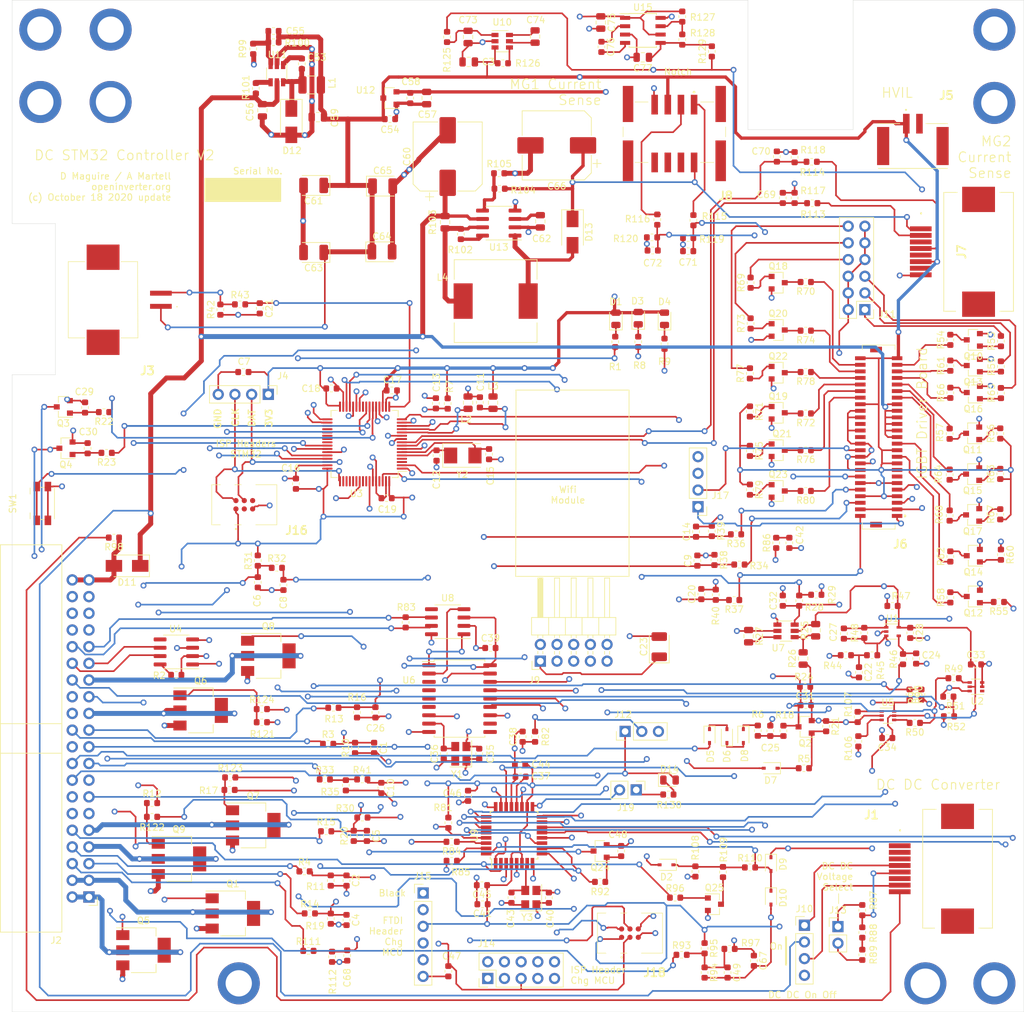
<source format=kicad_pcb>
(kicad_pcb (version 20171130) (host pcbnew "(5.1.5)-3")
  (layers (0 F.Cu signal) (1 In1.Cu mixed) (2 In2.Cu power) (31 B.Cu signal) (35 F.Paste user) (36 B.SilkS user hide) (37 F.SilkS user) (38 B.Mask user) (39 F.Mask user) (44 Edge.Cuts user))
  (net 0 "")
  (net 1 +5V)
  (net 2 GND)
  (net 3 +12V)
  (net 4 +3V3)
  (net 5 PA4_Ignition)
  (net 6 "Net-(C11-Pad1)")
  (net 7 PD0_OSC_IN)
  (net 8 _RESET)
  (net 9 PD1_OSC_OUT)
  (net 10 "Net-(C22-Pad1)")
  (net 11 "Net-(D3-Pad1)")
  (net 12 "Net-(D4-Pad1)")
  (net 13 SWDCLK)
  (net 14 SWDIO)
  (net 15 PB10_USART3_TX)
  (net 16 PB11_USART3_RX)
  (net 17 "Net-(J9-Pad5)")
  (net 18 "Net-(J9-Pad6)")
  (net 19 "Net-(J9-Pad7)")
  (net 20 "Net-(J9-Pad8)")
  (net 21 "Net-(J9-Pad9)")
  (net 22 "Net-(J9-Pad10)")
  (net 23 PC13_LED)
  (net 24 PA6_TIM3_CH1)
  (net 25 PA7_TIM3_CH2)
  (net 26 "Net-(U3-Pad3)")
  (net 27 "Net-(U3-Pad4)")
  (net 28 "Net-(U3-Pad25)")
  (net 29 "Net-(U3-Pad38)")
  (net 30 "Net-(U4-Pad5)")
  (net 31 "Net-(U6-Pad3)")
  (net 32 CAN1H)
  (net 33 CAN1L)
  (net 34 "Net-(U3-Pad61)")
  (net 35 "Net-(U3-Pad57)")
  (net 36 "Net-(U3-Pad54)")
  (net 37 "Net-(U3-Pad53)")
  (net 38 "Net-(U3-Pad52)")
  (net 39 "Net-(U3-Pad51)")
  (net 40 "Net-(U3-Pad50)")
  (net 41 PA12_CAN1_TX)
  (net 42 PA11_CAN1_RX)
  (net 43 "Net-(U3-Pad40)")
  (net 44 "Net-(U3-Pad39)")
  (net 45 "Net-(U3-Pad37)")
  (net 46 "Net-(U3-Pad36)")
  (net 47 "Net-(U3-Pad35)")
  (net 48 12V_In)
  (net 49 Ignition)
  (net 50 A_OUT_2)
  (net 51 A_OUT_1)
  (net 52 -5V)
  (net 53 "Net-(C29-Pad1)")
  (net 54 "Net-(C30-Pad1)")
  (net 55 DC_DC_Sense)
  (net 56 DC_DC_IGCT)
  (net 57 "Net-(J1-Pad6)")
  (net 58 DC_DC_VLO)
  (net 59 DC_DC_NODD)
  (net 60 "Net-(J1-Pad3)")
  (net 61 "Net-(J1-Pad2)")
  (net 62 "Net-(J1-Pad1)")
  (net 63 Brake_On_1)
  (net 64 Motor_Temp+)
  (net 65 Brake_On_2)
  (net 66 Accel_1)
  (net 67 Accel_2)
  (net 68 I_Sense)
  (net 69 V_Ref)
  (net 70 Motor_RPM+)
  (net 71 Clutch_In)
  (net 72 GP_In_1)
  (net 73 Pre_Chg_Rly)
  (net 74 Main_Con_1)
  (net 75 "Net-(J3-PadMP2)")
  (net 76 MG2_A_Lo)
  (net 77 MG1_A_Lo)
  (net 78 MG2_B_Lo)
  (net 79 MG1_B_Lo)
  (net 80 MG2_C_Lo)
  (net 81 MG1_C_Lo)
  (net 82 MG2_A_Hi)
  (net 83 MG1_A_Hi)
  (net 84 MG2_B_Hi)
  (net 85 MG1_B_Hi)
  (net 86 MG2_C_Hi)
  (net 87 MG1_C_Hi)
  (net 88 Boost_Lo)
  (net 89 MG1_Fault)
  (net 90 Boost_Hi)
  (net 91 MG2_Fault)
  (net 92 Boost_Fault)
  (net 93 DC_Bus_2)
  (net 94 Boost_Temp_2)
  (net 95 DC_Bus_1)
  (net 96 Boost_Temp_1)
  (net 97 MG2_Temp)
  (net 98 MG1_Temp)
  (net 99 "Net-(Q2-Pad1)")
  (net 100 "Net-(R2-Pad2)")
  (net 101 "Net-(J1-PadMP2)")
  (net 102 "Net-(J1-PadMP1)")
  (net 103 "Net-(J3-PadMP1)")
  (net 104 Coolant_Temp)
  (net 105 "Net-(J5-PadMP2)")
  (net 106 "Net-(J5-PadMP1)")
  (net 107 EXT_HVIL)
  (net 108 "Net-(J6-PadMP2)")
  (net 109 "Net-(J6-PadMP1)")
  (net 110 "Net-(J6-Pad30)")
  (net 111 "Net-(J6-Pad26)")
  (net 112 "Net-(J6-Pad13)")
  (net 113 "Net-(J7-Pad8)")
  (net 114 "Net-(J7-Pad7)")
  (net 115 "Net-(J7-Pad6)")
  (net 116 "Net-(J8-Pad12)")
  (net 117 "Net-(J8-Pad11)")
  (net 118 "Net-(J8-Pad10)")
  (net 119 "Net-(J8-Pad9)")
  (net 120 "Net-(J8-Pad8)")
  (net 121 "Net-(J8-Pad7)")
  (net 122 "Net-(J8-Pad6)")
  (net 123 "Net-(D5-Pad1)")
  (net 124 "Net-(D6-Pad1)")
  (net 125 "Net-(D7-Pad1)")
  (net 126 "Net-(D8-Pad1)")
  (net 127 Thr)
  (net 128 PA10_Brake_On_2)
  (net 129 PA5_Clutch_In)
  (net 130 PB3_GP_In_1)
  (net 131 PB0_Motor_RPM)
  (net 132 PA0_Motor_Temp)
  (net 133 MG1_UDC_11)
  (net 134 PA1_Accel_2)
  (net 135 MG2_UDC_11)
  (net 136 PA2_MG2_Temp)
  (net 137 PA3_Coolant_Temp)
  (net 138 "Net-(C24-Pad1)")
  (net 139 "Net-(C25-Pad1)")
  (net 140 "Net-(C27-Pad2)")
  (net 141 Current_Lim)
  (net 142 PWM_Out)
  (net 143 "Net-(C35-Pad1)")
  (net 144 "Net-(C36-Pad1)")
  (net 145 "Net-(C37-Pad1)")
  (net 146 "Net-(C38-Pad1)")
  (net 147 "Net-(C40-Pad1)")
  (net 148 "Net-(C42-Pad1)")
  (net 149 "Net-(C43-Pad1)")
  (net 150 RST_328)
  (net 151 "Net-(C47-Pad1)")
  (net 152 "Net-(C48-Pad1)")
  (net 153 "Net-(C49-Pad1)")
  (net 154 "Net-(C53-Pad2)")
  (net 155 "Net-(C53-Pad1)")
  (net 156 "Net-(C55-Pad2)")
  (net 157 "Net-(C62-Pad1)")
  (net 158 Vcc_26V)
  (net 159 EVSE_PP)
  (net 160 PB1_E_Stop_In)
  (net 161 MG1_I1)
  (net 162 MG1_I2)
  (net 163 PC0_MG2_IL1)
  (net 164 "Net-(D1-Pad1)")
  (net 165 Control_Pilot)
  (net 166 "Net-(D2-Pad1)")
  (net 167 EVSE_CP)
  (net 168 "Net-(D13-Pad2)")
  (net 169 Aux_Supply)
  (net 170 CHG_CANL)
  (net 171 CHG_CANH)
  (net 172 EVSE_Prox)
  (net 173 E_Stop_In)
  (net 174 EVSE_SW)
  (net 175 MG1_IL1_In)
  (net 176 MG1_IL2_In)
  (net 177 MG2_IL2_In)
  (net 178 MG2_IL1_In)
  (net 179 "Net-(J11-Pad12)")
  (net 180 "Net-(J11-Pad10)")
  (net 181 "Net-(J11-Pad8)")
  (net 182 "Net-(J11-Pad5)")
  (net 183 "Net-(J11-Pad3)")
  (net 184 "Net-(J11-Pad1)")
  (net 185 "Net-(J12-Pad2)")
  (net 186 "Net-(J13-Pad1)")
  (net 187 D12_MISO)
  (net 188 D13_SCK)
  (net 189 "Net-(J14-Pad3)")
  (net 190 D11_MOSI)
  (net 191 Tx)
  (net 192 Rx)
  (net 193 "Net-(J15-Pad2)")
  (net 194 "Net-(L2-Pad1)")
  (net 195 "Net-(L4-Pad1)")
  (net 196 PB2_Pre_Chg_Rly)
  (net 197 PA8_Main_Con_1)
  (net 198 AC_PRECH_CTRL_PD7)
  (net 199 AC_CON_CTRL_PD5)
  (net 200 PB7_Aux_Supply_Cont)
  (net 201 HV_CON_CTRL_PD6)
  (net 202 "Net-(Q10-Pad3)")
  (net 203 "Net-(Q10-Pad1)")
  (net 204 "Net-(Q11-Pad3)")
  (net 205 "Net-(Q11-Pad1)")
  (net 206 "Net-(Q12-Pad3)")
  (net 207 "Net-(Q12-Pad1)")
  (net 208 "Net-(Q13-Pad3)")
  (net 209 "Net-(Q13-Pad1)")
  (net 210 "Net-(Q14-Pad3)")
  (net 211 "Net-(Q14-Pad1)")
  (net 212 "Net-(Q15-Pad3)")
  (net 213 "Net-(Q15-Pad1)")
  (net 214 "Net-(Q16-Pad3)")
  (net 215 "Net-(Q16-Pad1)")
  (net 216 "Net-(Q17-Pad3)")
  (net 217 "Net-(Q17-Pad1)")
  (net 218 "Net-(Q18-Pad3)")
  (net 219 "Net-(Q18-Pad1)")
  (net 220 "Net-(Q19-Pad3)")
  (net 221 "Net-(Q19-Pad1)")
  (net 222 "Net-(Q20-Pad3)")
  (net 223 "Net-(Q20-Pad1)")
  (net 224 "Net-(Q21-Pad3)")
  (net 225 "Net-(Q21-Pad1)")
  (net 226 "Net-(Q22-Pad3)")
  (net 227 "Net-(Q22-Pad1)")
  (net 228 "Net-(Q23-Pad3)")
  (net 229 "Net-(Q23-Pad1)")
  (net 230 PB6_Charger_Status)
  (net 231 "Net-(Q25-Pad3)")
  (net 232 "Net-(Q25-Pad1)")
  (net 233 PA9_LED)
  (net 234 "Net-(R25-Pad1)")
  (net 235 "Net-(R27-Pad2)")
  (net 236 PB9_PWM_Check)
  (net 237 "Net-(R33-Pad2)")
  (net 238 "Net-(R49-Pad2)")
  (net 239 "Net-(R50-Pad2)")
  (net 240 PB13_Motor_OC)
  (net 241 Boost_Hi_Drive)
  (net 242 Boost_Lo_Drive)
  (net 243 "Net-(R84-Pad1)")
  (net 244 "Net-(R85-Pad1)")
  (net 245 "Net-(R88-Pad2)")
  (net 246 PB12_MG2_Fault)
  (net 247 "Net-(R101-Pad1)")
  (net 248 "Net-(R102-Pad2)")
  (net 249 "Net-(R104-Pad2)")
  (net 250 "Net-(R106-Pad2)")
  (net 251 "Net-(R107-Pad2)")
  (net 252 "Net-(U2-Pad1)")
  (net 253 PC1_MG2_IL2)
  (net 254 MCP2515_CS)
  (net 255 MCP2515_INT)
  (net 256 "Net-(U6-Pad11)")
  (net 257 "Net-(U6-Pad10)")
  (net 258 "Net-(U6-Pad6)")
  (net 259 "Net-(U6-Pad5)")
  (net 260 "Net-(U6-Pad4)")
  (net 261 "Net-(U6-Pad2)")
  (net 262 "Net-(U6-Pad1)")
  (net 263 "Net-(U8-Pad5)")
  (net 264 "Net-(J2-Pad35)")
  (net 265 "Net-(J17-Pad3)")
  (net 266 PC2_PAS_Con)
  (net 267 PC3_Brake_Vac_Con)
  (net 268 PC4_GP_Out_1)
  (net 269 "Net-(U3-Pad56)")
  (net 270 GP_Out_1_Prech_Con)
  (net 271 Brake_Vac_AC_Con)
  (net 272 PAS_HV_Con)
  (net 273 PAS_HV_Con_Ctrl)
  (net 274 B_Vac_AC_Con_Ctrl)
  (net 275 GP_Out_1_Prech_Con_Ctrl)
  (net 276 "Net-(C74-Pad2)")
  (net 277 "Net-(C74-Pad1)")
  (net 278 "Net-(C76-Pad2)")
  (net 279 "Net-(C76-Pad1)")
  (net 280 "Net-(C77-Pad1)")
  (net 281 "Net-(R127-Pad2)")
  (net 282 "Net-(J16-Pad6)")
  (net 283 "Net-(J16-Pad3)")
  (net 284 "Net-(D14-Pad1)")
  (net 285 "Net-(J19-Pad1)")
  (net 286 "Net-(J7-PadMP2)")
  (net 287 "Net-(J7-PadMP1)")
  (net 288 "Net-(C73-Pad1)")
  (net 289 "Net-(R126-Pad2)")
  (module SamacSys_Parts:SM08BCPTK1ATBL_odd_even (layer F.Cu) (at 147.1 -115.7 90)
    (fp_text reference J7 (at 0 -2.575 90) (layer F.SilkS) (effects (font (size 1.27 1.27) (thickness 0.254))))
    (fp_text value SM08B-CPTK-1A-TB hide)
    (pad 5 smd rect (at 3.5 -8.8 90) (size 0.75 3.3) (layers F.Cu F.Paste F.Mask) (net 158 Vcc_26V))
    (pad 1 smd rect (at 2.5 -8.8 90) (size 0.75 3.3) (layers F.Cu F.Paste F.Mask) (net 178 MG2_IL1_In))
    (pad 6 smd rect (at 1.5 -8.8 90) (size 0.75 3.3) (layers F.Cu F.Paste F.Mask) (net 115 "Net-(J7-Pad6)"))
    (pad 2 smd rect (at 0.5 -8.8 90) (size 0.75 3.3) (layers F.Cu F.Paste F.Mask) (net 177 MG2_IL2_In))
    (pad 7 smd rect (at -0.5 -8.8 90) (size 0.75 3.3) (layers F.Cu F.Paste F.Mask) (net 114 "Net-(J7-Pad7)"))
    (pad 3 smd rect (at -1.5 -8.8 90) (size 0.75 3.3) (layers F.Cu F.Paste F.Mask) (net 1 +5V))
    (pad 8 smd rect (at -2.5 -8.8 90) (size 0.75 3.3) (layers F.Cu F.Paste F.Mask) (net 113 "Net-(J7-Pad8)"))
    (pad 4 smd rect (at -3.5 -8.8 90) (size 0.75 3.3) (layers F.Cu F.Paste F.Mask) (net 52 -5V))
    (pad MP1 smd rect (at -7.975 0 90) (size 3.85 5) (layers F.Cu F.Paste F.Mask) (net 287 "Net-(J7-PadMP1)"))
    (pad MP2 smd rect (at 7.975 0 90) (size 3.85 5) (layers F.Cu F.Paste F.Mask) (net 286 "Net-(J7-PadMP2)"))
  )
  (module Package_TO_SOT_SMD:SOT-23-6 (layer F.Cu) (at 74.6 -147.75)
    (fp_text reference U10 (at 0 -2.9) (layer F.SilkS))
    (fp_text value LM2776)
    (pad 5 smd rect (at 1.1 0) (size 1.06 0.65) (layers F.Cu F.Paste F.Mask) (net 277 "Net-(C74-Pad1)"))
    (pad 6 smd rect (at 1.1 -0.95) (size 1.06 0.65) (layers F.Cu F.Paste F.Mask) (net 276 "Net-(C74-Pad2)"))
    (pad 4 smd rect (at 1.1 0.95) (size 1.06 0.65) (layers F.Cu F.Paste F.Mask) (net 289 "Net-(R126-Pad2)"))
    (pad 3 smd rect (at -1.1 0.95) (size 1.06 0.65) (layers F.Cu F.Paste F.Mask) (net 1 +5V))
    (pad 2 smd rect (at -1.1 0) (size 1.06 0.65) (layers F.Cu F.Paste F.Mask) (net 2 GND))
    (pad 1 smd rect (at -1.1 -0.95) (size 1.06 0.65) (layers F.Cu F.Paste F.Mask) (net 288 "Net-(C73-Pad1)"))
  )
  (module Resistor_SMD:R_0603_1608Metric (layer F.Cu) (at 74.7 -144.4)
    (fp_text reference R126 (at 3.8 0) (layer F.SilkS))
    (fp_text value 1k)
    (pad 2 smd roundrect (at 0.7875 0) (size 0.875 0.95) (layers F.Cu F.Paste F.Mask) (net 289 "Net-(R126-Pad2)"))
    (pad 1 smd roundrect (at -0.7875 0) (size 0.875 0.95) (layers F.Cu F.Paste F.Mask) (net 1 +5V))
  )
  (module Resistor_SMD:R_0805_2012Metric (layer F.Cu) (at 112.1 -57.2 270)
    (fp_text reference R27 (at 0 -1.65 90) (layer F.SilkS))
    (fp_text value 392k)
    (pad 2 smd roundrect (at 0.9375 0 270) (size 0.975 1.4) (layers F.Cu F.Paste F.Mask) (net 235 "Net-(R27-Pad2)"))
    (pad 1 smd roundrect (at -0.9375 0 270) (size 0.975 1.4) (layers F.Cu F.Paste F.Mask) (net 2 GND))
  )
  (module Resistor_SMD:R_0805_2012Metric (layer F.Cu) (at 120.4 -53.8 90)
    (fp_text reference R26 (at 0 -1.65 90) (layer F.SilkS))
    (fp_text value 182k)
    (pad 2 smd roundrect (at 0.9375 0 90) (size 0.975 1.4) (layers F.Cu F.Paste F.Mask) (net 234 "Net-(R25-Pad1)"))
    (pad 1 smd roundrect (at -0.9375 0 90) (size 0.975 1.4) (layers F.Cu F.Paste F.Mask) (net 2 GND))
  )
  (module Resistor_SMD:R_0805_2012Metric (layer F.Cu) (at 122.3 -58.1 90)
    (fp_text reference R25 (at 0 -1.65 90) (layer F.SilkS))
    (fp_text value 976k)
    (pad 2 smd roundrect (at 0.9375 0 90) (size 0.975 1.4) (layers F.Cu F.Paste F.Mask) (net 1 +5V))
    (pad 1 smd roundrect (at -0.9375 0 90) (size 0.975 1.4) (layers F.Cu F.Paste F.Mask) (net 234 "Net-(R25-Pad1)"))
  )
  (module Diode_SMD:D_SOD-323 (layer F.Cu) (at 115.5 -17.4 270)
    (fp_text reference D10 (at 0 -1.85 90) (layer F.SilkS))
    (fp_text value 1N4148WS)
    (pad 2 smd rect (at 1.05 0 270) (size 0.6 0.45) (layers F.Cu F.Paste F.Mask) (net 2 GND))
    (pad 1 smd rect (at -1.05 0 270) (size 0.6 0.45) (layers F.Cu F.Paste F.Mask) (net 167 EVSE_CP))
  )
  (module Diode_SMD:D_SOD-323 (layer F.Cu) (at 115.5 -22.5 270)
    (fp_text reference D9 (at 0 -1.85 90) (layer F.SilkS))
    (fp_text value 1N4148WS)
    (pad 2 smd rect (at 1.05 0 270) (size 0.6 0.45) (layers F.Cu F.Paste F.Mask) (net 167 EVSE_CP))
    (pad 1 smd rect (at -1.05 0 270) (size 0.6 0.45) (layers F.Cu F.Paste F.Mask) (net 1 +5V))
  )
  (module Diode_SMD:D_SOD-323 (layer F.Cu) (at 111.3 -42 270)
    (fp_text reference D8 (at 3 -0.2 90) (layer F.SilkS))
    (fp_text value 1N4148WS)
    (pad 2 smd rect (at 1.05 0 270) (size 0.6 0.45) (layers F.Cu F.Paste F.Mask) (net 124 "Net-(D6-Pad1)"))
    (pad 1 smd rect (at -1.05 0 270) (size 0.6 0.45) (layers F.Cu F.Paste F.Mask) (net 126 "Net-(D8-Pad1)"))
  )
  (module Diode_SMD:D_SOD-323 (layer F.Cu) (at 115.45 -37.1 180)
    (fp_text reference D7 (at 0 -1.85) (layer F.SilkS))
    (fp_text value 1N4148WS)
    (pad 2 smd rect (at 1.05 0 180) (size 0.6 0.45) (layers F.Cu F.Paste F.Mask) (net 63 Brake_On_1))
    (pad 1 smd rect (at -1.05 0 180) (size 0.6 0.45) (layers F.Cu F.Paste F.Mask) (net 125 "Net-(D7-Pad1)"))
  )
  (module Diode_SMD:D_SOD-323 (layer F.Cu) (at 108.8 -42 90)
    (fp_text reference D6 (at -3.1 0 90) (layer F.SilkS))
    (fp_text value 1N4148WS)
    (pad 2 smd rect (at 1.05 0 90) (size 0.6 0.45) (layers F.Cu F.Paste F.Mask) (net 123 "Net-(D5-Pad1)"))
    (pad 1 smd rect (at -1.05 0 90) (size 0.6 0.45) (layers F.Cu F.Paste F.Mask) (net 124 "Net-(D6-Pad1)"))
  )
  (module Diode_SMD:D_SOD-323 (layer F.Cu) (at 106.15 -42 270)
    (fp_text reference D5 (at 3.1 -0.15 90) (layer F.SilkS))
    (fp_text value 1N4148WS)
    (pad 2 smd rect (at 1.05 0 270) (size 0.6 0.45) (layers F.Cu F.Paste F.Mask) (net 66 Accel_1))
    (pad 1 smd rect (at -1.05 0 270) (size 0.6 0.45) (layers F.Cu F.Paste F.Mask) (net 123 "Net-(D5-Pad1)"))
  )
  (module Diode_SMD:D_SOD-323 (layer F.Cu) (at 99.6 -22.4 180)
    (fp_text reference D2 (at 0 -1.85) (layer F.SilkS))
    (fp_text value 1N4148WS)
    (pad 2 smd rect (at 1.05 0 180) (size 0.6 0.45) (layers F.Cu F.Paste F.Mask) (net 165 Control_Pilot))
    (pad 1 smd rect (at -1.05 0 180) (size 0.6 0.45) (layers F.Cu F.Paste F.Mask) (net 166 "Net-(D2-Pad1)"))
  )
  (module Capacitor_SMD:C_0603_1608Metric (layer F.Cu) (at 55.1 -40.2 270)
    (fp_text reference C1 (at 0 -1.43 90) (layer F.SilkS))
    (fp_text value 1uF)
    (pad 2 smd roundrect (at 0.7875 0 270) (size 0.875 0.95) (layers F.Cu F.Paste F.Mask) (net 2 GND))
    (pad 1 smd roundrect (at -0.7875 0 270) (size 0.875 0.95) (layers F.Cu F.Paste F.Mask) (net 128 PA10_Brake_On_2))
  )
  (module Button_Switch_SMD:Panasonic_EVQPUK_EVQPUB (layer F.Cu) (at 4.6 -77.4 90)
    (fp_text reference SW1 (at 0 -4.5 90) (layer F.SilkS))
    (fp_text value SW_Push)
    (pad 1 smd rect (at 2.575 -0.85 270) (size 1.45 1) (layers F.Cu F.Paste F.Mask) (net 8 _RESET))
    (pad 1 smd rect (at -2.575 -0.85 270) (size 1.45 1) (layers F.Cu F.Paste F.Mask) (net 8 _RESET))
    (pad 2 smd rect (at -2.575 0.85 270) (size 1.45 1) (layers F.Cu F.Paste F.Mask) (net 2 GND))
    (pad 2 smd rect (at 2.575 0.85 270) (size 1.45 1) (layers F.Cu F.Paste F.Mask) (net 2 GND))
  )
  (module Connector_Custom:TC2030MCP (layer F.Cu) (at 32.8 -77.2)
    (fp_text reference J16 (at 10.5 3.9) (layer F.SilkS) (effects (font (size 1.27 1.27) (thickness 0.254))))
    (fp_text value TC2030-MCP hide)
    (pad "" np_thru_hole circle (at 3.175 -2.54) (size 2.3876 2.3876) (drill 2.3876) (layers *.Cu *.Mask))
    (pad "" np_thru_hole circle (at 3.175 2.54) (size 2.3876 2.3876) (drill 2.3876) (layers *.Cu *.Mask))
    (pad "" np_thru_hole circle (at 0 2.54) (size 2.3876 2.3876) (drill 2.3876) (layers *.Cu *.Mask))
    (pad "" np_thru_hole circle (at 0 -2.54) (size 2.3876 2.3876) (drill 2.3876) (layers *.Cu *.Mask))
    (pad MH3 np_thru_hole circle (at 5.08 1.016) (size 1.067 0) (drill 1.067) (layers *.Cu *.Mask))
    (pad MH2 np_thru_hole circle (at 5.08 -1.016) (size 1.067 0) (drill 1.067) (layers *.Cu *.Mask))
    (pad "" np_thru_hole circle (at 0 0) (size 1.067 1.067) (drill 1.067) (layers *.Cu *.Mask))
    (pad 6 smd circle (at 3.81 -0.635) (size 0.7874 0.7874) (layers F.Cu F.Mask) (net 282 "Net-(J16-Pad6)"))
    (pad 5 smd circle (at 3.81 0.635) (size 0.7874 0.7874) (layers F.Cu F.Mask) (net 2 GND))
    (pad 4 smd circle (at 2.54 -0.635) (size 0.7874 0.7874) (layers F.Cu F.Mask) (net 14 SWDIO))
    (pad 3 smd circle (at 2.54 0.635) (size 0.7874 0.7874) (layers F.Cu F.Mask) (net 283 "Net-(J16-Pad3)"))
    (pad 2 smd circle (at 1.27 -0.635) (size 0.7874 0.7874) (layers F.Cu F.Mask) (net 13 SWDCLK))
    (pad 1 smd circle (at 1.27 0.635) (size 0.7874 0.7874) (layers F.Cu F.Mask) (net 4 +3V3))
  )
  (module Connector_Custom:TC2030MCP (layer F.Cu) (at 91.5 -12)
    (fp_text reference J18 (at 6.3 6) (layer F.SilkS) (effects (font (size 1.27 1.27) (thickness 0.254))))
    (fp_text value TC2030-MCP hide)
    (pad "" np_thru_hole circle (at 3.175 -2.54) (size 2.3876 2.3876) (drill 2.3876) (layers *.Cu *.Mask))
    (pad "" np_thru_hole circle (at 3.175 2.54) (size 2.3876 2.3876) (drill 2.3876) (layers *.Cu *.Mask))
    (pad "" np_thru_hole circle (at 0 2.54) (size 2.3876 2.3876) (drill 2.3876) (layers *.Cu *.Mask))
    (pad "" np_thru_hole circle (at 0 -2.54) (size 2.3876 2.3876) (drill 2.3876) (layers *.Cu *.Mask))
    (pad MH3 np_thru_hole circle (at 5.08 1.016) (size 1.067 0) (drill 1.067) (layers *.Cu *.Mask))
    (pad MH2 np_thru_hole circle (at 5.08 -1.016) (size 1.067 0) (drill 1.067) (layers *.Cu *.Mask))
    (pad "" np_thru_hole circle (at 0 0) (size 1.067 1.067) (drill 1.067) (layers *.Cu *.Mask))
    (pad 6 smd circle (at 3.81 -0.635) (size 0.7874 0.7874) (layers F.Cu F.Mask) (net 187 D12_MISO))
    (pad 5 smd circle (at 3.81 0.635) (size 0.7874 0.7874) (layers F.Cu F.Mask) (net 2 GND))
    (pad 4 smd circle (at 2.54 -0.635) (size 0.7874 0.7874) (layers F.Cu F.Mask) (net 190 D11_MOSI))
    (pad 3 smd circle (at 2.54 0.635) (size 0.7874 0.7874) (layers F.Cu F.Mask) (net 150 RST_328))
    (pad 2 smd circle (at 1.27 -0.635) (size 0.7874 0.7874) (layers F.Cu F.Mask) (net 188 D13_SCK))
    (pad 1 smd circle (at 1.27 0.635) (size 0.7874 0.7874) (layers F.Cu F.Mask) (net 1 +5V))
  )
  (module Resistor_SMD:R_0603_1608Metric (layer F.Cu) (at 99.8875 -33.1)
    (fp_text reference R130 (at 0.1125 1.6) (layer F.SilkS))
    (fp_text value 470R)
    (pad 2 smd roundrect (at 0.7875 0) (size 0.875 0.95) (layers F.Cu F.Paste F.Mask) (net 284 "Net-(D14-Pad1)"))
    (pad 1 smd roundrect (at -0.7875 0) (size 0.875 0.95) (layers F.Cu F.Paste F.Mask) (net 285 "Net-(J19-Pad1)"))
  )
  (module Connector_PinHeader_2.54mm:PinHeader_1x02_P2.54mm_Vertical (layer F.Cu) (at 95 -33.8 270)
    (fp_text reference J19 (at 2.7 1.6 180) (layer F.SilkS))
    (fp_text value Conn_01x02)
    (pad 2 thru_hole oval (at 0 2.54 270) (size 1.7 1.7) (drill 1) (layers *.Cu *.Mask) (net 188 D13_SCK))
    (pad 1 thru_hole rect (at 0 0 270) (size 1.7 1.7) (drill 1) (layers *.Cu *.Mask) (net 285 "Net-(J19-Pad1)"))
  )
  (module LED_SMD:LED_0805_2012Metric (layer F.Cu) (at 100.0625 -35.3)
    (fp_text reference D14 (at 0 -1.65) (layer F.SilkS))
    (fp_text value LED)
    (pad 2 smd roundrect (at 0.9375 0) (size 0.975 1.4) (layers F.Cu F.Paste F.Mask) (net 1 +5V))
    (pad 1 smd roundrect (at -0.9375 0) (size 0.975 1.4) (layers F.Cu F.Paste F.Mask) (net 284 "Net-(D14-Pad1)"))
  )
  (module Package_SO_Custom:SOIC-8_3.9x4.9mm_P1.27mm (layer F.Cu) (at 96 -149.4)
    (fp_text reference U15 (at 0 -3.5) (layer F.SilkS))
    (fp_text value MAX889RESA+)
    (pad 7 smd rect (at 2.7 -0.635) (size 1.55 0.6) (layers F.Cu F.Paste F.Mask) (net 281 "Net-(R127-Pad2)"))
    (pad 8 smd rect (at 2.7 -1.905) (size 1.55 0.6) (layers F.Cu F.Paste F.Mask) (net 2 GND))
    (pad 6 smd rect (at 2.7 0.635) (size 1.55 0.6) (layers F.Cu F.Paste F.Mask) (net 1 +5V))
    (pad 5 smd rect (at 2.7 1.905) (size 1.55 0.6) (layers F.Cu F.Paste F.Mask) (net 280 "Net-(C77-Pad1)"))
    (pad 4 smd rect (at -2.7 1.905) (size 1.55 0.6) (layers F.Cu F.Paste F.Mask) (net 278 "Net-(C76-Pad2)"))
    (pad 3 smd rect (at -2.7 0.635) (size 1.55 0.6) (layers F.Cu F.Paste F.Mask) (net 2 GND))
    (pad 2 smd rect (at -2.7 -0.635) (size 1.55 0.6) (layers F.Cu F.Paste F.Mask) (net 279 "Net-(C76-Pad1)"))
    (pad 1 smd rect (at -2.7 -1.905) (size 1.55 0.6) (layers F.Cu F.Paste F.Mask) (net 1 +5V))
  )
  (module Capacitor_SMD:C_0805_2012Metric (layer F.Cu) (at 89.6 -150.6 270)
    (fp_text reference C75 (at 0 -1.65 90) (layer F.SilkS))
    (fp_text value 10uF)
    (pad 2 smd roundrect (at 0.9375 0 270) (size 0.975 1.4) (layers F.Cu F.Paste F.Mask) (net 2 GND))
    (pad 1 smd roundrect (at -0.9375 0 270) (size 0.975 1.4) (layers F.Cu F.Paste F.Mask) (net 1 +5V))
  )
  (module Resistor_SMD:R_0603_1608Metric (layer F.Cu) (at 106.5 -146.2 90)
    (fp_text reference R129 (at 0 -1.43 90) (layer F.SilkS))
    (fp_text value NF)
    (pad 2 smd roundrect (at 0.7875 0 90) (size 0.875 0.95) (layers F.Cu F.Paste F.Mask) (net 280 "Net-(C77-Pad1)"))
    (pad 1 smd roundrect (at -0.7875 0 90) (size 0.875 0.95) (layers F.Cu F.Paste F.Mask) (net 52 -5V))
  )
  (module Resistor_SMD:R_0603_1608Metric (layer F.Cu) (at 102 -148 270)
    (fp_text reference R128 (at -1 -3.1 180) (layer F.SilkS))
    (fp_text value "NF 56k")
    (pad 2 smd roundrect (at 0.7875 0 270) (size 0.875 0.95) (layers F.Cu F.Paste F.Mask) (net 280 "Net-(C77-Pad1)"))
    (pad 1 smd roundrect (at -0.7875 0 270) (size 0.875 0.95) (layers F.Cu F.Paste F.Mask) (net 281 "Net-(R127-Pad2)"))
  )
  (module Resistor_SMD:R_0603_1608Metric (layer F.Cu) (at 102 -151.5 270)
    (fp_text reference R127 (at 0.1 -3.1 180) (layer F.SilkS))
    (fp_text value "NF 56k")
    (pad 2 smd roundrect (at 0.7875 0 270) (size 0.875 0.95) (layers F.Cu F.Paste F.Mask) (net 281 "Net-(R127-Pad2)"))
    (pad 1 smd roundrect (at -0.7875 0 270) (size 0.875 0.95) (layers F.Cu F.Paste F.Mask) (net 1 +5V))
  )
  (module Resistor_SMD:R_0603_1608Metric (layer F.Cu) (at 66.2 -148.4 270)
    (fp_text reference R125 (at 3.5 0 90) (layer F.SilkS))
    (fp_text value 0R)
    (pad 2 smd roundrect (at 0.7875 0 270) (size 0.875 0.95) (layers F.Cu F.Paste F.Mask) (net 288 "Net-(C73-Pad1)"))
    (pad 1 smd roundrect (at -0.7875 0 270) (size 0.875 0.95) (layers F.Cu F.Paste F.Mask) (net 52 -5V))
  )
  (module Capacitor_SMD:C_0805_2012Metric (layer F.Cu) (at 96 -145.3 180)
    (fp_text reference C77 (at 0 -1.65) (layer F.SilkS))
    (fp_text value 10uF)
    (pad 2 smd roundrect (at 0.9375 0 180) (size 0.975 1.4) (layers F.Cu F.Paste F.Mask) (net 2 GND))
    (pad 1 smd roundrect (at -0.9375 0 180) (size 0.975 1.4) (layers F.Cu F.Paste F.Mask) (net 280 "Net-(C77-Pad1)"))
  )
  (module Capacitor_SMD:C_0603_1608Metric (layer F.Cu) (at 89.7 -146.8875 270)
    (fp_text reference C76 (at 0 -1.43 90) (layer F.SilkS))
    (fp_text value 1uF)
    (pad 2 smd roundrect (at 0.7875 0 270) (size 0.875 0.95) (layers F.Cu F.Paste F.Mask) (net 278 "Net-(C76-Pad2)"))
    (pad 1 smd roundrect (at -0.7875 0 270) (size 0.875 0.95) (layers F.Cu F.Paste F.Mask) (net 279 "Net-(C76-Pad1)"))
  )
  (module Capacitor_SMD:C_0805_2012Metric (layer F.Cu) (at 79.6 -148.4625 90)
    (fp_text reference C74 (at 2.5375 0.1 180) (layer F.SilkS))
    (fp_text value 1uF)
    (pad 2 smd roundrect (at 0.9375 0 90) (size 0.975 1.4) (layers F.Cu F.Paste F.Mask) (net 276 "Net-(C74-Pad2)"))
    (pad 1 smd roundrect (at -0.9375 0 90) (size 0.975 1.4) (layers F.Cu F.Paste F.Mask) (net 277 "Net-(C74-Pad1)"))
  )
  (module Capacitor_SMD:C_0805_2012Metric (layer F.Cu) (at 69.4 -148.4 270)
    (fp_text reference C73 (at -2.6 0 180) (layer F.SilkS))
    (fp_text value 4.7uF)
    (pad 2 smd roundrect (at 0.9375 0 270) (size 0.975 1.4) (layers F.Cu F.Paste F.Mask) (net 2 GND))
    (pad 1 smd roundrect (at -0.9375 0 270) (size 0.975 1.4) (layers F.Cu F.Paste F.Mask) (net 288 "Net-(C73-Pad1)"))
  )
  (module Capacitor_SMD:C_0805_2012Metric (layer F.Cu) (at 69.5 -144.6 180)
    (fp_text reference C3 (at -3 0) (layer F.SilkS))
    (fp_text value 4.7uF)
    (pad 2 smd roundrect (at 0.9375 0 180) (size 0.975 1.4) (layers F.Cu F.Paste F.Mask) (net 2 GND))
    (pad 1 smd roundrect (at -0.9375 0 180) (size 0.975 1.4) (layers F.Cu F.Paste F.Mask) (net 1 +5V))
  )
  (module Resistor_SMD:R_0603_1608Metric (layer F.Cu) (at 38.0125 -46.1)
    (fp_text reference R124 (at 0 -1.43) (layer F.SilkS))
    (fp_text value NF)
    (pad 2 smd roundrect (at 0.7875 0) (size 0.875 0.95) (layers F.Cu F.Paste F.Mask) (net 201 HV_CON_CTRL_PD6))
    (pad 1 smd roundrect (at -0.7875 0) (size 0.875 0.95) (layers F.Cu F.Paste F.Mask) (net 273 PAS_HV_Con_Ctrl))
  )
  (module Resistor_SMD:R_0603_1608Metric (layer F.Cu) (at 33.2 -35.7)
    (fp_text reference R123 (at 0 -1.43) (layer F.SilkS))
    (fp_text value NF)
    (pad 2 smd roundrect (at 0.7875 0) (size 0.875 0.95) (layers F.Cu F.Paste F.Mask) (net 199 AC_CON_CTRL_PD5))
    (pad 1 smd roundrect (at -0.7875 0) (size 0.875 0.95) (layers F.Cu F.Paste F.Mask) (net 274 B_Vac_AC_Con_Ctrl))
  )
  (module Resistor_SMD:R_0603_1608Metric (layer F.Cu) (at 21.3 -29.7)
    (fp_text reference R122 (at 0 1.6) (layer F.SilkS))
    (fp_text value NF)
    (pad 2 smd roundrect (at 0.7875 0) (size 0.875 0.95) (layers F.Cu F.Paste F.Mask) (net 198 AC_PRECH_CTRL_PD7))
    (pad 1 smd roundrect (at -0.7875 0) (size 0.875 0.95) (layers F.Cu F.Paste F.Mask) (net 275 GP_Out_1_Prech_Con_Ctrl))
  )
  (module Resistor_SMD:R_0603_1608Metric (layer F.Cu) (at 38.0125 -44.1)
    (fp_text reference R121 (at 0.0875 1.8) (layer F.SilkS))
    (fp_text value 0R)
    (pad 2 smd roundrect (at 0.7875 0) (size 0.875 0.95) (layers F.Cu F.Paste F.Mask) (net 266 PC2_PAS_Con))
    (pad 1 smd roundrect (at -0.7875 0) (size 0.875 0.95) (layers F.Cu F.Paste F.Mask) (net 273 PAS_HV_Con_Ctrl))
  )
  (module Resistor_SMD:R_0603_1608Metric (layer F.Cu) (at 33.1 -33.8)
    (fp_text reference R17 (at -3.2 0.1) (layer F.SilkS))
    (fp_text value 0R)
    (pad 2 smd roundrect (at 0.7875 0) (size 0.875 0.95) (layers F.Cu F.Paste F.Mask) (net 267 PC3_Brake_Vac_Con))
    (pad 1 smd roundrect (at -0.7875 0) (size 0.875 0.95) (layers F.Cu F.Paste F.Mask) (net 274 B_Vac_AC_Con_Ctrl))
  )
  (module Resistor_SMD:R_0603_1608Metric (layer F.Cu) (at 21.3 -31.8)
    (fp_text reference R12 (at 0 -1.43) (layer F.SilkS))
    (fp_text value 0R)
    (pad 2 smd roundrect (at 0.7875 0) (size 0.875 0.95) (layers F.Cu F.Paste F.Mask) (net 268 PC4_GP_Out_1))
    (pad 1 smd roundrect (at -0.7875 0) (size 0.875 0.95) (layers F.Cu F.Paste F.Mask) (net 275 GP_Out_1_Prech_Con_Ctrl))
  )
  (module Capacitor_SMD:CP_Elec_10x10 (layer F.Cu) (at 66.3 -130.2 90)
    (fp_text reference C60 (at 0 -6.2 90) (layer F.SilkS))
    (fp_text value 330uF)
    (pad 2 smd roundrect (at 4 0 90) (size 4 2.5) (layers F.Cu F.Paste F.Mask) (roundrect_rratio 0.1) (net 2 GND))
    (pad 1 smd roundrect (at -4 0 90) (size 4 2.5) (layers F.Cu F.Paste F.Mask) (roundrect_rratio 0.1) (net 3 +12V))
  )
  (module Capacitor_Tantalum_SMD:CP_EIA-3528-21_Kemet-B (layer F.Cu) (at 56.4 -125.7)
    (fp_text reference C65 (at 0 -2.35) (layer F.SilkS))
    (fp_text value 100uF)
    (pad 2 smd roundrect (at 1.5375 0) (size 1.325 2.35) (layers F.Cu F.Paste F.Mask) (roundrect_rratio 0.188679) (net 2 GND))
    (pad 1 smd roundrect (at -1.5375 0) (size 1.325 2.35) (layers F.Cu F.Paste F.Mask) (roundrect_rratio 0.188679) (net 1 +5V))
  )
  (module Capacitor_Tantalum_SMD:CP_EIA-3528-21_Kemet-B (layer F.Cu) (at 56.3 -115.7)
    (fp_text reference C64 (at 0 -2.35) (layer F.SilkS))
    (fp_text value 100uF)
    (pad 2 smd roundrect (at 1.5375 0) (size 1.325 2.35) (layers F.Cu F.Paste F.Mask) (roundrect_rratio 0.188679) (net 2 GND))
    (pad 1 smd roundrect (at -1.5375 0) (size 1.325 2.35) (layers F.Cu F.Paste F.Mask) (roundrect_rratio 0.188679) (net 1 +5V))
  )
  (module Capacitor_Tantalum_SMD:CP_EIA-3528-21_Kemet-B (layer F.Cu) (at 45.9 -115.6 180)
    (fp_text reference C63 (at 0 -2.35) (layer F.SilkS))
    (fp_text value 100uF)
    (pad 2 smd roundrect (at 1.5375 0 180) (size 1.325 2.35) (layers F.Cu F.Paste F.Mask) (roundrect_rratio 0.188679) (net 2 GND))
    (pad 1 smd roundrect (at -1.5375 0 180) (size 1.325 2.35) (layers F.Cu F.Paste F.Mask) (roundrect_rratio 0.188679) (net 1 +5V))
  )
  (module Capacitor_Tantalum_SMD:CP_EIA-3528-21_Kemet-B (layer F.Cu) (at 45.9 -125.8 180)
    (fp_text reference C61 (at 0 -2.35) (layer F.SilkS))
    (fp_text value 100uF)
    (pad 2 smd roundrect (at 1.5375 0 180) (size 1.325 2.35) (layers F.Cu F.Paste F.Mask) (roundrect_rratio 0.188679) (net 2 GND))
    (pad 1 smd roundrect (at -1.5375 0 180) (size 1.325 2.35) (layers F.Cu F.Paste F.Mask) (roundrect_rratio 0.188679) (net 1 +5V))
  )
  (module Capacitor_Tantalum_SMD:CP_EIA-3528-21_Kemet-B (layer F.Cu) (at 98.5 -55.6 90)
    (fp_text reference C23 (at 0 -2.35 90) (layer F.SilkS))
    (fp_text value 100uF)
    (pad 2 smd roundrect (at 1.5375 0 90) (size 1.325 2.35) (layers F.Cu F.Paste F.Mask) (roundrect_rratio 0.188679) (net 2 GND))
    (pad 1 smd roundrect (at -1.5375 0 90) (size 1.325 2.35) (layers F.Cu F.Paste F.Mask) (roundrect_rratio 0.188679) (net 4 +3V3))
  )
  (module Connector_PinHeader_2.54mm:PinHeader_1x04_P2.54mm_Vertical (layer F.Cu) (at 120.6 -13.2)
    (fp_text reference J10 (at 0 -2.5) (layer F.SilkS))
    (fp_text value Conn_01x04)
    (pad 4 thru_hole oval (at 0 7.62) (size 1.7 1.7) (drill 1) (layers *.Cu *.Mask) (net 2 GND))
    (pad 3 thru_hole oval (at 0 5.08) (size 1.7 1.7) (drill 1) (layers *.Cu *.Mask) (net 56 DC_DC_IGCT))
    (pad 2 thru_hole oval (at 0 2.54) (size 1.7 1.7) (drill 1) (layers *.Cu *.Mask) (net 3 +12V))
    (pad 1 thru_hole rect (at 0 0) (size 1.7 1.7) (drill 1) (layers *.Cu *.Mask) (net 59 DC_DC_NODD))
  )
  (module Connector_PinHeader_2.54mm:PinHeader_1x04_P2.54mm_Vertical (layer F.Cu) (at 104.4 -76.9 180)
    (fp_text reference J17 (at -3.4 1.7) (layer F.SilkS))
    (fp_text value Conn_01x04)
    (pad 4 thru_hole oval (at 0 7.62 180) (size 1.7 1.7) (drill 1) (layers *.Cu *.Mask) (net 2 GND))
    (pad 3 thru_hole oval (at 0 5.08 180) (size 1.7 1.7) (drill 1) (layers *.Cu *.Mask) (net 265 "Net-(J17-Pad3)"))
    (pad 2 thru_hole oval (at 0 2.54 180) (size 1.7 1.7) (drill 1) (layers *.Cu *.Mask) (net 89 MG1_Fault))
    (pad 1 thru_hole rect (at 0 0 180) (size 1.7 1.7) (drill 1) (layers *.Cu *.Mask) (net 98 MG1_Temp))
  )
  (module SamacSys_Parts:BM08BCPTK1ATB (layer F.Cu) (at 100.8 -133.7)
    (fp_text reference J8 (at 7.8 9.5) (layer F.SilkS) (effects (font (size 1.27 1.27) (thickness 0.254))))
    (fp_text value BM08B-CPTK-1A-TB hide)
    (pad 12 smd rect (at 7.05 4.15) (size 1.6 6.2) (layers F.Cu F.Paste F.Mask) (net 116 "Net-(J8-Pad12)"))
    (pad 11 smd rect (at 7.05 -4.5) (size 1.6 5.5) (layers F.Cu F.Paste F.Mask) (net 117 "Net-(J8-Pad11)"))
    (pad 10 smd rect (at -7.05 4.15) (size 1.6 6.2) (layers F.Cu F.Paste F.Mask) (net 118 "Net-(J8-Pad10)"))
    (pad 9 smd rect (at -7.05 -4.5) (size 1.6 5.5) (layers F.Cu F.Paste F.Mask) (net 119 "Net-(J8-Pad9)"))
    (pad 8 smd rect (at -3 4.4) (size 1 3) (layers F.Cu F.Paste F.Mask) (net 120 "Net-(J8-Pad8)"))
    (pad 7 smd rect (at -1 4.4) (size 1 3) (layers F.Cu F.Paste F.Mask) (net 121 "Net-(J8-Pad7)"))
    (pad 6 smd rect (at 1 4.4) (size 1 3) (layers F.Cu F.Paste F.Mask) (net 122 "Net-(J8-Pad6)"))
    (pad 5 smd rect (at 3 4.4) (size 1 3) (layers F.Cu F.Paste F.Mask) (net 158 Vcc_26V))
    (pad 4 smd rect (at -3 -4.4) (size 1 3) (layers F.Cu F.Paste F.Mask) (net 52 -5V))
    (pad 3 smd rect (at -1 -4.4) (size 1 3) (layers F.Cu F.Paste F.Mask) (net 1 +5V))
    (pad 2 smd rect (at 1 -4.4) (size 1 3) (layers F.Cu F.Paste F.Mask) (net 176 MG1_IL2_In))
    (pad 1 smd rect (at 3 -4.4) (size 1 3) (layers F.Cu F.Paste F.Mask) (net 175 MG1_IL1_In))
  )
  (module SamacSys_Parts:BM50BSHLDSGTFT (layer F.Cu) (at 131.9 -87.5 90)
    (fp_text reference J6 (at -16.3 3.3 180) (layer F.SilkS) (effects (font (size 1.27 1.27) (thickness 0.254))))
    (fp_text value BM50B-SHLDS-G-TFT hide)
    (pad MP2 smd rect (at 13.325 -0.4 90) (size 0.85 1.8) (layers F.Cu F.Paste F.Mask) (net 108 "Net-(J6-PadMP2)"))
    (pad MP1 smd rect (at -13.325 -0.4 90) (size 0.85 1.8) (layers F.Cu F.Paste F.Mask) (net 109 "Net-(J6-PadMP1)"))
    (pad 50 smd rect (at 12 -2.8 90) (size 0.6 1.6) (layers F.Cu F.Paste F.Mask) (net 1 +5V))
    (pad 49 smd rect (at 12 2.8 90) (size 0.6 1.6) (layers F.Cu F.Paste F.Mask) (net 1 +5V))
    (pad 48 smd rect (at 11 -2.8 90) (size 0.6 1.6) (layers F.Cu F.Paste F.Mask) (net 76 MG2_A_Lo))
    (pad 47 smd rect (at 11 2.8 90) (size 0.6 1.6) (layers F.Cu F.Paste F.Mask) (net 77 MG1_A_Lo))
    (pad 46 smd rect (at 10 -2.8 90) (size 0.6 1.6) (layers F.Cu F.Paste F.Mask) (net 78 MG2_B_Lo))
    (pad 45 smd rect (at 10 2.8 90) (size 0.6 1.6) (layers F.Cu F.Paste F.Mask) (net 79 MG1_B_Lo))
    (pad 44 smd rect (at 9 -2.8 90) (size 0.6 1.6) (layers F.Cu F.Paste F.Mask) (net 80 MG2_C_Lo))
    (pad 43 smd rect (at 9 2.8 90) (size 0.6 1.6) (layers F.Cu F.Paste F.Mask) (net 81 MG1_C_Lo))
    (pad 42 smd rect (at 8 -2.8 90) (size 0.6 1.6) (layers F.Cu F.Paste F.Mask) (net 82 MG2_A_Hi))
    (pad 41 smd rect (at 8 2.8 90) (size 0.6 1.6) (layers F.Cu F.Paste F.Mask) (net 83 MG1_A_Hi))
    (pad 40 smd rect (at 7 -2.8 90) (size 0.6 1.6) (layers F.Cu F.Paste F.Mask) (net 84 MG2_B_Hi))
    (pad 39 smd rect (at 7 2.8 90) (size 0.6 1.6) (layers F.Cu F.Paste F.Mask) (net 85 MG1_B_Hi))
    (pad 38 smd rect (at 6 -2.8 90) (size 0.6 1.6) (layers F.Cu F.Paste F.Mask) (net 86 MG2_C_Hi))
    (pad 37 smd rect (at 6 2.8 90) (size 0.6 1.6) (layers F.Cu F.Paste F.Mask) (net 87 MG1_C_Hi))
    (pad 36 smd rect (at 5 -2.8 90) (size 0.6 1.6) (layers F.Cu F.Paste F.Mask) (net 1 +5V))
    (pad 35 smd rect (at 5 2.8 90) (size 0.6 1.6) (layers F.Cu F.Paste F.Mask) (net 3 +12V))
    (pad 34 smd rect (at 4 -2.8 90) (size 0.6 1.6) (layers F.Cu F.Paste F.Mask) (net 2 GND))
    (pad 33 smd rect (at 4 2.8 90) (size 0.6 1.6) (layers F.Cu F.Paste F.Mask) (net 3 +12V))
    (pad 32 smd rect (at 3 -2.8 90) (size 0.6 1.6) (layers F.Cu F.Paste F.Mask) (net 2 GND))
    (pad 31 smd rect (at 3 2.8 90) (size 0.6 1.6) (layers F.Cu F.Paste F.Mask) (net 3 +12V))
    (pad 30 smd rect (at 2 -2.8 90) (size 0.6 1.6) (layers F.Cu F.Paste F.Mask) (net 110 "Net-(J6-Pad30)"))
    (pad 29 smd rect (at 2 2.8 90) (size 0.6 1.6) (layers F.Cu F.Paste F.Mask) (net 3 +12V))
    (pad 28 smd rect (at 1 -2.8 90) (size 0.6 1.6) (layers F.Cu F.Paste F.Mask) (net 2 GND))
    (pad 27 smd rect (at 1 2.8 90) (size 0.6 1.6) (layers F.Cu F.Paste F.Mask) (net 3 +12V))
    (pad 26 smd rect (at 0 -2.8 90) (size 0.6 1.6) (layers F.Cu F.Paste F.Mask) (net 111 "Net-(J6-Pad26)"))
    (pad 25 smd rect (at 0 2.8 90) (size 0.6 1.6) (layers F.Cu F.Paste F.Mask) (net 3 +12V))
    (pad 24 smd rect (at -1 -2.8 90) (size 0.6 1.6) (layers F.Cu F.Paste F.Mask) (net 2 GND))
    (pad 23 smd rect (at -1 2.8 90) (size 0.6 1.6) (layers F.Cu F.Paste F.Mask) (net 88 Boost_Lo))
    (pad 22 smd rect (at -2 -2.8 90) (size 0.6 1.6) (layers F.Cu F.Paste F.Mask) (net 89 MG1_Fault))
    (pad 21 smd rect (at -2 2.8 90) (size 0.6 1.6) (layers F.Cu F.Paste F.Mask) (net 1 +5V))
    (pad 20 smd rect (at -3 -2.8 90) (size 0.6 1.6) (layers F.Cu F.Paste F.Mask) (net 2 GND))
    (pad 19 smd rect (at -3 2.8 90) (size 0.6 1.6) (layers F.Cu F.Paste F.Mask) (net 90 Boost_Hi))
    (pad 18 smd rect (at -4 -2.8 90) (size 0.6 1.6) (layers F.Cu F.Paste F.Mask) (net 91 MG2_Fault))
    (pad 17 smd rect (at -4 2.8 90) (size 0.6 1.6) (layers F.Cu F.Paste F.Mask) (net 1 +5V))
    (pad 16 smd rect (at -5 -2.8 90) (size 0.6 1.6) (layers F.Cu F.Paste F.Mask) (net 2 GND))
    (pad 15 smd rect (at -5 2.8 90) (size 0.6 1.6) (layers F.Cu F.Paste F.Mask) (net 1 +5V))
    (pad 14 smd rect (at -6 -2.8 90) (size 0.6 1.6) (layers F.Cu F.Paste F.Mask) (net 92 Boost_Fault))
    (pad 13 smd rect (at -6 2.8 90) (size 0.6 1.6) (layers F.Cu F.Paste F.Mask) (net 112 "Net-(J6-Pad13)"))
    (pad 12 smd rect (at -7 -2.8 90) (size 0.6 1.6) (layers F.Cu F.Paste F.Mask) (net 2 GND))
    (pad 11 smd rect (at -7 2.8 90) (size 0.6 1.6) (layers F.Cu F.Paste F.Mask) (net 2 GND))
    (pad 10 smd rect (at -8 -2.8 90) (size 0.6 1.6) (layers F.Cu F.Paste F.Mask) (net 93 DC_Bus_2))
    (pad 9 smd rect (at -8 2.8 90) (size 0.6 1.6) (layers F.Cu F.Paste F.Mask) (net 94 Boost_Temp_2))
    (pad 8 smd rect (at -9 -2.8 90) (size 0.6 1.6) (layers F.Cu F.Paste F.Mask) (net 1 +5V))
    (pad 7 smd rect (at -9 2.8 90) (size 0.6 1.6) (layers F.Cu F.Paste F.Mask) (net 1 +5V))
    (pad 6 smd rect (at -10 -2.8 90) (size 0.6 1.6) (layers F.Cu F.Paste F.Mask) (net 95 DC_Bus_1))
    (pad 5 smd rect (at -10 2.8 90) (size 0.6 1.6) (layers F.Cu F.Paste F.Mask) (net 96 Boost_Temp_1))
    (pad 4 smd rect (at -11 -2.8 90) (size 0.6 1.6) (layers F.Cu F.Paste F.Mask) (net 52 -5V))
    (pad 3 smd rect (at -11 2.8 90) (size 0.6 1.6) (layers F.Cu F.Paste F.Mask) (net 52 -5V))
    (pad 2 smd rect (at -12 -2.8 90) (size 0.6 1.6) (layers F.Cu F.Paste F.Mask) (net 97 MG2_Temp))
    (pad 1 smd rect (at -12 2.8 90) (size 0.6 1.6) (layers F.Cu F.Paste F.Mask) (net 98 MG1_Temp))
  )
  (module Connector_Custom:SM02BCPTK1ATB (layer F.Cu) (at 15.6 -108.4 270)
    (fp_text reference J3 (at 10.8 -5 180) (layer F.SilkS) (effects (font (size 1.27 1.27) (thickness 0.254))))
    (fp_text value SM02B-CPTK-1A-TB hide)
    (pad MP2 smd rect (at -6.475 1.75 270) (size 3.85 5) (layers F.Cu F.Paste F.Mask) (net 75 "Net-(J3-PadMP2)"))
    (pad MP1 smd rect (at 6.475 1.75 270) (size 3.85 5) (layers F.Cu F.Paste F.Mask) (net 103 "Net-(J3-PadMP1)"))
    (pad 2 smd rect (at -1 -7.05 270) (size 0.75 3.3) (layers F.Cu F.Paste F.Mask) (net 104 Coolant_Temp))
    (pad 1 smd rect (at 1 -7.05 270) (size 0.75 3.3) (layers F.Cu F.Paste F.Mask) (net 1 +5V))
  )
  (module SamacSys_Parts:SM08BCPTK1ATBL (layer F.Cu) (at 143.9 -21.8 90)
    (fp_text reference J1 (at 8.2 -13.1 180) (layer F.SilkS) (effects (font (size 1.27 1.27) (thickness 0.254))))
    (fp_text value SM08B-CPTK-1A-TBL hide)
    (pad MP2 smd rect (at 7.975 0 90) (size 3.85 5) (layers F.Cu F.Paste F.Mask) (net 101 "Net-(J1-PadMP2)"))
    (pad MP1 smd rect (at -7.975 0 90) (size 3.85 5) (layers F.Cu F.Paste F.Mask) (net 102 "Net-(J1-PadMP1)"))
    (pad 8 smd rect (at -3.5 -8.8 90) (size 0.75 3.3) (layers F.Cu F.Paste F.Mask) (net 55 DC_DC_Sense))
    (pad 7 smd rect (at -2.5 -8.8 90) (size 0.75 3.3) (layers F.Cu F.Paste F.Mask) (net 56 DC_DC_IGCT))
    (pad 6 smd rect (at -1.5 -8.8 90) (size 0.75 3.3) (layers F.Cu F.Paste F.Mask) (net 57 "Net-(J1-Pad6)"))
    (pad 5 smd rect (at -0.5 -8.8 90) (size 0.75 3.3) (layers F.Cu F.Paste F.Mask) (net 58 DC_DC_VLO))
    (pad 4 smd rect (at 0.5 -8.8 90) (size 0.75 3.3) (layers F.Cu F.Paste F.Mask) (net 59 DC_DC_NODD))
    (pad 3 smd rect (at 1.5 -8.8 90) (size 0.75 3.3) (layers F.Cu F.Paste F.Mask) (net 60 "Net-(J1-Pad3)"))
    (pad 2 smd rect (at 2.5 -8.8 90) (size 0.75 3.3) (layers F.Cu F.Paste F.Mask) (net 61 "Net-(J1-Pad2)"))
    (pad 1 smd rect (at 3.5 -8.8 90) (size 0.75 3.3) (layers F.Cu F.Paste F.Mask) (net 62 "Net-(J1-Pad1)"))
  )
  (module Crystal:Crystal_SMD_3225-4Pin_3.2x2.5mm (layer F.Cu) (at 78.95 -17.4 90)
    (fp_text reference Y3 (at -3 -0.55 180) (layer F.SilkS))
    (fp_text value 16MHz)
    (pad 4 smd rect (at -1.1 -0.85 90) (size 1.4 1.2) (layers F.Cu F.Paste F.Mask) (net 2 GND))
    (pad 3 smd rect (at 1.1 -0.85 90) (size 1.4 1.2) (layers F.Cu F.Paste F.Mask) (net 149 "Net-(C43-Pad1)"))
    (pad 2 smd rect (at 1.1 0.85 90) (size 1.4 1.2) (layers F.Cu F.Paste F.Mask) (net 2 GND))
    (pad 1 smd rect (at -1.1 0.85 90) (size 1.4 1.2) (layers F.Cu F.Paste F.Mask) (net 147 "Net-(C40-Pad1)"))
  )
  (module Crystal:Crystal_SMD_3225-4Pin_3.2x2.5mm (layer F.Cu) (at 68.3 -39.3 90)
    (fp_text reference Y1 (at -3.1 -0.6) (layer F.SilkS))
    (fp_text value 16MHz)
    (pad 4 smd rect (at -1.1 -0.85 90) (size 1.4 1.2) (layers F.Cu F.Paste F.Mask) (net 2 GND))
    (pad 3 smd rect (at 1.1 -0.85 90) (size 1.4 1.2) (layers F.Cu F.Paste F.Mask) (net 144 "Net-(C36-Pad1)"))
    (pad 2 smd rect (at 1.1 0.85 90) (size 1.4 1.2) (layers F.Cu F.Paste F.Mask) (net 2 GND))
    (pad 1 smd rect (at -1.1 0.85 90) (size 1.4 1.2) (layers F.Cu F.Paste F.Mask) (net 143 "Net-(C35-Pad1)"))
  )
  (module Package_SO:SOIC-8_3.9x4.9mm_P1.27mm (layer F.Cu) (at 74.075 -120.065 180)
    (fp_text reference U13 (at 0 -3.665) (layer F.SilkS))
    (fp_text value MC34063ABD-TR)
    (pad 8 smd roundrect (at 2.475 -1.905 180) (size 1.95 0.6) (layers F.Cu F.Paste F.Mask) (net 248 "Net-(R102-Pad2)"))
    (pad 7 smd roundrect (at 2.475 -0.635 180) (size 1.95 0.6) (layers F.Cu F.Paste F.Mask) (net 195 "Net-(L4-Pad1)"))
    (pad 6 smd roundrect (at 2.475 0.635 180) (size 1.95 0.6) (layers F.Cu F.Paste F.Mask) (net 3 +12V))
    (pad 5 smd roundrect (at 2.475 1.905 180) (size 1.95 0.6) (layers F.Cu F.Paste F.Mask) (net 249 "Net-(R104-Pad2)"))
    (pad 4 smd roundrect (at -2.475 1.905 180) (size 1.95 0.6) (layers F.Cu F.Paste F.Mask) (net 2 GND))
    (pad 3 smd roundrect (at -2.475 0.635 180) (size 1.95 0.6) (layers F.Cu F.Paste F.Mask) (net 157 "Net-(C62-Pad1)"))
    (pad 2 smd roundrect (at -2.475 -0.635 180) (size 1.95 0.6) (layers F.Cu F.Paste F.Mask) (net 2 GND))
    (pad 1 smd roundrect (at -2.475 -1.905 180) (size 1.95 0.6) (layers F.Cu F.Paste F.Mask) (net 168 "Net-(D13-Pad2)"))
  )
  (module Package_TO_SOT_SMD:SOT-23 (layer F.Cu) (at 57.5 -139.1 180)
    (fp_text reference U12 (at 3.7 1.2) (layer F.SilkS))
    (fp_text value XC6206P332MR)
    (pad 3 smd rect (at 1 0 180) (size 0.9 0.8) (layers F.Cu F.Paste F.Mask) (net 1 +5V))
    (pad 2 smd rect (at -1 0.95 180) (size 0.9 0.8) (layers F.Cu F.Paste F.Mask) (net 4 +3V3))
    (pad 1 smd rect (at -1 -0.95 180) (size 0.9 0.8) (layers F.Cu F.Paste F.Mask) (net 2 GND))
  )
  (module Package_TO_SOT_SMD:TSOT-23-6 (layer F.Cu) (at 40.3 -142.81 270)
    (fp_text reference U11 (at -2.89 -0.1 180) (layer F.SilkS))
    (fp_text value MP2359)
    (pad 6 smd rect (at 1.31 -0.95 270) (size 1.22 0.65) (layers F.Cu F.Paste F.Mask) (net 155 "Net-(C53-Pad1)"))
    (pad 5 smd rect (at 1.31 0 270) (size 1.22 0.65) (layers F.Cu F.Paste F.Mask) (net 3 +12V))
    (pad 4 smd rect (at 1.31 0.95 270) (size 1.22 0.65) (layers F.Cu F.Paste F.Mask) (net 247 "Net-(R101-Pad1)"))
    (pad 3 smd rect (at -1.31 0.95 270) (size 1.22 0.65) (layers F.Cu F.Paste F.Mask) (net 156 "Net-(C55-Pad2)"))
    (pad 2 smd rect (at -1.31 0 270) (size 1.22 0.65) (layers F.Cu F.Paste F.Mask) (net 2 GND))
    (pad 1 smd rect (at -1.31 -0.95 270) (size 1.22 0.65) (layers F.Cu F.Paste F.Mask) (net 154 "Net-(C53-Pad2)"))
  )
  (module Package_QFP:TQFP-32_7x7mm_P0.8mm (layer F.Cu) (at 76.4 -26.9 90)
    (fp_text reference U9 (at 0 -6.05 90) (layer F.SilkS))
    (fp_text value ATmega328P-AU)
    (pad 32 smd rect (at -2.8 -4.25 180) (size 1.6 0.55) (layers F.Cu F.Paste F.Mask) (net 167 EVSE_CP))
    (pad 31 smd rect (at -2 -4.25 180) (size 1.6 0.55) (layers F.Cu F.Paste F.Mask) (net 244 "Net-(R85-Pad1)"))
    (pad 30 smd rect (at -1.2 -4.25 180) (size 1.6 0.55) (layers F.Cu F.Paste F.Mask) (net 243 "Net-(R84-Pad1)"))
    (pad 29 smd rect (at -0.4 -4.25 180) (size 1.6 0.55) (layers F.Cu F.Paste F.Mask) (net 150 RST_328))
    (pad 28 smd rect (at 0.4 -4.25 180) (size 1.6 0.55) (layers F.Cu F.Paste F.Mask) (net 162 MG1_I2))
    (pad 27 smd rect (at 1.2 -4.25 180) (size 1.6 0.55) (layers F.Cu F.Paste F.Mask) (net 161 MG1_I1))
    (pad 26 smd rect (at 2 -4.25 180) (size 1.6 0.55) (layers F.Cu F.Paste F.Mask) (net 94 Boost_Temp_2))
    (pad 25 smd rect (at 2.8 -4.25 180) (size 1.6 0.55) (layers F.Cu F.Paste F.Mask) (net 96 Boost_Temp_1))
    (pad 24 smd rect (at 4.25 -2.8 90) (size 1.6 0.55) (layers F.Cu F.Paste F.Mask) (net 135 MG2_UDC_11))
    (pad 23 smd rect (at 4.25 -2 90) (size 1.6 0.55) (layers F.Cu F.Paste F.Mask) (net 133 MG1_UDC_11))
    (pad 22 smd rect (at 4.25 -1.2 90) (size 1.6 0.55) (layers F.Cu F.Paste F.Mask) (net 159 EVSE_PP))
    (pad 21 smd rect (at 4.25 -0.4 90) (size 1.6 0.55) (layers F.Cu F.Paste F.Mask) (net 2 GND))
    (pad 20 smd rect (at 4.25 0.4 90) (size 1.6 0.55) (layers F.Cu F.Paste F.Mask) (net 145 "Net-(C37-Pad1)"))
    (pad 19 smd rect (at 4.25 1.2 90) (size 1.6 0.55) (layers F.Cu F.Paste F.Mask) (net 146 "Net-(C38-Pad1)"))
    (pad 18 smd rect (at 4.25 2 90) (size 1.6 0.55) (layers F.Cu F.Paste F.Mask) (net 1 +5V))
    (pad 17 smd rect (at 4.25 2.8 90) (size 1.6 0.55) (layers F.Cu F.Paste F.Mask) (net 188 D13_SCK))
    (pad 16 smd rect (at 2.8 4.25 180) (size 1.6 0.55) (layers F.Cu F.Paste F.Mask) (net 187 D12_MISO))
    (pad 15 smd rect (at 2 4.25 180) (size 1.6 0.55) (layers F.Cu F.Paste F.Mask) (net 190 D11_MOSI))
    (pad 14 smd rect (at 1.2 4.25 180) (size 1.6 0.55) (layers F.Cu F.Paste F.Mask) (net 241 Boost_Hi_Drive))
    (pad 13 smd rect (at 0.4 4.25 180) (size 1.6 0.55) (layers F.Cu F.Paste F.Mask) (net 242 Boost_Lo_Drive))
    (pad 12 smd rect (at -0.4 4.25 180) (size 1.6 0.55) (layers F.Cu F.Paste F.Mask) (net 254 MCP2515_CS))
    (pad 11 smd rect (at -1.2 4.25 180) (size 1.6 0.55) (layers F.Cu F.Paste F.Mask) (net 198 AC_PRECH_CTRL_PD7))
    (pad 10 smd rect (at -2 4.25 180) (size 1.6 0.55) (layers F.Cu F.Paste F.Mask) (net 201 HV_CON_CTRL_PD6))
    (pad 9 smd rect (at -2.8 4.25 180) (size 1.6 0.55) (layers F.Cu F.Paste F.Mask) (net 199 AC_CON_CTRL_PD5))
    (pad 8 smd rect (at -4.25 2.8 90) (size 1.6 0.55) (layers F.Cu F.Paste F.Mask) (net 147 "Net-(C40-Pad1)"))
    (pad 7 smd rect (at -4.25 2 90) (size 1.6 0.55) (layers F.Cu F.Paste F.Mask) (net 149 "Net-(C43-Pad1)"))
    (pad 6 smd rect (at -4.25 1.2 90) (size 1.6 0.55) (layers F.Cu F.Paste F.Mask) (net 1 +5V))
    (pad 5 smd rect (at -4.25 0.4 90) (size 1.6 0.55) (layers F.Cu F.Paste F.Mask) (net 2 GND))
    (pad 4 smd rect (at -4.25 -0.4 90) (size 1.6 0.55) (layers F.Cu F.Paste F.Mask) (net 1 +5V))
    (pad 3 smd rect (at -4.25 -1.2 90) (size 1.6 0.55) (layers F.Cu F.Paste F.Mask) (net 2 GND))
    (pad 2 smd rect (at -4.25 -2 90) (size 1.6 0.55) (layers F.Cu F.Paste F.Mask) (net 174 EVSE_SW))
    (pad 1 smd rect (at -4.25 -2.8 90) (size 1.6 0.55) (layers F.Cu F.Paste F.Mask) (net 255 MCP2515_INT))
  )
  (module Package_SO:SOIC-8_3.9x4.9mm_P1.27mm (layer F.Cu) (at 66.3 -59.4 180)
    (fp_text reference U8 (at 0 3.6) (layer F.SilkS))
    (fp_text value TJA1050T)
    (pad 8 smd roundrect (at 2.475 -1.905 180) (size 1.95 0.6) (layers F.Cu F.Paste F.Mask) (net 2 GND))
    (pad 7 smd roundrect (at 2.475 -0.635 180) (size 1.95 0.6) (layers F.Cu F.Paste F.Mask) (net 171 CHG_CANH))
    (pad 6 smd roundrect (at 2.475 0.635 180) (size 1.95 0.6) (layers F.Cu F.Paste F.Mask) (net 170 CHG_CANL))
    (pad 5 smd roundrect (at 2.475 1.905 180) (size 1.95 0.6) (layers F.Cu F.Paste F.Mask) (net 263 "Net-(U8-Pad5)"))
    (pad 4 smd roundrect (at -2.475 1.905 180) (size 1.95 0.6) (layers F.Cu F.Paste F.Mask) (net 261 "Net-(U6-Pad2)"))
    (pad 3 smd roundrect (at -2.475 0.635 180) (size 1.95 0.6) (layers F.Cu F.Paste F.Mask) (net 1 +5V))
    (pad 2 smd roundrect (at -2.475 -0.635 180) (size 1.95 0.6) (layers F.Cu F.Paste F.Mask) (net 2 GND))
    (pad 1 smd roundrect (at -2.475 -1.905 180) (size 1.95 0.6) (layers F.Cu F.Paste F.Mask) (net 262 "Net-(U6-Pad1)"))
  )
  (module Package_SO:SOIC-18W_7.5x11.6mm_P1.27mm (layer F.Cu) (at 68.1 -47.7)
    (fp_text reference U6 (at -7.7 -2.8) (layer F.SilkS))
    (fp_text value MCP2515-I/SO)
    (pad 18 smd roundrect (at 4.65 -5.08) (size 2.05 0.6) (layers F.Cu F.Paste F.Mask) (net 1 +5V))
    (pad 17 smd roundrect (at 4.65 -3.81) (size 2.05 0.6) (layers F.Cu F.Paste F.Mask) (net 150 RST_328))
    (pad 16 smd roundrect (at 4.65 -2.54) (size 2.05 0.6) (layers F.Cu F.Paste F.Mask) (net 254 MCP2515_CS))
    (pad 15 smd roundrect (at 4.65 -1.27) (size 2.05 0.6) (layers F.Cu F.Paste F.Mask) (net 187 D12_MISO))
    (pad 14 smd roundrect (at 4.65 0) (size 2.05 0.6) (layers F.Cu F.Paste F.Mask) (net 190 D11_MOSI))
    (pad 13 smd roundrect (at 4.65 1.27) (size 2.05 0.6) (layers F.Cu F.Paste F.Mask) (net 188 D13_SCK))
    (pad 12 smd roundrect (at 4.65 2.54) (size 2.05 0.6) (layers F.Cu F.Paste F.Mask) (net 255 MCP2515_INT))
    (pad 11 smd roundrect (at 4.65 3.81) (size 2.05 0.6) (layers F.Cu F.Paste F.Mask) (net 256 "Net-(U6-Pad11)"))
    (pad 10 smd roundrect (at 4.65 5.08) (size 2.05 0.6) (layers F.Cu F.Paste F.Mask) (net 257 "Net-(U6-Pad10)"))
    (pad 9 smd roundrect (at -4.65 5.08) (size 2.05 0.6) (layers F.Cu F.Paste F.Mask) (net 2 GND))
    (pad 8 smd roundrect (at -4.65 3.81) (size 2.05 0.6) (layers F.Cu F.Paste F.Mask) (net 144 "Net-(C36-Pad1)"))
    (pad 7 smd roundrect (at -4.65 2.54) (size 2.05 0.6) (layers F.Cu F.Paste F.Mask) (net 143 "Net-(C35-Pad1)"))
    (pad 6 smd roundrect (at -4.65 1.27) (size 2.05 0.6) (layers F.Cu F.Paste F.Mask) (net 258 "Net-(U6-Pad6)"))
    (pad 5 smd roundrect (at -4.65 0) (size 2.05 0.6) (layers F.Cu F.Paste F.Mask) (net 259 "Net-(U6-Pad5)"))
    (pad 4 smd roundrect (at -4.65 -1.27) (size 2.05 0.6) (layers F.Cu F.Paste F.Mask) (net 260 "Net-(U6-Pad4)"))
    (pad 3 smd roundrect (at -4.65 -2.54) (size 2.05 0.6) (layers F.Cu F.Paste F.Mask) (net 31 "Net-(U6-Pad3)"))
    (pad 2 smd roundrect (at -4.65 -3.81) (size 2.05 0.6) (layers F.Cu F.Paste F.Mask) (net 261 "Net-(U6-Pad2)"))
    (pad 1 smd roundrect (at -4.65 -5.08) (size 2.05 0.6) (layers F.Cu F.Paste F.Mask) (net 262 "Net-(U6-Pad1)"))
  )
  (module Package_TO_SOT_SMD:SOT-363_SC-70-6 (layer F.Cu) (at 133.3 -45.1)
    (fp_text reference U5 (at 0 -2) (layer F.SilkS))
    (fp_text value 74LVC1G3157GW)
    (pad 6 smd rect (at 0.95 -0.65) (size 0.65 0.4) (layers F.Cu F.Paste F.Mask) (net 91 MG2_Fault))
    (pad 4 smd rect (at 0.95 0.65) (size 0.65 0.4) (layers F.Cu F.Paste F.Mask) (net 239 "Net-(R50-Pad2)"))
    (pad 2 smd rect (at -0.95 0) (size 0.65 0.4) (layers F.Cu F.Paste F.Mask) (net 2 GND))
    (pad 5 smd rect (at 0.95 0) (size 0.65 0.4) (layers F.Cu F.Paste F.Mask) (net 1 +5V))
    (pad 3 smd rect (at -0.95 0.65) (size 0.65 0.4) (layers F.Cu F.Paste F.Mask) (net 250 "Net-(R106-Pad2)"))
    (pad 1 smd rect (at -0.95 -0.65) (size 0.65 0.4) (layers F.Cu F.Paste F.Mask) (net 251 "Net-(R107-Pad2)"))
  )
  (module Package_TO_SOT_SMD:SOT-363_SC-70-6 (layer F.Cu) (at 146.7 -49.5 180)
    (fp_text reference U2 (at -0.2 -2.2) (layer F.SilkS))
    (fp_text value 74LVC1G3157GW)
    (pad 6 smd rect (at 0.95 -0.65 180) (size 0.65 0.4) (layers F.Cu F.Paste F.Mask) (net 141 Current_Lim))
    (pad 4 smd rect (at 0.95 0.65 180) (size 0.65 0.4) (layers F.Cu F.Paste F.Mask) (net 238 "Net-(R49-Pad2)"))
    (pad 2 smd rect (at -0.95 0 180) (size 0.65 0.4) (layers F.Cu F.Paste F.Mask) (net 2 GND))
    (pad 5 smd rect (at 0.95 0 180) (size 0.65 0.4) (layers F.Cu F.Paste F.Mask) (net 1 +5V))
    (pad 3 smd rect (at -0.95 0.65 180) (size 0.65 0.4) (layers F.Cu F.Paste F.Mask) (net 2 GND))
    (pad 1 smd rect (at -0.95 -0.65 180) (size 0.65 0.4) (layers F.Cu F.Paste F.Mask) (net 252 "Net-(U2-Pad1)"))
  )
  (module Package_TO_SOT_SMD:SOT-353_SC-70-5 (layer F.Cu) (at 134 -57.9)
    (fp_text reference U1 (at 0 -2) (layer F.SilkS))
    (fp_text value MCP6561x-LT)
    (pad 5 smd rect (at 0.95 -0.65) (size 0.65 0.4) (layers F.Cu F.Paste F.Mask) (net 1 +5V))
    (pad 4 smd rect (at 0.95 0.65) (size 0.65 0.4) (layers F.Cu F.Paste F.Mask) (net 138 "Net-(C24-Pad1)"))
    (pad 2 smd rect (at -0.95 0) (size 0.65 0.4) (layers F.Cu F.Paste F.Mask) (net 2 GND))
    (pad 3 smd rect (at -0.95 0.65) (size 0.65 0.4) (layers F.Cu F.Paste F.Mask) (net 140 "Net-(C27-Pad2)"))
    (pad 1 smd rect (at -0.95 -0.65) (size 0.65 0.4) (layers F.Cu F.Paste F.Mask) (net 141 Current_Lim))
  )
  (module Resistor_SMD:R_0603_1608Metric (layer F.Cu) (at 97.4 -117.9)
    (fp_text reference R120 (at -4 0.2) (layer F.SilkS))
    (fp_text value 3.6k)
    (pad 2 smd roundrect (at 0.7875 0) (size 0.875 0.95) (layers F.Cu F.Paste F.Mask) (net 162 MG1_I2))
    (pad 1 smd roundrect (at -0.7875 0) (size 0.875 0.95) (layers F.Cu F.Paste F.Mask) (net 2 GND))
  )
  (module Resistor_SMD:R_0603_1608Metric (layer F.Cu) (at 102.9 -117.8)
    (fp_text reference R119 (at 3.6 0.2 180) (layer F.SilkS))
    (fp_text value 3.6k)
    (pad 2 smd roundrect (at 0.7875 0) (size 0.875 0.95) (layers F.Cu F.Paste F.Mask) (net 161 MG1_I1))
    (pad 1 smd roundrect (at -0.7875 0) (size 0.875 0.95) (layers F.Cu F.Paste F.Mask) (net 2 GND))
  )
  (module Resistor_SMD:R_0603_1608Metric (layer F.Cu) (at 119.1 -130.1 270)
    (fp_text reference R118 (at -1.1 -2.8 180) (layer F.SilkS))
    (fp_text value 3.6k)
    (pad 2 smd roundrect (at 0.7875 0 270) (size 0.875 0.95) (layers F.Cu F.Paste F.Mask) (net 253 PC1_MG2_IL2))
    (pad 1 smd roundrect (at -0.7875 0 270) (size 0.875 0.95) (layers F.Cu F.Paste F.Mask) (net 2 GND))
  )
  (module Resistor_SMD:R_0603_1608Metric (layer F.Cu) (at 119.1 -123.9 270)
    (fp_text reference R117 (at -1.1 -2.8 180) (layer F.SilkS))
    (fp_text value 3.6k)
    (pad 2 smd roundrect (at 0.7875 0 270) (size 0.875 0.95) (layers F.Cu F.Paste F.Mask) (net 163 PC0_MG2_IL1))
    (pad 1 smd roundrect (at -0.7875 0 270) (size 0.875 0.95) (layers F.Cu F.Paste F.Mask) (net 2 GND))
  )
  (module Resistor_SMD:R_0603_1608Metric (layer F.Cu) (at 98.2 -120.6 270)
    (fp_text reference R116 (at -0.1 3 180) (layer F.SilkS))
    (fp_text value 6.2k)
    (pad 2 smd roundrect (at 0.7875 0 270) (size 0.875 0.95) (layers F.Cu F.Paste F.Mask) (net 162 MG1_I2))
    (pad 1 smd roundrect (at -0.7875 0 270) (size 0.875 0.95) (layers F.Cu F.Paste F.Mask) (net 176 MG1_IL2_In))
  )
  (module Resistor_SMD:R_0603_1608Metric (layer F.Cu) (at 103.7 -120.5 270)
    (fp_text reference R115 (at -0.6 -3.2 180) (layer F.SilkS))
    (fp_text value 6.2k)
    (pad 2 smd roundrect (at 0.7875 0 270) (size 0.875 0.95) (layers F.Cu F.Paste F.Mask) (net 161 MG1_I1))
    (pad 1 smd roundrect (at -0.7875 0 270) (size 0.875 0.95) (layers F.Cu F.Paste F.Mask) (net 175 MG1_IL1_In))
  )
  (module Resistor_SMD:R_0603_1608Metric (layer F.Cu) (at 121.7 -129.4 180)
    (fp_text reference R114 (at -0.1 -1.6) (layer F.SilkS))
    (fp_text value 6.2k)
    (pad 2 smd roundrect (at 0.7875 0 180) (size 0.875 0.95) (layers F.Cu F.Paste F.Mask) (net 253 PC1_MG2_IL2))
    (pad 1 smd roundrect (at -0.7875 0 180) (size 0.875 0.95) (layers F.Cu F.Paste F.Mask) (net 177 MG2_IL2_In))
  )
  (module Resistor_SMD:R_0603_1608Metric (layer F.Cu) (at 121.7875 -123.1 180)
    (fp_text reference R113 (at -0.1125 -1.7) (layer F.SilkS))
    (fp_text value 6.2k)
    (pad 2 smd roundrect (at 0.7875 0 180) (size 0.875 0.95) (layers F.Cu F.Paste F.Mask) (net 163 PC0_MG2_IL1))
    (pad 1 smd roundrect (at -0.7875 0 180) (size 0.875 0.95) (layers F.Cu F.Paste F.Mask) (net 178 MG2_IL1_In))
  )
  (module Resistor_SMD:R_0603_1608Metric (layer F.Cu) (at 48.7 -8.4 90)
    (fp_text reference R112 (at -3.8 0.1 90) (layer F.SilkS))
    (fp_text value 1.5k)
    (pad 2 smd roundrect (at 0.7875 0 90) (size 0.875 0.95) (layers F.Cu F.Paste F.Mask) (net 160 PB1_E_Stop_In))
    (pad 1 smd roundrect (at -0.7875 0 90) (size 0.875 0.95) (layers F.Cu F.Paste F.Mask) (net 2 GND))
  )
  (module Resistor_SMD:R_0603_1608Metric (layer F.Cu) (at 45.1 -9.3)
    (fp_text reference R111 (at 0 -1.43) (layer F.SilkS))
    (fp_text value 4.7k)
    (pad 2 smd roundrect (at 0.7875 0) (size 0.875 0.95) (layers F.Cu F.Paste F.Mask) (net 160 PB1_E_Stop_In))
    (pad 1 smd roundrect (at -0.7875 0) (size 0.875 0.95) (layers F.Cu F.Paste F.Mask) (net 173 E_Stop_In))
  )
  (module Resistor_SMD:R_0603_1608Metric (layer F.Cu) (at 112.3125 -22)
    (fp_text reference R110 (at 0 -1.43) (layer F.SilkS))
    (fp_text value 22k)
    (pad 2 smd roundrect (at 0.7875 0) (size 0.875 0.95) (layers F.Cu F.Paste F.Mask) (net 167 EVSE_CP))
    (pad 1 smd roundrect (at -0.7875 0) (size 0.875 0.95) (layers F.Cu F.Paste F.Mask) (net 166 "Net-(D2-Pad1)"))
  )
  (module Resistor_SMD:R_0603_1608Metric (layer F.Cu) (at 108.2 -21.3 270)
    (fp_text reference R109 (at -3.4 -0.1 270) (layer F.SilkS))
    (fp_text value 1.5k)
    (pad 2 smd roundrect (at 0.7875 0 270) (size 0.875 0.95) (layers F.Cu F.Paste F.Mask) (net 231 "Net-(Q25-Pad3)"))
    (pad 1 smd roundrect (at -0.7875 0 270) (size 0.875 0.95) (layers F.Cu F.Paste F.Mask) (net 166 "Net-(D2-Pad1)"))
  )
  (module Resistor_SMD:R_0603_1608Metric (layer F.Cu) (at 104 -21.3875 270)
    (fp_text reference R108 (at -3.6125 0 270) (layer F.SilkS))
    (fp_text value 2.7k)
    (pad 2 smd roundrect (at 0.7875 0 270) (size 0.875 0.95) (layers F.Cu F.Paste F.Mask) (net 2 GND))
    (pad 1 smd roundrect (at -0.7875 0 270) (size 0.875 0.95) (layers F.Cu F.Paste F.Mask) (net 166 "Net-(D2-Pad1)"))
  )
  (module Resistor_SMD:R_0603_1608Metric (layer F.Cu) (at 128.7 -44.9 90)
    (fp_text reference R107 (at 1.9 -1.43 90) (layer F.SilkS))
    (fp_text value 0R)
    (pad 2 smd roundrect (at 0.7875 0 90) (size 0.875 0.95) (layers F.Cu F.Paste F.Mask) (net 251 "Net-(R107-Pad2)"))
    (pad 1 smd roundrect (at -0.7875 0 90) (size 0.875 0.95) (layers F.Cu F.Paste F.Mask) (net 2 GND))
  )
  (module Resistor_SMD:R_0603_1608Metric (layer F.Cu) (at 128.8 -41.2 90)
    (fp_text reference R106 (at -1.1 -1.5 90) (layer F.SilkS))
    (fp_text value 0R)
    (pad 2 smd roundrect (at 0.7875 0 90) (size 0.875 0.95) (layers F.Cu F.Paste F.Mask) (net 250 "Net-(R106-Pad2)"))
    (pad 1 smd roundrect (at -0.7875 0 90) (size 0.875 0.95) (layers F.Cu F.Paste F.Mask) (net 2 GND))
  )
  (module Resistor_SMD:R_0603_1608Metric (layer F.Cu) (at 74.13 -127.65)
    (fp_text reference R105 (at 0 -1.43) (layer F.SilkS))
    (fp_text value 2.4k)
    (pad 2 smd roundrect (at 0.7875 0) (size 0.875 0.95) (layers F.Cu F.Paste F.Mask) (net 2 GND))
    (pad 1 smd roundrect (at -0.7875 0) (size 0.875 0.95) (layers F.Cu F.Paste F.Mask) (net 249 "Net-(R104-Pad2)"))
  )
  (module Resistor_SMD:R_0603_1608Metric (layer F.Cu) (at 74.2 -125.3 180)
    (fp_text reference R104 (at -3.6 -0.2) (layer F.SilkS))
    (fp_text value 47k)
    (pad 2 smd roundrect (at 0.7875 0 180) (size 0.875 0.95) (layers F.Cu F.Paste F.Mask) (net 249 "Net-(R104-Pad2)"))
    (pad 1 smd roundrect (at -0.7875 0 180) (size 0.875 0.95) (layers F.Cu F.Paste F.Mask) (net 158 Vcc_26V))
  )
  (module Resistor_SMD:R_0805_2012Metric (layer F.Cu) (at 65.9 -120.2 270)
    (fp_text reference R103 (at 0 1.9 90) (layer F.SilkS))
    (fp_text value 0.22R)
    (pad 2 smd roundrect (at 0.9375 0 270) (size 0.975 1.4) (layers F.Cu F.Paste F.Mask) (net 195 "Net-(L4-Pad1)"))
    (pad 1 smd roundrect (at -0.9375 0 270) (size 0.975 1.4) (layers F.Cu F.Paste F.Mask) (net 3 +12V))
  )
  (module Resistor_SMD:R_0603_1608Metric (layer F.Cu) (at 68.3 -118.4 270)
    (fp_text reference R102 (at 2.4 0.1 180) (layer F.SilkS))
    (fp_text value 180R)
    (pad 2 smd roundrect (at 0.7875 0 270) (size 0.875 0.95) (layers F.Cu F.Paste F.Mask) (net 248 "Net-(R102-Pad2)"))
    (pad 1 smd roundrect (at -0.7875 0 270) (size 0.875 0.95) (layers F.Cu F.Paste F.Mask) (net 195 "Net-(L4-Pad1)"))
  )
  (module Resistor_SMD:R_0603_1608Metric (layer F.Cu) (at 37.1 -140.5875 270)
    (fp_text reference R101 (at -0.1125 1.5 90) (layer F.SilkS))
    (fp_text value 100k)
    (pad 2 smd roundrect (at 0.7875 0 270) (size 0.875 0.95) (layers F.Cu F.Paste F.Mask) (net 3 +12V))
    (pad 1 smd roundrect (at -0.7875 0 270) (size 0.875 0.95) (layers F.Cu F.Paste F.Mask) (net 247 "Net-(R101-Pad1)"))
  )
  (module Resistor_SMD:R_0603_1608Metric (layer F.Cu) (at 39.7875 -147.6 180)
    (fp_text reference R100 (at -3.6125 -0.1) (layer F.SilkS))
    (fp_text value 43k)
    (pad 2 smd roundrect (at 0.7875 0 180) (size 0.875 0.95) (layers F.Cu F.Paste F.Mask) (net 156 "Net-(C55-Pad2)"))
    (pad 1 smd roundrect (at -0.7875 0 180) (size 0.875 0.95) (layers F.Cu F.Paste F.Mask) (net 1 +5V))
  )
  (module Resistor_SMD:R_0603_1608Metric (layer F.Cu) (at 36.7 -146.5875 270)
    (fp_text reference R99 (at -0.0125 1.6 90) (layer F.SilkS))
    (fp_text value 8.2k)
    (pad 2 smd roundrect (at 0.7875 0 270) (size 0.875 0.95) (layers F.Cu F.Paste F.Mask) (net 2 GND))
    (pad 1 smd roundrect (at -0.7875 0 270) (size 0.875 0.95) (layers F.Cu F.Paste F.Mask) (net 156 "Net-(C55-Pad2)"))
  )
  (module Resistor_SMD:R_0603_1608Metric (layer F.Cu) (at 15.5 -72.2 180)
    (fp_text reference R98 (at 0 -1.43) (layer F.SilkS))
    (fp_text value 0R)
    (pad 2 smd roundrect (at 0.7875 0 180) (size 0.875 0.95) (layers F.Cu F.Paste F.Mask) (net 55 DC_DC_Sense))
    (pad 1 smd roundrect (at -0.7875 0 180) (size 0.875 0.95) (layers F.Cu F.Paste F.Mask) (net 48 12V_In))
  )
  (module Resistor_SMD:R_0603_1608Metric (layer F.Cu) (at 109.2 -9.6)
    (fp_text reference R97 (at 3.2 -0.9) (layer F.SilkS))
    (fp_text value 10k)
    (pad 2 smd roundrect (at 0.7875 0) (size 0.875 0.95) (layers F.Cu F.Paste F.Mask) (net 159 EVSE_PP))
    (pad 1 smd roundrect (at -0.7875 0) (size 0.875 0.95) (layers F.Cu F.Paste F.Mask) (net 153 "Net-(C49-Pad1)"))
  )
  (module Resistor_SMD:R_0603_1608Metric (layer F.Cu) (at 100.9125 -17.4)
    (fp_text reference R96 (at 0 -1.43) (layer F.SilkS))
    (fp_text value 1k)
    (pad 2 smd roundrect (at 0.7875 0) (size 0.875 0.95) (layers F.Cu F.Paste F.Mask) (net 232 "Net-(Q25-Pad1)"))
    (pad 1 smd roundrect (at -0.7875 0) (size 0.875 0.95) (layers F.Cu F.Paste F.Mask) (net 174 EVSE_SW))
  )
  (module Resistor_SMD:R_0603_1608Metric (layer F.Cu) (at 105.4 -9.7 270)
    (fp_text reference R95 (at 0 -1.43 90) (layer F.SilkS))
    (fp_text value 330R)
    (pad 2 smd roundrect (at 0.7875 0 270) (size 0.875 0.95) (layers F.Cu F.Paste F.Mask) (net 153 "Net-(C49-Pad1)"))
    (pad 1 smd roundrect (at -0.7875 0 270) (size 0.875 0.95) (layers F.Cu F.Paste F.Mask) (net 1 +5V))
  )
  (module Resistor_SMD:R_0603_1608Metric (layer F.Cu) (at 105.4 -6 270)
    (fp_text reference R94 (at 0 -1.43 90) (layer F.SilkS))
    (fp_text value 680R)
    (pad 2 smd roundrect (at 0.7875 0 270) (size 0.875 0.95) (layers F.Cu F.Paste F.Mask) (net 2 GND))
    (pad 1 smd roundrect (at -0.7875 0 270) (size 0.875 0.95) (layers F.Cu F.Paste F.Mask) (net 153 "Net-(C49-Pad1)"))
  )
  (module Resistor_SMD:R_0603_1608Metric (layer F.Cu) (at 101.9 -8.7)
    (fp_text reference R93 (at 0 -1.43) (layer F.SilkS))
    (fp_text value 0R)
    (pad 2 smd roundrect (at 0.7875 0) (size 0.875 0.95) (layers F.Cu F.Paste F.Mask) (net 153 "Net-(C49-Pad1)"))
    (pad 1 smd roundrect (at -0.7875 0) (size 0.875 0.95) (layers F.Cu F.Paste F.Mask) (net 172 EVSE_Prox))
  )
  (module Resistor_SMD:R_0603_1608Metric (layer F.Cu) (at 89.5 -19.8)
    (fp_text reference R92 (at 0 1.5) (layer F.SilkS))
    (fp_text value 1k)
    (pad 2 smd roundrect (at 0.7875 0) (size 0.875 0.95) (layers F.Cu F.Paste F.Mask) (net 152 "Net-(C48-Pad1)"))
    (pad 1 smd roundrect (at -0.7875 0) (size 0.875 0.95) (layers F.Cu F.Paste F.Mask) (net 201 HV_CON_CTRL_PD6))
  )
  (module Resistor_SMD:R_0603_1608Metric (layer F.Cu) (at 138.4 -48.3 90)
    (fp_text reference R91 (at 0 -1.43 90) (layer F.SilkS))
    (fp_text value 10k)
    (pad 2 smd roundrect (at 0.7875 0 90) (size 0.875 0.95) (layers F.Cu F.Paste F.Mask) (net 246 PB12_MG2_Fault))
    (pad 1 smd roundrect (at -0.7875 0 90) (size 0.875 0.95) (layers F.Cu F.Paste F.Mask) (net 2 GND))
  )
  (module Resistor_SMD:R_0603_1608Metric (layer F.Cu) (at 136.6 -48.3 270)
    (fp_text reference R90 (at 0 -1.43 90) (layer F.SilkS))
    (fp_text value 5.1k)
    (pad 2 smd roundrect (at 0.7875 0 270) (size 0.875 0.95) (layers F.Cu F.Paste F.Mask) (net 91 MG2_Fault))
    (pad 1 smd roundrect (at -0.7875 0 270) (size 0.875 0.95) (layers F.Cu F.Paste F.Mask) (net 246 PB12_MG2_Fault))
  )
  (module Resistor_SMD:R_0603_1608Metric (layer F.Cu) (at 129.4 -8.7 270)
    (fp_text reference R89 (at 0 -1.7 270) (layer F.SilkS))
    (fp_text value 100k)
    (pad 2 smd roundrect (at 0.7875 0 270) (size 0.875 0.95) (layers F.Cu F.Paste F.Mask) (net 2 GND))
    (pad 1 smd roundrect (at -0.7875 0 270) (size 0.875 0.95) (layers F.Cu F.Paste F.Mask) (net 245 "Net-(R88-Pad2)"))
  )
  (module Resistor_SMD:R_0603_1608Metric (layer F.Cu) (at 129.4 -12.1 270)
    (fp_text reference R88 (at 0.1 -1.7 270) (layer F.SilkS))
    (fp_text value 100k)
    (pad 2 smd roundrect (at 0.7875 0 270) (size 0.875 0.95) (layers F.Cu F.Paste F.Mask) (net 245 "Net-(R88-Pad2)"))
    (pad 1 smd roundrect (at -0.7875 0 270) (size 0.875 0.95) (layers F.Cu F.Paste F.Mask) (net 58 DC_DC_VLO))
  )
  (module Resistor_SMD:R_0603_1608Metric (layer F.Cu) (at 129.4 -15.5 270)
    (fp_text reference R87 (at -1.5 -1.7 90) (layer F.SilkS))
    (fp_text value 100k)
    (pad 2 smd roundrect (at 0.7875 0 270) (size 0.875 0.95) (layers F.Cu F.Paste F.Mask) (net 58 DC_DC_VLO))
    (pad 1 smd roundrect (at -0.7875 0 270) (size 0.875 0.95) (layers F.Cu F.Paste F.Mask) (net 186 "Net-(J13-Pad1)"))
  )
  (module Resistor_SMD:R_0603_1608Metric (layer F.Cu) (at 116.3 -71.4 90)
    (fp_text reference R86 (at 0 -1.43 90) (layer F.SilkS))
    (fp_text value 560R)
    (pad 2 smd roundrect (at 0.7875 0 90) (size 0.875 0.95) (layers F.Cu F.Paste F.Mask) (net 148 "Net-(C42-Pad1)"))
    (pad 1 smd roundrect (at -0.7875 0 90) (size 0.875 0.95) (layers F.Cu F.Paste F.Mask) (net 92 Boost_Fault))
  )
  (module Resistor_SMD:R_0603_1608Metric (layer F.Cu) (at 66.9125 -23 180)
    (fp_text reference R85 (at -1.3875 -1.7) (layer F.SilkS))
    (fp_text value 1k)
    (pad 2 smd roundrect (at 0.7875 0 180) (size 0.875 0.95) (layers F.Cu F.Paste F.Mask) (net 191 Tx))
    (pad 1 smd roundrect (at -0.7875 0 180) (size 0.875 0.95) (layers F.Cu F.Paste F.Mask) (net 244 "Net-(R85-Pad1)"))
  )
  (module Resistor_SMD:R_0603_1608Metric (layer F.Cu) (at 66.9 -25.9 180)
    (fp_text reference R84 (at 0 -1.43) (layer F.SilkS))
    (fp_text value 1k)
    (pad 2 smd roundrect (at 0.7875 0 180) (size 0.875 0.95) (layers F.Cu F.Paste F.Mask) (net 192 Rx))
    (pad 1 smd roundrect (at -0.7875 0 180) (size 0.875 0.95) (layers F.Cu F.Paste F.Mask) (net 243 "Net-(R84-Pad1)"))
  )
  (module Resistor_SMD:R_0603_1608Metric (layer F.Cu) (at 59.9 -59.3 90)
    (fp_text reference R83 (at 2.3 0.1 180) (layer F.SilkS))
    (fp_text value 120R)
    (pad 2 smd roundrect (at 0.7875 0 90) (size 0.875 0.95) (layers F.Cu F.Paste F.Mask) (net 170 CHG_CANL))
    (pad 1 smd roundrect (at -0.7875 0 90) (size 0.875 0.95) (layers F.Cu F.Paste F.Mask) (net 171 CHG_CANH))
  )
  (module Resistor_SMD:R_0603_1608Metric (layer F.Cu) (at 79.6 -41.9 90)
    (fp_text reference R82 (at 0 1.6 90) (layer F.SilkS))
    (fp_text value 1k)
    (pad 2 smd roundrect (at 0.7875 0 90) (size 0.875 0.95) (layers F.Cu F.Paste F.Mask) (net 185 "Net-(J12-Pad2)"))
    (pad 1 smd roundrect (at -0.7875 0 90) (size 0.875 0.95) (layers F.Cu F.Paste F.Mask) (net 146 "Net-(C38-Pad1)"))
  )
  (module Resistor_SMD:R_0603_1608Metric (layer F.Cu) (at 66.4 -28.8 270)
    (fp_text reference R81 (at -2.3 0.8 180) (layer F.SilkS))
    (fp_text value 10k)
    (pad 2 smd roundrect (at 0.7875 0 270) (size 0.875 0.95) (layers F.Cu F.Paste F.Mask) (net 150 RST_328))
    (pad 1 smd roundrect (at -0.7875 0 270) (size 0.875 0.95) (layers F.Cu F.Paste F.Mask) (net 1 +5V))
  )
  (module Resistor_SMD:R_0603_1608Metric (layer F.Cu) (at 120.8 -79.3 180)
    (fp_text reference R80 (at 0 -1.43) (layer F.SilkS))
    (fp_text value 100R)
    (pad 2 smd roundrect (at 0.7875 0 180) (size 0.875 0.95) (layers F.Cu F.Paste F.Mask) (net 228 "Net-(Q23-Pad3)"))
    (pad 1 smd roundrect (at -0.7875 0 180) (size 0.875 0.95) (layers F.Cu F.Paste F.Mask) (net 86 MG2_C_Hi))
  )
  (module Resistor_SMD:R_0603_1608Metric (layer F.Cu) (at 112.3 -79.5 270)
    (fp_text reference R79 (at 0 -1.43 90) (layer F.SilkS))
    (fp_text value 1k)
    (pad 2 smd roundrect (at 0.7875 0 270) (size 0.875 0.95) (layers F.Cu F.Paste F.Mask) (net 229 "Net-(Q23-Pad1)"))
    (pad 1 smd roundrect (at -0.7875 0 270) (size 0.875 0.95) (layers F.Cu F.Paste F.Mask) (net 1 +5V))
  )
  (module Resistor_SMD:R_0603_1608Metric (layer F.Cu) (at 120.8 -97.4 180)
    (fp_text reference R78 (at 0 -1.43) (layer F.SilkS))
    (fp_text value 100R)
    (pad 2 smd roundrect (at 0.7875 0 180) (size 0.875 0.95) (layers F.Cu F.Paste F.Mask) (net 226 "Net-(Q22-Pad3)"))
    (pad 1 smd roundrect (at -0.7875 0 180) (size 0.875 0.95) (layers F.Cu F.Paste F.Mask) (net 80 MG2_C_Lo))
  )
  (module Resistor_SMD:R_0603_1608Metric (layer F.Cu) (at 112.3 -97.2 90)
    (fp_text reference R77 (at 0 -1.43 90) (layer F.SilkS))
    (fp_text value 1k)
    (pad 2 smd roundrect (at 0.7875 0 90) (size 0.875 0.95) (layers F.Cu F.Paste F.Mask) (net 179 "Net-(J11-Pad12)"))
    (pad 1 smd roundrect (at -0.7875 0 90) (size 0.875 0.95) (layers F.Cu F.Paste F.Mask) (net 227 "Net-(Q22-Pad1)"))
  )
  (module Resistor_SMD:R_0603_1608Metric (layer F.Cu) (at 120.8 -85.5 180)
    (fp_text reference R76 (at 0 -1.43) (layer F.SilkS))
    (fp_text value 100R)
    (pad 2 smd roundrect (at 0.7875 0 180) (size 0.875 0.95) (layers F.Cu F.Paste F.Mask) (net 224 "Net-(Q21-Pad3)"))
    (pad 1 smd roundrect (at -0.7875 0 180) (size 0.875 0.95) (layers F.Cu F.Paste F.Mask) (net 84 MG2_B_Hi))
  )
  (module Resistor_SMD:R_0603_1608Metric (layer F.Cu) (at 112.3 -85.4 270)
    (fp_text reference R75 (at 0 -1.43 90) (layer F.SilkS))
    (fp_text value 1k)
    (pad 2 smd roundrect (at 0.7875 0 270) (size 0.875 0.95) (layers F.Cu F.Paste F.Mask) (net 225 "Net-(Q21-Pad1)"))
    (pad 1 smd roundrect (at -0.7875 0 270) (size 0.875 0.95) (layers F.Cu F.Paste F.Mask) (net 1 +5V))
  )
  (module Resistor_SMD:R_0603_1608Metric (layer F.Cu) (at 120.8 -103.7 180)
    (fp_text reference R74 (at 0 -1.43) (layer F.SilkS))
    (fp_text value 100R)
    (pad 2 smd roundrect (at 0.7875 0 180) (size 0.875 0.95) (layers F.Cu F.Paste F.Mask) (net 222 "Net-(Q20-Pad3)"))
    (pad 1 smd roundrect (at -0.7875 0 180) (size 0.875 0.95) (layers F.Cu F.Paste F.Mask) (net 78 MG2_B_Lo))
  )
  (module Resistor_SMD:R_0603_1608Metric (layer F.Cu) (at 112.4 -104.8 90)
    (fp_text reference R73 (at 0 -1.43 90) (layer F.SilkS))
    (fp_text value 1k)
    (pad 2 smd roundrect (at 0.7875 0 90) (size 0.875 0.95) (layers F.Cu F.Paste F.Mask) (net 180 "Net-(J11-Pad10)"))
    (pad 1 smd roundrect (at -0.7875 0 90) (size 0.875 0.95) (layers F.Cu F.Paste F.Mask) (net 223 "Net-(Q20-Pad1)"))
  )
  (module Resistor_SMD:R_0603_1608Metric (layer F.Cu) (at 120.8 -91.1 180)
    (fp_text reference R72 (at 0 -1.43) (layer F.SilkS))
    (fp_text value 100R)
    (pad 2 smd roundrect (at 0.7875 0 180) (size 0.875 0.95) (layers F.Cu F.Paste F.Mask) (net 220 "Net-(Q19-Pad3)"))
    (pad 1 smd roundrect (at -0.7875 0 180) (size 0.875 0.95) (layers F.Cu F.Paste F.Mask) (net 82 MG2_A_Hi))
  )
  (module Resistor_SMD:R_0603_1608Metric (layer F.Cu) (at 112.3 -91.4 270)
    (fp_text reference R71 (at 0 -1.43 90) (layer F.SilkS))
    (fp_text value 1k)
    (pad 2 smd roundrect (at 0.7875 0 270) (size 0.875 0.95) (layers F.Cu F.Paste F.Mask) (net 221 "Net-(Q19-Pad1)"))
    (pad 1 smd roundrect (at -0.7875 0 270) (size 0.875 0.95) (layers F.Cu F.Paste F.Mask) (net 1 +5V))
  )
  (module Resistor_SMD:R_0603_1608Metric (layer F.Cu) (at 120.8 -111.1 180)
    (fp_text reference R70 (at 0 -1.43) (layer F.SilkS))
    (fp_text value 100R)
    (pad 2 smd roundrect (at 0.7875 0 180) (size 0.875 0.95) (layers F.Cu F.Paste F.Mask) (net 218 "Net-(Q18-Pad3)"))
    (pad 1 smd roundrect (at -0.7875 0 180) (size 0.875 0.95) (layers F.Cu F.Paste F.Mask) (net 76 MG2_A_Lo))
  )
  (module Resistor_SMD:R_0603_1608Metric (layer F.Cu) (at 112.4 -111 90)
    (fp_text reference R69 (at 0 -1.43 90) (layer F.SilkS))
    (fp_text value 1k)
    (pad 2 smd roundrect (at 0.7875 0 90) (size 0.875 0.95) (layers F.Cu F.Paste F.Mask) (net 181 "Net-(J11-Pad8)"))
    (pad 1 smd roundrect (at -0.7875 0 90) (size 0.875 0.95) (layers F.Cu F.Paste F.Mask) (net 219 "Net-(Q18-Pad1)"))
  )
  (module Resistor_SMD:R_0603_1608Metric (layer F.Cu) (at 142.7 -75.557145 270)
    (fp_text reference R68 (at -0.142855 1.6 90) (layer F.SilkS))
    (fp_text value 100R)
    (pad 2 smd roundrect (at 0.7875 0 270) (size 0.875 0.95) (layers F.Cu F.Paste F.Mask) (net 216 "Net-(Q17-Pad3)"))
    (pad 1 smd roundrect (at -0.7875 0 270) (size 0.875 0.95) (layers F.Cu F.Paste F.Mask) (net 87 MG1_C_Hi))
  )
  (module Resistor_SMD:R_0603_1608Metric (layer F.Cu) (at 150.4 -75.75 90)
    (fp_text reference R67 (at 0 -1.43 90) (layer F.SilkS))
    (fp_text value 1k)
    (pad 2 smd roundrect (at 0.7875 0 90) (size 0.875 0.95) (layers F.Cu F.Paste F.Mask) (net 217 "Net-(Q17-Pad1)"))
    (pad 1 smd roundrect (at -0.7875 0 90) (size 0.875 0.95) (layers F.Cu F.Paste F.Mask) (net 1 +5V))
  )
  (module Resistor_SMD:R_0603_1608Metric (layer F.Cu) (at 142.8 -94.242858 90)
    (fp_text reference R66 (at 0 -1.43 90) (layer F.SilkS))
    (fp_text value 100R)
    (pad 2 smd roundrect (at 0.7875 0 90) (size 0.875 0.95) (layers F.Cu F.Paste F.Mask) (net 214 "Net-(Q16-Pad3)"))
    (pad 1 smd roundrect (at -0.7875 0 90) (size 0.875 0.95) (layers F.Cu F.Paste F.Mask) (net 81 MG1_C_Lo))
  )
  (module Resistor_SMD:R_0603_1608Metric (layer F.Cu) (at 150.5 -94.2 90)
    (fp_text reference R65 (at 0 -1.43 90) (layer F.SilkS))
    (fp_text value 1k)
    (pad 2 smd roundrect (at 0.7875 0 90) (size 0.875 0.95) (layers F.Cu F.Paste F.Mask) (net 182 "Net-(J11-Pad5)"))
    (pad 1 smd roundrect (at -0.7875 0 90) (size 0.875 0.95) (layers F.Cu F.Paste F.Mask) (net 215 "Net-(Q16-Pad1)"))
  )
  (module Resistor_SMD:R_0603_1608Metric (layer F.Cu) (at 142.7 -81.785716 270)
    (fp_text reference R64 (at -0.114284 1.7 90) (layer F.SilkS))
    (fp_text value 100R)
    (pad 2 smd roundrect (at 0.7875 0 270) (size 0.875 0.95) (layers F.Cu F.Paste F.Mask) (net 212 "Net-(Q15-Pad3)"))
    (pad 1 smd roundrect (at -0.7875 0 270) (size 0.875 0.95) (layers F.Cu F.Paste F.Mask) (net 85 MG1_B_Hi))
  )
  (module Resistor_SMD:R_0603_1608Metric (layer F.Cu) (at 150.4 -81.9 90)
    (fp_text reference R63 (at 0 -1.43 90) (layer F.SilkS))
    (fp_text value 1k)
    (pad 2 smd roundrect (at 0.7875 0 90) (size 0.875 0.95) (layers F.Cu F.Paste F.Mask) (net 213 "Net-(Q15-Pad1)"))
    (pad 1 smd roundrect (at -0.7875 0 90) (size 0.875 0.95) (layers F.Cu F.Paste F.Mask) (net 1 +5V))
  )
  (module Resistor_SMD:R_0603_1608Metric (layer F.Cu) (at 142.8 -69.328574 90)
    (fp_text reference R62 (at 0 -1.43 90) (layer F.SilkS))
    (fp_text value 100R)
    (pad 2 smd roundrect (at 0.7875 0 90) (size 0.875 0.95) (layers F.Cu F.Paste F.Mask) (net 210 "Net-(Q14-Pad3)"))
    (pad 1 smd roundrect (at -0.7875 0 90) (size 0.875 0.95) (layers F.Cu F.Paste F.Mask) (net 88 Boost_Lo))
  )
  (module Resistor_SMD:R_0603_1608Metric (layer F.Cu) (at 142.8 -98.371429 90)
    (fp_text reference R61 (at 0 -1.43 90) (layer F.SilkS))
    (fp_text value 100R)
    (pad 2 smd roundrect (at 0.7875 0 90) (size 0.875 0.95) (layers F.Cu F.Paste F.Mask) (net 208 "Net-(Q13-Pad3)"))
    (pad 1 smd roundrect (at -0.7875 0 90) (size 0.875 0.95) (layers F.Cu F.Paste F.Mask) (net 79 MG1_B_Lo))
  )
  (module Resistor_SMD:R_0603_1608Metric (layer F.Cu) (at 150.5 -69.6 270)
    (fp_text reference R60 (at 0 -1.43 90) (layer F.SilkS))
    (fp_text value 1k)
    (pad 2 smd roundrect (at 0.7875 0 270) (size 0.875 0.95) (layers F.Cu F.Paste F.Mask) (net 211 "Net-(Q14-Pad1)"))
    (pad 1 smd roundrect (at -0.7875 0 270) (size 0.875 0.95) (layers F.Cu F.Paste F.Mask) (net 242 Boost_Lo_Drive))
  )
  (module Resistor_SMD:R_0603_1608Metric (layer F.Cu) (at 150.5 -98.25 90)
    (fp_text reference R59 (at 0 -1.43 90) (layer F.SilkS))
    (fp_text value 1k)
    (pad 2 smd roundrect (at 0.7875 0 90) (size 0.875 0.95) (layers F.Cu F.Paste F.Mask) (net 183 "Net-(J11-Pad3)"))
    (pad 1 smd roundrect (at -0.7875 0 90) (size 0.875 0.95) (layers F.Cu F.Paste F.Mask) (net 209 "Net-(Q13-Pad1)"))
  )
  (module Resistor_SMD:R_0603_1608Metric (layer F.Cu) (at 142.8 -63.1 90)
    (fp_text reference R58 (at 0 -1.43 90) (layer F.SilkS))
    (fp_text value 100R)
    (pad 2 smd roundrect (at 0.7875 0 90) (size 0.875 0.95) (layers F.Cu F.Paste F.Mask) (net 206 "Net-(Q12-Pad3)"))
    (pad 1 smd roundrect (at -0.7875 0 90) (size 0.875 0.95) (layers F.Cu F.Paste F.Mask) (net 90 Boost_Hi))
  )
  (module Resistor_SMD:R_0603_1608Metric (layer F.Cu) (at 142.7 -88.014287 270)
    (fp_text reference R57 (at -0.185713 1.5 90) (layer F.SilkS))
    (fp_text value 100R)
    (pad 2 smd roundrect (at 0.7875 0 270) (size 0.875 0.95) (layers F.Cu F.Paste F.Mask) (net 204 "Net-(Q11-Pad3)"))
    (pad 1 smd roundrect (at -0.7875 0 270) (size 0.875 0.95) (layers F.Cu F.Paste F.Mask) (net 83 MG1_A_Hi))
  )
  (module Resistor_SMD:R_0603_1608Metric (layer F.Cu) (at 150.4 -88.05 90)
    (fp_text reference R56 (at 0 -1.43 90) (layer F.SilkS))
    (fp_text value 1k)
    (pad 2 smd roundrect (at 0.7875 0 90) (size 0.875 0.95) (layers F.Cu F.Paste F.Mask) (net 205 "Net-(Q11-Pad1)"))
    (pad 1 smd roundrect (at -0.7875 0 90) (size 0.875 0.95) (layers F.Cu F.Paste F.Mask) (net 1 +5V))
  )
  (module Resistor_SMD:R_0603_1608Metric (layer F.Cu) (at 150.1875 -62.4 180)
    (fp_text reference R55 (at 0 -1.43) (layer F.SilkS))
    (fp_text value 1k)
    (pad 2 smd roundrect (at 0.7875 0 180) (size 0.875 0.95) (layers F.Cu F.Paste F.Mask) (net 207 "Net-(Q12-Pad1)"))
    (pad 1 smd roundrect (at -0.7875 0 180) (size 0.875 0.95) (layers F.Cu F.Paste F.Mask) (net 241 Boost_Hi_Drive))
  )
  (module Resistor_SMD:R_0603_1608Metric (layer F.Cu) (at 142.8 -102.3 90)
    (fp_text reference R54 (at 0 -1.43 90) (layer F.SilkS))
    (fp_text value 100R)
    (pad 2 smd roundrect (at 0.7875 0 90) (size 0.875 0.95) (layers F.Cu F.Paste F.Mask) (net 202 "Net-(Q10-Pad3)"))
    (pad 1 smd roundrect (at -0.7875 0 90) (size 0.875 0.95) (layers F.Cu F.Paste F.Mask) (net 77 MG1_A_Lo))
  )
  (module Resistor_SMD:R_0603_1608Metric (layer F.Cu) (at 150.5 -102.1 90)
    (fp_text reference R53 (at 0 -1.43 90) (layer F.SilkS))
    (fp_text value 1k)
    (pad 2 smd roundrect (at 0.7875 0 90) (size 0.875 0.95) (layers F.Cu F.Paste F.Mask) (net 184 "Net-(J11-Pad1)"))
    (pad 1 smd roundrect (at -0.7875 0 90) (size 0.875 0.95) (layers F.Cu F.Paste F.Mask) (net 203 "Net-(Q10-Pad1)"))
  )
  (module Resistor_SMD:R_0603_1608Metric (layer F.Cu) (at 142.6 -45)
    (fp_text reference R52 (at 1.1 1.6) (layer F.SilkS))
    (fp_text value 10k)
    (pad 2 smd roundrect (at 0.7875 0) (size 0.875 0.95) (layers F.Cu F.Paste F.Mask) (net 240 PB13_Motor_OC))
    (pad 1 smd roundrect (at -0.7875 0) (size 0.875 0.95) (layers F.Cu F.Paste F.Mask) (net 2 GND))
  )
  (module Resistor_SMD:R_0603_1608Metric (layer F.Cu) (at 142.5 -48 180)
    (fp_text reference R51 (at -1.1 -1.43) (layer F.SilkS))
    (fp_text value 5.1k)
    (pad 2 smd roundrect (at 0.7875 0 180) (size 0.875 0.95) (layers F.Cu F.Paste F.Mask) (net 141 Current_Lim))
    (pad 1 smd roundrect (at -0.7875 0 180) (size 0.875 0.95) (layers F.Cu F.Paste F.Mask) (net 240 PB13_Motor_OC))
  )
  (module Resistor_SMD:R_0603_1608Metric (layer F.Cu) (at 137.4 -44 180)
    (fp_text reference R50 (at 0 -1.43) (layer F.SilkS))
    (fp_text value 1k)
    (pad 2 smd roundrect (at 0.7875 0 180) (size 0.875 0.95) (layers F.Cu F.Paste F.Mask) (net 239 "Net-(R50-Pad2)"))
    (pad 1 smd roundrect (at -0.7875 0 180) (size 0.875 0.95) (layers F.Cu F.Paste F.Mask) (net 127 Thr))
  )
  (module Resistor_SMD:R_0603_1608Metric (layer F.Cu) (at 143.3 -50.8)
    (fp_text reference R49 (at 0 -1.43) (layer F.SilkS))
    (fp_text value 1k)
    (pad 2 smd roundrect (at 0.7875 0) (size 0.875 0.95) (layers F.Cu F.Paste F.Mask) (net 238 "Net-(R49-Pad2)"))
    (pad 1 smd roundrect (at -0.7875 0) (size 0.875 0.95) (layers F.Cu F.Paste F.Mask) (net 127 Thr))
  )
  (module Resistor_SMD:R_0603_1608Metric (layer F.Cu) (at 129.7 -57.7 90)
    (fp_text reference R48 (at 0 -1.43 90) (layer F.SilkS))
    (fp_text value 2.2k)
    (pad 2 smd roundrect (at 0.7875 0 90) (size 0.875 0.95) (layers F.Cu F.Paste F.Mask) (net 141 Current_Lim))
    (pad 1 smd roundrect (at -0.7875 0 90) (size 0.875 0.95) (layers F.Cu F.Paste F.Mask) (net 140 "Net-(C27-Pad2)"))
  )
  (module Resistor_SMD:R_0603_1608Metric (layer F.Cu) (at 134 -61.8 180)
    (fp_text reference R47 (at -1.3 1.5) (layer F.SilkS))
    (fp_text value 22k)
    (pad 2 smd roundrect (at 0.7875 0 180) (size 0.875 0.95) (layers F.Cu F.Paste F.Mask) (net 140 "Net-(C27-Pad2)"))
    (pad 1 smd roundrect (at -0.7875 0 180) (size 0.875 0.95) (layers F.Cu F.Paste F.Mask) (net 1 +5V))
  )
  (module Resistor_SMD:R_0603_1608Metric (layer F.Cu) (at 135.6 -53.7 90)
    (fp_text reference R46 (at 0 -1.43 90) (layer F.SilkS))
    (fp_text value 1k)
    (pad 2 smd roundrect (at 0.7875 0 90) (size 0.875 0.95) (layers F.Cu F.Paste F.Mask) (net 138 "Net-(C24-Pad1)"))
    (pad 1 smd roundrect (at -0.7875 0 90) (size 0.875 0.95) (layers F.Cu F.Paste F.Mask) (net 68 I_Sense))
  )
  (module Resistor_SMD:R_0603_1608Metric (layer F.Cu) (at 130.9 -54.3)
    (fp_text reference R45 (at 1.3 2.3 90) (layer F.SilkS))
    (fp_text value 22k)
    (pad 2 smd roundrect (at 0.7875 0) (size 0.875 0.95) (layers F.Cu F.Paste F.Mask) (net 140 "Net-(C27-Pad2)"))
    (pad 1 smd roundrect (at -0.7875 0) (size 0.875 0.95) (layers F.Cu F.Paste F.Mask) (net 10 "Net-(C22-Pad1)"))
  )
  (module Resistor_SMD:R_0603_1608Metric (layer F.Cu) (at 126.9 -54.3)
    (fp_text reference R44 (at -2 1.6) (layer F.SilkS))
    (fp_text value 1k)
    (pad 2 smd roundrect (at 0.7875 0) (size 0.875 0.95) (layers F.Cu F.Paste F.Mask) (net 10 "Net-(C22-Pad1)"))
    (pad 1 smd roundrect (at -0.7875 0) (size 0.875 0.95) (layers F.Cu F.Paste F.Mask) (net 69 V_Ref))
  )
  (module Resistor_SMD:R_0603_1608Metric (layer F.Cu) (at 34.7 -107.7)
    (fp_text reference R43 (at 0 -1.43) (layer F.SilkS))
    (fp_text value 10k)
    (pad 2 smd roundrect (at 0.7875 0) (size 0.875 0.95) (layers F.Cu F.Paste F.Mask) (net 137 PA3_Coolant_Temp))
    (pad 1 smd roundrect (at -0.7875 0) (size 0.875 0.95) (layers F.Cu F.Paste F.Mask) (net 104 Coolant_Temp))
  )
  (module Resistor_SMD:R_0603_1608Metric (layer F.Cu) (at 31.7 -106.9 90)
    (fp_text reference R42 (at 0 -1.43 90) (layer F.SilkS))
    (fp_text value 1k)
    (pad 2 smd roundrect (at 0.7875 0 90) (size 0.875 0.95) (layers F.Cu F.Paste F.Mask) (net 104 Coolant_Temp))
    (pad 1 smd roundrect (at -0.7875 0 90) (size 0.875 0.95) (layers F.Cu F.Paste F.Mask) (net 2 GND))
  )
  (module Resistor_SMD:R_0603_1608Metric (layer F.Cu) (at 53.3 -35.4)
    (fp_text reference R41 (at 0 -1.43) (layer F.SilkS))
    (fp_text value 10k)
    (pad 2 smd roundrect (at 0.7875 0) (size 0.875 0.95) (layers F.Cu F.Paste F.Mask) (net 134 PA1_Accel_2))
    (pad 1 smd roundrect (at -0.7875 0) (size 0.875 0.95) (layers F.Cu F.Paste F.Mask) (net 237 "Net-(R33-Pad2)"))
  )
  (module Resistor_SMD:R_0603_1608Metric (layer F.Cu) (at 107.1 -63.5 270)
    (fp_text reference R40 (at 3.2 0 90) (layer F.SilkS))
    (fp_text value 2.2k)
    (pad 2 smd roundrect (at 0.7875 0 270) (size 0.875 0.95) (layers F.Cu F.Paste F.Mask) (net 136 PA2_MG2_Temp))
    (pad 1 smd roundrect (at -0.7875 0 270) (size 0.875 0.95) (layers F.Cu F.Paste F.Mask) (net 2 GND))
  )
  (module Resistor_SMD:R_0603_1608Metric (layer F.Cu) (at 106.5 -73.2 270)
    (fp_text reference R39 (at 0 -1.43 90) (layer F.SilkS))
    (fp_text value 10k)
    (pad 2 smd roundrect (at 0.7875 0 270) (size 0.875 0.95) (layers F.Cu F.Paste F.Mask) (net 135 MG2_UDC_11))
    (pad 1 smd roundrect (at -0.7875 0 270) (size 0.875 0.95) (layers F.Cu F.Paste F.Mask) (net 2 GND))
  )
  (module Resistor_SMD:R_0603_1608Metric (layer F.Cu) (at 106.9 -68.8 270)
    (fp_text reference R38 (at 0 -1.43 90) (layer F.SilkS))
    (fp_text value 10k)
    (pad 2 smd roundrect (at 0.7875 0 270) (size 0.875 0.95) (layers F.Cu F.Paste F.Mask) (net 133 MG1_UDC_11))
    (pad 1 smd roundrect (at -0.7875 0 270) (size 0.875 0.95) (layers F.Cu F.Paste F.Mask) (net 2 GND))
  )
  (module Resistor_SMD:R_0603_1608Metric (layer F.Cu) (at 109.9 -62.7 180)
    (fp_text reference R37 (at 0 -1.43) (layer F.SilkS))
    (fp_text value 1.2k)
    (pad 2 smd roundrect (at 0.7875 0 180) (size 0.875 0.95) (layers F.Cu F.Paste F.Mask) (net 136 PA2_MG2_Temp))
    (pad 1 smd roundrect (at -0.7875 0 180) (size 0.875 0.95) (layers F.Cu F.Paste F.Mask) (net 97 MG2_Temp))
  )
  (module Resistor_SMD:R_0603_1608Metric (layer F.Cu) (at 110.1875 -72.7 180)
    (fp_text reference R36 (at 0 -1.43) (layer F.SilkS))
    (fp_text value 3.3k)
    (pad 2 smd roundrect (at 0.7875 0 180) (size 0.875 0.95) (layers F.Cu F.Paste F.Mask) (net 135 MG2_UDC_11))
    (pad 1 smd roundrect (at -0.7875 0 180) (size 0.875 0.95) (layers F.Cu F.Paste F.Mask) (net 93 DC_Bus_2))
  )
  (module Resistor_SMD:R_0603_1608Metric (layer F.Cu) (at 50.8 -34.5 90)
    (fp_text reference R35 (at -1 -2.4 180) (layer F.SilkS))
    (fp_text value 10k)
    (pad 2 smd roundrect (at 0.7875 0 90) (size 0.875 0.95) (layers F.Cu F.Paste F.Mask) (net 237 "Net-(R33-Pad2)"))
    (pad 1 smd roundrect (at -0.7875 0 90) (size 0.875 0.95) (layers F.Cu F.Paste F.Mask) (net 2 GND))
  )
  (module Resistor_SMD:R_0603_1608Metric (layer F.Cu) (at 110.7 -68.1 180)
    (fp_text reference R34 (at -3 -0.2) (layer F.SilkS))
    (fp_text value 3.3k)
    (pad 2 smd roundrect (at 0.7875 0 180) (size 0.875 0.95) (layers F.Cu F.Paste F.Mask) (net 133 MG1_UDC_11))
    (pad 1 smd roundrect (at -0.7875 0 180) (size 0.875 0.95) (layers F.Cu F.Paste F.Mask) (net 95 DC_Bus_1))
  )
  (module Resistor_SMD:R_0603_1608Metric (layer F.Cu) (at 47.6 -35.4)
    (fp_text reference R33 (at 0 -1.43) (layer F.SilkS))
    (fp_text value 5.1k)
    (pad 2 smd roundrect (at 0.7875 0) (size 0.875 0.95) (layers F.Cu F.Paste F.Mask) (net 237 "Net-(R33-Pad2)"))
    (pad 1 smd roundrect (at -0.7875 0) (size 0.875 0.95) (layers F.Cu F.Paste F.Mask) (net 67 Accel_2))
  )
  (module Resistor_SMD:R_0603_1608Metric (layer F.Cu) (at 40.3 -67.6)
    (fp_text reference R32 (at 0 -1.43) (layer F.SilkS))
    (fp_text value 10k)
    (pad 2 smd roundrect (at 0.7875 0) (size 0.875 0.95) (layers F.Cu F.Paste F.Mask) (net 132 PA0_Motor_Temp))
    (pad 1 smd roundrect (at -0.7875 0) (size 0.875 0.95) (layers F.Cu F.Paste F.Mask) (net 64 Motor_Temp+))
  )
  (module Resistor_SMD:R_0603_1608Metric (layer F.Cu) (at 37.4 -68.7 90)
    (fp_text reference R31 (at 0 -1.43 90) (layer F.SilkS))
    (fp_text value 3.9k)
    (pad 2 smd roundrect (at 0.7875 0 90) (size 0.875 0.95) (layers F.Cu F.Paste F.Mask) (net 4 +3V3))
    (pad 1 smd roundrect (at -0.7875 0 90) (size 0.875 0.95) (layers F.Cu F.Paste F.Mask) (net 64 Motor_Temp+))
  )
  (module Resistor_SMD:R_0603_1608Metric (layer F.Cu) (at 53.3125 -29.6)
    (fp_text reference R30 (at -2.6125 -1.4) (layer F.SilkS))
    (fp_text value 1.5k)
    (pad 2 smd roundrect (at 0.7875 0) (size 0.875 0.95) (layers F.Cu F.Paste F.Mask) (net 4 +3V3))
    (pad 1 smd roundrect (at -0.7875 0) (size 0.875 0.95) (layers F.Cu F.Paste F.Mask) (net 131 PB0_Motor_RPM))
  )
  (module Resistor_SMD:R_0603_1608Metric (layer F.Cu) (at 122.4 -63.5 180)
    (fp_text reference R29 (at -2.4 0 270) (layer F.SilkS))
    (fp_text value 10k)
    (pad 2 smd roundrect (at 0.7875 0 180) (size 0.875 0.95) (layers F.Cu F.Paste F.Mask) (net 236 PB9_PWM_Check))
    (pad 1 smd roundrect (at -0.7875 0 180) (size 0.875 0.95) (layers F.Cu F.Paste F.Mask) (net 2 GND))
  )
  (module Resistor_SMD:R_0603_1608Metric (layer F.Cu) (at 119.8 -62.6 270)
    (fp_text reference R28 (at 1 -2.3 180) (layer F.SilkS))
    (fp_text value 5.1k)
    (pad 2 smd roundrect (at 0.7875 0 270) (size 0.875 0.95) (layers F.Cu F.Paste F.Mask) (net 142 PWM_Out))
    (pad 1 smd roundrect (at -0.7875 0 270) (size 0.875 0.95) (layers F.Cu F.Paste F.Mask) (net 236 PB9_PWM_Check))
  )
  (module Resistor_SMD:R_0603_1608Metric (layer F.Cu) (at 120.7 -49.5 180)
    (fp_text reference R24 (at 0.2 1.5) (layer F.SilkS))
    (fp_text value 47k)
    (pad 2 smd roundrect (at 0.7875 0 180) (size 0.875 0.95) (layers F.Cu F.Paste F.Mask) (net 127 Thr))
    (pad 1 smd roundrect (at -0.7875 0 180) (size 0.875 0.95) (layers F.Cu F.Paste F.Mask) (net 2 GND))
  )
  (module Resistor_SMD:R_0603_1608Metric (layer F.Cu) (at 123.9 -43.5 270)
    (fp_text reference R21 (at 0 -1.43 90) (layer F.SilkS))
    (fp_text value 1k)
    (pad 2 smd roundrect (at 0.7875 0 270) (size 0.875 0.95) (layers F.Cu F.Paste F.Mask) (net 99 "Net-(Q2-Pad1)"))
    (pad 1 smd roundrect (at -0.7875 0 270) (size 0.875 0.95) (layers F.Cu F.Paste F.Mask) (net 2 GND))
  )
  (module Resistor_SMD:R_0603_1608Metric (layer F.Cu) (at 52 -26.8 90)
    (fp_text reference R20 (at 0 -1.43 90) (layer F.SilkS))
    (fp_text value NF)
    (pad 2 smd roundrect (at 0.7875 0 90) (size 0.875 0.95) (layers F.Cu F.Paste F.Mask) (net 131 PB0_Motor_RPM))
    (pad 1 smd roundrect (at -0.7875 0 90) (size 0.875 0.95) (layers F.Cu F.Paste F.Mask) (net 2 GND))
  )
  (module Resistor_SMD:R_0603_1608Metric (layer F.Cu) (at 48.5125 -14.2 90)
    (fp_text reference R19 (at -1.1 -2.4125 180) (layer F.SilkS))
    (fp_text value 1.5k)
    (pad 2 smd roundrect (at 0.7875 0 90) (size 0.875 0.95) (layers F.Cu F.Paste F.Mask) (net 130 PB3_GP_In_1))
    (pad 1 smd roundrect (at -0.7875 0 90) (size 0.875 0.95) (layers F.Cu F.Paste F.Mask) (net 2 GND))
  )
  (module Resistor_SMD:R_0603_1608Metric (layer F.Cu) (at 117.4 -42.7875 270)
    (fp_text reference R18 (at -2.4125 -0.2 180) (layer F.SilkS))
    (fp_text value 47k)
    (pad 2 smd roundrect (at 0.7875 0 270) (size 0.875 0.95) (layers F.Cu F.Paste F.Mask) (net 139 "Net-(C25-Pad1)"))
    (pad 1 smd roundrect (at -0.7875 0 270) (size 0.875 0.95) (layers F.Cu F.Paste F.Mask) (net 127 Thr))
  )
  (module Resistor_SMD:R_0603_1608Metric (layer F.Cu) (at 47.8 -27.5)
    (fp_text reference R15 (at 0 -1.43) (layer F.SilkS))
    (fp_text value 0R)
    (pad 2 smd roundrect (at 0.7875 0) (size 0.875 0.95) (layers F.Cu F.Paste F.Mask) (net 131 PB0_Motor_RPM))
    (pad 1 smd roundrect (at -0.7875 0) (size 0.875 0.95) (layers F.Cu F.Paste F.Mask) (net 70 Motor_RPM+))
  )
  (module Resistor_SMD:R_0603_1608Metric (layer F.Cu) (at 45.3125 -15)
    (fp_text reference R14 (at 0 -1.43) (layer F.SilkS))
    (fp_text value 4.7k)
    (pad 2 smd roundrect (at 0.7875 0) (size 0.875 0.95) (layers F.Cu F.Paste F.Mask) (net 130 PB3_GP_In_1))
    (pad 1 smd roundrect (at -0.7875 0) (size 0.875 0.95) (layers F.Cu F.Paste F.Mask) (net 72 GP_In_1))
  )
  (module Resistor_SMD:R_0603_1608Metric (layer F.Cu) (at 48.5 -20 90)
    (fp_text reference R11 (at -0.9 -2.3 180) (layer F.SilkS))
    (fp_text value 1.5k)
    (pad 2 smd roundrect (at 0.7875 0 90) (size 0.875 0.95) (layers F.Cu F.Paste F.Mask) (net 129 PA5_Clutch_In))
    (pad 1 smd roundrect (at -0.7875 0 90) (size 0.875 0.95) (layers F.Cu F.Paste F.Mask) (net 2 GND))
  )
  (module Resistor_SMD:R_0603_1608Metric (layer F.Cu) (at 52.2 -40.2 90)
    (fp_text reference R10 (at 0 -1.43 90) (layer F.SilkS))
    (fp_text value 1.5k)
    (pad 2 smd roundrect (at 0.7875 0 90) (size 0.875 0.95) (layers F.Cu F.Paste F.Mask) (net 128 PA10_Brake_On_2))
    (pad 1 smd roundrect (at -0.7875 0 90) (size 0.875 0.95) (layers F.Cu F.Paste F.Mask) (net 2 GND))
  )
  (module Resistor_SMD:R_0603_1608Metric (layer F.Cu) (at 113.5 -42.8125 90)
    (fp_text reference R6 (at 2.4875 0 180) (layer F.SilkS))
    (fp_text value 47k)
    (pad 2 smd roundrect (at 0.7875 0 90) (size 0.875 0.95) (layers F.Cu F.Paste F.Mask) (net 126 "Net-(D8-Pad1)"))
    (pad 1 smd roundrect (at -0.7875 0 90) (size 0.875 0.95) (layers F.Cu F.Paste F.Mask) (net 139 "Net-(C25-Pad1)"))
  )
  (module Resistor_SMD:R_0603_1608Metric (layer F.Cu) (at 120.5125 -37.1)
    (fp_text reference R5 (at 0 -1.43) (layer F.SilkS))
    (fp_text value 2.2k)
    (pad 2 smd roundrect (at 0.7875 0) (size 0.875 0.95) (layers F.Cu F.Paste F.Mask) (net 99 "Net-(Q2-Pad1)"))
    (pad 1 smd roundrect (at -0.7875 0) (size 0.875 0.95) (layers F.Cu F.Paste F.Mask) (net 125 "Net-(D7-Pad1)"))
  )
  (module Resistor_SMD:R_0603_1608Metric (layer F.Cu) (at 44.5 -21.4)
    (fp_text reference R4 (at 0 -1.43) (layer F.SilkS))
    (fp_text value 4.7k)
    (pad 2 smd roundrect (at 0.7875 0) (size 0.875 0.95) (layers F.Cu F.Paste F.Mask) (net 129 PA5_Clutch_In))
    (pad 1 smd roundrect (at -0.7875 0) (size 0.875 0.95) (layers F.Cu F.Paste F.Mask) (net 71 Clutch_In))
  )
  (module Resistor_SMD:R_0603_1608Metric (layer F.Cu) (at 48.1 -40.8)
    (fp_text reference R3 (at 0 -1.43) (layer F.SilkS))
    (fp_text value 4.7k)
    (pad 2 smd roundrect (at 0.7875 0) (size 0.875 0.95) (layers F.Cu F.Paste F.Mask) (net 128 PA10_Brake_On_2))
    (pad 1 smd roundrect (at -0.7875 0) (size 0.875 0.95) (layers F.Cu F.Paste F.Mask) (net 65 Brake_On_2))
  )
  (module Resistor_SMD:R_0603_1608Metric (layer F.Cu) (at 91.8 -102 90)
    (fp_text reference R1 (at -3.8 0 180) (layer F.SilkS))
    (fp_text value 470R)
    (pad 2 smd roundrect (at 0.7875 0 90) (size 0.875 0.95) (layers F.Cu F.Paste F.Mask) (net 164 "Net-(D1-Pad1)"))
    (pad 1 smd roundrect (at -0.7875 0 90) (size 0.875 0.95) (layers F.Cu F.Paste F.Mask) (net 233 PA9_LED))
  )
  (module Package_TO_SOT_SMD:SOT-23 (layer F.Cu) (at 106.9 -16.4)
    (fp_text reference Q25 (at 0 -2.5) (layer F.SilkS))
    (fp_text value MMBT3904)
    (pad 3 smd rect (at 1 0) (size 0.9 0.8) (layers F.Cu F.Paste F.Mask) (net 231 "Net-(Q25-Pad3)"))
    (pad 2 smd rect (at -1 0.95) (size 0.9 0.8) (layers F.Cu F.Paste F.Mask) (net 2 GND))
    (pad 1 smd rect (at -1 -0.95) (size 0.9 0.8) (layers F.Cu F.Paste F.Mask) (net 232 "Net-(Q25-Pad1)"))
  )
  (module Package_TO_SOT_SMD:SOT-23 (layer F.Cu) (at 89.5 -24.5 180)
    (fp_text reference Q24 (at 0 -2.5) (layer F.SilkS))
    (fp_text value MMBT3904)
    (pad 3 smd rect (at 1 0 180) (size 0.9 0.8) (layers F.Cu F.Paste F.Mask) (net 230 PB6_Charger_Status))
    (pad 2 smd rect (at -1 0.95 180) (size 0.9 0.8) (layers F.Cu F.Paste F.Mask) (net 2 GND))
    (pad 1 smd rect (at -1 -0.95 180) (size 0.9 0.8) (layers F.Cu F.Paste F.Mask) (net 152 "Net-(C48-Pad1)"))
  )
  (module Package_TO_SOT_SMD:SOT-23 (layer F.Cu) (at 116.6 -79.3)
    (fp_text reference Q23 (at 0 -2.5) (layer F.SilkS))
    (fp_text value MMBT3904)
    (pad 3 smd rect (at 1 0) (size 0.9 0.8) (layers F.Cu F.Paste F.Mask) (net 228 "Net-(Q23-Pad3)"))
    (pad 2 smd rect (at -1 0.95) (size 0.9 0.8) (layers F.Cu F.Paste F.Mask) (net 2 GND))
    (pad 1 smd rect (at -1 -0.95) (size 0.9 0.8) (layers F.Cu F.Paste F.Mask) (net 229 "Net-(Q23-Pad1)"))
  )
  (module Package_TO_SOT_SMD:SOT-23 (layer F.Cu) (at 116.6 -97.3)
    (fp_text reference Q22 (at 0 -2.5) (layer F.SilkS))
    (fp_text value MMBT3904)
    (pad 3 smd rect (at 1 0) (size 0.9 0.8) (layers F.Cu F.Paste F.Mask) (net 226 "Net-(Q22-Pad3)"))
    (pad 2 smd rect (at -1 0.95) (size 0.9 0.8) (layers F.Cu F.Paste F.Mask) (net 2 GND))
    (pad 1 smd rect (at -1 -0.95) (size 0.9 0.8) (layers F.Cu F.Paste F.Mask) (net 227 "Net-(Q22-Pad1)"))
  )
  (module Package_TO_SOT_SMD:SOT-23 (layer F.Cu) (at 116.6 -85.5)
    (fp_text reference Q21 (at 0.6 -2.5) (layer F.SilkS))
    (fp_text value MMBT3904)
    (pad 3 smd rect (at 1 0) (size 0.9 0.8) (layers F.Cu F.Paste F.Mask) (net 224 "Net-(Q21-Pad3)"))
    (pad 2 smd rect (at -1 0.95) (size 0.9 0.8) (layers F.Cu F.Paste F.Mask) (net 2 GND))
    (pad 1 smd rect (at -1 -0.95) (size 0.9 0.8) (layers F.Cu F.Paste F.Mask) (net 225 "Net-(Q21-Pad1)"))
  )
  (module Package_TO_SOT_SMD:SOT-23 (layer F.Cu) (at 116.6 -103.8)
    (fp_text reference Q20 (at 0 -2.5) (layer F.SilkS))
    (fp_text value MMBT3904)
    (pad 3 smd rect (at 1 0) (size 0.9 0.8) (layers F.Cu F.Paste F.Mask) (net 222 "Net-(Q20-Pad3)"))
    (pad 2 smd rect (at -1 0.95) (size 0.9 0.8) (layers F.Cu F.Paste F.Mask) (net 2 GND))
    (pad 1 smd rect (at -1 -0.95) (size 0.9 0.8) (layers F.Cu F.Paste F.Mask) (net 223 "Net-(Q20-Pad1)"))
  )
  (module Package_TO_SOT_SMD:SOT-23 (layer F.Cu) (at 116.6 -91.2)
    (fp_text reference Q19 (at 0 -2.5) (layer F.SilkS))
    (fp_text value MMBT3904)
    (pad 3 smd rect (at 1 0) (size 0.9 0.8) (layers F.Cu F.Paste F.Mask) (net 220 "Net-(Q19-Pad3)"))
    (pad 2 smd rect (at -1 0.95) (size 0.9 0.8) (layers F.Cu F.Paste F.Mask) (net 2 GND))
    (pad 1 smd rect (at -1 -0.95) (size 0.9 0.8) (layers F.Cu F.Paste F.Mask) (net 221 "Net-(Q19-Pad1)"))
  )
  (module Package_TO_SOT_SMD:SOT-23 (layer F.Cu) (at 116.6 -111)
    (fp_text reference Q18 (at 0 -2.5) (layer F.SilkS))
    (fp_text value MMBT3904)
    (pad 3 smd rect (at 1 0) (size 0.9 0.8) (layers F.Cu F.Paste F.Mask) (net 218 "Net-(Q18-Pad3)"))
    (pad 2 smd rect (at -1 0.95) (size 0.9 0.8) (layers F.Cu F.Paste F.Mask) (net 2 GND))
    (pad 1 smd rect (at -1 -0.95) (size 0.9 0.8) (layers F.Cu F.Paste F.Mask) (net 219 "Net-(Q18-Pad1)"))
  )
  (module Package_TO_SOT_SMD:SOT-23 (layer F.Cu) (at 146.2 -75.657145 180)
    (fp_text reference Q17 (at 0 -2.5) (layer F.SilkS))
    (fp_text value MMBT3904)
    (pad 3 smd rect (at 1 0 180) (size 0.9 0.8) (layers F.Cu F.Paste F.Mask) (net 216 "Net-(Q17-Pad3)"))
    (pad 2 smd rect (at -1 0.95 180) (size 0.9 0.8) (layers F.Cu F.Paste F.Mask) (net 2 GND))
    (pad 1 smd rect (at -1 -0.95 180) (size 0.9 0.8) (layers F.Cu F.Paste F.Mask) (net 217 "Net-(Q17-Pad1)"))
  )
  (module Package_TO_SOT_SMD:SOT-23 (layer F.Cu) (at 146.3 -94.282858 180)
    (fp_text reference Q16 (at 0 -2.5) (layer F.SilkS))
    (fp_text value MMBT3904)
    (pad 3 smd rect (at 1 0 180) (size 0.9 0.8) (layers F.Cu F.Paste F.Mask) (net 214 "Net-(Q16-Pad3)"))
    (pad 2 smd rect (at -1 0.95 180) (size 0.9 0.8) (layers F.Cu F.Paste F.Mask) (net 2 GND))
    (pad 1 smd rect (at -1 -0.95 180) (size 0.9 0.8) (layers F.Cu F.Paste F.Mask) (net 215 "Net-(Q16-Pad1)"))
  )
  (module Package_TO_SOT_SMD:SOT-23 (layer F.Cu) (at 146.2 -81.865716 180)
    (fp_text reference Q15 (at 0 -2.5) (layer F.SilkS))
    (fp_text value MMBT3904)
    (pad 3 smd rect (at 1 0 180) (size 0.9 0.8) (layers F.Cu F.Paste F.Mask) (net 212 "Net-(Q15-Pad3)"))
    (pad 2 smd rect (at -1 0.95 180) (size 0.9 0.8) (layers F.Cu F.Paste F.Mask) (net 2 GND))
    (pad 1 smd rect (at -1 -0.95 180) (size 0.9 0.8) (layers F.Cu F.Paste F.Mask) (net 213 "Net-(Q15-Pad1)"))
  )
  (module Package_TO_SOT_SMD:SOT-23 (layer F.Cu) (at 146.3 -69.448574 180)
    (fp_text reference Q14 (at 0 -2.5) (layer F.SilkS))
    (fp_text value MMBT3904)
    (pad 3 smd rect (at 1 0 180) (size 0.9 0.8) (layers F.Cu F.Paste F.Mask) (net 210 "Net-(Q14-Pad3)"))
    (pad 2 smd rect (at -1 0.95 180) (size 0.9 0.8) (layers F.Cu F.Paste F.Mask) (net 2 GND))
    (pad 1 smd rect (at -1 -0.95 180) (size 0.9 0.8) (layers F.Cu F.Paste F.Mask) (net 211 "Net-(Q14-Pad1)"))
  )
  (module Package_TO_SOT_SMD:SOT-23 (layer F.Cu) (at 146.3 -98.391429 180)
    (fp_text reference Q13 (at 0 -2.5) (layer F.SilkS))
    (fp_text value MMBT3904)
    (pad 3 smd rect (at 1 0 180) (size 0.9 0.8) (layers F.Cu F.Paste F.Mask) (net 208 "Net-(Q13-Pad3)"))
    (pad 2 smd rect (at -1 0.95 180) (size 0.9 0.8) (layers F.Cu F.Paste F.Mask) (net 2 GND))
    (pad 1 smd rect (at -1 -0.95 180) (size 0.9 0.8) (layers F.Cu F.Paste F.Mask) (net 209 "Net-(Q13-Pad1)"))
  )
  (module Package_TO_SOT_SMD:SOT-23 (layer F.Cu) (at 146.3 -63.24 180)
    (fp_text reference Q12 (at 0 -2.5) (layer F.SilkS))
    (fp_text value MMBT3904)
    (pad 3 smd rect (at 1 0 180) (size 0.9 0.8) (layers F.Cu F.Paste F.Mask) (net 206 "Net-(Q12-Pad3)"))
    (pad 2 smd rect (at -1 0.95 180) (size 0.9 0.8) (layers F.Cu F.Paste F.Mask) (net 2 GND))
    (pad 1 smd rect (at -1 -0.95 180) (size 0.9 0.8) (layers F.Cu F.Paste F.Mask) (net 207 "Net-(Q12-Pad1)"))
  )
  (module Package_TO_SOT_SMD:SOT-23 (layer F.Cu) (at 146.2 -88.074287 180)
    (fp_text reference Q11 (at 0 -2.5) (layer F.SilkS))
    (fp_text value MMBT3904)
    (pad 3 smd rect (at 1 0 180) (size 0.9 0.8) (layers F.Cu F.Paste F.Mask) (net 204 "Net-(Q11-Pad3)"))
    (pad 2 smd rect (at -1 0.95 180) (size 0.9 0.8) (layers F.Cu F.Paste F.Mask) (net 2 GND))
    (pad 1 smd rect (at -1 -0.95 180) (size 0.9 0.8) (layers F.Cu F.Paste F.Mask) (net 205 "Net-(Q11-Pad1)"))
  )
  (module Package_TO_SOT_SMD:SOT-23 (layer F.Cu) (at 146.3 -102.3 180)
    (fp_text reference Q10 (at 0 -2.5) (layer F.SilkS))
    (fp_text value MMBT3904)
    (pad 3 smd rect (at 1 0 180) (size 0.9 0.8) (layers F.Cu F.Paste F.Mask) (net 202 "Net-(Q10-Pad3)"))
    (pad 2 smd rect (at -1 0.95 180) (size 0.9 0.8) (layers F.Cu F.Paste F.Mask) (net 2 GND))
    (pad 1 smd rect (at -1 -0.95 180) (size 0.9 0.8) (layers F.Cu F.Paste F.Mask) (net 203 "Net-(Q10-Pad1)"))
  )
  (module Package_TO_SOT_SMD:SOT-223 (layer F.Cu) (at 25.4 -23.3)
    (fp_text reference Q9 (at 0 -4.5) (layer F.SilkS))
    (fp_text value NCV8402A)
    (pad 1 smd rect (at -3.15 -2.3) (size 2 1.5) (layers F.Cu F.Paste F.Mask) (net 275 GP_Out_1_Prech_Con_Ctrl))
    (pad 3 smd rect (at -3.15 2.3) (size 2 1.5) (layers F.Cu F.Paste F.Mask) (net 2 GND))
    (pad 2 smd rect (at -3.15 0) (size 2 1.5) (layers F.Cu F.Paste F.Mask) (net 270 GP_Out_1_Prech_Con))
    (pad 4 smd rect (at 3.15 0) (size 2 3.8) (layers F.Cu F.Paste F.Mask) (net 270 GP_Out_1_Prech_Con))
  )
  (module Package_TO_SOT_SMD:SOT-223 (layer F.Cu) (at 39 -54.2)
    (fp_text reference Q8 (at 0 -4.5) (layer F.SilkS))
    (fp_text value NCV8402A)
    (pad 1 smd rect (at -3.15 -2.3) (size 2 1.5) (layers F.Cu F.Paste F.Mask) (net 200 PB7_Aux_Supply_Cont))
    (pad 3 smd rect (at -3.15 2.3) (size 2 1.5) (layers F.Cu F.Paste F.Mask) (net 2 GND))
    (pad 2 smd rect (at -3.15 0) (size 2 1.5) (layers F.Cu F.Paste F.Mask) (net 169 Aux_Supply))
    (pad 4 smd rect (at 3.15 0) (size 2 3.8) (layers F.Cu F.Paste F.Mask) (net 169 Aux_Supply))
  )
  (module Package_TO_SOT_SMD:SOT-223 (layer F.Cu) (at 36.7 -28.4)
    (fp_text reference Q7 (at 0 -4.5) (layer F.SilkS))
    (fp_text value NCV8402A)
    (pad 1 smd rect (at -3.15 -2.3) (size 2 1.5) (layers F.Cu F.Paste F.Mask) (net 274 B_Vac_AC_Con_Ctrl))
    (pad 3 smd rect (at -3.15 2.3) (size 2 1.5) (layers F.Cu F.Paste F.Mask) (net 2 GND))
    (pad 2 smd rect (at -3.15 0) (size 2 1.5) (layers F.Cu F.Paste F.Mask) (net 271 Brake_Vac_AC_Con))
    (pad 4 smd rect (at 3.15 0) (size 2 3.8) (layers F.Cu F.Paste F.Mask) (net 271 Brake_Vac_AC_Con))
  )
  (module Package_TO_SOT_SMD:SOT-223 (layer F.Cu) (at 28.7 -45.9)
    (fp_text reference Q6 (at 0 -4.5) (layer F.SilkS))
    (fp_text value NCV8402A)
    (pad 1 smd rect (at -3.15 -2.3) (size 2 1.5) (layers F.Cu F.Paste F.Mask) (net 273 PAS_HV_Con_Ctrl))
    (pad 3 smd rect (at -3.15 2.3) (size 2 1.5) (layers F.Cu F.Paste F.Mask) (net 2 GND))
    (pad 2 smd rect (at -3.15 0) (size 2 1.5) (layers F.Cu F.Paste F.Mask) (net 272 PAS_HV_Con))
    (pad 4 smd rect (at 3.15 0) (size 2 3.8) (layers F.Cu F.Paste F.Mask) (net 272 PAS_HV_Con))
  )
  (module Package_TO_SOT_SMD:SOT-223 (layer F.Cu) (at 20 -9.4)
    (fp_text reference Q5 (at 0 -4.5) (layer F.SilkS))
    (fp_text value NCV8402A)
    (pad 1 smd rect (at -3.15 -2.3) (size 2 1.5) (layers F.Cu F.Paste F.Mask) (net 197 PA8_Main_Con_1))
    (pad 3 smd rect (at -3.15 2.3) (size 2 1.5) (layers F.Cu F.Paste F.Mask) (net 2 GND))
    (pad 2 smd rect (at -3.15 0) (size 2 1.5) (layers F.Cu F.Paste F.Mask) (net 74 Main_Con_1))
    (pad 4 smd rect (at 3.15 0) (size 2 3.8) (layers F.Cu F.Paste F.Mask) (net 74 Main_Con_1))
  )
  (module Package_TO_SOT_SMD:SOT-223 (layer F.Cu) (at 33.6 -15)
    (fp_text reference Q1 (at 0 -4.5) (layer F.SilkS))
    (fp_text value NCV8402A)
    (pad 1 smd rect (at -3.15 -2.3) (size 2 1.5) (layers F.Cu F.Paste F.Mask) (net 196 PB2_Pre_Chg_Rly))
    (pad 3 smd rect (at -3.15 2.3) (size 2 1.5) (layers F.Cu F.Paste F.Mask) (net 2 GND))
    (pad 2 smd rect (at -3.15 0) (size 2 1.5) (layers F.Cu F.Paste F.Mask) (net 73 Pre_Chg_Rly))
    (pad 4 smd rect (at 3.15 0) (size 2 3.8) (layers F.Cu F.Paste F.Mask) (net 73 Pre_Chg_Rly))
  )
  (module Inductor_SMD:L_12x12mm_H6mm (layer F.Cu) (at 73.6 -108.2)
    (fp_text reference L4 (at -8.1 -3.6) (layer F.SilkS))
    (fp_text value 220uH)
    (pad 2 smd rect (at 4.95 0) (size 2.9 5.4) (layers F.Cu F.Paste F.Mask) (net 168 "Net-(D13-Pad2)"))
    (pad 1 smd rect (at -4.95 0) (size 2.9 5.4) (layers F.Cu F.Paste F.Mask) (net 195 "Net-(L4-Pad1)"))
  )
  (module Inductor_SMD:L_1210_3225Metric (layer F.Cu) (at 45.6 -141.1)
    (fp_text reference L1 (at 3.1 -0.3 270) (layer F.SilkS))
    (fp_text value 4.7uH)
    (pad 2 smd roundrect (at 1.4 0) (size 1.25 2.65) (layers F.Cu F.Paste F.Mask) (roundrect_rratio 0.2) (net 1 +5V))
    (pad 1 smd roundrect (at -1.4 0) (size 1.25 2.65) (layers F.Cu F.Paste F.Mask) (roundrect_rratio 0.2) (net 155 "Net-(C53-Pad1)"))
  )
  (module Connector_PinHeader_2.54mm:PinHeader_1x06_P2.54mm_Vertical (layer F.Cu) (at 62.56 -18.11)
    (fp_text reference J15 (at -0.06 -2.59) (layer F.SilkS))
    (fp_text value Conn_01x06)
    (pad 6 thru_hole oval (at 0 12.7) (size 1.7 1.7) (drill 1) (layers *.Cu *.Mask) (net 151 "Net-(C47-Pad1)"))
    (pad 5 thru_hole oval (at 0 10.16) (size 1.7 1.7) (drill 1) (layers *.Cu *.Mask) (net 191 Tx))
    (pad 4 thru_hole oval (at 0 7.62) (size 1.7 1.7) (drill 1) (layers *.Cu *.Mask) (net 192 Rx))
    (pad 3 thru_hole oval (at 0 5.08) (size 1.7 1.7) (drill 1) (layers *.Cu *.Mask) (net 1 +5V))
    (pad 2 thru_hole oval (at 0 2.54) (size 1.7 1.7) (drill 1) (layers *.Cu *.Mask) (net 193 "Net-(J15-Pad2)"))
    (pad 1 thru_hole rect (at 0 0) (size 1.7 1.7) (drill 1) (layers *.Cu *.Mask) (net 2 GND))
  )
  (module Connector_PinHeader_2.54mm:PinHeader_2x05_P2.54mm_Vertical (layer F.Cu) (at 72.4 -5.1 90)
    (fp_text reference J14 (at 5.3 -0.2 180) (layer F.SilkS))
    (fp_text value Conn_02x05_Odd_Even)
    (pad 10 thru_hole oval (at 2.54 10.16 90) (size 1.7 1.7) (drill 1) (layers *.Cu *.Mask) (net 2 GND))
    (pad 9 thru_hole oval (at 0 10.16 90) (size 1.7 1.7) (drill 1) (layers *.Cu *.Mask) (net 187 D12_MISO))
    (pad 8 thru_hole oval (at 2.54 7.62 90) (size 1.7 1.7) (drill 1) (layers *.Cu *.Mask) (net 2 GND))
    (pad 7 thru_hole oval (at 0 7.62 90) (size 1.7 1.7) (drill 1) (layers *.Cu *.Mask) (net 188 D13_SCK))
    (pad 6 thru_hole oval (at 2.54 5.08 90) (size 1.7 1.7) (drill 1) (layers *.Cu *.Mask) (net 2 GND))
    (pad 5 thru_hole oval (at 0 5.08 90) (size 1.7 1.7) (drill 1) (layers *.Cu *.Mask) (net 150 RST_328))
    (pad 4 thru_hole oval (at 2.54 2.54 90) (size 1.7 1.7) (drill 1) (layers *.Cu *.Mask) (net 2 GND))
    (pad 3 thru_hole oval (at 0 2.54 90) (size 1.7 1.7) (drill 1) (layers *.Cu *.Mask) (net 189 "Net-(J14-Pad3)"))
    (pad 2 thru_hole oval (at 2.54 0 90) (size 1.7 1.7) (drill 1) (layers *.Cu *.Mask) (net 1 +5V))
    (pad 1 thru_hole rect (at 0 0 90) (size 1.7 1.7) (drill 1) (layers *.Cu *.Mask) (net 190 D11_MOSI))
  )
  (module Connector_PinHeader_2.54mm:PinHeader_1x02_P2.54mm_Vertical (layer F.Cu) (at 125.7 -13)
    (fp_text reference J13 (at 0 -2.5) (layer F.SilkS))
    (fp_text value Conn_01x02)
    (pad 2 thru_hole oval (at 0 2.54) (size 1.7 1.7) (drill 1) (layers *.Cu *.Mask) (net 2 GND))
    (pad 1 thru_hole rect (at 0 0) (size 1.7 1.7) (drill 1) (layers *.Cu *.Mask) (net 186 "Net-(J13-Pad1)"))
  )
  (module Connector_PinHeader_2.54mm:PinHeader_1x03_P2.54mm_Vertical (layer F.Cu) (at 93.3 -42.7 90)
    (fp_text reference J12 (at 2.6 -0.3 180) (layer F.SilkS))
    (fp_text value Conn_01x03)
    (pad 3 thru_hole oval (at 0 5.08 90) (size 1.7 1.7) (drill 1) (layers *.Cu *.Mask) (net 2 GND))
    (pad 2 thru_hole oval (at 0 2.54 90) (size 1.7 1.7) (drill 1) (layers *.Cu *.Mask) (net 185 "Net-(J12-Pad2)"))
    (pad 1 thru_hole rect (at 0 0 90) (size 1.7 1.7) (drill 1) (layers *.Cu *.Mask) (net 1 +5V))
  )
  (module Connector_PinHeader_2.54mm:PinHeader_2x06_P2.54mm_Vertical (layer F.Cu) (at 129.8 -106.9 180)
    (fp_text reference J11 (at -3.4 -0.7) (layer F.SilkS))
    (fp_text value Conn_02x06_Odd_Even)
    (pad 12 thru_hole oval (at 2.54 12.7 180) (size 1.7 1.7) (drill 1) (layers *.Cu *.Mask) (net 179 "Net-(J11-Pad12)"))
    (pad 11 thru_hole oval (at 0 12.7 180) (size 1.7 1.7) (drill 1) (layers *.Cu *.Mask) (net 142 PWM_Out))
    (pad 10 thru_hole oval (at 2.54 10.16 180) (size 1.7 1.7) (drill 1) (layers *.Cu *.Mask) (net 180 "Net-(J11-Pad10)"))
    (pad 9 thru_hole oval (at 0 10.16 180) (size 1.7 1.7) (drill 1) (layers *.Cu *.Mask) (net 142 PWM_Out))
    (pad 8 thru_hole oval (at 2.54 7.62 180) (size 1.7 1.7) (drill 1) (layers *.Cu *.Mask) (net 181 "Net-(J11-Pad8)"))
    (pad 7 thru_hole oval (at 0 7.62 180) (size 1.7 1.7) (drill 1) (layers *.Cu *.Mask) (net 142 PWM_Out))
    (pad 6 thru_hole oval (at 2.54 5.08 180) (size 1.7 1.7) (drill 1) (layers *.Cu *.Mask) (net 142 PWM_Out))
    (pad 5 thru_hole oval (at 0 5.08 180) (size 1.7 1.7) (drill 1) (layers *.Cu *.Mask) (net 182 "Net-(J11-Pad5)"))
    (pad 4 thru_hole oval (at 2.54 2.54 180) (size 1.7 1.7) (drill 1) (layers *.Cu *.Mask) (net 142 PWM_Out))
    (pad 3 thru_hole oval (at 0 2.54 180) (size 1.7 1.7) (drill 1) (layers *.Cu *.Mask) (net 183 "Net-(J11-Pad3)"))
    (pad 2 thru_hole oval (at 2.54 0 180) (size 1.7 1.7) (drill 1) (layers *.Cu *.Mask) (net 142 PWM_Out))
    (pad 1 thru_hole rect (at 0 0 180) (size 1.7 1.7) (drill 1) (layers *.Cu *.Mask) (net 184 "Net-(J11-Pad1)"))
  )
  (module SamacSys_Parts:BM02BCPTK1ATB (layer F.Cu) (at 137.1 -131.8 180)
    (fp_text reference J5 (at -5.1 7.7) (layer F.SilkS) (effects (font (size 1.27 1.27) (thickness 0.254))))
    (fp_text value BM02B-CPTK-1A-TB hide)
    (pad MP2 smd rect (at -4.525 0 180) (size 1.85 5.8) (layers F.Cu F.Paste F.Mask) (net 105 "Net-(J5-PadMP2)"))
    (pad MP1 smd rect (at 4.525 0 180) (size 1.85 5.8) (layers F.Cu F.Paste F.Mask) (net 106 "Net-(J5-PadMP1)"))
    (pad 2 smd rect (at -1 3.4 180) (size 1 3) (layers F.Cu F.Paste F.Mask) (net 107 EXT_HVIL))
    (pad 1 smd rect (at 1 3.4 180) (size 1 3) (layers F.Cu F.Paste F.Mask) (net 1 +5V))
  )
  (module Diode_SMD:D_SMA (layer F.Cu) (at 85.3 -118.7 270)
    (fp_text reference D13 (at 0 -2.5 90) (layer F.SilkS))
    (fp_text value SS54B)
    (pad 2 smd rect (at 2 0 270) (size 2.5 1.8) (layers F.Cu F.Paste F.Mask) (net 168 "Net-(D13-Pad2)"))
    (pad 1 smd rect (at -2 0 270) (size 2.5 1.8) (layers F.Cu F.Paste F.Mask) (net 158 Vcc_26V))
  )
  (module Diode_SMD:D_SMA (layer F.Cu) (at 42.5 -135.5 270)
    (fp_text reference D12 (at 4.4 -0.1 180) (layer F.SilkS))
    (fp_text value SS54B)
    (pad 2 smd rect (at 2 0 270) (size 2.5 1.8) (layers F.Cu F.Paste F.Mask) (net 2 GND))
    (pad 1 smd rect (at -2 0 270) (size 2.5 1.8) (layers F.Cu F.Paste F.Mask) (net 155 "Net-(C53-Pad1)"))
  )
  (module Diode_SMD:D_SMA (layer F.Cu) (at 17.5 -67.9 180)
    (fp_text reference D11 (at 0 -2.5) (layer F.SilkS))
    (fp_text value SS54B)
    (pad 2 smd rect (at 2 0 180) (size 2.5 1.8) (layers F.Cu F.Paste F.Mask) (net 48 12V_In))
    (pad 1 smd rect (at -2 0 180) (size 2.5 1.8) (layers F.Cu F.Paste F.Mask) (net 3 +12V))
  )
  (module LED_SMD:LED_0805_2012Metric (layer F.Cu) (at 91.9 -105.5 90)
    (fp_text reference D1 (at 2.6 0 180) (layer F.SilkS))
    (fp_text value LED)
    (pad 2 smd roundrect (at 0.9375 0 90) (size 0.975 1.4) (layers F.Cu F.Paste F.Mask) (net 4 +3V3))
    (pad 1 smd roundrect (at -0.9375 0 90) (size 0.975 1.4) (layers F.Cu F.Paste F.Mask) (net 164 "Net-(D1-Pad1)"))
  )
  (module Capacitor_SMD:C_0603_1608Metric (layer F.Cu) (at 97.5 -115.9 180)
    (fp_text reference C72 (at 0 -1.9) (layer F.SilkS))
    (fp_text value 1nF)
    (pad 2 smd roundrect (at 0.7875 0 180) (size 0.875 0.95) (layers F.Cu F.Paste F.Mask) (net 2 GND))
    (pad 1 smd roundrect (at -0.7875 0 180) (size 0.875 0.95) (layers F.Cu F.Paste F.Mask) (net 162 MG1_I2))
  )
  (module Capacitor_SMD:C_0603_1608Metric (layer F.Cu) (at 102.9 -115.8 180)
    (fp_text reference C71 (at 0 -1.7) (layer F.SilkS))
    (fp_text value 1nF)
    (pad 2 smd roundrect (at 0.7875 0 180) (size 0.875 0.95) (layers F.Cu F.Paste F.Mask) (net 2 GND))
    (pad 1 smd roundrect (at -0.7875 0 180) (size 0.875 0.95) (layers F.Cu F.Paste F.Mask) (net 161 MG1_I1))
  )
  (module Capacitor_SMD:C_0603_1608Metric (layer F.Cu) (at 116.4 -130.2 90)
    (fp_text reference C70 (at 0.8 -2.4 180) (layer F.SilkS))
    (fp_text value 1nF)
    (pad 2 smd roundrect (at 0.7875 0 90) (size 0.875 0.95) (layers F.Cu F.Paste F.Mask) (net 2 GND))
    (pad 1 smd roundrect (at -0.7875 0 90) (size 0.875 0.95) (layers F.Cu F.Paste F.Mask) (net 253 PC1_MG2_IL2))
  )
  (module Capacitor_SMD:C_0603_1608Metric (layer F.Cu) (at 117.3 -123.9 90)
    (fp_text reference C69 (at 0.5 -2.5 180) (layer F.SilkS))
    (fp_text value 1nF)
    (pad 2 smd roundrect (at 0.7875 0 90) (size 0.875 0.95) (layers F.Cu F.Paste F.Mask) (net 2 GND))
    (pad 1 smd roundrect (at -0.7875 0 90) (size 0.875 0.95) (layers F.Cu F.Paste F.Mask) (net 163 PC0_MG2_IL1))
  )
  (module Capacitor_SMD:C_0603_1608Metric (layer F.Cu) (at 51 -8.6 270)
    (fp_text reference C68 (at 3.4 0 90) (layer F.SilkS))
    (fp_text value 1uF)
    (pad 2 smd roundrect (at 0.7875 0 270) (size 0.875 0.95) (layers F.Cu F.Paste F.Mask) (net 2 GND))
    (pad 1 smd roundrect (at -0.7875 0 270) (size 0.875 0.95) (layers F.Cu F.Paste F.Mask) (net 160 PB1_E_Stop_In))
  )
  (module Capacitor_SMD:C_0603_1608Metric (layer F.Cu) (at 112.9 -7.8 270)
    (fp_text reference C67 (at 0 -1.43 90) (layer F.SilkS))
    (fp_text value 1uF)
    (pad 2 smd roundrect (at 0.7875 0 270) (size 0.875 0.95) (layers F.Cu F.Paste F.Mask) (net 2 GND))
    (pad 1 smd roundrect (at -0.7875 0 270) (size 0.875 0.95) (layers F.Cu F.Paste F.Mask) (net 159 EVSE_PP))
  )
  (module Capacitor_SMD:CP_Elec_10x10 (layer F.Cu) (at 82.9 -131.9 180)
    (fp_text reference C66 (at 0 -6.2) (layer F.SilkS))
    (fp_text value 330uF)
    (pad 2 smd roundrect (at 4 0 180) (size 4 2.5) (layers F.Cu F.Paste F.Mask) (roundrect_rratio 0.1) (net 2 GND))
    (pad 1 smd roundrect (at -4 0 180) (size 4 2.5) (layers F.Cu F.Paste F.Mask) (roundrect_rratio 0.1) (net 158 Vcc_26V))
  )
  (module Capacitor_SMD:C_0805_2012Metric (layer F.Cu) (at 80.4 -120.3375 270)
    (fp_text reference C62 (at 2.6375 -0.2 180) (layer F.SilkS))
    (fp_text value 1n5)
    (pad 2 smd roundrect (at 0.9375 0 270) (size 0.975 1.4) (layers F.Cu F.Paste F.Mask) (net 2 GND))
    (pad 1 smd roundrect (at -0.9375 0 270) (size 0.975 1.4) (layers F.Cu F.Paste F.Mask) (net 157 "Net-(C62-Pad1)"))
  )
  (module Capacitor_SMD:C_0805_2012Metric (layer F.Cu) (at 46.5375 -136.2 180)
    (fp_text reference C59 (at -2.5625 -0.1 270) (layer F.SilkS))
    (fp_text value 22uF)
    (pad 2 smd roundrect (at 0.9375 0 180) (size 0.975 1.4) (layers F.Cu F.Paste F.Mask) (net 2 GND))
    (pad 1 smd roundrect (at -0.9375 0 180) (size 0.975 1.4) (layers F.Cu F.Paste F.Mask) (net 1 +5V))
  )
  (module Capacitor_SMD:C_0603_1608Metric (layer F.Cu) (at 60.6 -139.1 270)
    (fp_text reference C58 (at -2.5 -0.1 180) (layer F.SilkS))
    (fp_text value 1uF)
    (pad 2 smd roundrect (at 0.7875 0 270) (size 0.875 0.95) (layers F.Cu F.Paste F.Mask) (net 2 GND))
    (pad 1 smd roundrect (at -0.7875 0 270) (size 0.875 0.95) (layers F.Cu F.Paste F.Mask) (net 4 +3V3))
  )
  (module Capacitor_SMD:C_0805_2012Metric (layer F.Cu) (at 63.1 -139.1 270)
    (fp_text reference C57 (at 2.5 -0.1 180) (layer F.SilkS))
    (fp_text value 10uF)
    (pad 2 smd roundrect (at 0.9375 0 270) (size 0.975 1.4) (layers F.Cu F.Paste F.Mask) (net 2 GND))
    (pad 1 smd roundrect (at -0.9375 0 270) (size 0.975 1.4) (layers F.Cu F.Paste F.Mask) (net 4 +3V3))
  )
  (module Capacitor_SMD:C_0805_2012Metric (layer F.Cu) (at 38.1 -137.2375 270)
    (fp_text reference C56 (at 0.2375 1.9 90) (layer F.SilkS))
    (fp_text value 4.7uF)
    (pad 2 smd roundrect (at 0.9375 0 270) (size 0.975 1.4) (layers F.Cu F.Paste F.Mask) (net 2 GND))
    (pad 1 smd roundrect (at -0.9375 0 270) (size 0.975 1.4) (layers F.Cu F.Paste F.Mask) (net 3 +12V))
  )
  (module Capacitor_SMD:C_0603_1608Metric (layer F.Cu) (at 39.7875 -149.3 180)
    (fp_text reference C55 (at -3.3125 0) (layer F.SilkS))
    (fp_text value 33pF)
    (pad 2 smd roundrect (at 0.7875 0 180) (size 0.875 0.95) (layers F.Cu F.Paste F.Mask) (net 156 "Net-(C55-Pad2)"))
    (pad 1 smd roundrect (at -0.7875 0 180) (size 0.875 0.95) (layers F.Cu F.Paste F.Mask) (net 1 +5V))
  )
  (module Capacitor_SMD:C_0603_1608Metric (layer F.Cu) (at 57.5125 -135.9)
    (fp_text reference C54 (at 0 1.6) (layer F.SilkS))
    (fp_text value 1uF)
    (pad 2 smd roundrect (at 0.7875 0) (size 0.875 0.95) (layers F.Cu F.Paste F.Mask) (net 2 GND))
    (pad 1 smd roundrect (at -0.7875 0) (size 0.875 0.95) (layers F.Cu F.Paste F.Mask) (net 1 +5V))
  )
  (module Capacitor_SMD:C_0603_1608Metric (layer F.Cu) (at 44.1 -144.3125 90)
    (fp_text reference C53 (at 0.9875 2.3 180) (layer F.SilkS))
    (fp_text value 22nf)
    (pad 2 smd roundrect (at 0.7875 0 90) (size 0.875 0.95) (layers F.Cu F.Paste F.Mask) (net 154 "Net-(C53-Pad2)"))
    (pad 1 smd roundrect (at -0.7875 0 90) (size 0.875 0.95) (layers F.Cu F.Paste F.Mask) (net 155 "Net-(C53-Pad1)"))
  )
  (module Capacitor_SMD:C_0603_1608Metric (layer F.Cu) (at 108.9 -6 270)
    (fp_text reference C49 (at 0 -1.43 90) (layer F.SilkS))
    (fp_text value 1uF)
    (pad 2 smd roundrect (at 0.7875 0 270) (size 0.875 0.95) (layers F.Cu F.Paste F.Mask) (net 2 GND))
    (pad 1 smd roundrect (at -0.7875 0 270) (size 0.875 0.95) (layers F.Cu F.Paste F.Mask) (net 153 "Net-(C49-Pad1)"))
  )
  (module Capacitor_SMD:C_0603_1608Metric (layer F.Cu) (at 92.7 -24.5 90)
    (fp_text reference C48 (at 2.5 -0.5 180) (layer F.SilkS))
    (fp_text value 100nF)
    (pad 2 smd roundrect (at 0.7875 0 90) (size 0.875 0.95) (layers F.Cu F.Paste F.Mask) (net 2 GND))
    (pad 1 smd roundrect (at -0.7875 0 90) (size 0.875 0.95) (layers F.Cu F.Paste F.Mask) (net 152 "Net-(C48-Pad1)"))
  )
  (module Capacitor_SMD:C_0603_1608Metric (layer F.Cu) (at 66.4 -6.2 90)
    (fp_text reference C47 (at 2.3 0.5 180) (layer F.SilkS))
    (fp_text value 100nF)
    (pad 2 smd roundrect (at 0.7875 0 90) (size 0.875 0.95) (layers F.Cu F.Paste F.Mask) (net 150 RST_328))
    (pad 1 smd roundrect (at -0.7875 0 90) (size 0.875 0.95) (layers F.Cu F.Paste F.Mask) (net 151 "Net-(C47-Pad1)"))
  )
  (module Capacitor_SMD:C_0603_1608Metric (layer F.Cu) (at 69.4 -32.9 270)
    (fp_text reference C46 (at -0.4 2.4 180) (layer F.SilkS))
    (fp_text value 100nF)
    (pad 2 smd roundrect (at 0.7875 0 270) (size 0.875 0.95) (layers F.Cu F.Paste F.Mask) (net 2 GND))
    (pad 1 smd roundrect (at -0.7875 0 270) (size 0.875 0.95) (layers F.Cu F.Paste F.Mask) (net 1 +5V))
  )
  (module Capacitor_SMD:C_0603_1608Metric (layer F.Cu) (at 71.5125 -19.3 180)
    (fp_text reference C45 (at 0 -1.43) (layer F.SilkS))
    (fp_text value 100nF)
    (pad 2 smd roundrect (at 0.7875 0 180) (size 0.875 0.95) (layers F.Cu F.Paste F.Mask) (net 2 GND))
    (pad 1 smd roundrect (at -0.7875 0 180) (size 0.875 0.95) (layers F.Cu F.Paste F.Mask) (net 1 +5V))
  )
  (module Capacitor_SMD:C_0603_1608Metric (layer F.Cu) (at 77.3125 -37.6 180)
    (fp_text reference C44 (at -3.1875 0.1) (layer F.SilkS))
    (fp_text value 100nF)
    (pad 2 smd roundrect (at 0.7875 0 180) (size 0.875 0.95) (layers F.Cu F.Paste F.Mask) (net 2 GND))
    (pad 1 smd roundrect (at -0.7875 0 180) (size 0.875 0.95) (layers F.Cu F.Paste F.Mask) (net 1 +5V))
  )
  (module Capacitor_SMD:C_0603_1608Metric (layer F.Cu) (at 76 -17.4 270)
    (fp_text reference C43 (at 3.2 0.1 270) (layer F.SilkS))
    (fp_text value 20pf)
    (pad 2 smd roundrect (at 0.7875 0 270) (size 0.875 0.95) (layers F.Cu F.Paste F.Mask) (net 2 GND))
    (pad 1 smd roundrect (at -0.7875 0 270) (size 0.875 0.95) (layers F.Cu F.Paste F.Mask) (net 149 "Net-(C43-Pad1)"))
  )
  (module Capacitor_SMD:C_0603_1608Metric (layer F.Cu) (at 118.3 -71.4 270)
    (fp_text reference C42 (at -1.2 -1.6 90) (layer F.SilkS))
    (fp_text value 20pf)
    (pad 2 smd roundrect (at 0.7875 0 270) (size 0.875 0.95) (layers F.Cu F.Paste F.Mask) (net 2 GND))
    (pad 1 smd roundrect (at -0.7875 0 270) (size 0.875 0.95) (layers F.Cu F.Paste F.Mask) (net 148 "Net-(C42-Pad1)"))
  )
  (module Capacitor_SMD:C_0603_1608Metric (layer F.Cu) (at 71.6 -16.4 180)
    (fp_text reference C41 (at 0 -1.43) (layer F.SilkS))
    (fp_text value 100nF)
    (pad 2 smd roundrect (at 0.7875 0 180) (size 0.875 0.95) (layers F.Cu F.Paste F.Mask) (net 2 GND))
    (pad 1 smd roundrect (at -0.7875 0 180) (size 0.875 0.95) (layers F.Cu F.Paste F.Mask) (net 1 +5V))
  )
  (module Capacitor_SMD:C_0603_1608Metric (layer F.Cu) (at 81.7 -17.3875 90)
    (fp_text reference C40 (at -3.1875 0.2 270) (layer F.SilkS))
    (fp_text value 20pf)
    (pad 2 smd roundrect (at 0.7875 0 90) (size 0.875 0.95) (layers F.Cu F.Paste F.Mask) (net 2 GND))
    (pad 1 smd roundrect (at -0.7875 0 90) (size 0.875 0.95) (layers F.Cu F.Paste F.Mask) (net 147 "Net-(C40-Pad1)"))
  )
  (module Capacitor_SMD:C_0603_1608Metric (layer F.Cu) (at 72.8 -55.4 180)
    (fp_text reference C39 (at 0 1.5) (layer F.SilkS))
    (fp_text value 100nF)
    (pad 2 smd roundrect (at 0.7875 0 180) (size 0.875 0.95) (layers F.Cu F.Paste F.Mask) (net 2 GND))
    (pad 1 smd roundrect (at -0.7875 0 180) (size 0.875 0.95) (layers F.Cu F.Paste F.Mask) (net 1 +5V))
  )
  (module Capacitor_SMD:C_0603_1608Metric (layer F.Cu) (at 77.7 -41.9 90)
    (fp_text reference C38 (at 0 -1.43 90) (layer F.SilkS))
    (fp_text value 100nF)
    (pad 2 smd roundrect (at 0.7875 0 90) (size 0.875 0.95) (layers F.Cu F.Paste F.Mask) (net 2 GND))
    (pad 1 smd roundrect (at -0.7875 0 90) (size 0.875 0.95) (layers F.Cu F.Paste F.Mask) (net 146 "Net-(C38-Pad1)"))
  )
  (module Capacitor_SMD:C_0603_1608Metric (layer F.Cu) (at 77.4 -35.8 180)
    (fp_text reference C37 (at -3.1 0.1) (layer F.SilkS))
    (fp_text value 100nF)
    (pad 2 smd roundrect (at 0.7875 0 180) (size 0.875 0.95) (layers F.Cu F.Paste F.Mask) (net 2 GND))
    (pad 1 smd roundrect (at -0.7875 0 180) (size 0.875 0.95) (layers F.Cu F.Paste F.Mask) (net 145 "Net-(C37-Pad1)"))
  )
  (module Capacitor_SMD:C_0603_1608Metric (layer F.Cu) (at 65.7 -39.3125 270)
    (fp_text reference C36 (at 0 1.4 90) (layer F.SilkS))
    (fp_text value 20pf)
    (pad 2 smd roundrect (at 0.7875 0 270) (size 0.875 0.95) (layers F.Cu F.Paste F.Mask) (net 2 GND))
    (pad 1 smd roundrect (at -0.7875 0 270) (size 0.875 0.95) (layers F.Cu F.Paste F.Mask) (net 144 "Net-(C36-Pad1)"))
  )
  (module Capacitor_SMD:C_0603_1608Metric (layer F.Cu) (at 71.1 -39.2875 90)
    (fp_text reference C35 (at 0 1.7 90) (layer F.SilkS))
    (fp_text value 20pf)
    (pad 2 smd roundrect (at 0.7875 0 90) (size 0.875 0.95) (layers F.Cu F.Paste F.Mask) (net 2 GND))
    (pad 1 smd roundrect (at -0.7875 0 90) (size 0.875 0.95) (layers F.Cu F.Paste F.Mask) (net 143 "Net-(C35-Pad1)"))
  )
  (module Capacitor_SMD:C_0603_1608Metric (layer F.Cu) (at 133.2 -41.7 180)
    (fp_text reference C34 (at 0 -1.43) (layer F.SilkS))
    (fp_text value 100nF)
    (pad 2 smd roundrect (at 0.7875 0 180) (size 0.875 0.95) (layers F.Cu F.Paste F.Mask) (net 2 GND))
    (pad 1 smd roundrect (at -0.7875 0 180) (size 0.875 0.95) (layers F.Cu F.Paste F.Mask) (net 1 +5V))
  )
  (module Capacitor_SMD:C_0603_1608Metric (layer F.Cu) (at 146.7 -52.9)
    (fp_text reference C33 (at 0 -1.43) (layer F.SilkS))
    (fp_text value 100nF)
    (pad 2 smd roundrect (at 0.7875 0) (size 0.875 0.95) (layers F.Cu F.Paste F.Mask) (net 2 GND))
    (pad 1 smd roundrect (at -0.7875 0) (size 0.875 0.95) (layers F.Cu F.Paste F.Mask) (net 1 +5V))
  )
  (module Capacitor_SMD:C_0603_1608Metric (layer F.Cu) (at 117.3 -62.6 90)
    (fp_text reference C32 (at 0 -1.43 90) (layer F.SilkS))
    (fp_text value 100nF)
    (pad 2 smd roundrect (at 0.7875 0 90) (size 0.875 0.95) (layers F.Cu F.Paste F.Mask) (net 2 GND))
    (pad 1 smd roundrect (at -0.7875 0 90) (size 0.875 0.95) (layers F.Cu F.Paste F.Mask) (net 142 PWM_Out))
  )
  (module Capacitor_SMD:C_0603_1608Metric (layer F.Cu) (at 120.8125 -46.7)
    (fp_text reference C31 (at -0.1125 -1.4) (layer F.SilkS))
    (fp_text value 22nf)
    (pad 2 smd roundrect (at 0.7875 0) (size 0.875 0.95) (layers F.Cu F.Paste F.Mask) (net 2 GND))
    (pad 1 smd roundrect (at -0.7875 0) (size 0.875 0.95) (layers F.Cu F.Paste F.Mask) (net 127 Thr))
  )
  (module Capacitor_SMD:C_0603_1608Metric (layer F.Cu) (at 136.7 -57.7 270)
    (fp_text reference C28 (at 0 -1.43 90) (layer F.SilkS))
    (fp_text value 100nF)
    (pad 2 smd roundrect (at 0.7875 0 270) (size 0.875 0.95) (layers F.Cu F.Paste F.Mask) (net 2 GND))
    (pad 1 smd roundrect (at -0.7875 0 270) (size 0.875 0.95) (layers F.Cu F.Paste F.Mask) (net 1 +5V))
  )
  (module Capacitor_SMD:C_0603_1608Metric (layer F.Cu) (at 126.6 -57.6 270)
    (fp_text reference C27 (at -0.2 1.6 90) (layer F.SilkS))
    (fp_text value 22nf)
    (pad 2 smd roundrect (at 0.7875 0 270) (size 0.875 0.95) (layers F.Cu F.Paste F.Mask) (net 140 "Net-(C27-Pad2)"))
    (pad 1 smd roundrect (at -0.7875 0 270) (size 0.875 0.95) (layers F.Cu F.Paste F.Mask) (net 141 Current_Lim))
  )
  (module Capacitor_SMD:C_0603_1608Metric (layer F.Cu) (at 115.4 -42.7875 90)
    (fp_text reference C25 (at -2.5875 0 180) (layer F.SilkS))
    (fp_text value 100nF)
    (pad 2 smd roundrect (at 0.7875 0 90) (size 0.875 0.95) (layers F.Cu F.Paste F.Mask) (net 2 GND))
    (pad 1 smd roundrect (at -0.7875 0 90) (size 0.875 0.95) (layers F.Cu F.Paste F.Mask) (net 139 "Net-(C25-Pad1)"))
  )
  (module Capacitor_SMD:C_0603_1608Metric (layer F.Cu) (at 137.6 -53.8 270)
    (fp_text reference C24 (at -0.5 -2.3 180) (layer F.SilkS))
    (fp_text value 47n)
    (pad 2 smd roundrect (at 0.7875 0 270) (size 0.875 0.95) (layers F.Cu F.Paste F.Mask) (net 2 GND))
    (pad 1 smd roundrect (at -0.7875 0 270) (size 0.875 0.95) (layers F.Cu F.Paste F.Mask) (net 138 "Net-(C24-Pad1)"))
  )
  (module Capacitor_SMD:C_0603_1608Metric (layer F.Cu) (at 128.9 -51.7 270)
    (fp_text reference C22 (at 0 -1.43 90) (layer F.SilkS))
    (fp_text value 47n)
    (pad 2 smd roundrect (at 0.7875 0 270) (size 0.875 0.95) (layers F.Cu F.Paste F.Mask) (net 2 GND))
    (pad 1 smd roundrect (at -0.7875 0 270) (size 0.875 0.95) (layers F.Cu F.Paste F.Mask) (net 10 "Net-(C22-Pad1)"))
  )
  (module Capacitor_SMD:C_0603_1608Metric (layer F.Cu) (at 37.7 -107.1 270)
    (fp_text reference C21 (at 0 -1.43 90) (layer F.SilkS))
    (fp_text value 1uF)
    (pad 2 smd roundrect (at 0.7875 0 270) (size 0.875 0.95) (layers F.Cu F.Paste F.Mask) (net 2 GND))
    (pad 1 smd roundrect (at -0.7875 0 270) (size 0.875 0.95) (layers F.Cu F.Paste F.Mask) (net 137 PA3_Coolant_Temp))
  )
  (module Capacitor_SMD:C_0603_1608Metric (layer F.Cu) (at 104.9 -63.6 90)
    (fp_text reference C20 (at 0 -1.43 90) (layer F.SilkS))
    (fp_text value 1nF)
    (pad 2 smd roundrect (at 0.7875 0 90) (size 0.875 0.95) (layers F.Cu F.Paste F.Mask) (net 2 GND))
    (pad 1 smd roundrect (at -0.7875 0 90) (size 0.875 0.95) (layers F.Cu F.Paste F.Mask) (net 136 PA2_MG2_Temp))
  )
  (module Capacitor_SMD:C_0603_1608Metric (layer F.Cu) (at 104.1 -73.1 90)
    (fp_text reference C14 (at 0 -1.43 90) (layer F.SilkS))
    (fp_text value 1nF)
    (pad 2 smd roundrect (at 0.7875 0 90) (size 0.875 0.95) (layers F.Cu F.Paste F.Mask) (net 2 GND))
    (pad 1 smd roundrect (at -0.7875 0 90) (size 0.875 0.95) (layers F.Cu F.Paste F.Mask) (net 135 MG2_UDC_11))
  )
  (module Capacitor_SMD:C_0603_1608Metric (layer F.Cu) (at 56.2 -34.1 270)
    (fp_text reference C10 (at 0 -1.43 90) (layer F.SilkS))
    (fp_text value 1uF)
    (pad 2 smd roundrect (at 0.7875 0 270) (size 0.875 0.95) (layers F.Cu F.Paste F.Mask) (net 2 GND))
    (pad 1 smd roundrect (at -0.7875 0 270) (size 0.875 0.95) (layers F.Cu F.Paste F.Mask) (net 134 PA1_Accel_2))
  )
  (module Capacitor_SMD:C_0603_1608Metric (layer F.Cu) (at 104.3 -68.7 90)
    (fp_text reference C9 (at 0 -1.43 90) (layer F.SilkS))
    (fp_text value 1nF)
    (pad 2 smd roundrect (at 0.7875 0 90) (size 0.875 0.95) (layers F.Cu F.Paste F.Mask) (net 2 GND))
    (pad 1 smd roundrect (at -0.7875 0 90) (size 0.875 0.95) (layers F.Cu F.Paste F.Mask) (net 133 MG1_UDC_11))
  )
  (module Capacitor_SMD:C_0603_1608Metric (layer F.Cu) (at 41.3 -65 270)
    (fp_text reference C8 (at 2.7 0 90) (layer F.SilkS))
    (fp_text value 100nF)
    (pad 2 smd roundrect (at 0.7875 0 270) (size 0.875 0.95) (layers F.Cu F.Paste F.Mask) (net 2 GND))
    (pad 1 smd roundrect (at -0.7875 0 270) (size 0.875 0.95) (layers F.Cu F.Paste F.Mask) (net 132 PA0_Motor_Temp))
  )
  (module Capacitor_SMD:C_0603_1608Metric (layer F.Cu) (at 37.4 -65.4 270)
    (fp_text reference C6 (at 2.8 0.1 90) (layer F.SilkS))
    (fp_text value 100nF)
    (pad 2 smd roundrect (at 0.7875 0 270) (size 0.875 0.95) (layers F.Cu F.Paste F.Mask) (net 2 GND))
    (pad 1 smd roundrect (at -0.7875 0 270) (size 0.875 0.95) (layers F.Cu F.Paste F.Mask) (net 64 Motor_Temp+))
  )
  (module Capacitor_SMD:C_0603_1608Metric (layer F.Cu) (at 54 -26.8 270)
    (fp_text reference C5 (at 0 -1.43 90) (layer F.SilkS))
    (fp_text value 1uF)
    (pad 2 smd roundrect (at 0.7875 0 270) (size 0.875 0.95) (layers F.Cu F.Paste F.Mask) (net 2 GND))
    (pad 1 smd roundrect (at -0.7875 0 270) (size 0.875 0.95) (layers F.Cu F.Paste F.Mask) (net 131 PB0_Motor_RPM))
  )
  (module Capacitor_SMD:C_0603_1608Metric (layer F.Cu) (at 50.9 -14 270)
    (fp_text reference C4 (at 0 -1.43 90) (layer F.SilkS))
    (fp_text value 1uF)
    (pad 2 smd roundrect (at 0.7875 0 270) (size 0.875 0.95) (layers F.Cu F.Paste F.Mask) (net 2 GND))
    (pad 1 smd roundrect (at -0.7875 0 270) (size 0.875 0.95) (layers F.Cu F.Paste F.Mask) (net 130 PB3_GP_In_1))
  )
  (module Capacitor_SMD:C_0603_1608Metric (layer F.Cu) (at 50.9 -20 270)
    (fp_text reference C2 (at 0 -1.43 90) (layer F.SilkS))
    (fp_text value 1uF)
    (pad 2 smd roundrect (at 0.7875 0 270) (size 0.875 0.95) (layers F.Cu F.Paste F.Mask) (net 2 GND))
    (pad 1 smd roundrect (at -0.7875 0 270) (size 0.875 0.95) (layers F.Cu F.Paste F.Mask) (net 129 PA5_Clutch_In))
  )
  (module Package_TO_SOT_SMD:TSOT-23-6 (layer F.Cu) (at 117.8 -58)
    (fp_text reference U7 (at -1.2 2.6) (layer F.SilkS))
    (fp_text value LTC6992CS6-1)
    (pad 6 smd rect (at 1.31 -0.95) (size 1.22 0.65) (layers F.Cu F.Paste F.Mask) (net 142 PWM_Out))
    (pad 5 smd rect (at 1.31 0) (size 1.22 0.65) (layers F.Cu F.Paste F.Mask) (net 1 +5V))
    (pad 4 smd rect (at 1.31 0.95) (size 1.22 0.65) (layers F.Cu F.Paste F.Mask) (net 234 "Net-(R25-Pad1)"))
    (pad 3 smd rect (at -1.31 0.95) (size 1.22 0.65) (layers F.Cu F.Paste F.Mask) (net 235 "Net-(R27-Pad2)"))
    (pad 2 smd rect (at -1.31 0) (size 1.22 0.65) (layers F.Cu F.Paste F.Mask) (net 2 GND))
    (pad 1 smd rect (at -1.31 -0.95) (size 1.22 0.65) (layers F.Cu F.Paste F.Mask) (net 127 Thr))
  )
  (module Package_TO_SOT_SMD:SOT-23 (layer F.Cu) (at 120.7 -43.4 180)
    (fp_text reference Q2 (at 0 -2.5) (layer F.SilkS))
    (fp_text value MMBT3904)
    (pad 3 smd rect (at 1 0 180) (size 0.9 0.8) (layers F.Cu F.Paste F.Mask) (net 127 Thr))
    (pad 2 smd rect (at -1 0.95 180) (size 0.9 0.8) (layers F.Cu F.Paste F.Mask) (net 2 GND))
    (pad 1 smd rect (at -1 -0.95 180) (size 0.9 0.8) (layers F.Cu F.Paste F.Mask) (net 99 "Net-(Q2-Pad1)"))
  )
  (module MountingHole:MountingHole_3.2mm_M3_Pad (layer F.Cu) (at 149.5 -138.36)
    (fp_text reference H9 hide)
    (fp_text value M)
    (pad 1 thru_hole circle (at 0 0) (size 6.4 6.4) (drill 4) (layers *.Cu *.Mask) (net 2 GND))
  )
  (module MountingHole:MountingHole_3.2mm_M3_Pad (layer F.Cu) (at 149.51 -149.51)
    (fp_text reference H8 hide)
    (fp_text value M)
    (pad 1 thru_hole circle (at 0 0) (size 6.4 6.4) (drill 4) (layers *.Cu *.Mask) (net 2 GND))
  )
  (module MountingHole:MountingHole_3.2mm_M3_Pad (layer F.Cu) (at 15 -138.5)
    (fp_text reference H7 hide)
    (fp_text value M)
    (pad 1 thru_hole circle (at 0 0) (size 6.4 6.4) (drill 4.5) (layers *.Cu *.Mask) (net 2 GND))
  )
  (module MountingHole:MountingHole_3.2mm_M3_Pad (layer F.Cu) (at 4.3 -138.5)
    (fp_text reference H6 hide)
    (fp_text value M)
    (pad 1 thru_hole circle (at 0 0) (size 6.4 6.4) (drill 4) (layers *.Cu *.Mask) (net 2 GND))
  )
  (module MountingHole:MountingHole_3.2mm_M3_Pad (layer F.Cu) (at 15 -149.51)
    (fp_text reference H5 hide)
    (fp_text value M)
    (pad 1 thru_hole circle (at 0 0) (size 6.4 6.4) (drill 4) (layers *.Cu *.Mask) (net 2 GND))
  )
  (module MountingHole:MountingHole_3.2mm_M3_Pad (layer F.Cu) (at 4.3 -149.51)
    (fp_text reference H4 hide)
    (fp_text value M)
    (pad 1 thru_hole circle (at 0 0) (size 6.4 6.4) (drill 4) (layers *.Cu *.Mask) (net 2 GND))
  )
  (module MountingHole:MountingHole_3.2mm_M3_Pad (layer F.Cu) (at 149.51 -4.36)
    (fp_text reference H3 hide)
    (fp_text value M)
    (pad 1 thru_hole circle (at 0 0) (size 6.4 6.4) (drill 4) (layers *.Cu *.Mask) (net 2 GND))
  )
  (module MountingHole:MountingHole_3.2mm_M3_Pad (layer F.Cu) (at 139 -4.36)
    (fp_text reference H2 hide)
    (fp_text value M)
    (pad 1 thru_hole circle (at 0 0) (size 6.4 6.4) (drill 4.5) (layers *.Cu *.Mask) (net 2 GND))
  )
  (module MountingHole:MountingHole_3.2mm_M3_Pad (layer F.Cu) (at 34.5 -4.36)
    (fp_text reference H1 hide)
    (fp_text value M)
    (pad 1 thru_hole circle (at 0 0) (size 6.4 6.4) (drill 4) (layers *.Cu *.Mask) (net 2 GND))
  )
  (module Package_SO:SOIC-8_3.9x4.9mm_P1.27mm (layer F.Cu) (at 25 -54.8 180)
    (fp_text reference U4 (at 0.1 3.5) (layer F.SilkS))
    (fp_text value SN65HVD230)
    (pad 1 smd roundrect (at -2.475 -1.905 180) (size 1.95 0.6) (layers F.Cu F.Paste F.Mask) (net 41 PA12_CAN1_TX))
    (pad 2 smd roundrect (at -2.475 -0.635 180) (size 1.95 0.6) (layers F.Cu F.Paste F.Mask) (net 2 GND))
    (pad 3 smd roundrect (at -2.475 0.635 180) (size 1.95 0.6) (layers F.Cu F.Paste F.Mask) (net 4 +3V3))
    (pad 4 smd roundrect (at -2.475 1.905 180) (size 1.95 0.6) (layers F.Cu F.Paste F.Mask) (net 42 PA11_CAN1_RX))
    (pad 5 smd roundrect (at 2.475 1.905 180) (size 1.95 0.6) (layers F.Cu F.Paste F.Mask) (net 30 "Net-(U4-Pad5)"))
    (pad 6 smd roundrect (at 2.475 0.635 180) (size 1.95 0.6) (layers F.Cu F.Paste F.Mask) (net 33 CAN1L))
    (pad 7 smd roundrect (at 2.475 -0.635 180) (size 1.95 0.6) (layers F.Cu F.Paste F.Mask) (net 32 CAN1H))
    (pad 8 smd roundrect (at 2.475 -1.905 180) (size 1.95 0.6) (layers F.Cu F.Paste F.Mask) (net 100 "Net-(R2-Pad2)"))
  )
  (module Resistor_SMD:R_0603_1608Metric (layer F.Cu) (at 14.3875 -85.1 180)
    (fp_text reference R23 (at 0 -1.43) (layer F.SilkS))
    (fp_text value 10k)
    (pad 1 smd roundrect (at -0.7875 0 180) (size 0.875 0.95) (layers F.Cu F.Paste F.Mask) (net 25 PA7_TIM3_CH2))
    (pad 2 smd roundrect (at 0.7875 0 180) (size 0.875 0.95) (layers F.Cu F.Paste F.Mask) (net 54 "Net-(C30-Pad1)"))
  )
  (module Resistor_SMD:R_0603_1608Metric (layer F.Cu) (at 13.9875 -91.3 180)
    (fp_text reference R22 (at 0 -1.43) (layer F.SilkS))
    (fp_text value 10k)
    (pad 1 smd roundrect (at -0.7875 0 180) (size 0.875 0.95) (layers F.Cu F.Paste F.Mask) (net 24 PA6_TIM3_CH1))
    (pad 2 smd roundrect (at 0.7875 0 180) (size 0.875 0.95) (layers F.Cu F.Paste F.Mask) (net 53 "Net-(C29-Pad1)"))
  )
  (module Resistor_SMD:R_0603_1608Metric (layer F.Cu) (at 52.5 -45.6 90)
    (fp_text reference R16 (at 2.3 0 180) (layer F.SilkS))
    (fp_text value 1.5k)
    (pad 1 smd roundrect (at -0.7875 0 90) (size 0.875 0.95) (layers F.Cu F.Paste F.Mask) (net 2 GND))
    (pad 2 smd roundrect (at 0.7875 0 90) (size 0.875 0.95) (layers F.Cu F.Paste F.Mask) (net 5 PA4_Ignition))
  )
  (module Resistor_SMD:R_0603_1608Metric (layer F.Cu) (at 48.9 -46.3)
    (fp_text reference R13 (at 0.1 1.7) (layer F.SilkS))
    (fp_text value 4.7k)
    (pad 1 smd roundrect (at -0.7875 0) (size 0.875 0.95) (layers F.Cu F.Paste F.Mask) (net 49 Ignition))
    (pad 2 smd roundrect (at 0.7875 0) (size 0.875 0.95) (layers F.Cu F.Paste F.Mask) (net 5 PA4_Ignition))
  )
  (module Resistor_SMD:R_0603_1608Metric (layer F.Cu) (at 24.9875 -51.3 180)
    (fp_text reference R2 (at 2.5875 -0.1) (layer F.SilkS))
    (fp_text value 10k)
    (pad 1 smd roundrect (at -0.7875 0 180) (size 0.875 0.95) (layers F.Cu F.Paste F.Mask) (net 2 GND))
    (pad 2 smd roundrect (at 0.7875 0 180) (size 0.875 0.95) (layers F.Cu F.Paste F.Mask) (net 100 "Net-(R2-Pad2)"))
  )
  (module Package_TO_SOT_SMD:SOT-23 (layer F.Cu) (at 8.2 -85.8 180)
    (fp_text reference Q4 (at 0 -2.5) (layer F.SilkS))
    (fp_text value S8050)
    (pad 1 smd rect (at -1 -0.95 180) (size 0.9 0.8) (layers F.Cu F.Paste F.Mask) (net 54 "Net-(C30-Pad1)"))
    (pad 2 smd rect (at -1 0.95 180) (size 0.9 0.8) (layers F.Cu F.Paste F.Mask) (net 2 GND))
    (pad 3 smd rect (at 1 0 180) (size 0.9 0.8) (layers F.Cu F.Paste F.Mask) (net 50 A_OUT_2))
  )
  (module Package_TO_SOT_SMD:SOT-23 (layer F.Cu) (at 7.8 -92.1 180)
    (fp_text reference Q3 (at 0 -2.5) (layer F.SilkS))
    (fp_text value S8050)
    (pad 1 smd rect (at -1 -0.95 180) (size 0.9 0.8) (layers F.Cu F.Paste F.Mask) (net 53 "Net-(C29-Pad1)"))
    (pad 2 smd rect (at -1 0.95 180) (size 0.9 0.8) (layers F.Cu F.Paste F.Mask) (net 2 GND))
    (pad 3 smd rect (at 1 0 180) (size 0.9 0.8) (layers F.Cu F.Paste F.Mask) (net 51 A_OUT_1))
  )
  (module Connector_IDC:IDC-Header_2x20_P2.54mm_Horizontal (layer F.Cu) (at 11.7 -17.5 180)
    (fp_text reference J2 (at 5 -6.6) (layer F.SilkS))
    (fp_text value Conn_02x20_Odd_Even)
    (pad 1 thru_hole rect (at 0 0 180) (size 1.7272 1.7272) (drill 1.016) (layers *.Cu *.Mask) (net 74 Main_Con_1))
    (pad 2 thru_hole oval (at 2.54 0 180) (size 1.7272 1.7272) (drill 1.016) (layers *.Cu *.Mask) (net 74 Main_Con_1))
    (pad 3 thru_hole oval (at 0 2.54 180) (size 1.7272 1.7272) (drill 1.016) (layers *.Cu *.Mask) (net 73 Pre_Chg_Rly))
    (pad 4 thru_hole oval (at 2.54 2.54 180) (size 1.7272 1.7272) (drill 1.016) (layers *.Cu *.Mask) (net 73 Pre_Chg_Rly))
    (pad 5 thru_hole oval (at 0 5.08 180) (size 1.7272 1.7272) (drill 1.016) (layers *.Cu *.Mask) (net 72 GP_In_1))
    (pad 6 thru_hole oval (at 2.54 5.08 180) (size 1.7272 1.7272) (drill 1.016) (layers *.Cu *.Mask) (net 173 E_Stop_In))
    (pad 7 thru_hole oval (at 0 7.62 180) (size 1.7272 1.7272) (drill 1.016) (layers *.Cu *.Mask) (net 270 GP_Out_1_Prech_Con))
    (pad 8 thru_hole oval (at 2.54 7.62 180) (size 1.7272 1.7272) (drill 1.016) (layers *.Cu *.Mask) (net 71 Clutch_In))
    (pad 9 thru_hole oval (at 0 10.16 180) (size 1.7272 1.7272) (drill 1.016) (layers *.Cu *.Mask) (net 271 Brake_Vac_AC_Con))
    (pad 10 thru_hole oval (at 2.54 10.16 180) (size 1.7272 1.7272) (drill 1.016) (layers *.Cu *.Mask) (net 70 Motor_RPM+))
    (pad 11 thru_hole oval (at 0 12.7 180) (size 1.7272 1.7272) (drill 1.016) (layers *.Cu *.Mask) (net 51 A_OUT_1))
    (pad 12 thru_hole oval (at 2.54 12.7 180) (size 1.7272 1.7272) (drill 1.016) (layers *.Cu *.Mask) (net 50 A_OUT_2))
    (pad 13 thru_hole oval (at 0 15.24 180) (size 1.7272 1.7272) (drill 1.016) (layers *.Cu *.Mask) (net 69 V_Ref))
    (pad 14 thru_hole oval (at 2.54 15.24 180) (size 1.7272 1.7272) (drill 1.016) (layers *.Cu *.Mask) (net 1 +5V))
    (pad 15 thru_hole oval (at 0 17.78 180) (size 1.7272 1.7272) (drill 1.016) (layers *.Cu *.Mask) (net 2 GND))
    (pad 16 thru_hole oval (at 2.54 17.78 180) (size 1.7272 1.7272) (drill 1.016) (layers *.Cu *.Mask) (net 68 I_Sense))
    (pad 17 thru_hole oval (at 0 20.32 180) (size 1.7272 1.7272) (drill 1.016) (layers *.Cu *.Mask) (net 67 Accel_2))
    (pad 18 thru_hole oval (at 2.54 20.32 180) (size 1.7272 1.7272) (drill 1.016) (layers *.Cu *.Mask) (net 66 Accel_1))
    (pad 19 thru_hole oval (at 0 22.86 180) (size 1.7272 1.7272) (drill 1.016) (layers *.Cu *.Mask) (net 1 +5V))
    (pad 20 thru_hole oval (at 2.54 22.86 180) (size 1.7272 1.7272) (drill 1.016) (layers *.Cu *.Mask) (net 2 GND))
    (pad 21 thru_hole oval (at 0 25.4 180) (size 1.7272 1.7272) (drill 1.016) (layers *.Cu *.Mask) (net 49 Ignition))
    (pad 22 thru_hole oval (at 2.54 25.4 180) (size 1.7272 1.7272) (drill 1.016) (layers *.Cu *.Mask) (net 65 Brake_On_2))
    (pad 23 thru_hole oval (at 0 27.94 180) (size 1.7272 1.7272) (drill 1.016) (layers *.Cu *.Mask) (net 272 PAS_HV_Con))
    (pad 24 thru_hole oval (at 2.54 27.94 180) (size 1.7272 1.7272) (drill 1.016) (layers *.Cu *.Mask) (net 2 GND))
    (pad 25 thru_hole oval (at 0 30.48 180) (size 1.7272 1.7272) (drill 1.016) (layers *.Cu *.Mask) (net 64 Motor_Temp+))
    (pad 26 thru_hole oval (at 2.54 30.48 180) (size 1.7272 1.7272) (drill 1.016) (layers *.Cu *.Mask) (net 2 GND))
    (pad 27 thru_hole oval (at 0 33.02 180) (size 1.7272 1.7272) (drill 1.016) (layers *.Cu *.Mask) (net 169 Aux_Supply))
    (pad 28 thru_hole oval (at 2.54 33.02 180) (size 1.7272 1.7272) (drill 1.016) (layers *.Cu *.Mask) (net 63 Brake_On_1))
    (pad 29 thru_hole oval (at 0 35.56 180) (size 1.7272 1.7272) (drill 1.016) (layers *.Cu *.Mask) (net 33 CAN1L))
    (pad 30 thru_hole oval (at 2.54 35.56 180) (size 1.7272 1.7272) (drill 1.016) (layers *.Cu *.Mask) (net 32 CAN1H))
    (pad 31 thru_hole oval (at 0 38.1 180) (size 1.7272 1.7272) (drill 1.016) (layers *.Cu *.Mask) (net 170 CHG_CANL))
    (pad 32 thru_hole oval (at 2.54 38.1 180) (size 1.7272 1.7272) (drill 1.016) (layers *.Cu *.Mask) (net 171 CHG_CANH))
    (pad 33 thru_hole oval (at 0 40.64 180) (size 1.7272 1.7272) (drill 1.016) (layers *.Cu *.Mask) (net 172 EVSE_Prox))
    (pad 34 thru_hole oval (at 2.54 40.64 180) (size 1.7272 1.7272) (drill 1.016) (layers *.Cu *.Mask) (net 165 Control_Pilot))
    (pad 35 thru_hole oval (at 0 43.18 180) (size 1.7272 1.7272) (drill 1.016) (layers *.Cu *.Mask) (net 264 "Net-(J2-Pad35)"))
    (pad 36 thru_hole oval (at 2.54 43.18 180) (size 1.7272 1.7272) (drill 1.016) (layers *.Cu *.Mask) (net 174 EVSE_SW))
    (pad 37 thru_hole oval (at 0 45.72 180) (size 1.7272 1.7272) (drill 1.016) (layers *.Cu *.Mask) (net 2 GND))
    (pad 38 thru_hole oval (at 2.54 45.72 180) (size 1.7272 1.7272) (drill 1.016) (layers *.Cu *.Mask) (net 2 GND))
    (pad 39 thru_hole oval (at 0 48.26 180) (size 1.7272 1.7272) (drill 1.016) (layers *.Cu *.Mask) (net 48 12V_In))
    (pad 40 thru_hole oval (at 2.54 48.26 180) (size 1.7272 1.7272) (drill 1.016) (layers *.Cu *.Mask) (net 48 12V_In))
  )
  (module Capacitor_SMD:C_0603_1608Metric (layer F.Cu) (at 11.5 -85.8 90)
    (fp_text reference C30 (at 2.5 0.1 180) (layer F.SilkS))
    (fp_text value 1uF)
    (pad 1 smd roundrect (at -0.7875 0 90) (size 0.875 0.95) (layers F.Cu F.Paste F.Mask) (net 54 "Net-(C30-Pad1)"))
    (pad 2 smd roundrect (at 0.7875 0 90) (size 0.875 0.95) (layers F.Cu F.Paste F.Mask) (net 2 GND))
  )
  (module Capacitor_SMD:C_0603_1608Metric (layer F.Cu) (at 11.1 -92 90)
    (fp_text reference C29 (at 2.4 -0.1 180) (layer F.SilkS))
    (fp_text value 1uF)
    (pad 1 smd roundrect (at -0.7875 0 90) (size 0.875 0.95) (layers F.Cu F.Paste F.Mask) (net 53 "Net-(C29-Pad1)"))
    (pad 2 smd roundrect (at 0.7875 0 90) (size 0.875 0.95) (layers F.Cu F.Paste F.Mask) (net 2 GND))
  )
  (module Capacitor_SMD:C_0603_1608Metric (layer F.Cu) (at 55.3 -45.6 270)
    (fp_text reference C26 (at 2.4 0 180) (layer F.SilkS))
    (fp_text value 1uF)
    (pad 1 smd roundrect (at -0.7875 0 270) (size 0.875 0.95) (layers F.Cu F.Paste F.Mask) (net 5 PA4_Ignition))
    (pad 2 smd roundrect (at 0.7875 0 270) (size 0.875 0.95) (layers F.Cu F.Paste F.Mask) (net 2 GND))
  )
  (module Package_QFP:LQFP-64_10x10mm_P0.5mm (layer F.Cu) (at 53.6565 -86.454 180)
    (fp_text reference U3 (at 1.2565 -7.5565) (layer F.SilkS))
    (fp_text value STM32F103RBT6)
    (pad 1 smd roundrect (at -5.675 -3.75 180) (size 1.55 0.3) (layers F.Cu F.Paste F.Mask) (net 4 +3V3))
    (pad 2 smd roundrect (at -5.675 -3.25 180) (size 1.55 0.3) (layers F.Cu F.Paste F.Mask) (net 23 PC13_LED))
    (pad 3 smd roundrect (at -5.675 -2.75 180) (size 1.55 0.3) (layers F.Cu F.Paste F.Mask) (net 26 "Net-(U3-Pad3)"))
    (pad 4 smd roundrect (at -5.675 -2.25 180) (size 1.55 0.3) (layers F.Cu F.Paste F.Mask) (net 27 "Net-(U3-Pad4)"))
    (pad 5 smd roundrect (at -5.675 -1.75 180) (size 1.55 0.3) (layers F.Cu F.Paste F.Mask) (net 7 PD0_OSC_IN))
    (pad 6 smd roundrect (at -5.675 -1.25 180) (size 1.55 0.3) (layers F.Cu F.Paste F.Mask) (net 9 PD1_OSC_OUT))
    (pad 7 smd roundrect (at -5.675 -0.75 180) (size 1.55 0.3) (layers F.Cu F.Paste F.Mask) (net 8 _RESET))
    (pad 8 smd roundrect (at -5.675 -0.25 180) (size 1.55 0.3) (layers F.Cu F.Paste F.Mask) (net 163 PC0_MG2_IL1))
    (pad 9 smd roundrect (at -5.675 0.25 180) (size 1.55 0.3) (layers F.Cu F.Paste F.Mask) (net 253 PC1_MG2_IL2))
    (pad 10 smd roundrect (at -5.675 0.75 180) (size 1.55 0.3) (layers F.Cu F.Paste F.Mask) (net 266 PC2_PAS_Con))
    (pad 11 smd roundrect (at -5.675 1.25 180) (size 1.55 0.3) (layers F.Cu F.Paste F.Mask) (net 267 PC3_Brake_Vac_Con))
    (pad 12 smd roundrect (at -5.675 1.75 180) (size 1.55 0.3) (layers F.Cu F.Paste F.Mask) (net 194 "Net-(L2-Pad1)"))
    (pad 13 smd roundrect (at -5.675 2.25 180) (size 1.55 0.3) (layers F.Cu F.Paste F.Mask) (net 6 "Net-(C11-Pad1)"))
    (pad 14 smd roundrect (at -5.675 2.75 180) (size 1.55 0.3) (layers F.Cu F.Paste F.Mask) (net 132 PA0_Motor_Temp))
    (pad 15 smd roundrect (at -5.675 3.25 180) (size 1.55 0.3) (layers F.Cu F.Paste F.Mask) (net 134 PA1_Accel_2))
    (pad 16 smd roundrect (at -5.675 3.75 180) (size 1.55 0.3) (layers F.Cu F.Paste F.Mask) (net 136 PA2_MG2_Temp))
    (pad 17 smd roundrect (at -3.75 5.675 180) (size 0.3 1.55) (layers F.Cu F.Paste F.Mask) (net 137 PA3_Coolant_Temp))
    (pad 18 smd roundrect (at -3.25 5.675 180) (size 0.3 1.55) (layers F.Cu F.Paste F.Mask) (net 2 GND))
    (pad 19 smd roundrect (at -2.75 5.675 180) (size 0.3 1.55) (layers F.Cu F.Paste F.Mask) (net 4 +3V3))
    (pad 20 smd roundrect (at -2.25 5.675 180) (size 0.3 1.55) (layers F.Cu F.Paste F.Mask) (net 5 PA4_Ignition))
    (pad 21 smd roundrect (at -1.75 5.675 180) (size 0.3 1.55) (layers F.Cu F.Paste F.Mask) (net 129 PA5_Clutch_In))
    (pad 22 smd roundrect (at -1.25 5.675 180) (size 0.3 1.55) (layers F.Cu F.Paste F.Mask) (net 24 PA6_TIM3_CH1))
    (pad 23 smd roundrect (at -0.75 5.675 180) (size 0.3 1.55) (layers F.Cu F.Paste F.Mask) (net 25 PA7_TIM3_CH2))
    (pad 24 smd roundrect (at -0.25 5.675 180) (size 0.3 1.55) (layers F.Cu F.Paste F.Mask) (net 268 PC4_GP_Out_1))
    (pad 25 smd roundrect (at 0.25 5.675 180) (size 0.3 1.55) (layers F.Cu F.Paste F.Mask) (net 28 "Net-(U3-Pad25)"))
    (pad 26 smd roundrect (at 0.75 5.675 180) (size 0.3 1.55) (layers F.Cu F.Paste F.Mask) (net 131 PB0_Motor_RPM))
    (pad 27 smd roundrect (at 1.25 5.675 180) (size 0.3 1.55) (layers F.Cu F.Paste F.Mask) (net 160 PB1_E_Stop_In))
    (pad 28 smd roundrect (at 1.75 5.675 180) (size 0.3 1.55) (layers F.Cu F.Paste F.Mask) (net 196 PB2_Pre_Chg_Rly))
    (pad 29 smd roundrect (at 2.25 5.675 180) (size 0.3 1.55) (layers F.Cu F.Paste F.Mask) (net 15 PB10_USART3_TX))
    (pad 30 smd roundrect (at 2.75 5.675 180) (size 0.3 1.55) (layers F.Cu F.Paste F.Mask) (net 16 PB11_USART3_RX))
    (pad 31 smd roundrect (at 3.25 5.675 180) (size 0.3 1.55) (layers F.Cu F.Paste F.Mask) (net 2 GND))
    (pad 32 smd roundrect (at 3.75 5.675 180) (size 0.3 1.55) (layers F.Cu F.Paste F.Mask) (net 4 +3V3))
    (pad 33 smd roundrect (at 5.675 3.75 180) (size 1.55 0.3) (layers F.Cu F.Paste F.Mask) (net 246 PB12_MG2_Fault))
    (pad 34 smd roundrect (at 5.675 3.25 180) (size 1.55 0.3) (layers F.Cu F.Paste F.Mask) (net 240 PB13_Motor_OC))
    (pad 35 smd roundrect (at 5.675 2.75 180) (size 1.55 0.3) (layers F.Cu F.Paste F.Mask) (net 47 "Net-(U3-Pad35)"))
    (pad 36 smd roundrect (at 5.675 2.25 180) (size 1.55 0.3) (layers F.Cu F.Paste F.Mask) (net 46 "Net-(U3-Pad36)"))
    (pad 37 smd roundrect (at 5.675 1.75 180) (size 1.55 0.3) (layers F.Cu F.Paste F.Mask) (net 45 "Net-(U3-Pad37)"))
    (pad 38 smd roundrect (at 5.675 1.25 180) (size 1.55 0.3) (layers F.Cu F.Paste F.Mask) (net 29 "Net-(U3-Pad38)"))
    (pad 39 smd roundrect (at 5.675 0.75 180) (size 1.55 0.3) (layers F.Cu F.Paste F.Mask) (net 44 "Net-(U3-Pad39)"))
    (pad 40 smd roundrect (at 5.675 0.25 180) (size 1.55 0.3) (layers F.Cu F.Paste F.Mask) (net 43 "Net-(U3-Pad40)"))
    (pad 41 smd roundrect (at 5.675 -0.25 180) (size 1.55 0.3) (layers F.Cu F.Paste F.Mask) (net 197 PA8_Main_Con_1))
    (pad 42 smd roundrect (at 5.675 -0.75 180) (size 1.55 0.3) (layers F.Cu F.Paste F.Mask) (net 233 PA9_LED))
    (pad 43 smd roundrect (at 5.675 -1.25 180) (size 1.55 0.3) (layers F.Cu F.Paste F.Mask) (net 128 PA10_Brake_On_2))
    (pad 44 smd roundrect (at 5.675 -1.75 180) (size 1.55 0.3) (layers F.Cu F.Paste F.Mask) (net 42 PA11_CAN1_RX))
    (pad 45 smd roundrect (at 5.675 -2.25 180) (size 1.55 0.3) (layers F.Cu F.Paste F.Mask) (net 41 PA12_CAN1_TX))
    (pad 46 smd roundrect (at 5.675 -2.75 180) (size 1.55 0.3) (layers F.Cu F.Paste F.Mask) (net 14 SWDIO))
    (pad 47 smd roundrect (at 5.675 -3.25 180) (size 1.55 0.3) (layers F.Cu F.Paste F.Mask) (net 2 GND))
    (pad 48 smd roundrect (at 5.675 -3.75 180) (size 1.55 0.3) (layers F.Cu F.Paste F.Mask) (net 4 +3V3))
    (pad 49 smd roundrect (at 3.75 -5.675 180) (size 0.3 1.55) (layers F.Cu F.Paste F.Mask) (net 13 SWDCLK))
    (pad 50 smd roundrect (at 3.25 -5.675 180) (size 0.3 1.55) (layers F.Cu F.Paste F.Mask) (net 40 "Net-(U3-Pad50)"))
    (pad 51 smd roundrect (at 2.75 -5.675 180) (size 0.3 1.55) (layers F.Cu F.Paste F.Mask) (net 39 "Net-(U3-Pad51)"))
    (pad 52 smd roundrect (at 2.25 -5.675 180) (size 0.3 1.55) (layers F.Cu F.Paste F.Mask) (net 38 "Net-(U3-Pad52)"))
    (pad 53 smd roundrect (at 1.75 -5.675 180) (size 0.3 1.55) (layers F.Cu F.Paste F.Mask) (net 37 "Net-(U3-Pad53)"))
    (pad 54 smd roundrect (at 1.25 -5.675 180) (size 0.3 1.55) (layers F.Cu F.Paste F.Mask) (net 36 "Net-(U3-Pad54)"))
    (pad 55 smd roundrect (at 0.75 -5.675 180) (size 0.3 1.55) (layers F.Cu F.Paste F.Mask) (net 130 PB3_GP_In_1))
    (pad 56 smd roundrect (at 0.25 -5.675 180) (size 0.3 1.55) (layers F.Cu F.Paste F.Mask) (net 269 "Net-(U3-Pad56)"))
    (pad 57 smd roundrect (at -0.25 -5.675 180) (size 0.3 1.55) (layers F.Cu F.Paste F.Mask) (net 35 "Net-(U3-Pad57)"))
    (pad 58 smd roundrect (at -0.75 -5.675 180) (size 0.3 1.55) (layers F.Cu F.Paste F.Mask) (net 230 PB6_Charger_Status))
    (pad 59 smd roundrect (at -1.25 -5.675 180) (size 0.3 1.55) (layers F.Cu F.Paste F.Mask) (net 200 PB7_Aux_Supply_Cont))
    (pad 60 smd roundrect (at -1.75 -5.675 180) (size 0.3 1.55) (layers F.Cu F.Paste F.Mask) (net 2 GND))
    (pad 61 smd roundrect (at -2.25 -5.675 180) (size 0.3 1.55) (layers F.Cu F.Paste F.Mask) (net 34 "Net-(U3-Pad61)"))
    (pad 62 smd roundrect (at -2.75 -5.675 180) (size 0.3 1.55) (layers F.Cu F.Paste F.Mask) (net 236 PB9_PWM_Check))
    (pad 63 smd roundrect (at -3.25 -5.675 180) (size 0.3 1.55) (layers F.Cu F.Paste F.Mask) (net 2 GND))
    (pad 64 smd roundrect (at -3.75 -5.675 180) (size 0.3 1.55) (layers F.Cu F.Paste F.Mask) (net 4 +3V3))
  )
  (module Capacitor_SMD:C_0603_1608Metric (layer F.Cu) (at 35.2 -97.4 180)
    (fp_text reference C7 (at -0.1 1.6) (layer F.SilkS))
    (fp_text value 100nF)
    (pad 2 smd roundrect (at 0.7875 0 180) (size 0.875 0.95) (layers F.Cu F.Paste F.Mask) (net 2 GND))
    (pad 1 smd roundrect (at -0.7875 0 180) (size 0.875 0.95) (layers F.Cu F.Paste F.Mask) (net 4 +3V3))
  )
  (module Capacitor_SMD:C_0603_1608Metric (layer F.Cu) (at 71.2 -92.7875 90)
    (fp_text reference C11 (at 3.1125 0.1 90) (layer F.SilkS))
    (fp_text value 100nF)
    (pad 2 smd roundrect (at 0.7875 0 90) (size 0.875 0.95) (layers F.Cu F.Paste F.Mask) (net 2 GND))
    (pad 1 smd roundrect (at -0.7875 0 90) (size 0.875 0.95) (layers F.Cu F.Paste F.Mask) (net 6 "Net-(C11-Pad1)"))
  )
  (module Capacitor_SMD:C_0603_1608Metric (layer F.Cu) (at 64.6 -84.7 270)
    (fp_text reference C12 (at 3.7 0 270) (layer F.SilkS))
    (fp_text value 20pF)
    (pad 1 smd roundrect (at -0.7875 0 270) (size 0.875 0.95) (layers F.Cu F.Paste F.Mask) (net 7 PD0_OSC_IN))
    (pad 2 smd roundrect (at 0.7875 0 270) (size 0.875 0.95) (layers F.Cu F.Paste F.Mask) (net 2 GND))
  )
  (module Capacitor_SMD:C_0603_1608Metric (layer F.Cu) (at 64.5005 -92.6405 90)
    (fp_text reference C13 (at 3.1595 0.0995 270) (layer F.SilkS))
    (fp_text value 100nF)
    (pad 2 smd roundrect (at 0.7875 0 90) (size 0.875 0.95) (layers F.Cu F.Paste F.Mask) (net 2 GND))
    (pad 1 smd roundrect (at -0.7875 0 90) (size 0.875 0.95) (layers F.Cu F.Paste F.Mask) (net 8 _RESET))
  )
  (module Capacitor_SMD:C_0603_1608Metric (layer F.Cu) (at 72.6 -84.9 270)
    (fp_text reference C15 (at 3.3 -0.2 270) (layer F.SilkS))
    (fp_text value 20pF)
    (pad 2 smd roundrect (at 0.7875 0 270) (size 0.875 0.95) (layers F.Cu F.Paste F.Mask) (net 2 GND))
    (pad 1 smd roundrect (at -0.7875 0 270) (size 0.875 0.95) (layers F.Cu F.Paste F.Mask) (net 9 PD1_OSC_OUT))
  )
  (module Capacitor_SMD:C_0603_1608Metric (layer F.Cu) (at 43.2 -80.4 90)
    (fp_text reference C16 (at 2.4 -0.8 180) (layer F.SilkS))
    (fp_text value 100nF)
    (pad 1 smd roundrect (at -0.7875 0 90) (size 0.875 0.95) (layers F.Cu F.Paste F.Mask) (net 4 +3V3))
    (pad 2 smd roundrect (at 0.7875 0 90) (size 0.875 0.95) (layers F.Cu F.Paste F.Mask) (net 2 GND))
  )
  (module Capacitor_SMD:C_0603_1608Metric (layer F.Cu) (at 57.8 -94.6)
    (fp_text reference C17 (at 0.1 -1.6) (layer F.SilkS))
    (fp_text value 100nF)
    (pad 1 smd roundrect (at -0.7875 0) (size 0.875 0.95) (layers F.Cu F.Paste F.Mask) (net 4 +3V3))
    (pad 2 smd roundrect (at 0.7875 0) (size 0.875 0.95) (layers F.Cu F.Paste F.Mask) (net 2 GND))
  )
  (module Capacitor_SMD:C_0603_1608Metric (layer F.Cu) (at 48.6 -94.9)
    (fp_text reference C18 (at -3.1 0) (layer F.SilkS))
    (fp_text value 100nF)
    (pad 1 smd roundrect (at -0.7875 0) (size 0.875 0.95) (layers F.Cu F.Paste F.Mask) (net 4 +3V3))
    (pad 2 smd roundrect (at 0.7875 0) (size 0.875 0.95) (layers F.Cu F.Paste F.Mask) (net 2 GND))
  )
  (module Capacitor_SMD:C_0603_1608Metric (layer F.Cu) (at 57 -78.2 180)
    (fp_text reference C19 (at -0.1 -1.7) (layer F.SilkS))
    (fp_text value 100nF)
    (pad 2 smd roundrect (at 0.7875 0 180) (size 0.875 0.95) (layers F.Cu F.Paste F.Mask) (net 2 GND))
    (pad 1 smd roundrect (at -0.7875 0 180) (size 0.875 0.95) (layers F.Cu F.Paste F.Mask) (net 4 +3V3))
  )
  (module LED_SMD:LED_0805_2012Metric (layer F.Cu) (at 95.3 -105.6 90)
    (fp_text reference D3 (at 2.6 -0.1 180) (layer F.SilkS))
    (fp_text value LED)
    (pad 2 smd roundrect (at 0.9375 0 90) (size 0.975 1.4) (layers F.Cu F.Paste F.Mask) (net 4 +3V3))
    (pad 1 smd roundrect (at -0.9375 0 90) (size 0.975 1.4) (layers F.Cu F.Paste F.Mask) (net 11 "Net-(D3-Pad1)"))
  )
  (module LED_SMD:LED_0805_2012Metric (layer F.Cu) (at 99.3 -105.5 90)
    (fp_text reference D4 (at 2.6 0 180) (layer F.SilkS))
    (fp_text value LED)
    (pad 1 smd roundrect (at -0.9375 0 90) (size 0.975 1.4) (layers F.Cu F.Paste F.Mask) (net 12 "Net-(D4-Pad1)"))
    (pad 2 smd roundrect (at 0.9375 0 90) (size 0.975 1.4) (layers F.Cu F.Paste F.Mask) (net 4 +3V3))
  )
  (module Connector_PinHeader_2.54mm:PinHeader_1x04_P2.54mm_Vertical (layer F.Cu) (at 39 -94 270)
    (fp_text reference J4 (at -2.8 -2.2 180) (layer F.SilkS))
    (fp_text value Conn_01x04)
    (pad 1 thru_hole rect (at 0 0 270) (size 1.7 1.7) (drill 1) (layers *.Cu *.Mask) (net 4 +3V3))
    (pad 2 thru_hole oval (at 0 2.54 270) (size 1.7 1.7) (drill 1) (layers *.Cu *.Mask) (net 14 SWDIO))
    (pad 3 thru_hole oval (at 0 5.08 270) (size 1.7 1.7) (drill 1) (layers *.Cu *.Mask) (net 13 SWDCLK))
    (pad 4 thru_hole oval (at 0 7.62 270) (size 1.7 1.7) (drill 1) (layers *.Cu *.Mask) (net 2 GND))
  )
  (module Connector_PinHeader_2.54mm:PinHeader_2x05_P2.54mm_Horizontal (layer F.Cu) (at 80.4 -53.4 90)
    (fp_text reference J9 (at -2.9 -0.9 180) (layer F.SilkS))
    (fp_text value Conn_02x05_Odd_Even)
    (pad 10 thru_hole oval (at 2.54 10.16 90) (size 1.7 1.7) (drill 1) (layers *.Cu *.Mask) (net 22 "Net-(J9-Pad10)"))
    (pad 9 thru_hole oval (at 0 10.16 90) (size 1.7 1.7) (drill 1) (layers *.Cu *.Mask) (net 21 "Net-(J9-Pad9)"))
    (pad 8 thru_hole oval (at 2.54 7.62 90) (size 1.7 1.7) (drill 1) (layers *.Cu *.Mask) (net 20 "Net-(J9-Pad8)"))
    (pad 7 thru_hole oval (at 0 7.62 90) (size 1.7 1.7) (drill 1) (layers *.Cu *.Mask) (net 19 "Net-(J9-Pad7)"))
    (pad 6 thru_hole oval (at 2.54 5.08 90) (size 1.7 1.7) (drill 1) (layers *.Cu *.Mask) (net 18 "Net-(J9-Pad6)"))
    (pad 5 thru_hole oval (at 0 5.08 90) (size 1.7 1.7) (drill 1) (layers *.Cu *.Mask) (net 17 "Net-(J9-Pad5)"))
    (pad 4 thru_hole oval (at 2.54 2.54 90) (size 1.7 1.7) (drill 1) (layers *.Cu *.Mask) (net 16 PB11_USART3_RX))
    (pad 3 thru_hole oval (at 0 2.54 90) (size 1.7 1.7) (drill 1) (layers *.Cu *.Mask) (net 15 PB10_USART3_TX))
    (pad 2 thru_hole oval (at 2.54 0 90) (size 1.7 1.7) (drill 1) (layers *.Cu *.Mask) (net 2 GND))
    (pad 1 thru_hole rect (at 0 0 90) (size 1.7 1.7) (drill 1) (layers *.Cu *.Mask) (net 4 +3V3))
  )
  (module Inductor_SMD:L_0805_2012Metric (layer F.Cu) (at 69.4 -92.7375 90)
    (fp_text reference L2 (at -2.5375 -0.3) (layer F.SilkS))
    (fp_text value 10uH)
    (pad 2 smd roundrect (at 0.9375 0 90) (size 0.975 1.4) (layers F.Cu F.Paste F.Mask) (net 2 GND))
    (pad 1 smd roundrect (at -0.9375 0 90) (size 0.975 1.4) (layers F.Cu F.Paste F.Mask) (net 194 "Net-(L2-Pad1)"))
  )
  (module Inductor_SMD:L_0805_2012Metric (layer F.Cu) (at 73.2 -92.7375 270)
    (fp_text reference L3 (at -2.5375 0) (layer F.SilkS))
    (fp_text value 10uH)
    (pad 1 smd roundrect (at -0.9375 0 270) (size 0.975 1.4) (layers F.Cu F.Paste F.Mask) (net 4 +3V3))
    (pad 2 smd roundrect (at 0.9375 0 270) (size 0.975 1.4) (layers F.Cu F.Paste F.Mask) (net 6 "Net-(C11-Pad1)"))
  )
  (module Resistor_SMD:R_0603_1608Metric (layer F.Cu) (at 66.3 -92.6 270)
    (fp_text reference R7 (at -2.6 -0.3 270) (layer F.SilkS))
    (fp_text value 10k)
    (pad 1 smd roundrect (at -0.7875 0 270) (size 0.875 0.95) (layers F.Cu F.Paste F.Mask) (net 4 +3V3))
    (pad 2 smd roundrect (at 0.7875 0 270) (size 0.875 0.95) (layers F.Cu F.Paste F.Mask) (net 8 _RESET))
  )
  (module Resistor_SMD:R_0603_1608Metric (layer F.Cu) (at 95.3 -102 90)
    (fp_text reference R8 (at -3.6 0.2 180) (layer F.SilkS))
    (fp_text value 470R)
    (pad 1 smd roundrect (at -0.7875 0 90) (size 0.875 0.95) (layers F.Cu F.Paste F.Mask) (net 2 GND))
    (pad 2 smd roundrect (at 0.7875 0 90) (size 0.875 0.95) (layers F.Cu F.Paste F.Mask) (net 11 "Net-(D3-Pad1)"))
  )
  (module Resistor_SMD:R_0603_1608Metric (layer F.Cu) (at 99.3 -101.7 90)
    (fp_text reference R9 (at -2.7 0 180) (layer F.SilkS))
    (fp_text value 470R)
    (pad 2 smd roundrect (at 0.7875 0 90) (size 0.875 0.95) (layers F.Cu F.Paste F.Mask) (net 12 "Net-(D4-Pad1)"))
    (pad 1 smd roundrect (at -0.7875 0 90) (size 0.875 0.95) (layers F.Cu F.Paste F.Mask) (net 23 PC13_LED))
  )
  (module Crystal:Crystal_SMD_5032-2Pin_5.0x3.2mm (layer F.Cu) (at 68.6 -84.7)
    (fp_text reference Y2 (at -0.1 2.9) (layer F.SilkS))
    (fp_text value 8M0)
    (pad 2 smd rect (at 1.85 0) (size 2 2.4) (layers F.Cu F.Paste F.Mask) (net 9 PD1_OSC_OUT))
    (pad 1 smd rect (at -1.85 0) (size 2 2.4) (layers F.Cu F.Paste F.Mask) (net 7 PD0_OSC_IN))
  )
  (gr_text 3V3 (at 39.1 -90.4 90) (layer F.SilkS) (effects (font (size 1 1) (thickness 0.2))))
  (gr_text DAT (at 36.5 -90.4 90) (layer F.SilkS) (effects (font (size 1 1) (thickness 0.2))))
  (gr_text CLK (at 34 -90.5 90) (layer F.SilkS) (effects (font (size 1 1) (thickness 0.2))))
  (gr_text GND (at 31.3 -90.3 90) (layer F.SilkS) (effects (font (size 1 1) (thickness 0.2))))
  (gr_text "ISP Headers\nSTM32" (at 35.6 -85.7) (layer F.SilkS) (effects (font (size 1 1))))
  (gr_text "FTDI\nHeader\nChg\nMCU" (at 59.6 -11.5) (layer F.SilkS) (effects (font (size 1 1)) (justify right)))
  (gr_text "ISP Header\nChg MCU" (at 84.9 -5.6) (layer F.SilkS) (effects (font (size 1 1)) (justify left)))
  (gr_text On (at 117.4 -10) (layer F.SilkS) (effects (font (size 1 1)) (justify right)))
  (gr_line (start 117.8 -7.2) (end 117.8 -11.4) (layer F.SilkS) (width 0.3))
  (gr_text "DC DC On Off" (at 125.6 -2.6) (layer F.SilkS) (effects (font (size 1 1)) (justify right)))
  (gr_line (start 125.8 -18) (end 125.8 -16.5) (layer F.SilkS) (width 0.12))
  (gr_text "DC DC\nVoltage\nSelect" (at 128.1 -20.6) (layer F.SilkS) (effects (font (size 1 1)) (justify right)))
  (gr_text "DC DC Converter" (at 150.5 -34.6) (layer F.SilkS) (effects (font (size 1.5 1.5)) (justify right)))
  (gr_text Black (at 60 -18.1) (layer F.SilkS) (effects (font (size 1 1)) (justify right)))
  (gr_text "IGBT Driver Board" (at 138.5 -101.3 90) (layer F.SilkS) (effects (font (size 1.5 1.5)) (justify right)))
  (gr_text Notch (at 103.6 -143.1) (layer F.SilkS) (effects (font (size 1 1)) (justify right)))
  (gr_text HVIL (at 137.2 -139.9) (layer F.SilkS) (effects (font (size 1.5 1.5)) (justify right)))
  (gr_text "MG2\nCurrent\nSense" (at 152.2 -130.1) (layer F.SilkS) (effects (font (size 1.5 1.5)) (justify right)))
  (gr_text "MG1 Current\nSense" (at 89.8 -140) (layer F.SilkS) (effects (font (size 1.5 1.5)) (justify right)))
  (gr_line (start 112 -134.3) (end 128 -134.3) (layer Edge.Cuts) (width 0.05))
  (gr_line (start 128 -154) (end 128 -134.3) (layer Edge.Cuts) (width 0.05))
  (gr_line (start 112 -154) (end 112 -134.3) (layer Edge.Cuts) (width 0.05))
  (gr_line (start 128 -154) (end 154 -154) (layer Edge.Cuts) (width 0.05))
  (gr_line (start 0 -97) (end 6.6 -97) (layer Edge.Cuts) (width 0.05))
  (gr_line (start 6.6 -97) (end 6.6 -120) (layer Edge.Cuts) (width 0.05))
  (gr_line (start 6.6 -120) (end 0 -120) (layer Edge.Cuts) (width 0.05))
  (gr_line (start 0 -120) (end 0 -154) (layer Edge.Cuts) (width 0.05))
  (gr_line (start 154 -154) (end 154 0) (layer Edge.Cuts) (width 0.05))
  (gr_line (start 0 -154) (end 112 -154) (layer Edge.Cuts) (width 0.05))
  (gr_line (start 0 0) (end 0 -97) (layer Edge.Cuts) (width 0.05))
  (gr_line (start 154 0) (end 0 0) (layer Edge.Cuts) (width 0.05))
  (gr_text "Serial No." (at 37.4 -128) (layer F.SilkS) (effects (font (size 1 1))))
  (gr_poly (pts (xy 29.343 -126.9) (xy 40.9 -126.9) (xy 40.9 -123.344) (xy 29.343 -123.344)) (layer F.SilkS) (width 0.1))
  (gr_text "D Maguire / A Martell\nopeninverter.org\n(c) October 18 2020 update" (at 24.3 -125.6) (layer F.SilkS) (effects (font (size 1 1)) (justify right)))
  (gr_text "DC STM32 Controller V2" (at 17.1 -130.4) (layer F.SilkS) (effects (font (size 1.5 1.5))))
  (gr_text "Wifi\nModule" (at 84.6 -78.7) (layer F.SilkS) (effects (font (size 1 1))))
  (gr_line (start 93.9 -94.65) (end 93.9 -66.3) (layer F.SilkS) (width 0.12))
  (gr_line (start 76.65 -94.65) (end 93.9 -94.65) (layer F.SilkS) (width 0.12))
  (gr_line (start 76.65 -66.3) (end 76.7 -94.6) (layer F.SilkS) (width 0.12))
  (gr_line (start 93.9 -66.3) (end 76.65 -66.3) (layer F.SilkS) (width 0.12))
  (segment (start 46.977 -140.951) (end 46.977 -148.001) (width 0.75) (layer F.Cu) (net 1))
  (segment (start 46.577 -148.401) (end 40.577 -148.401) (width 0.75) (layer F.Cu) (net 1))
  (segment (start 40.577 -148.401) (end 40.577 -149.201) (width 0.75) (layer F.Cu) (net 1))
  (segment (start 46.977 -148.001) (end 46.577 -148.401) (width 0.75) (layer F.Cu) (net 1))
  (segment (start 40.577 -147.451) (end 40.577 -148.401) (width 0.75) (layer F.Cu) (net 1))
  (segment (start 46.977 -137.4385) (end 46.977 -140.951) (width 0.75) (layer F.Cu) (net 1))
  (segment (start 47.5145 -136.901) (end 46.977 -137.4385) (width 0.75) (layer F.Cu) (net 1))
  (segment (start 47.5145 -136.201) (end 47.5145 -136.901) (width 0.75) (layer F.Cu) (net 1))
  (segment (start 56.5 -136.125) (end 56.725 -135.9) (width 0.25) (layer F.Cu) (net 1))
  (segment (start 56.5 -139.1) (end 56.5 -136.125) (width 0.5) (layer F.Cu) (net 1))
  (segment (start 47.775 -135.9) (end 47.475 -136.2) (width 0.5) (layer F.Cu) (net 1))
  (segment (start 58.8 -142.3) (end 57.4 -142.3) (width 0.5) (layer F.Cu) (net 1))
  (segment (start 56.5 -141.4) (end 56.5 -139.1) (width 0.5) (layer F.Cu) (net 1))
  (segment (start 57.4 -142.3) (end 56.5 -141.4) (width 0.5) (layer F.Cu) (net 1))
  (segment (start 150.875 -87.2625) (end 152 -86.1375) (width 0.25) (layer F.Cu) (net 1))
  (segment (start 150.4 -87.2625) (end 150.875 -87.2625) (width 0.25) (layer F.Cu) (net 1))
  (segment (start 151.2625 -74.9625) (end 150.4 -74.9625) (width 0.25) (layer F.Cu) (net 1))
  (segment (start 152 -75.7) (end 151.2625 -74.9625) (width 0.25) (layer F.Cu) (net 1))
  (segment (start 150.4 -81.1125) (end 150.875 -81.1125) (width 0.25) (layer F.Cu) (net 1))
  (segment (start 150.8875 -81.1) (end 152 -81.1) (width 0.25) (layer F.Cu) (net 1))
  (segment (start 150.875 -81.1125) (end 150.8875 -81.1) (width 0.25) (layer F.Cu) (net 1))
  (segment (start 152 -86.1375) (end 152 -81.1) (width 0.25) (layer F.Cu) (net 1))
  (segment (start 152 -81.1) (end 152 -75.7) (width 0.25) (layer F.Cu) (net 1))
  (segment (start 111.825 -92.1875) (end 110.8 -91.1625) (width 0.25) (layer F.Cu) (net 1))
  (segment (start 112.3 -92.1875) (end 111.825 -92.1875) (width 0.25) (layer F.Cu) (net 1))
  (segment (start 111.2125 -80.2875) (end 112.3 -80.2875) (width 0.25) (layer F.Cu) (net 1))
  (segment (start 110.8 -80.7) (end 111.2125 -80.2875) (width 0.25) (layer F.Cu) (net 1))
  (segment (start 112.3 -86.1875) (end 110.8125 -86.1875) (width 0.25) (layer F.Cu) (net 1))
  (segment (start 110.8125 -86.1875) (end 110.8 -86.2) (width 0.25) (layer F.Cu) (net 1))
  (segment (start 110.8 -91.1625) (end 110.8 -86.2) (width 0.25) (layer F.Cu) (net 1))
  (segment (start 110.8 -86.2) (end 110.8 -80.7) (width 0.25) (layer F.Cu) (net 1))
  (segment (start 132.4 -85.5) (end 134.7 -85.5) (width 0.25) (layer F.Cu) (net 1))
  (segment (start 134.7 -82.5) (end 132.3 -82.5) (width 0.25) (layer F.Cu) (net 1))
  (via (at 132.3 -82.5) (size 0.9) (drill 0.5) (layers F.Cu B.Cu) (net 1))
  (segment (start 132.3 -82.5) (end 152 -82.5) (width 0.25) (layer B.Cu) (net 1))
  (via (at 152 -82.5) (size 0.9) (drill 0.5) (layers F.Cu B.Cu) (net 1))
  (via (at 132.7 -78.5) (size 0.9) (drill 0.5) (layers F.Cu B.Cu) (net 1))
  (segment (start 132.7 -78.5) (end 129.1 -78.5) (width 0.25) (layer F.Cu) (net 1))
  (segment (start 132.7 -78.5) (end 134.7 -78.5) (width 0.25) (layer F.Cu) (net 1))
  (segment (start 132.3 -82.5) (end 132.3 -83.3) (width 0.25) (layer F.Cu) (net 1))
  (segment (start 132.5 -83.5) (end 134.7 -83.5) (width 0.25) (layer F.Cu) (net 1))
  (segment (start 132.3 -83.3) (end 132.5 -83.5) (width 0.25) (layer F.Cu) (net 1))
  (segment (start 132.4 -83.6) (end 132.4 -85.5) (width 0.25) (layer F.Cu) (net 1))
  (segment (start 132.5 -83.5) (end 132.4 -83.6) (width 0.25) (layer F.Cu) (net 1))
  (segment (start 132.3 -82.5) (end 110.8 -82.5) (width 0.25) (layer B.Cu) (net 1))
  (via (at 110.8 -82.5) (size 0.9) (drill 0.5) (layers F.Cu B.Cu) (net 1))
  (segment (start 131.9 -86) (end 132.4 -85.5) (width 0.25) (layer F.Cu) (net 1))
  (segment (start 129.1 -92.5) (end 131.9 -92.5) (width 0.25) (layer F.Cu) (net 1))
  (segment (start 131.9 -92.5) (end 131.9 -86) (width 0.25) (layer F.Cu) (net 1))
  (segment (start 131.9 -92.5) (end 131.9 -99.5) (width 0.25) (layer F.Cu) (net 1))
  (segment (start 131.9 -99.5) (end 134.7 -99.5) (width 0.25) (layer F.Cu) (net 1))
  (segment (start 131.9 -99.5) (end 129.1 -99.5) (width 0.25) (layer F.Cu) (net 1))
  (segment (start 22.65 -107.4) (end 22.65 -105.25) (width 0.25) (layer F.Cu) (net 1))
  (via (at 23.7 -104.2) (size 0.9) (drill 0.5) (layers F.Cu B.Cu) (net 1))
  (segment (start 22.65 -105.25) (end 23.7 -104.2) (width 0.25) (layer F.Cu) (net 1))
  (segment (start 47.6 -104.3) (end 47.6 -115.5) (width 0.25) (layer F.Cu) (net 1))
  (segment (start 51.1 -125.9) (end 51.2 -125.8) (width 0.75) (layer F.Cu) (net 1))
  (segment (start 51.1 -135.9) (end 51.1 -125.9) (width 0.75) (layer F.Cu) (net 1))
  (segment (start 56.725 -135.9) (end 51.1 -135.9) (width 0.75) (layer F.Cu) (net 1))
  (segment (start 51.1 -135.9) (end 47.775 -135.9) (width 0.75) (layer F.Cu) (net 1))
  (via (at 134.9 -103.5) (size 0.9) (drill 0.5) (layers F.Cu B.Cu) (net 1))
  (segment (start 134.9 -99.7) (end 134.7 -99.5) (width 0.5) (layer F.Cu) (net 1))
  (segment (start 134.9 -103.5) (end 134.9 -99.7) (width 0.5) (layer F.Cu) (net 1))
  (segment (start 146.35 -52.9) (end 145.9125 -52.9) (width 0.25) (layer F.Cu) (net 1))
  (segment (start 146.6 -52.65) (end 146.35 -52.9) (width 0.25) (layer F.Cu) (net 1))
  (segment (start 146.6 -49.775) (end 146.6 -52.65) (width 0.25) (layer F.Cu) (net 1))
  (via (at 63.24 -40.36) (size 0.9) (drill 0.5) (layers F.Cu B.Cu) (net 1))
  (segment (start 73.5875 -59.8125) (end 73.5875 -55.4) (width 0.25) (layer F.Cu) (net 1))
  (segment (start 68.775 -60.035) (end 73.365 -60.035) (width 0.25) (layer F.Cu) (net 1))
  (segment (start 73.365 -60.035) (end 73.5875 -59.8125) (width 0.25) (layer F.Cu) (net 1))
  (segment (start 73.5875 -53.6175) (end 72.75 -52.78) (width 0.25) (layer F.Cu) (net 1))
  (segment (start 73.5875 -55.4) (end 73.5875 -53.6175) (width 0.25) (layer F.Cu) (net 1))
  (via (at 59.7 -52.7) (size 0.9) (drill 0.5) (layers F.Cu B.Cu) (net 1))
  (segment (start 59.7 -52.7) (end 70 -52.7) (width 0.25) (layer B.Cu) (net 1))
  (via (at 70.2 -52.5) (size 0.9) (drill 0.5) (layers F.Cu B.Cu) (net 1))
  (segment (start 70 -52.7) (end 70.2 -52.5) (width 0.25) (layer B.Cu) (net 1))
  (segment (start 72.47 -52.5) (end 72.75 -52.78) (width 0.25) (layer F.Cu) (net 1))
  (segment (start 70.2 -52.5) (end 72.47 -52.5) (width 0.25) (layer F.Cu) (net 1))
  (segment (start 133.675 -45.1) (end 133.3 -44.725) (width 0.25) (layer F.Cu) (net 1))
  (segment (start 134.25 -45.1) (end 133.675 -45.1) (width 0.25) (layer F.Cu) (net 1))
  (segment (start 133.3 -44.725) (end 133.3 -43.6) (width 0.25) (layer F.Cu) (net 1))
  (segment (start 133.9875 -42.9125) (end 133.9875 -41.7) (width 0.25) (layer F.Cu) (net 1))
  (segment (start 133.3 -43.6) (end 133.9875 -42.9125) (width 0.25) (layer F.Cu) (net 1))
  (segment (start 136.7 -58.4875) (end 145.3125 -58.4875) (width 0.25) (layer F.Cu) (net 1))
  (segment (start 145.9125 -57.8875) (end 145.9125 -52.9) (width 0.25) (layer F.Cu) (net 1))
  (segment (start 145.3125 -58.4875) (end 145.9125 -57.8875) (width 0.25) (layer F.Cu) (net 1))
  (segment (start 134.25 -45.1) (end 134.825 -45.1) (width 0.25) (layer F.Cu) (net 1))
  (via (at 139.3 -45.075) (size 0.9) (drill 0.5) (layers F.Cu B.Cu) (net 1))
  (segment (start 134.825 -45.1) (end 139.275 -45.1) (width 0.25) (layer F.Cu) (net 1))
  (segment (start 139.275 -45.1) (end 139.3 -45.075) (width 0.25) (layer F.Cu) (net 1))
  (via (at 146.4 -45.4) (size 0.9) (drill 0.5) (layers F.Cu B.Cu) (net 1))
  (segment (start 146.6 -46.165685) (end 146.6 -49.775) (width 0.25) (layer F.Cu) (net 1))
  (segment (start 146.4 -45.4) (end 146.4 -45.965685) (width 0.25) (layer F.Cu) (net 1))
  (segment (start 146.4 -45.965685) (end 146.6 -46.165685) (width 0.25) (layer F.Cu) (net 1))
  (segment (start 146.5 -49.5) (end 146.6 -49.6) (width 0.25) (layer F.Cu) (net 1))
  (segment (start 145.75 -49.5) (end 146.5 -49.5) (width 0.25) (layer F.Cu) (net 1))
  (segment (start 119.11 -58) (end 120 -58) (width 0.25) (layer F.Cu) (net 1))
  (segment (start 120.8875 -58.8875) (end 122.3 -58.8875) (width 0.25) (layer F.Cu) (net 1))
  (segment (start 120 -58) (end 120.8875 -58.8875) (width 0.25) (layer F.Cu) (net 1))
  (segment (start 135.0125 -58.4875) (end 134.95 -58.55) (width 0.25) (layer F.Cu) (net 1))
  (segment (start 136.7 -58.4875) (end 135.0125 -58.4875) (width 0.25) (layer F.Cu) (net 1))
  (segment (start 134.95 -61.6375) (end 134.7875 -61.8) (width 0.25) (layer F.Cu) (net 1))
  (segment (start 134.95 -58.55) (end 134.95 -61.6375) (width 0.25) (layer F.Cu) (net 1))
  (segment (start 122.3 -58.8875) (end 122.3 -60.4) (width 0.25) (layer F.Cu) (net 1))
  (segment (start 122.3 -60.4) (end 122.7 -60.8) (width 0.25) (layer F.Cu) (net 1))
  (segment (start 122.7 -60.8) (end 127 -60.8) (width 0.25) (layer F.Cu) (net 1))
  (segment (start 127 -60.8) (end 127.6 -61.4) (width 0.25) (layer F.Cu) (net 1))
  (segment (start 127.6 -61.4) (end 127.6 -64.1) (width 0.25) (layer F.Cu) (net 1))
  (segment (start 127.6 -64.1) (end 128.3 -64.8) (width 0.25) (layer F.Cu) (net 1))
  (segment (start 128.3 -64.8) (end 132.7 -64.8) (width 0.25) (layer F.Cu) (net 1))
  (via (at 132.7 -64.8) (size 0.9) (drill 0.5) (layers F.Cu B.Cu) (net 1))
  (segment (start 134.7875 -64.2125) (end 134.7875 -61.8) (width 0.25) (layer F.Cu) (net 1))
  (segment (start 132.7 -64.8) (end 134.2 -64.8) (width 0.25) (layer F.Cu) (net 1))
  (segment (start 134.2 -64.8) (end 134.7875 -64.2125) (width 0.25) (layer F.Cu) (net 1))
  (segment (start 133.656494 -41.7) (end 130.9 -38.943506) (width 0.25) (layer F.Cu) (net 1))
  (segment (start 133.9875 -41.7) (end 133.656494 -41.7) (width 0.25) (layer F.Cu) (net 1))
  (via (at 130.9 -36.7) (size 0.9) (drill 0.5) (layers F.Cu B.Cu) (net 1))
  (segment (start 130.9 -38.943506) (end 130.9 -36.7) (width 0.25) (layer F.Cu) (net 1))
  (via (at 130.9 -24.9) (size 0.9) (drill 0.5) (layers F.Cu B.Cu) (net 1))
  (segment (start 116.25 -24.9) (end 115.5 -24.15) (width 0.25) (layer F.Cu) (net 1))
  (segment (start 130.9 -24.9) (end 118.1 -24.9) (width 0.25) (layer F.Cu) (net 1))
  (segment (start 118.1 -24.9) (end 116.25 -24.9) (width 0.25) (layer F.Cu) (net 1))
  (via (at 118.1 -24.9) (size 0.9) (drill 0.5) (layers F.Cu B.Cu) (net 1))
  (via (at 116.8 -13) (size 0.9) (drill 0.5) (layers F.Cu B.Cu) (net 1))
  (segment (start 116.8 -13) (end 105.9 -13) (width 0.25) (layer B.Cu) (net 1))
  (via (at 105.4 -12.5) (size 0.9) (drill 0.5) (layers F.Cu B.Cu) (net 1))
  (segment (start 105.9 -13) (end 105.4 -12.5) (width 0.25) (layer B.Cu) (net 1))
  (segment (start 105.4 -12.5) (end 105.4 -10.4875) (width 0.25) (layer F.Cu) (net 1))
  (via (at 72.3 -13.4) (size 0.9) (drill 0.5) (layers F.Cu B.Cu) (net 1))
  (segment (start 62.93 -13.4) (end 62.56 -13.03) (width 0.25) (layer B.Cu) (net 1))
  (segment (start 72.3 -13.4) (end 62.93 -13.4) (width 0.25) (layer B.Cu) (net 1))
  (segment (start 72.3 -19.3) (end 75.3 -19.3) (width 0.25) (layer F.Cu) (net 1))
  (segment (start 76 -20) (end 76 -22.65) (width 0.25) (layer F.Cu) (net 1))
  (segment (start 75.3 -19.3) (end 76 -20) (width 0.25) (layer F.Cu) (net 1))
  (segment (start 76 -22.65) (end 76 -24) (width 0.25) (layer F.Cu) (net 1))
  (segment (start 76 -24) (end 76.3 -24.3) (width 0.25) (layer F.Cu) (net 1))
  (segment (start 76.3 -24.3) (end 77.3 -24.3) (width 0.25) (layer F.Cu) (net 1))
  (segment (start 77.6 -24) (end 77.6 -22.65) (width 0.25) (layer F.Cu) (net 1))
  (segment (start 77.3 -24.3) (end 77.6 -24) (width 0.25) (layer F.Cu) (net 1))
  (segment (start 72.3 -19.3) (end 72.3 -13.4) (width 0.25) (layer F.Cu) (net 1))
  (segment (start 78.4 -32.2) (end 79.2 -33) (width 0.25) (layer F.Cu) (net 1))
  (segment (start 78.4 -31.15) (end 78.4 -32.2) (width 0.25) (layer F.Cu) (net 1))
  (segment (start 79.2 -36.9375) (end 78.5375 -37.6) (width 0.25) (layer F.Cu) (net 1))
  (segment (start 78.5375 -37.6) (end 78.1 -37.6) (width 0.25) (layer F.Cu) (net 1))
  (segment (start 79.2 -33) (end 79.2 -34.5) (width 0.25) (layer F.Cu) (net 1))
  (segment (start 79.2 -34.5) (end 79.2 -36.9375) (width 0.25) (layer F.Cu) (net 1))
  (via (at 79.2 -34.5) (size 0.9) (drill 0.5) (layers F.Cu B.Cu) (net 1))
  (segment (start 78.634315 -34.5) (end 78.334315 -34.8) (width 0.25) (layer B.Cu) (net 1))
  (segment (start 79.2 -34.5) (end 78.634315 -34.5) (width 0.25) (layer B.Cu) (net 1))
  (via (at 63.2 -34.8) (size 0.9) (drill 0.5) (layers F.Cu B.Cu) (net 1))
  (segment (start 78.334315 -34.8) (end 70.8 -34.8) (width 0.25) (layer B.Cu) (net 1))
  (segment (start 66.4 -34.8) (end 63.2 -34.8) (width 0.25) (layer B.Cu) (net 1))
  (via (at 66.4 -34.8) (size 0.9) (drill 0.5) (layers F.Cu B.Cu) (net 1))
  (segment (start 70.8 -34.8) (end 66.4 -34.8) (width 0.25) (layer B.Cu) (net 1))
  (via (at 70.8 -34.8) (size 0.9) (drill 0.5) (layers F.Cu B.Cu) (net 1))
  (segment (start 66.4 -34.8) (end 66.4 -29.5875) (width 0.25) (layer F.Cu) (net 1))
  (segment (start 69.4 -33.6875) (end 70.4875 -33.6875) (width 0.25) (layer F.Cu) (net 1))
  (segment (start 70.8 -34) (end 70.8 -34.8) (width 0.25) (layer F.Cu) (net 1))
  (segment (start 70.4875 -33.6875) (end 70.8 -34) (width 0.25) (layer F.Cu) (net 1))
  (segment (start 77.3 -24.3) (end 77.3 -27.3) (width 0.25) (layer F.Cu) (net 1))
  (segment (start 78.4 -28.4) (end 78.4 -31.15) (width 0.25) (layer F.Cu) (net 1))
  (segment (start 77.3 -27.3) (end 78.4 -28.4) (width 0.25) (layer F.Cu) (net 1))
  (segment (start 79.2 -34.5) (end 79.765685 -34.5) (width 0.25) (layer B.Cu) (net 1))
  (segment (start 79.765685 -34.5) (end 88.9 -34.5) (width 0.25) (layer B.Cu) (net 1))
  (segment (start 88.9 -34.5) (end 90.7 -36.3) (width 0.25) (layer B.Cu) (net 1))
  (via (at 93.3 -36.3) (size 0.9) (drill 0.5) (layers F.Cu B.Cu) (net 1))
  (segment (start 90.7 -36.3) (end 93.3 -36.3) (width 0.25) (layer B.Cu) (net 1))
  (segment (start 93.3 -36.865685) (end 93.3 -42.7) (width 0.25) (layer F.Cu) (net 1))
  (segment (start 93.3 -36.3) (end 93.3 -36.865685) (width 0.25) (layer F.Cu) (net 1))
  (segment (start 132.7 -81.3) (end 132.7 -78.5) (width 0.25) (layer B.Cu) (net 1))
  (segment (start 132.3 -82.5) (end 132.3 -81.7) (width 0.25) (layer B.Cu) (net 1))
  (segment (start 132.3 -81.7) (end 132.7 -81.3) (width 0.25) (layer B.Cu) (net 1))
  (via (at 58.2 -40.36) (size 0.9) (drill 0.5) (layers F.Cu B.Cu) (net 1))
  (segment (start 11.7 -40.36) (end 58.2 -40.36) (width 0.25) (layer B.Cu) (net 1))
  (segment (start 63.24 -40.36) (end 58.96 -40.36) (width 0.25) (layer B.Cu) (net 1))
  (segment (start 58.96 -40.36) (end 58.2 -40.36) (width 0.25) (layer B.Cu) (net 1))
  (segment (start 145.8 -44.8) (end 146.4 -45.4) (width 0.25) (layer B.Cu) (net 1))
  (segment (start 139.3 -45.075) (end 139.575 -44.8) (width 0.25) (layer B.Cu) (net 1))
  (segment (start 139.575 -44.8) (end 145.8 -44.8) (width 0.25) (layer B.Cu) (net 1))
  (segment (start 47.4375 -125.8) (end 51.2 -125.8) (width 0.75) (layer F.Cu) (net 1))
  (segment (start 54.8 -125.7) (end 54.8 -115.8) (width 0.75) (layer F.Cu) (net 1))
  (via (at 47.600004 -104.3) (size 0.9) (drill 0.5) (layers F.Cu B.Cu) (net 1))
  (segment (start 47.500004 -104.2) (end 47.600004 -104.3) (width 0.25) (layer B.Cu) (net 1))
  (segment (start 23.7 -104.2) (end 47.500004 -104.2) (width 0.25) (layer B.Cu) (net 1))
  (segment (start 51.2 -125.8) (end 54.7625 -125.8) (width 0.75) (layer F.Cu) (net 1))
  (segment (start 54.7625 -125.8) (end 54.8625 -125.7) (width 0.75) (layer F.Cu) (net 1))
  (segment (start 47.5375 -115.7) (end 47.4375 -115.6) (width 0.75) (layer F.Cu) (net 1))
  (segment (start 54.7625 -115.7) (end 47.5375 -115.7) (width 0.75) (layer F.Cu) (net 1))
  (segment (start 99.8 -142.3) (end 99.8 -138.1) (width 0.5) (layer F.Cu) (net 1))
  (segment (start 93.0675 -151.5375) (end 93.3 -151.305) (width 0.25) (layer F.Cu) (net 1))
  (segment (start 89.6 -151.5375) (end 93.0675 -151.5375) (width 0.25) (layer F.Cu) (net 1))
  (segment (start 98.7 -148.765) (end 96.935 -148.765) (width 0.25) (layer F.Cu) (net 1))
  (segment (start 96.935 -148.765) (end 96.1 -149.6) (width 0.25) (layer F.Cu) (net 1))
  (segment (start 96.1 -149.6) (end 96.1 -150.8) (width 0.25) (layer F.Cu) (net 1))
  (segment (start 95.595 -151.305) (end 93.3 -151.305) (width 0.25) (layer F.Cu) (net 1))
  (segment (start 96.1 -150.8) (end 95.595 -151.305) (width 0.25) (layer F.Cu) (net 1))
  (segment (start 96.5775 -152.2875) (end 95.595 -151.305) (width 0.25) (layer F.Cu) (net 1))
  (segment (start 102 -152.2875) (end 96.5775 -152.2875) (width 0.25) (layer F.Cu) (net 1))
  (via (at 86.4 -142.3) (size 0.9) (drill 0.5) (layers F.Cu B.Cu) (net 1))
  (via (at 86.4 -151.5) (size 0.9) (drill 0.5) (layers F.Cu B.Cu) (net 1))
  (segment (start 86.4 -151.5) (end 89.6 -151.5375) (width 0.25) (layer F.Cu) (net 1))
  (segment (start 99.97499 -36.32501) (end 100.514473 -35.785527) (width 0.25) (layer F.Cu) (net 1))
  (segment (start 93.32501 -36.32501) (end 99.97499 -36.32501) (width 0.25) (layer F.Cu) (net 1))
  (segment (start 100.514473 -35.785527) (end 101 -35.3) (width 0.25) (layer F.Cu) (net 1))
  (segment (start 93.3 -36.3) (end 93.32501 -36.32501) (width 0.25) (layer F.Cu) (net 1))
  (segment (start 105.4 -12.5) (end 101.7 -16.2) (width 0.25) (layer B.Cu) (net 1))
  (segment (start 99.6 -16.2) (end 99.6 -8.2) (width 0.25) (layer B.Cu) (net 1))
  (segment (start 101.7 -16.2) (end 99.6 -16.2) (width 0.25) (layer B.Cu) (net 1))
  (segment (start 99.6 -8.2) (end 98.8 -7.4) (width 0.25) (layer B.Cu) (net 1))
  (segment (start 98.8 -7.4) (end 89.5 -7.4) (width 0.25) (layer B.Cu) (net 1))
  (segment (start 89.5 -7.4) (end 88.9 -8) (width 0.25) (layer B.Cu) (net 1))
  (segment (start 88.9 -8) (end 88.9 -10.5) (width 0.25) (layer B.Cu) (net 1))
  (segment (start 88.9 -10.5) (end 89.5 -11.1) (width 0.25) (layer B.Cu) (net 1))
  (via (at 89.5 -11.1) (size 0.9) (drill 0.5) (layers F.Cu B.Cu) (net 1))
  (segment (start 92.505 -11.1) (end 92.77 -11.365) (width 0.25) (layer F.Cu) (net 1))
  (segment (start 89.5 -11.1) (end 92.505 -11.1) (width 0.25) (layer F.Cu) (net 1))
  (segment (start 99.2 -16.6) (end 90.636396 -16.6) (width 0.25) (layer B.Cu) (net 1))
  (segment (start 99.6 -16.2) (end 99.2 -16.6) (width 0.25) (layer B.Cu) (net 1))
  (segment (start 84.7 -13.4) (end 72.3 -13.4) (width 0.25) (layer B.Cu) (net 1))
  (segment (start 90.636396 -16.6) (end 90.236396 -16.2) (width 0.25) (layer B.Cu) (net 1))
  (segment (start 90.236396 -16.2) (end 87.5 -16.2) (width 0.25) (layer B.Cu) (net 1))
  (segment (start 87.5 -16.2) (end 84.7 -13.4) (width 0.25) (layer B.Cu) (net 1))
  (segment (start 129.8 -134.3) (end 131 -135.5) (width 0.5) (layer F.Cu) (net 1))
  (segment (start 128.8 -133) (end 129.8 -134) (width 0.5) (layer F.Cu) (net 1))
  (segment (start 108.6 -142.3) (end 110.1 -140.8) (width 0.5) (layer F.Cu) (net 1))
  (segment (start 86.4 -142.3) (end 108.6 -142.3) (width 0.5) (layer F.Cu) (net 1))
  (segment (start 111 -133) (end 128.8 -133) (width 0.5) (layer F.Cu) (net 1))
  (segment (start 129.8 -134) (end 129.8 -134.3) (width 0.5) (layer F.Cu) (net 1))
  (segment (start 110.1 -140.8) (end 110.1 -133.9) (width 0.5) (layer F.Cu) (net 1))
  (segment (start 110.1 -133.9) (end 111 -133) (width 0.5) (layer F.Cu) (net 1))
  (segment (start 131 -135.5) (end 134.2 -135.5) (width 0.5) (layer F.Cu) (net 1))
  (segment (start 134.5 -135.2) (end 136.1 -135.2) (width 0.5) (layer F.Cu) (net 1))
  (segment (start 134.2 -135.5) (end 134.5 -135.2) (width 0.5) (layer F.Cu) (net 1))
  (via (at 136.1 -132.7) (size 0.9) (drill 0.5) (layers F.Cu B.Cu) (net 1))
  (segment (start 136.1 -135.2) (end 136.1 -132.7) (width 0.5) (layer F.Cu) (net 1))
  (segment (start 115.5 -24.15) (end 115.5 -23.55) (width 0.25) (layer F.Cu) (net 1))
  (segment (start 73.5 -146.8) (end 73.5 -144.4) (width 0.25) (layer F.Cu) (net 1))
  (segment (start 73.5 -144.4) (end 73.3 -144.6) (width 0.25) (layer F.Cu) (net 1))
  (segment (start 72.3 -142.4) (end 72.2 -142.3) (width 0.25) (layer F.Cu) (net 1))
  (segment (start 73.3 -144.6) (end 72.3 -144.6) (width 0.25) (layer F.Cu) (net 1))
  (segment (start 58.8 -142.3) (end 72.2 -142.3) (width 0.5) (layer F.Cu) (net 1))
  (segment (start 72.3 -144.6) (end 70.4375 -144.6) (width 0.25) (layer F.Cu) (net 1))
  (segment (start 72.3 -144.6) (end 72.3 -142.4) (width 0.25) (layer F.Cu) (net 1))
  (segment (start 72.2 -142.3) (end 86.4 -142.3) (width 0.5) (layer F.Cu) (net 1))
  (via (at 140.8 -114.199996) (size 0.9) (drill 0.5) (layers F.Cu B.Cu) (net 1))
  (segment (start 140.8 -128) (end 140.8 -114.199996) (width 0.5) (layer B.Cu) (net 1))
  (segment (start 134.9 -103.5) (end 134.9 -108.299996) (width 0.5) (layer B.Cu) (net 1))
  (segment (start 134.9 -108.299996) (end 140.350001 -113.749997) (width 0.5) (layer B.Cu) (net 1))
  (segment (start 140.350001 -113.749997) (end 140.8 -114.199996) (width 0.5) (layer B.Cu) (net 1))
  (segment (start 136.1 -132.7) (end 140.8 -128) (width 0.5) (layer B.Cu) (net 1))
  (segment (start 138.300004 -114.199996) (end 140.8 -114.199996) (width 0.25) (layer F.Cu) (net 1))
  (segment (start 138.3 -114.2) (end 138.300004 -114.199996) (width 0.25) (layer F.Cu) (net 1))
  (segment (start 38.077 -136.2635) (end 38.077 -134.901) (width 0.75) (layer F.Cu) (net 2))
  (segment (start 39.527 -133.451) (end 42.577 -133.451) (width 0.75) (layer F.Cu) (net 2))
  (segment (start 38.077 -134.901) (end 39.439 -133.539) (width 0.75) (layer F.Cu) (net 2))
  (segment (start 42.577 -133.451) (end 44.551 -133.451) (width 0.75) (layer F.Cu) (net 2))
  (segment (start 45.6395 -134.0635) (end 45.6395 -136.201) (width 0.75) (layer F.Cu) (net 2))
  (segment (start 45.027 -133.451) (end 45.6395 -134.0635) (width 0.75) (layer F.Cu) (net 2))
  (segment (start 45.6395 -136.201) (end 45.6395 -138.6395) (width 0.75) (layer F.Cu) (net 2))
  (segment (start 45.6395 -146.5385) (end 45.377 -146.801) (width 0.75) (layer F.Cu) (net 2))
  (segment (start 45.377 -146.801) (end 41.777 -146.801) (width 0.75) (layer F.Cu) (net 2))
  (segment (start 40.327 -145.351) (end 40.327 -144.261) (width 0.75) (layer F.Cu) (net 2))
  (segment (start 41.777 -146.801) (end 40.327 -145.351) (width 0.75) (layer F.Cu) (net 2))
  (segment (start 38.0175 -136.323) (end 38.077 -136.2635) (width 0.25) (layer F.Cu) (net 2))
  (via (at 78.600004 -118.7) (size 0.9) (drill 0.5) (layers F.Cu B.Cu) (net 2))
  (segment (start 78.600004 -119.399996) (end 78.600004 -118.7) (width 0.5) (layer F.Cu) (net 2))
  (segment (start 76.55 -119.43) (end 78.57 -119.43) (width 0.5) (layer F.Cu) (net 2))
  (segment (start 78.57 -119.43) (end 78.600004 -119.399996) (width 0.5) (layer F.Cu) (net 2))
  (segment (start 78.6 -119.4) (end 80.4 -119.4) (width 0.5) (layer F.Cu) (net 2))
  (segment (start 78.57 -119.43) (end 78.6 -119.4) (width 0.5) (layer F.Cu) (net 2))
  (segment (start 76.55 -122.27) (end 76.6 -122.32) (width 0.5) (layer F.Cu) (net 2))
  (segment (start 76.55 -121.97) (end 76.55 -122.27) (width 0.5) (layer F.Cu) (net 2))
  (via (at 76.6 -123.3) (size 0.9) (drill 0.5) (layers F.Cu B.Cu) (net 2))
  (segment (start 76.6 -122.32) (end 76.6 -123.3) (width 0.5) (layer F.Cu) (net 2))
  (segment (start 78.9 -131.9) (end 78.9 -128.1) (width 0.75) (layer F.Cu) (net 2))
  (segment (start 78.45 -127.65) (end 76.55 -127.65) (width 0.75) (layer F.Cu) (net 2))
  (segment (start 78.9 -128.1) (end 78.45 -127.65) (width 0.75) (layer F.Cu) (net 2))
  (segment (start 76.55 -127.65) (end 74.9175 -127.65) (width 0.75) (layer F.Cu) (net 2))
  (via (at 76.55 -127.65) (size 0.9) (drill 0.5) (layers F.Cu B.Cu) (net 2))
  (segment (start 45.6395 -146.5385) (end 45.6395 -146.5385) (width 0.75) (layer F.Cu) (net 2))
  (via (at 45.6395 -146.5385) (size 0.9) (drill 0.5) (layers F.Cu B.Cu) (net 2))
  (segment (start 45.6395 -138.6395) (end 45.6395 -144.2395) (width 0.75) (layer F.Cu) (net 2))
  (via (at 45.6395 -138.6395) (size 0.9) (drill 0.5) (layers F.Cu B.Cu) (net 2))
  (segment (start 45.6395 -144.2395) (end 45.6395 -146.5385) (width 0.75) (layer F.Cu) (net 2))
  (via (at 45.6395 -144.2395) (size 0.9) (drill 0.5) (layers F.Cu B.Cu) (net 2))
  (segment (start 44.551 -133.451) (end 45.027 -133.451) (width 0.75) (layer F.Cu) (net 2))
  (via (at 44.551 -133.451) (size 0.9) (drill 0.5) (layers F.Cu B.Cu) (net 2))
  (segment (start 39.439 -133.539) (end 39.527 -133.451) (width 0.75) (layer F.Cu) (net 2))
  (via (at 39.439 -133.539) (size 0.9) (drill 0.5) (layers F.Cu B.Cu) (net 2))
  (via (at 58.5 -137) (size 0.9) (drill 0.5) (layers F.Cu B.Cu) (net 2))
  (segment (start 60.75 -138.1625) (end 60.6 -138.3125) (width 0.5) (layer F.Cu) (net 2))
  (segment (start 63.1 -138.1625) (end 60.75 -138.1625) (width 0.5) (layer F.Cu) (net 2))
  (segment (start 58.6625 -138.3125) (end 58.5 -138.15) (width 0.5) (layer F.Cu) (net 2))
  (segment (start 60.6 -138.3125) (end 58.6625 -138.3125) (width 0.5) (layer F.Cu) (net 2))
  (segment (start 58.5 -138.15) (end 58.5 -137) (width 0.5) (layer F.Cu) (net 2))
  (segment (start 58.5 -136.1) (end 58.3 -135.9) (width 0.5) (layer F.Cu) (net 2))
  (segment (start 58.5 -137) (end 58.5 -136.1) (width 0.5) (layer F.Cu) (net 2))
  (segment (start 131.9 -80.5) (end 134.7 -80.5) (width 0.25) (layer F.Cu) (net 2))
  (via (at 131.9 -80.5) (size 0.9) (drill 0.5) (layers F.Cu B.Cu) (net 2))
  (segment (start 147.2 -89.024287) (end 147.2 -90.3) (width 0.25) (layer F.Cu) (net 2))
  (via (at 147.2 -90.3) (size 0.9) (drill 0.5) (layers F.Cu B.Cu) (net 2))
  (segment (start 147.2 -82.815716) (end 147.2 -84.1) (width 0.25) (layer F.Cu) (net 2))
  (via (at 147.2 -84.1) (size 0.9) (drill 0.5) (layers F.Cu B.Cu) (net 2))
  (segment (start 147.2 -76.607145) (end 147.2 -77.9) (width 0.25) (layer F.Cu) (net 2))
  (via (at 147.2 -77.9) (size 0.9) (drill 0.5) (layers F.Cu B.Cu) (net 2))
  (via (at 147.3 -71.7) (size 0.9) (drill 0.5) (layers F.Cu B.Cu) (net 2))
  (segment (start 147.3 -70.398574) (end 147.3 -71.7) (width 0.25) (layer F.Cu) (net 2))
  (segment (start 147.3 -64.19) (end 147.3 -65.2) (width 0.25) (layer F.Cu) (net 2))
  (via (at 147.3 -65.2) (size 0.9) (drill 0.5) (layers F.Cu B.Cu) (net 2))
  (segment (start 115.6 -78.35) (end 115.6 -77.3) (width 0.25) (layer F.Cu) (net 2))
  (via (at 115.6 -77.3) (size 0.9) (drill 0.5) (layers F.Cu B.Cu) (net 2))
  (segment (start 115.6 -110.05) (end 115.6 -108.7) (width 0.25) (layer F.Cu) (net 2))
  (via (at 115.6 -108.7) (size 0.9) (drill 0.5) (layers F.Cu B.Cu) (net 2))
  (segment (start 117.3 -124.6875) (end 119.1 -124.6875) (width 0.25) (layer F.Cu) (net 2))
  (segment (start 119.1 -124.6875) (end 119.1 -126.1) (width 0.25) (layer F.Cu) (net 2))
  (via (at 119.1 -126.1) (size 0.9) (drill 0.5) (layers F.Cu B.Cu) (net 2))
  (segment (start 116.5 -130.8875) (end 116.4 -130.9875) (width 0.25) (layer F.Cu) (net 2))
  (segment (start 119.1 -130.8875) (end 117.7875 -130.8875) (width 0.25) (layer F.Cu) (net 2))
  (segment (start 117.7875 -130.8875) (end 116.5 -130.8875) (width 0.25) (layer F.Cu) (net 2))
  (via (at 117.7875 -130.8875) (size 0.9) (drill 0.5) (layers F.Cu B.Cu) (net 2))
  (segment (start 129.1 -84.5) (end 128.05 -84.5) (width 0.25) (layer F.Cu) (net 2))
  (via (at 127.2 -84.5) (size 0.9) (drill 0.5) (layers F.Cu B.Cu) (net 2))
  (segment (start 128.05 -84.5) (end 127.2 -84.5) (width 0.25) (layer F.Cu) (net 2))
  (segment (start 127.6 -91.5) (end 129.1 -91.5) (width 0.25) (layer F.Cu) (net 2))
  (segment (start 127.2 -91.1) (end 127.6 -91.5) (width 0.25) (layer F.Cu) (net 2))
  (segment (start 129.1 -90.5) (end 127.3 -90.5) (width 0.25) (layer F.Cu) (net 2))
  (segment (start 127.3 -90.5) (end 127.2 -90.4) (width 0.25) (layer F.Cu) (net 2))
  (segment (start 127.2 -90.4) (end 127.2 -91.1) (width 0.25) (layer F.Cu) (net 2))
  (segment (start 129.1 -88.5) (end 127.2 -88.5) (width 0.25) (layer F.Cu) (net 2))
  (segment (start 127.2 -88.5) (end 127.2 -90.4) (width 0.25) (layer F.Cu) (net 2))
  (segment (start 129.1 -80.5) (end 130.6 -80.5) (width 0.25) (layer F.Cu) (net 2))
  (segment (start 130.6 -80.5) (end 131.9 -80.5) (width 0.25) (layer F.Cu) (net 2))
  (segment (start 127.7 -86.5) (end 129.1 -86.5) (width 0.25) (layer F.Cu) (net 2))
  (segment (start 127.2 -88.5) (end 127.2 -87) (width 0.25) (layer F.Cu) (net 2))
  (segment (start 127.2 -87) (end 127.7 -86.5) (width 0.25) (layer F.Cu) (net 2))
  (segment (start 44.3 -115.5) (end 44.3 -120.4) (width 0.75) (layer F.Cu) (net 2))
  (segment (start 44.3 -120.4) (end 44.3 -125.7) (width 0.75) (layer F.Cu) (net 2))
  (via (at 44.3 -120.4) (size 0.9) (drill 0.5) (layers F.Cu B.Cu) (net 2))
  (segment (start 57.9 -125.6) (end 57.9 -115.7) (width 0.75) (layer F.Cu) (net 2))
  (segment (start 95.3 -101.2125) (end 95.3 -100.775) (width 0.25) (layer F.Cu) (net 2))
  (via (at 95.3 -99.8) (size 0.9) (drill 0.5) (layers F.Cu B.Cu) (net 2))
  (segment (start 95.3 -100.775) (end 95.3 -99.8) (width 0.25) (layer F.Cu) (net 2))
  (segment (start 96.6125 -116) (end 96.7125 -115.9) (width 0.25) (layer F.Cu) (net 2))
  (segment (start 96.6125 -117.9) (end 96.6125 -116.9125) (width 0.25) (layer F.Cu) (net 2))
  (segment (start 102.1125 -117.8) (end 102.1125 -116.8125) (width 0.25) (layer F.Cu) (net 2))
  (segment (start 102.1125 -116.8125) (end 102.1125 -115.8) (width 0.25) (layer F.Cu) (net 2))
  (via (at 102.1125 -116.8125) (size 0.9) (drill 0.5) (layers F.Cu B.Cu) (net 2))
  (segment (start 96.6125 -116.9125) (end 96.6125 -116) (width 0.25) (layer F.Cu) (net 2))
  (via (at 96.6125 -116.9125) (size 0.9) (drill 0.5) (layers F.Cu B.Cu) (net 2))
  (segment (start 64.6 -83.9125) (end 64.6 -82.9) (width 0.25) (layer F.Cu) (net 2))
  (via (at 64.6 -82.9) (size 0.9) (drill 0.5) (layers F.Cu B.Cu) (net 2))
  (segment (start 56.93149 -92.63149) (end 56.93149 -93.23149) (width 0.25) (layer F.Cu) (net 2))
  (segment (start 56.9065 -92.129) (end 56.9065 -92.6065) (width 0.25) (layer F.Cu) (net 2))
  (segment (start 56.9065 -92.6065) (end 56.93149 -92.63149) (width 0.25) (layer F.Cu) (net 2))
  (segment (start 56.93149 -93.23149) (end 57.2 -93.5) (width 0.25) (layer F.Cu) (net 2))
  (segment (start 57.2 -93.5) (end 58.4 -93.5) (width 0.25) (layer F.Cu) (net 2))
  (segment (start 58.5875 -93.6875) (end 58.5875 -94.6) (width 0.25) (layer F.Cu) (net 2))
  (segment (start 58.4 -93.5) (end 58.4 -93.5) (width 0.25) (layer F.Cu) (net 2))
  (segment (start 37.5 -106.1125) (end 37.7 -106.3125) (width 0.25) (layer F.Cu) (net 2))
  (segment (start 31.7 -106.1125) (end 34.4125 -106.1125) (width 0.25) (layer F.Cu) (net 2))
  (segment (start 34.4125 -106.1125) (end 37.5 -106.1125) (width 0.25) (layer F.Cu) (net 2))
  (via (at 34.4125 -106.1125) (size 0.9) (drill 0.5) (layers F.Cu B.Cu) (net 2))
  (segment (start 115.6 -84.55) (end 115.6 -83.3) (width 0.25) (layer F.Cu) (net 2))
  (via (at 115.6 -83.3) (size 0.9) (drill 0.5) (layers F.Cu B.Cu) (net 2))
  (via (at 115.6 -88.9) (size 0.9) (drill 0.5) (layers F.Cu B.Cu) (net 2))
  (segment (start 115.6 -90.25) (end 115.6 -88.9) (width 0.25) (layer F.Cu) (net 2))
  (segment (start 115.6 -96.35) (end 115.6 -95.2) (width 0.25) (layer F.Cu) (net 2))
  (via (at 115.9 -94.9) (size 0.9) (drill 0.5) (layers F.Cu B.Cu) (net 2))
  (segment (start 115.6 -95.2) (end 115.9 -94.9) (width 0.25) (layer F.Cu) (net 2))
  (segment (start 118.3 -70.6125) (end 120.0875 -70.6125) (width 0.25) (layer F.Cu) (net 2))
  (via (at 120.0875 -70.6125) (size 0.9) (drill 0.5) (layers F.Cu B.Cu) (net 2))
  (via (at 123.2 -64.8) (size 0.9) (drill 0.5) (layers F.Cu B.Cu) (net 2))
  (segment (start 105 -64.2875) (end 104.9 -64.3875) (width 0.25) (layer F.Cu) (net 2))
  (segment (start 107.1 -64.2875) (end 105 -64.2875) (width 0.25) (layer F.Cu) (net 2))
  (segment (start 98.5 -57.2) (end 94 -57.2) (width 0.25) (layer F.Cu) (net 2))
  (via (at 94 -57.2) (size 0.9) (drill 0.5) (layers F.Cu B.Cu) (net 2))
  (segment (start 123.2 -63.5125) (end 123.1875 -63.5) (width 0.25) (layer F.Cu) (net 2))
  (segment (start 123.2 -64.8) (end 123.2 -63.5125) (width 0.25) (layer F.Cu) (net 2))
  (segment (start 56.65 -78.2) (end 56.2125 -78.2) (width 0.25) (layer F.Cu) (net 2))
  (segment (start 56.9065 -78.4565) (end 56.65 -78.2) (width 0.25) (layer F.Cu) (net 2))
  (segment (start 56.9065 -80.779) (end 56.9065 -78.4565) (width 0.25) (layer F.Cu) (net 2))
  (segment (start 147.925 -52.9) (end 148.025 -53) (width 0.25) (layer F.Cu) (net 2))
  (segment (start 147.4875 -52.9) (end 147.925 -52.9) (width 0.25) (layer F.Cu) (net 2))
  (via (at 148.7 -53) (size 0.9) (drill 0.5) (layers F.Cu B.Cu) (net 2))
  (segment (start 148.025 -53) (end 148.7 -53) (width 0.25) (layer F.Cu) (net 2))
  (segment (start 147.65 -49.5) (end 147.65 -50.15) (width 0.25) (layer F.Cu) (net 2))
  (segment (start 147.65 -52.7375) (end 147.4875 -52.9) (width 0.25) (layer F.Cu) (net 2))
  (segment (start 147.65 -50.15) (end 147.65 -52.7375) (width 0.25) (layer F.Cu) (net 2))
  (segment (start 64.5005 -93.428) (end 63.172 -93.428) (width 0.25) (layer F.Cu) (net 2))
  (segment (start 63.172 -93.428) (end 62.8 -93.8) (width 0.25) (layer F.Cu) (net 2))
  (via (at 62.8 -93.8) (size 0.9) (drill 0.5) (layers F.Cu B.Cu) (net 2))
  (segment (start 58.4 -93.5) (end 58.5875 -93.6875) (width 0.25) (layer F.Cu) (net 2))
  (via (at 58.4 -93.5) (size 0.9) (drill 0.5) (layers F.Cu B.Cu) (net 2))
  (segment (start 49.825 -94.9) (end 49.3875 -94.9) (width 0.25) (layer F.Cu) (net 2))
  (segment (start 50.4065 -94.3185) (end 49.825 -94.9) (width 0.25) (layer F.Cu) (net 2))
  (segment (start 50.4065 -92.129) (end 50.4065 -94.3185) (width 0.25) (layer F.Cu) (net 2))
  (segment (start 49.3875 -95.375) (end 48.5 -96.2625) (width 0.25) (layer F.Cu) (net 2))
  (segment (start 49.3875 -94.9) (end 49.3875 -95.375) (width 0.25) (layer F.Cu) (net 2))
  (via (at 48.5 -96.2625) (size 0.9) (drill 0.5) (layers F.Cu B.Cu) (net 2))
  (segment (start 9.3625 -86.5875) (end 9.2 -86.75) (width 0.25) (layer F.Cu) (net 2))
  (segment (start 11.5 -86.5875) (end 9.3625 -86.5875) (width 0.25) (layer F.Cu) (net 2))
  (segment (start 31.8 -97.4) (end 34.4125 -97.4) (width 0.25) (layer F.Cu) (net 2))
  (segment (start 31.38 -94) (end 31.38 -96.98) (width 0.25) (layer F.Cu) (net 2))
  (segment (start 31.38 -96.98) (end 31.8 -97.4) (width 0.25) (layer F.Cu) (net 2))
  (segment (start 9.2 -86.75) (end 9.2 -88.4) (width 0.25) (layer F.Cu) (net 2))
  (via (at 9.3 -88.5) (size 0.9) (drill 0.5) (layers F.Cu B.Cu) (net 2))
  (segment (start 9.2 -88.4) (end 9.3 -88.5) (width 0.25) (layer F.Cu) (net 2))
  (segment (start 8.758995 -93.05) (end 8.567654 -93.241341) (width 0.25) (layer F.Cu) (net 2))
  (segment (start 11.1 -92.7875) (end 10.625 -92.7875) (width 0.25) (layer F.Cu) (net 2))
  (segment (start 8.567654 -93.241341) (end 8.387429 -93.241341) (width 0.25) (layer F.Cu) (net 2))
  (via (at 8.387429 -93.241341) (size 0.9) (drill 0.5) (layers F.Cu B.Cu) (net 2))
  (segment (start 10.3625 -93.05) (end 9.5 -93.05) (width 0.25) (layer F.Cu) (net 2))
  (segment (start 9.5 -93.05) (end 8.8 -93.05) (width 0.25) (layer F.Cu) (net 2))
  (segment (start 10.625 -92.7875) (end 10.3625 -93.05) (width 0.25) (layer F.Cu) (net 2))
  (segment (start 8.8 -93.05) (end 8.758995 -93.05) (width 0.25) (layer F.Cu) (net 2))
  (segment (start 25.55 -43.6) (end 23.8 -43.6) (width 0.75) (layer F.Cu) (net 2))
  (via (at 23.2 -43.6) (size 0.9) (drill 0.5) (layers F.Cu B.Cu) (net 2))
  (segment (start 23.8 -43.6) (end 23.2 -43.6) (width 0.75) (layer F.Cu) (net 2))
  (segment (start 35.85 -51.9) (end 35.85 -50.4) (width 0.75) (layer F.Cu) (net 2))
  (via (at 35.8 -50.35) (size 0.9) (drill 0.5) (layers F.Cu B.Cu) (net 2))
  (segment (start 33.55 -26.1) (end 33.55 -24.6) (width 0.75) (layer F.Cu) (net 2))
  (via (at 33.55 -24.6) (size 0.9) (drill 0.5) (layers F.Cu B.Cu) (net 2))
  (segment (start 33.6 -24.55) (end 33.55 -24.6) (width 0.75) (layer F.Cu) (net 2))
  (segment (start 16.85 -5.6) (end 16.8 -5.55) (width 0.75) (layer F.Cu) (net 2))
  (segment (start 16.85 -7.1) (end 16.85 -5.6) (width 0.75) (layer F.Cu) (net 2))
  (via (at 16.8 -5) (size 0.9) (drill 0.5) (layers F.Cu B.Cu) (net 2))
  (segment (start 16.8 -5.55) (end 16.8 -5) (width 0.75) (layer F.Cu) (net 2))
  (segment (start 30.45 -12.7) (end 28.1 -12.7) (width 0.75) (layer F.Cu) (net 2))
  (via (at 28.1 -12.7) (size 0.9) (drill 0.5) (layers F.Cu B.Cu) (net 2))
  (segment (start 25.775 -51.3) (end 25.775 -53.775) (width 0.25) (layer F.Cu) (net 2))
  (segment (start 26.165 -54.165) (end 27.475 -54.165) (width 0.25) (layer F.Cu) (net 2))
  (segment (start 25.775 -53.775) (end 26.165 -54.165) (width 0.25) (layer F.Cu) (net 2))
  (segment (start 27.475 -54.165) (end 29.565 -54.165) (width 0.25) (layer F.Cu) (net 2))
  (via (at 29.565 -54.165) (size 0.9) (drill 0.5) (layers F.Cu B.Cu) (net 2))
  (segment (start 71.1 -93.675) (end 71.2 -93.575) (width 0.25) (layer F.Cu) (net 2))
  (segment (start 69.4 -93.675) (end 71.1 -93.675) (width 0.25) (layer F.Cu) (net 2))
  (segment (start 69.4 -93.675) (end 69.4 -94.1625) (width 0.25) (layer F.Cu) (net 2))
  (via (at 69.4 -94.9) (size 0.9) (drill 0.5) (layers F.Cu B.Cu) (net 2))
  (segment (start 69.4 -94.1625) (end 69.4 -94.9) (width 0.25) (layer F.Cu) (net 2))
  (segment (start 47.57901 -83.17901) (end 43.67901 -83.17901) (width 0.25) (layer F.Cu) (net 2))
  (segment (start 47.9815 -83.204) (end 47.604 -83.204) (width 0.25) (layer F.Cu) (net 2))
  (segment (start 47.604 -83.204) (end 47.57901 -83.17901) (width 0.25) (layer F.Cu) (net 2))
  (segment (start 43.2 -82.7) (end 43.2 -81.1875) (width 0.25) (layer F.Cu) (net 2))
  (segment (start 43.67901 -83.17901) (end 43.2 -82.7) (width 0.25) (layer F.Cu) (net 2))
  (segment (start 42.725 -81.1875) (end 42.7125 -81.2) (width 0.25) (layer F.Cu) (net 2))
  (segment (start 43.2 -81.1875) (end 42.725 -81.1875) (width 0.25) (layer F.Cu) (net 2))
  (via (at 41.5 -81.2) (size 0.9) (drill 0.5) (layers F.Cu B.Cu) (net 2))
  (segment (start 42.7125 -81.2) (end 41.5 -81.2) (width 0.25) (layer F.Cu) (net 2))
  (segment (start 37.8 -64.2125) (end 37.4 -64.6125) (width 0.25) (layer F.Cu) (net 2))
  (segment (start 41.3 -64.2125) (end 39.5125 -64.2125) (width 0.25) (layer F.Cu) (net 2))
  (segment (start 39.5125 -64.2125) (end 37.8 -64.2125) (width 0.25) (layer F.Cu) (net 2))
  (via (at 39.5125 -64.2125) (size 0.9) (drill 0.5) (layers F.Cu B.Cu) (net 2))
  (segment (start 52 -26.0125) (end 54 -26.0125) (width 0.25) (layer F.Cu) (net 2))
  (segment (start 54.475 -26.0125) (end 54.4875 -26) (width 0.25) (layer F.Cu) (net 2))
  (segment (start 54 -26.0125) (end 54.475 -26.0125) (width 0.25) (layer F.Cu) (net 2))
  (via (at 56.6 -26) (size 0.9) (drill 0.5) (layers F.Cu B.Cu) (net 2))
  (segment (start 54.4875 -26) (end 56.6 -26) (width 0.25) (layer F.Cu) (net 2))
  (segment (start 55.8 -33.7125) (end 56.2 -33.3125) (width 0.25) (layer F.Cu) (net 2))
  (segment (start 50.8 -33.7125) (end 55.8 -33.7125) (width 0.25) (layer F.Cu) (net 2))
  (segment (start 56.675 -33.3125) (end 58.2 -31.7875) (width 0.25) (layer F.Cu) (net 2))
  (segment (start 56.2 -33.3125) (end 56.675 -33.3125) (width 0.25) (layer F.Cu) (net 2))
  (via (at 58.2 -31.7) (size 0.9) (drill 0.5) (layers F.Cu B.Cu) (net 2))
  (segment (start 58.2 -31.7875) (end 58.2 -31.7) (width 0.25) (layer F.Cu) (net 2))
  (segment (start 52.2 -39.4125) (end 55.1 -39.4125) (width 0.25) (layer F.Cu) (net 2))
  (segment (start 55.575 -39.4125) (end 56.8875 -38.1) (width 0.25) (layer F.Cu) (net 2))
  (segment (start 55.1 -39.4125) (end 55.575 -39.4125) (width 0.25) (layer F.Cu) (net 2))
  (segment (start 56.8875 -38.1) (end 57.3 -38.1) (width 0.25) (layer F.Cu) (net 2))
  (via (at 57.3 -38.1) (size 0.9) (drill 0.5) (layers F.Cu B.Cu) (net 2))
  (segment (start 52.5 -44.8125) (end 55.3 -44.8125) (width 0.25) (layer F.Cu) (net 2))
  (segment (start 55.775 -44.8125) (end 55.9625 -45) (width 0.25) (layer F.Cu) (net 2))
  (segment (start 55.3 -44.8125) (end 55.775 -44.8125) (width 0.25) (layer F.Cu) (net 2))
  (via (at 57.3 -45) (size 0.9) (drill 0.5) (layers F.Cu B.Cu) (net 2))
  (segment (start 55.9625 -45) (end 57.3 -45) (width 0.25) (layer F.Cu) (net 2))
  (segment (start 63.45 -42.62) (end 60.38 -42.62) (width 0.25) (layer F.Cu) (net 2))
  (via (at 60.38 -42.62) (size 0.9) (drill 0.5) (layers F.Cu B.Cu) (net 2))
  (segment (start 70.775 -40.4) (end 71.1 -40.075) (width 0.25) (layer F.Cu) (net 2))
  (segment (start 69.15 -40.4) (end 70.775 -40.4) (width 0.25) (layer F.Cu) (net 2))
  (segment (start 66.025 -38.2) (end 65.7 -38.525) (width 0.25) (layer F.Cu) (net 2))
  (segment (start 67.45 -38.2) (end 66.025 -38.2) (width 0.25) (layer F.Cu) (net 2))
  (segment (start 65.7 -38.0875) (end 64.8125 -37.2) (width 0.25) (layer F.Cu) (net 2))
  (segment (start 65.7 -38.525) (end 65.7 -38.0875) (width 0.25) (layer F.Cu) (net 2))
  (via (at 64.6 -37.2) (size 0.9) (drill 0.5) (layers F.Cu B.Cu) (net 2))
  (segment (start 64.8125 -37.2) (end 64.6 -37.2) (width 0.25) (layer F.Cu) (net 2))
  (segment (start 69.15 -41.35) (end 69.3 -41.5) (width 0.25) (layer F.Cu) (net 2))
  (segment (start 69.15 -40.4) (end 69.15 -41.35) (width 0.25) (layer F.Cu) (net 2))
  (via (at 69.5 -42.7) (size 0.9) (drill 0.5) (layers F.Cu B.Cu) (net 2))
  (segment (start 69.3 -41.5) (end 69.3 -42.5) (width 0.25) (layer F.Cu) (net 2))
  (segment (start 69.3 -42.5) (end 69.5 -42.7) (width 0.25) (layer F.Cu) (net 2))
  (segment (start 63.825 -57.495) (end 63.825 -56.225) (width 0.25) (layer F.Cu) (net 2))
  (via (at 63.825 -56.225) (size 0.9) (drill 0.5) (layers F.Cu B.Cu) (net 2))
  (segment (start 72.0125 -55.4) (end 71.575 -55.4) (width 0.25) (layer F.Cu) (net 2))
  (via (at 70.6 -55.4) (size 0.9) (drill 0.5) (layers F.Cu B.Cu) (net 2))
  (segment (start 71.575 -55.4) (end 70.6 -55.4) (width 0.25) (layer F.Cu) (net 2))
  (segment (start 70.6 -55.4) (end 70.6 -58.6) (width 0.25) (layer F.Cu) (net 2))
  (segment (start 70.435 -58.765) (end 68.775 -58.765) (width 0.25) (layer F.Cu) (net 2))
  (segment (start 70.6 -58.6) (end 70.435 -58.765) (width 0.25) (layer F.Cu) (net 2))
  (segment (start 106.4 -73.8875) (end 106.5 -73.9875) (width 0.25) (layer F.Cu) (net 2))
  (segment (start 104.1 -73.8875) (end 106.4 -73.8875) (width 0.25) (layer F.Cu) (net 2))
  (segment (start 106.5 -74.425) (end 107.375 -75.3) (width 0.25) (layer F.Cu) (net 2))
  (segment (start 106.5 -73.9875) (end 106.5 -74.425) (width 0.25) (layer F.Cu) (net 2))
  (via (at 107.8 -75.3) (size 0.9) (drill 0.5) (layers F.Cu B.Cu) (net 2))
  (segment (start 107.375 -75.3) (end 107.8 -75.3) (width 0.25) (layer F.Cu) (net 2))
  (segment (start 106.8 -69.4875) (end 106.9 -69.5875) (width 0.25) (layer F.Cu) (net 2))
  (segment (start 104.3 -69.4875) (end 105.5875 -69.4875) (width 0.25) (layer F.Cu) (net 2))
  (segment (start 105.5875 -69.4875) (end 106.8 -69.4875) (width 0.25) (layer F.Cu) (net 2))
  (via (at 105.5875 -69.4875) (size 0.9) (drill 0.5) (layers F.Cu B.Cu) (net 2))
  (segment (start 112.1125 -58) (end 112.1 -57.9875) (width 0.25) (layer F.Cu) (net 2))
  (segment (start 116.49 -58) (end 112.1125 -58) (width 0.25) (layer F.Cu) (net 2))
  (segment (start 114.9 -102.85) (end 114.35 -102.3) (width 0.25) (layer F.Cu) (net 2))
  (segment (start 115.6 -102.85) (end 114.9 -102.85) (width 0.25) (layer F.Cu) (net 2))
  (via (at 112.5 -102.3) (size 0.9) (drill 0.5) (layers F.Cu B.Cu) (net 2))
  (segment (start 114.35 -102.3) (end 112.5 -102.3) (width 0.25) (layer F.Cu) (net 2))
  (segment (start 130.8 -86) (end 130.3 -86.5) (width 0.25) (layer F.Cu) (net 2))
  (segment (start 130.8 -85.2) (end 130.8 -85.5) (width 0.25) (layer F.Cu) (net 2))
  (segment (start 129.1 -84.5) (end 130.1 -84.5) (width 0.25) (layer F.Cu) (net 2))
  (segment (start 130.3 -86.5) (end 129.1 -86.5) (width 0.25) (layer F.Cu) (net 2))
  (segment (start 130.1 -84.5) (end 130.8 -85.2) (width 0.25) (layer F.Cu) (net 2))
  (segment (start 130.8 -85.5) (end 130.8 -86) (width 0.25) (layer F.Cu) (net 2))
  (via (at 130.8 -85.5) (size 0.9) (drill 0.5) (layers F.Cu B.Cu) (net 2))
  (segment (start 124.075 -44.1125) (end 123.9 -44.2875) (width 0.25) (layer F.Cu) (net 2))
  (segment (start 128.7 -44.1125) (end 126.9125 -44.1125) (width 0.25) (layer F.Cu) (net 2))
  (segment (start 129.6875 -45.1) (end 128.7 -44.1125) (width 0.25) (layer F.Cu) (net 2))
  (segment (start 132.35 -45.1) (end 129.6875 -45.1) (width 0.25) (layer F.Cu) (net 2))
  (segment (start 126.9125 -44.1125) (end 124.075 -44.1125) (width 0.25) (layer F.Cu) (net 2))
  (via (at 126.9125 -44.1125) (size 0.9) (drill 0.5) (layers F.Cu B.Cu) (net 2))
  (segment (start 128.9 -50.9125) (end 127.8875 -50.9125) (width 0.25) (layer F.Cu) (net 2))
  (via (at 127.3 -51.5) (size 0.9) (drill 0.5) (layers F.Cu B.Cu) (net 2))
  (segment (start 127.8875 -50.9125) (end 127.3 -51.5) (width 0.25) (layer F.Cu) (net 2))
  (segment (start 132.475 -57.9) (end 132.175 -57.6) (width 0.25) (layer F.Cu) (net 2))
  (segment (start 133.05 -57.9) (end 132.475 -57.9) (width 0.25) (layer F.Cu) (net 2))
  (via (at 131.725 -57.625364) (size 0.9) (drill 0.5) (layers F.Cu B.Cu) (net 2))
  (segment (start 132.175 -57.6) (end 131.750364 -57.6) (width 0.25) (layer F.Cu) (net 2))
  (segment (start 131.750364 -57.6) (end 131.725 -57.625364) (width 0.25) (layer F.Cu) (net 2))
  (segment (start 136.7 -56.9125) (end 139.2875 -56.9125) (width 0.25) (layer F.Cu) (net 2))
  (via (at 139.2875 -56.9125) (size 0.9) (drill 0.5) (layers F.Cu B.Cu) (net 2))
  (segment (start 138.875 -47.5125) (end 139.4875 -46.9) (width 0.25) (layer F.Cu) (net 2))
  (segment (start 138.4 -47.5125) (end 138.875 -47.5125) (width 0.25) (layer F.Cu) (net 2))
  (via (at 139.6 -46.9) (size 0.9) (drill 0.5) (layers F.Cu B.Cu) (net 2))
  (segment (start 139.4875 -46.9) (end 139.6 -46.9) (width 0.25) (layer F.Cu) (net 2))
  (segment (start 141.8125 -44.525) (end 141.8 -44.5125) (width 0.25) (layer F.Cu) (net 2))
  (segment (start 141.8125 -45) (end 141.8125 -44.525) (width 0.25) (layer F.Cu) (net 2))
  (via (at 141.8 -43.7) (size 0.9) (drill 0.5) (layers F.Cu B.Cu) (net 2))
  (segment (start 141.8 -44.5125) (end 141.8 -43.7) (width 0.25) (layer F.Cu) (net 2))
  (segment (start 132.4125 -42.175) (end 132.4 -42.1875) (width 0.25) (layer F.Cu) (net 2))
  (segment (start 132.4125 -41.7) (end 132.4125 -42.175) (width 0.25) (layer F.Cu) (net 2))
  (via (at 132.4 -42.9) (size 0.9) (drill 0.5) (layers F.Cu B.Cu) (net 2))
  (segment (start 132.4 -42.1875) (end 132.4 -42.9) (width 0.25) (layer F.Cu) (net 2))
  (segment (start 128.8 -40.4125) (end 128.8 -39.975) (width 0.25) (layer F.Cu) (net 2))
  (via (at 128.8 -39.2) (size 0.9) (drill 0.5) (layers F.Cu B.Cu) (net 2))
  (segment (start 128.8 -39.975) (end 128.8 -39.2) (width 0.25) (layer F.Cu) (net 2))
  (segment (start 123.8375 -44.35) (end 123.9 -44.2875) (width 0.25) (layer F.Cu) (net 2))
  (segment (start 121.7 -44.35) (end 122.75 -44.35) (width 0.25) (layer F.Cu) (net 2))
  (segment (start 121.7 -46.6) (end 121.6 -46.7) (width 0.25) (layer F.Cu) (net 2))
  (segment (start 121.7 -44.35) (end 121.7 -46.6) (width 0.25) (layer F.Cu) (net 2))
  (segment (start 122.75 -44.35) (end 123.8375 -44.35) (width 0.25) (layer F.Cu) (net 2))
  (via (at 122.75 -44.35) (size 0.9) (drill 0.5) (layers F.Cu B.Cu) (net 2))
  (segment (start 115.4 -44.0125) (end 115.7 -44.3125) (width 0.25) (layer F.Cu) (net 2))
  (segment (start 115.4 -43.575) (end 115.4 -44.0125) (width 0.25) (layer F.Cu) (net 2))
  (via (at 115.7 -44.6) (size 0.9) (drill 0.5) (layers F.Cu B.Cu) (net 2))
  (segment (start 115.7 -44.3125) (end 115.7 -44.6) (width 0.25) (layer F.Cu) (net 2))
  (segment (start 121.6 -49.3875) (end 121.4875 -49.5) (width 0.25) (layer F.Cu) (net 2))
  (segment (start 121.6 -46.7) (end 121.6 -49.3875) (width 0.25) (layer F.Cu) (net 2))
  (segment (start 120.875 -53.0125) (end 120.4 -53.0125) (width 0.25) (layer F.Cu) (net 2))
  (segment (start 121.4875 -52.4) (end 120.875 -53.0125) (width 0.25) (layer F.Cu) (net 2))
  (segment (start 121.4875 -49.5) (end 121.4875 -52.4) (width 0.25) (layer F.Cu) (net 2))
  (segment (start 112.1 -57.9875) (end 110.3125 -57.9875) (width 0.25) (layer F.Cu) (net 2))
  (via (at 110.3125 -57.9875) (size 0.9) (drill 0.5) (layers F.Cu B.Cu) (net 2))
  (segment (start 137.6 -53.0125) (end 139.1875 -53.0125) (width 0.25) (layer F.Cu) (net 2))
  (via (at 139.1875 -53.0125) (size 0.9) (drill 0.5) (layers F.Cu B.Cu) (net 2))
  (via (at 115.5 -14.4) (size 0.9) (drill 0.5) (layers F.Cu B.Cu) (net 2))
  (segment (start 115.5 -15.05) (end 115.5 -14.4) (width 0.25) (layer F.Cu) (net 2))
  (segment (start 105.9 -15.45) (end 105.9 -14.3) (width 0.25) (layer F.Cu) (net 2))
  (via (at 105.9 -14.3) (size 0.9) (drill 0.5) (layers F.Cu B.Cu) (net 2))
  (segment (start 104 -20.6) (end 102.8 -20.6) (width 0.25) (layer F.Cu) (net 2))
  (via (at 102.8 -20.6) (size 0.9) (drill 0.5) (layers F.Cu B.Cu) (net 2))
  (segment (start 115.5 -14.4) (end 115.5 -7.6) (width 0.25) (layer F.Cu) (net 2))
  (segment (start 114.9125 -7.0125) (end 112.9 -7.0125) (width 0.25) (layer F.Cu) (net 2))
  (segment (start 115.5 -7.6) (end 114.9125 -7.0125) (width 0.25) (layer F.Cu) (net 2))
  (segment (start 109.375 -5.2125) (end 108.9 -5.2125) (width 0.25) (layer F.Cu) (net 2))
  (segment (start 111.5375 -5.2125) (end 109.375 -5.2125) (width 0.25) (layer F.Cu) (net 2))
  (segment (start 112.9 -6.575) (end 111.5375 -5.2125) (width 0.25) (layer F.Cu) (net 2))
  (segment (start 112.9 -7.0125) (end 112.9 -6.575) (width 0.25) (layer F.Cu) (net 2))
  (segment (start 108.9 -5.2125) (end 105.4 -5.2125) (width 0.25) (layer F.Cu) (net 2))
  (segment (start 81.375 -18.5) (end 81.7 -18.175) (width 0.25) (layer F.Cu) (net 2))
  (segment (start 79.8 -18.5) (end 81.375 -18.5) (width 0.25) (layer F.Cu) (net 2))
  (segment (start 81.7 -18.175) (end 82.875 -18.175) (width 0.25) (layer F.Cu) (net 2))
  (via (at 83 -18.3) (size 0.9) (drill 0.5) (layers F.Cu B.Cu) (net 2))
  (segment (start 82.875 -18.175) (end 83 -18.3) (width 0.25) (layer F.Cu) (net 2))
  (segment (start 76.3125 -16.3) (end 76 -16.6125) (width 0.25) (layer F.Cu) (net 2))
  (segment (start 78.1 -16.3) (end 76.3125 -16.3) (width 0.25) (layer F.Cu) (net 2))
  (segment (start 75.525 -16.6125) (end 75.5125 -16.6) (width 0.25) (layer F.Cu) (net 2))
  (segment (start 76 -16.6125) (end 75.525 -16.6125) (width 0.25) (layer F.Cu) (net 2))
  (via (at 74.5 -16.6) (size 0.9) (drill 0.5) (layers F.Cu B.Cu) (net 2))
  (segment (start 75.5125 -16.6) (end 74.5 -16.6) (width 0.25) (layer F.Cu) (net 2))
  (segment (start 76.8 -22.65) (end 76.8 -20.9) (width 0.25) (layer F.Cu) (net 2))
  (via (at 76.8 -20.9) (size 0.9) (drill 0.5) (layers F.Cu B.Cu) (net 2))
  (segment (start 90.6625 -25.2875) (end 90.5 -25.45) (width 0.25) (layer F.Cu) (net 2))
  (segment (start 92.7 -25.2875) (end 90.6625 -25.2875) (width 0.25) (layer F.Cu) (net 2))
  (segment (start 77.0875 -42.6875) (end 77.7 -42.6875) (width 0.25) (layer F.Cu) (net 2))
  (segment (start 76.525 -42.125) (end 77.0875 -42.6875) (width 0.25) (layer F.Cu) (net 2))
  (segment (start 76.475 -40.075) (end 76.5 -40.1) (width 0.25) (layer F.Cu) (net 2))
  (segment (start 76.525 -37.6) (end 76.5 -40.1) (width 0.25) (layer F.Cu) (net 2))
  (segment (start 76.5 -40.1) (end 76.5 -40.1) (width 0.25) (layer F.Cu) (net 2))
  (segment (start 76.5 -40.1) (end 76.525 -42.125) (width 0.25) (layer F.Cu) (net 2))
  (via (at 76.5 -40.1) (size 0.9) (drill 0.5) (layers F.Cu B.Cu) (net 2))
  (segment (start 76.525 -35.8875) (end 76.6125 -35.8) (width 0.25) (layer F.Cu) (net 2))
  (segment (start 76.525 -37.6) (end 76.525 -35.8875) (width 0.25) (layer F.Cu) (net 2))
  (segment (start 76 -32.2) (end 76 -31.15) (width 0.25) (layer F.Cu) (net 2))
  (segment (start 76 -34.7125) (end 76 -32.2) (width 0.25) (layer F.Cu) (net 2))
  (segment (start 76.6125 -35.325) (end 76 -34.7125) (width 0.25) (layer F.Cu) (net 2))
  (segment (start 76.6125 -35.8) (end 76.6125 -35.325) (width 0.25) (layer F.Cu) (net 2))
  (segment (start 68.925 -32.1125) (end 68.7125 -31.9) (width 0.25) (layer F.Cu) (net 2))
  (segment (start 69.4 -32.1125) (end 68.925 -32.1125) (width 0.25) (layer F.Cu) (net 2))
  (via (at 68 -31.9) (size 0.9) (drill 0.5) (layers F.Cu B.Cu) (net 2))
  (segment (start 68.7125 -31.9) (end 68 -31.9) (width 0.25) (layer F.Cu) (net 2))
  (segment (start 70.725 -16.4875) (end 70.8125 -16.4) (width 0.25) (layer F.Cu) (net 2))
  (segment (start 70.725 -19.3) (end 70.725 -16.4875) (width 0.25) (layer F.Cu) (net 2))
  (segment (start 128.925 -7.9125) (end 129.4 -7.9125) (width 0.25) (layer F.Cu) (net 2))
  (segment (start 127.045419 -7.9125) (end 128.925 -7.9125) (width 0.25) (layer F.Cu) (net 2))
  (segment (start 125.7 -9.257919) (end 127.045419 -7.9125) (width 0.25) (layer F.Cu) (net 2))
  (segment (start 125.7 -10.46) (end 125.7 -9.257919) (width 0.25) (layer F.Cu) (net 2))
  (segment (start 36.777 -144.223) (end 36.777 -145.8135) (width 0.75) (layer F.Cu) (net 2))
  (segment (start 36.8 -144.2) (end 36.8 -144.2) (width 0.75) (layer F.Cu) (net 2))
  (segment (start 36.8 -144.2) (end 36.777 -144.223) (width 0.75) (layer F.Cu) (net 2))
  (via (at 36.8 -144.2) (size 0.9) (drill 0.5) (layers F.Cu B.Cu) (net 2))
  (segment (start 129.1 -82.5) (end 127.5 -82.5) (width 0.25) (layer F.Cu) (net 2))
  (segment (start 127.2 -82.8) (end 127.2 -84.5) (width 0.25) (layer F.Cu) (net 2))
  (segment (start 127.5 -82.5) (end 127.2 -82.8) (width 0.25) (layer F.Cu) (net 2))
  (segment (start 50.8 -7.6125) (end 51 -7.8125) (width 0.25) (layer F.Cu) (net 2))
  (segment (start 48.7 -7.6125) (end 49.8125 -7.6125) (width 0.25) (layer F.Cu) (net 2))
  (segment (start 49.8125 -7.6125) (end 50.8 -7.6125) (width 0.25) (layer F.Cu) (net 2))
  (via (at 49.8125 -7.6125) (size 0.9) (drill 0.5) (layers F.Cu B.Cu) (net 2))
  (via (at 49.7 -13.3) (size 0.9) (drill 0.5) (layers F.Cu B.Cu) (net 2))
  (segment (start 49.5875 -13.4125) (end 49.7 -13.3) (width 0.25) (layer F.Cu) (net 2))
  (segment (start 48.5125 -13.4125) (end 49.5875 -13.4125) (width 0.25) (layer F.Cu) (net 2))
  (segment (start 50.8125 -13.3) (end 50.9 -13.2125) (width 0.25) (layer F.Cu) (net 2))
  (segment (start 49.7 -13.3) (end 50.8125 -13.3) (width 0.25) (layer F.Cu) (net 2))
  (segment (start 50.9 -19.2125) (end 48.5 -19.2125) (width 0.25) (layer F.Cu) (net 2))
  (segment (start 50.9 -19.2125) (end 50.9 -18) (width 0.25) (layer F.Cu) (net 2))
  (via (at 50.9 -18) (size 0.9) (drill 0.5) (layers F.Cu B.Cu) (net 2))
  (via (at 74.8 -20.199994) (size 0.9) (drill 0.5) (layers F.Cu B.Cu) (net 2))
  (segment (start 75.2 -20.599994) (end 74.8 -20.199994) (width 0.25) (layer F.Cu) (net 2))
  (segment (start 75.2 -22.65) (end 75.2 -20.599994) (width 0.25) (layer F.Cu) (net 2))
  (via (at 70.7 -20.449991) (size 0.9) (drill 0.5) (layers F.Cu B.Cu) (net 2))
  (segment (start 70.725 -19.3) (end 70.725 -20.424991) (width 0.25) (layer F.Cu) (net 2))
  (segment (start 70.725 -20.424991) (end 70.7 -20.449991) (width 0.25) (layer F.Cu) (net 2))
  (segment (start 74.3875 -84.1125) (end 74.4 -84.1) (width 0.25) (layer F.Cu) (net 2))
  (segment (start 72.6 -84.1125) (end 74.3875 -84.1125) (width 0.25) (layer F.Cu) (net 2))
  (via (at 74.4 -84.1) (size 0.9) (drill 0.5) (layers F.Cu B.Cu) (net 2))
  (segment (start 117.3 -63.3875) (end 117.3 -64.499989) (width 0.25) (layer F.Cu) (net 2))
  (segment (start 107.1 -65.476972) (end 107.088486 -65.488486) (width 0.25) (layer F.Cu) (net 2))
  (segment (start 107.1 -64.2875) (end 107.1 -65.476972) (width 0.25) (layer F.Cu) (net 2))
  (via (at 117.3 -64.499989) (size 0.9) (drill 0.5) (layers F.Cu B.Cu) (net 2))
  (via (at 107.088486 -65.488486) (size 0.9) (drill 0.5) (layers F.Cu B.Cu) (net 2))
  (segment (start 21.736396 -18.4) (end 21.1 -18.4) (width 0.75) (layer F.Cu) (net 2))
  (segment (start 22.25 -18.913604) (end 21.736396 -18.4) (width 0.75) (layer F.Cu) (net 2))
  (segment (start 22.25 -21) (end 22.25 -18.913604) (width 0.75) (layer F.Cu) (net 2))
  (via (at 21.1 -18.4) (size 0.9) (drill 0.5) (layers F.Cu B.Cu) (net 2))
  (segment (start 55.43149 -78.98101) (end 56.2125 -78.2) (width 0.25) (layer F.Cu) (net 2))
  (segment (start 55.43149 -80.16851) (end 55.43149 -78.98101) (width 0.25) (layer F.Cu) (net 2))
  (segment (start 55.4065 -80.779) (end 55.4065 -80.1935) (width 0.25) (layer F.Cu) (net 2))
  (segment (start 55.4065 -80.1935) (end 55.43149 -80.16851) (width 0.25) (layer F.Cu) (net 2))
  (via (at 54.873 -84.4) (size 0.9) (drill 0.5) (layers F.Cu B.Cu) (net 2))
  (segment (start 55.4065 -80.779) (end 55.4065 -83.8665) (width 0.25) (layer F.Cu) (net 2))
  (segment (start 55.4065 -83.8665) (end 54.873 -84.4) (width 0.25) (layer F.Cu) (net 2))
  (segment (start 92.7 -25.2875) (end 93.4875 -25.2875) (width 0.25) (layer F.Cu) (net 2))
  (segment (start 93.750001 -25.550001) (end 94.2 -26) (width 0.25) (layer F.Cu) (net 2))
  (segment (start 93.4875 -25.2875) (end 93.750001 -25.550001) (width 0.25) (layer F.Cu) (net 2))
  (via (at 94.2 -26) (size 0.9) (drill 0.5) (layers F.Cu B.Cu) (net 2))
  (segment (start 61.9 -129.8) (end 66.3 -134.2) (width 0.75) (layer F.Cu) (net 2))
  (segment (start 57.9375 -125.7) (end 59.66875 -127.43125) (width 0.75) (layer F.Cu) (net 2))
  (segment (start 61.9 -129.6625) (end 61.9 -129.8) (width 0.75) (layer F.Cu) (net 2))
  (segment (start 59.66875 -127.43125) (end 60.46875 -128.23125) (width 0.75) (layer F.Cu) (net 2))
  (via (at 59.66875 -127.43125) (size 0.9) (drill 0.5) (layers F.Cu B.Cu) (net 2))
  (segment (start 60.46875 -128.23125) (end 61.9 -129.6625) (width 0.75) (layer F.Cu) (net 2))
  (via (at 60.46875 -128.23125) (size 0.9) (drill 0.5) (layers F.Cu B.Cu) (net 2))
  (segment (start 89.6 -149.6625) (end 87.8375 -149.6625) (width 0.25) (layer F.Cu) (net 2))
  (via (at 87.8375 -149.6625) (size 0.9) (drill 0.5) (layers F.Cu B.Cu) (net 2))
  (segment (start 95.0625 -148.0275) (end 95.0625 -146) (width 0.25) (layer F.Cu) (net 2))
  (segment (start 95.0625 -146) (end 95.0625 -145.3) (width 0.25) (layer F.Cu) (net 2))
  (segment (start 94.325 -148.765) (end 95.0625 -148.0275) (width 0.25) (layer F.Cu) (net 2))
  (segment (start 93.3 -148.765) (end 94.325 -148.765) (width 0.25) (layer F.Cu) (net 2))
  (segment (start 95.0625 -145.3) (end 93.6 -145.3) (width 0.25) (layer F.Cu) (net 2))
  (segment (start 93.6 -145.3) (end 93.6 -145.3) (width 0.25) (layer F.Cu) (net 2))
  (via (at 93.6 -145.3) (size 0.9) (drill 0.5) (layers F.Cu B.Cu) (net 2))
  (segment (start 99.725 -151.305) (end 99.92 -151.5) (width 0.25) (layer F.Cu) (net 2))
  (segment (start 98.7 -151.305) (end 99.725 -151.305) (width 0.25) (layer F.Cu) (net 2))
  (via (at 100.4 -151.5) (size 0.9) (drill 0.5) (layers F.Cu B.Cu) (net 2))
  (segment (start 99.92 -151.5) (end 100.4 -151.5) (width 0.25) (layer F.Cu) (net 2))
  (via (at 97.9 -12) (size 0.9) (drill 0.5) (layers F.Cu B.Cu) (net 2))
  (segment (start 95.945 -12) (end 97.9 -12) (width 0.25) (layer F.Cu) (net 2))
  (segment (start 95.945 -12) (end 95.31 -11.365) (width 0.25) (layer F.Cu) (net 2))
  (segment (start 37.384117 -76.958699) (end 37.525418 -77.1) (width 0.25) (layer F.Cu) (net 2))
  (segment (start 36.61 -76.565) (end 37.003699 -76.958699) (width 0.25) (layer F.Cu) (net 2))
  (segment (start 37.003699 -76.958699) (end 37.384117 -76.958699) (width 0.25) (layer F.Cu) (net 2))
  (via (at 39.2 -77.1) (size 0.9) (drill 0.5) (layers F.Cu B.Cu) (net 2))
  (segment (start 37.525418 -77.1) (end 39.2 -77.1) (width 0.25) (layer F.Cu) (net 2))
  (segment (start 147.3 -95.232858) (end 148.832858 -95.232858) (width 0.25) (layer F.Cu) (net 2))
  (via (at 148.9 -95.3) (size 0.9) (drill 0.5) (layers F.Cu B.Cu) (net 2))
  (segment (start 148.832858 -95.232858) (end 148.9 -95.3) (width 0.25) (layer F.Cu) (net 2))
  (segment (start 147.3 -99.341429) (end 148.941429 -99.341429) (width 0.25) (layer F.Cu) (net 2))
  (segment (start 148.941429 -99.341429) (end 149 -99.4) (width 0.25) (layer F.Cu) (net 2))
  (via (at 149 -99.4) (size 0.9) (drill 0.5) (layers F.Cu B.Cu) (net 2))
  (via (at 148.899994 -103.1) (size 0.9) (drill 0.5) (layers F.Cu B.Cu) (net 2))
  (segment (start 148.749994 -103.25) (end 148.899994 -103.1) (width 0.25) (layer F.Cu) (net 2))
  (segment (start 147.3 -103.25) (end 148.749994 -103.25) (width 0.25) (layer F.Cu) (net 2))
  (segment (start 5.45 -79.975) (end 5.45 -74.825) (width 0.25) (layer F.Cu) (net 2))
  (segment (start 6.2 -79.975) (end 6.225 -80) (width 0.25) (layer F.Cu) (net 2))
  (segment (start 5.45 -79.975) (end 6.2 -79.975) (width 0.25) (layer F.Cu) (net 2))
  (via (at 7.6 -80) (size 0.9) (drill 0.5) (layers F.Cu B.Cu) (net 2))
  (segment (start 6.225 -80) (end 7.6 -80) (width 0.25) (layer F.Cu) (net 2))
  (segment (start 115.5 -16.35) (end 115.5 -15.6) (width 0.25) (layer F.Cu) (net 2))
  (segment (start 115.5 -15.75) (end 115.5 -15.6) (width 0.25) (layer F.Cu) (net 2))
  (segment (start 115.5 -15.6) (end 115.5 -15.05) (width 0.25) (layer F.Cu) (net 2))
  (segment (start 73.5 -147.75) (end 71.75 -147.75) (width 0.25) (layer F.Cu) (net 2))
  (segment (start 71.4625 -147.4625) (end 69.4 -147.4625) (width 0.25) (layer F.Cu) (net 2))
  (segment (start 71.75 -147.75) (end 71.6 -147.6) (width 0.25) (layer F.Cu) (net 2))
  (segment (start 68.5625 -146.1375) (end 68.5625 -144.6) (width 0.25) (layer F.Cu) (net 2))
  (segment (start 69.4 -147.4625) (end 69.4 -146.975) (width 0.25) (layer F.Cu) (net 2))
  (segment (start 69.4 -146.975) (end 68.5625 -146.1375) (width 0.25) (layer F.Cu) (net 2))
  (segment (start 71.6 -147.6) (end 71.4625 -147.4625) (width 0.25) (layer F.Cu) (net 2))
  (via (at 71.6 -147.6) (size 0.9) (drill 0.5) (layers F.Cu B.Cu) (net 2))
  (segment (start 40.327 -141.641) (end 40.327 -138.701) (width 0.75) (layer F.Cu) (net 3))
  (segment (start 39.7645 -138.1385) (end 38.077 -138.1385) (width 0.75) (layer F.Cu) (net 3))
  (segment (start 40.327 -138.701) (end 39.7645 -138.1385) (width 0.75) (layer F.Cu) (net 3))
  (segment (start 37.077 -139.1385) (end 38.077 -138.1385) (width 0.75) (layer F.Cu) (net 3))
  (segment (start 37.077 -139.9135) (end 37.077 -139.1385) (width 0.75) (layer F.Cu) (net 3))
  (segment (start 71.6 -120.7) (end 69.7 -120.7) (width 0.5) (layer F.Cu) (net 3))
  (segment (start 69.2625 -121.1375) (end 65.9 -121.1375) (width 0.5) (layer F.Cu) (net 3))
  (segment (start 69.7 -120.7) (end 69.2625 -121.1375) (width 0.5) (layer F.Cu) (net 3))
  (segment (start 134.7 -87.5) (end 133.3 -87.5) (width 0.25) (layer F.Cu) (net 3))
  (segment (start 133.3 -87.5) (end 132.9 -87.9) (width 0.25) (layer F.Cu) (net 3))
  (segment (start 133.3 -92.5) (end 134.7 -92.5) (width 0.25) (layer F.Cu) (net 3))
  (segment (start 132.9 -92.1) (end 132.9 -92.1) (width 0.25) (layer F.Cu) (net 3))
  (segment (start 133 -91.5) (end 132.9 -91.4) (width 0.25) (layer F.Cu) (net 3))
  (segment (start 134.7 -91.5) (end 133 -91.5) (width 0.25) (layer F.Cu) (net 3))
  (segment (start 132.9 -91.4) (end 132.9 -92.1) (width 0.25) (layer F.Cu) (net 3))
  (segment (start 133 -90.5) (end 132.9 -90.6) (width 0.25) (layer F.Cu) (net 3))
  (segment (start 134.7 -90.5) (end 133 -90.5) (width 0.25) (layer F.Cu) (net 3))
  (segment (start 132.9 -90.6) (end 132.9 -91.4) (width 0.25) (layer F.Cu) (net 3))
  (segment (start 133 -89.5) (end 132.9 -89.4) (width 0.25) (layer F.Cu) (net 3))
  (segment (start 134.7 -89.5) (end 133 -89.5) (width 0.25) (layer F.Cu) (net 3))
  (segment (start 132.9 -89.4) (end 132.9 -90.6) (width 0.25) (layer F.Cu) (net 3))
  (segment (start 134.7 -88.5) (end 132.9 -88.5) (width 0.25) (layer F.Cu) (net 3))
  (segment (start 132.9 -87.9) (end 132.9 -88.5) (width 0.25) (layer F.Cu) (net 3))
  (segment (start 132.9 -88.5) (end 132.9 -89.4) (width 0.25) (layer F.Cu) (net 3))
  (segment (start 132.9 -92.1) (end 133.3 -92.5) (width 0.25) (layer F.Cu) (net 3))
  (via (at 132.9 -92.1) (size 0.9) (drill 0.5) (layers F.Cu B.Cu) (net 3))
  (segment (start 28.8 -137.5) (end 30.4385 -139.1385) (width 0.75) (layer F.Cu) (net 3))
  (segment (start 30.4385 -139.1385) (end 37.077 -139.1385) (width 0.75) (layer F.Cu) (net 3))
  (segment (start 28.8 -102.8) (end 28.8 -137.5) (width 0.75) (layer F.Cu) (net 3))
  (via (at 28.8 -102.8) (size 0.9) (drill 0.5) (layers F.Cu B.Cu) (net 3))
  (segment (start 28.8 -102.8) (end 62.5 -102.8) (width 0.75) (layer B.Cu) (net 3))
  (via (at 62.5 -102.8) (size 0.9) (drill 0.5) (layers F.Cu B.Cu) (net 3))
  (segment (start 62.5 -102.8) (end 62.5 -119.8) (width 0.75) (layer F.Cu) (net 3))
  (segment (start 63.8375 -121.1375) (end 65.9 -121.1375) (width 0.75) (layer F.Cu) (net 3))
  (segment (start 62.5 -119.8) (end 63.8375 -121.1375) (width 0.75) (layer F.Cu) (net 3))
  (segment (start 132.500001 -92.499999) (end 132.9 -92.1) (width 0.5) (layer B.Cu) (net 3))
  (segment (start 65.5 -101.2) (end 131.4 -101.2) (width 0.5) (layer B.Cu) (net 3))
  (segment (start 62.5 -102.8) (end 63.9 -102.8) (width 0.5) (layer B.Cu) (net 3))
  (segment (start 63.9 -102.8) (end 65.5 -101.2) (width 0.5) (layer B.Cu) (net 3))
  (segment (start 131.4 -101.2) (end 132.500001 -100.099999) (width 0.5) (layer B.Cu) (net 3))
  (segment (start 132.500001 -100.099999) (end 132.500001 -92.499999) (width 0.5) (layer B.Cu) (net 3))
  (segment (start 26.2 -96.5) (end 28.8 -99.1) (width 0.75) (layer F.Cu) (net 3))
  (segment (start 23.5 -96.5) (end 26.2 -96.5) (width 0.75) (layer F.Cu) (net 3))
  (segment (start 19.5 -67.9) (end 19.5 -72.7) (width 0.75) (layer F.Cu) (net 3))
  (segment (start 28.8 -99.1) (end 28.8 -102.8) (width 0.75) (layer F.Cu) (net 3))
  (segment (start 19.5 -72.7) (end 21.1 -74.3) (width 0.75) (layer F.Cu) (net 3))
  (segment (start 21.1 -74.3) (end 21.1 -75.9) (width 0.75) (layer F.Cu) (net 3))
  (segment (start 21.1 -94.1) (end 23.5 -96.5) (width 0.75) (layer F.Cu) (net 3))
  (segment (start 21.1 -75.9) (end 21.1 -94.1) (width 0.75) (layer F.Cu) (net 3))
  (via (at 21.1 -75.9) (size 0.9) (drill 0.5) (layers F.Cu B.Cu) (net 3))
  (segment (start 97.5 -3.2) (end 97.5 -3.2) (width 0.25) (layer B.Cu) (net 3))
  (segment (start 65.9 -125.8) (end 66.3 -126.2) (width 0.75) (layer F.Cu) (net 3))
  (segment (start 65.9 -121.1375) (end 65.9 -125.8) (width 0.75) (layer F.Cu) (net 3))
  (segment (start 119.16 -10.66) (end 120.6 -10.66) (width 0.25) (layer B.Cu) (net 3))
  (segment (start 118.4 -4.1) (end 118.4 -9.9) (width 0.25) (layer B.Cu) (net 3))
  (segment (start 117.5 -3.2) (end 118.4 -4.1) (width 0.25) (layer B.Cu) (net 3))
  (segment (start 96.8 -2.5) (end 97.5 -3.2) (width 0.25) (layer B.Cu) (net 3))
  (segment (start 41.5 -2.5) (end 96.8 -2.5) (width 0.25) (layer B.Cu) (net 3))
  (segment (start 40.9 -3.1) (end 41.5 -2.5) (width 0.25) (layer B.Cu) (net 3))
  (segment (start 40.9 -9.2) (end 40.9 -3.1) (width 0.25) (layer B.Cu) (net 3))
  (segment (start 20.700001 -76.299999) (end 15.399999 -76.299999) (width 0.25) (layer B.Cu) (net 3))
  (segment (start 15.399999 -76.299999) (end 4.2 -65.1) (width 0.25) (layer B.Cu) (net 3))
  (segment (start 4.2 -65.1) (end 4.2 -3.8) (width 0.25) (layer B.Cu) (net 3))
  (segment (start 21.1 -75.9) (end 20.700001 -76.299999) (width 0.25) (layer B.Cu) (net 3))
  (segment (start 97.5 -3.2) (end 117.5 -3.2) (width 0.25) (layer B.Cu) (net 3))
  (segment (start 4.2 -3.8) (end 5.5 -2.5) (width 0.25) (layer B.Cu) (net 3))
  (segment (start 26.4 -2.5) (end 27.2 -3.3) (width 0.25) (layer B.Cu) (net 3))
  (segment (start 5.5 -2.5) (end 26.4 -2.5) (width 0.25) (layer B.Cu) (net 3))
  (segment (start 27.2 -3.3) (end 27.2 -9) (width 0.25) (layer B.Cu) (net 3))
  (segment (start 27.2 -9) (end 28.6 -10.4) (width 0.25) (layer B.Cu) (net 3))
  (segment (start 28.6 -10.4) (end 39.7 -10.4) (width 0.25) (layer B.Cu) (net 3))
  (segment (start 118.4 -9.9) (end 119.16 -10.66) (width 0.25) (layer B.Cu) (net 3))
  (segment (start 39.7 -10.4) (end 40.9 -9.2) (width 0.25) (layer B.Cu) (net 3))
  (segment (start 60.4375 -140.05) (end 60.6 -139.8875) (width 0.25) (layer F.Cu) (net 4))
  (segment (start 58.5 -140.05) (end 60.4375 -140.05) (width 0.25) (layer F.Cu) (net 4))
  (segment (start 60.75 -140.0375) (end 60.6 -139.8875) (width 0.25) (layer F.Cu) (net 4))
  (segment (start 63.1 -140.0375) (end 60.75 -140.0375) (width 0.25) (layer F.Cu) (net 4))
  (segment (start 63.0875 -140.05) (end 63.1 -140.0375) (width 0.5) (layer F.Cu) (net 4))
  (segment (start 58.5 -140.05) (end 63.0875 -140.05) (width 0.5) (layer F.Cu) (net 4))
  (segment (start 63.1 -140.0375) (end 90.3625 -140.0375) (width 0.5) (layer F.Cu) (net 4))
  (via (at 90.3625 -140.0375) (size 0.9) (drill 0.5) (layers F.Cu B.Cu) (net 4))
  (via (at 91.7 -108.9) (size 0.9) (drill 0.5) (layers F.Cu B.Cu) (net 4))
  (segment (start 91.7 -106.6375) (end 91.9 -106.4375) (width 0.5) (layer F.Cu) (net 4))
  (segment (start 91.7 -108.9) (end 91.7 -106.6375) (width 0.5) (layer F.Cu) (net 4))
  (segment (start 95.2 -106.4375) (end 95.3 -106.5375) (width 0.5) (layer F.Cu) (net 4))
  (segment (start 91.9 -106.4375) (end 95.2 -106.4375) (width 0.5) (layer F.Cu) (net 4))
  (segment (start 99.2 -106.5375) (end 99.3 -106.4375) (width 0.5) (layer F.Cu) (net 4))
  (segment (start 95.3 -106.5375) (end 99.2 -106.5375) (width 0.5) (layer F.Cu) (net 4))
  (segment (start 91.9 -106.4375) (end 84.4375 -106.4375) (width 0.5) (layer F.Cu) (net 4))
  (segment (start 84.4375 -106.4375) (end 83.2 -105.2) (width 0.5) (layer F.Cu) (net 4))
  (segment (start 83.2 -105.2) (end 83.2 -98.9) (width 0.5) (layer F.Cu) (net 4))
  (segment (start 83.2 -98.9) (end 82.3 -98) (width 0.5) (layer F.Cu) (net 4))
  (segment (start 57.0125 -96.3125) (end 57.0125 -94.6) (width 0.5) (layer F.Cu) (net 4))
  (segment (start 58.7 -98) (end 58.7 -98) (width 0.5) (layer F.Cu) (net 4))
  (segment (start 58.7 -98) (end 57.0125 -96.3125) (width 0.5) (layer F.Cu) (net 4))
  (via (at 58.7 -98) (size 0.9) (drill 0.5) (layers F.Cu B.Cu) (net 4))
  (segment (start 82.3 -98) (end 82.3 -98) (width 0.5) (layer F.Cu) (net 4))
  (via (at 82.3 -98) (size 0.9) (drill 0.5) (layers F.Cu B.Cu) (net 4))
  (segment (start 56.575 -94.6) (end 57.0125 -94.6) (width 0.25) (layer F.Cu) (net 4))
  (segment (start 56.43149 -94.45649) (end 56.575 -94.6) (width 0.25) (layer F.Cu) (net 4))
  (segment (start 56.4065 -92.7065) (end 56.43149 -92.73149) (width 0.25) (layer F.Cu) (net 4))
  (segment (start 56.43149 -92.73149) (end 56.43149 -94.45649) (width 0.25) (layer F.Cu) (net 4))
  (segment (start 56.4065 -92.129) (end 56.4065 -92.7065) (width 0.25) (layer F.Cu) (net 4))
  (segment (start 57.4065 -78.581) (end 57.7875 -78.2) (width 0.25) (layer F.Cu) (net 4))
  (segment (start 57.4065 -80.779) (end 57.4065 -78.581) (width 0.25) (layer F.Cu) (net 4))
  (segment (start 59.3315 -82.704) (end 60.196 -82.704) (width 0.25) (layer F.Cu) (net 4))
  (via (at 60.9 -82) (size 0.9) (drill 0.5) (layers F.Cu B.Cu) (net 4))
  (segment (start 60.196 -82.704) (end 60.9 -82) (width 0.25) (layer F.Cu) (net 4))
  (via (at 60.9 -78.3) (size 0.9) (drill 0.5) (layers F.Cu B.Cu) (net 4))
  (segment (start 57.8875 -78.3) (end 57.7875 -78.2) (width 0.25) (layer F.Cu) (net 4))
  (segment (start 66.3 -93.825) (end 66.2 -93.925) (width 0.25) (layer F.Cu) (net 4))
  (segment (start 66.3 -93.3875) (end 66.3 -93.825) (width 0.25) (layer F.Cu) (net 4))
  (segment (start 66.2 -93.925) (end 66.2 -98) (width 0.25) (layer F.Cu) (net 4))
  (segment (start 82.3 -98) (end 78 -98) (width 0.5) (layer B.Cu) (net 4))
  (via (at 66.2 -98) (size 0.9) (drill 0.5) (layers F.Cu B.Cu) (net 4))
  (segment (start 66.2 -98) (end 58.7 -98) (width 0.5) (layer B.Cu) (net 4))
  (segment (start 49.7565 -92.279) (end 48.121 -92.279) (width 0.25) (layer F.Cu) (net 4))
  (segment (start 49.9065 -92.129) (end 49.7565 -92.279) (width 0.25) (layer F.Cu) (net 4))
  (segment (start 47.8125 -92.5875) (end 47.8125 -94.9) (width 0.25) (layer F.Cu) (net 4))
  (segment (start 48.121 -92.279) (end 47.8125 -92.5875) (width 0.25) (layer F.Cu) (net 4))
  (segment (start 58.7 -98) (end 39.7 -98) (width 0.25) (layer B.Cu) (net 4))
  (segment (start 39 -97.3) (end 39 -94) (width 0.25) (layer B.Cu) (net 4))
  (segment (start 39.7 -98) (end 39 -97.3) (width 0.25) (layer B.Cu) (net 4))
  (segment (start 47.375 -94.9) (end 46.9 -95.375) (width 0.25) (layer F.Cu) (net 4))
  (segment (start 47.8125 -94.9) (end 47.375 -94.9) (width 0.25) (layer F.Cu) (net 4))
  (segment (start 46.9 -95.375) (end 46.9 -98) (width 0.25) (layer F.Cu) (net 4))
  (via (at 46.9 -98) (size 0.9) (drill 0.5) (layers F.Cu B.Cu) (net 4))
  (segment (start 39 -94) (end 39 -96.8) (width 0.25) (layer F.Cu) (net 4))
  (segment (start 38.4 -97.4) (end 35.9875 -97.4) (width 0.25) (layer F.Cu) (net 4))
  (segment (start 39 -96.8) (end 38.4 -97.4) (width 0.25) (layer F.Cu) (net 4))
  (segment (start 73.2 -98) (end 66.2 -98) (width 0.5) (layer B.Cu) (net 4))
  (via (at 73.2 -98) (size 0.9) (drill 0.5) (layers F.Cu B.Cu) (net 4))
  (segment (start 73.2 -94.1625) (end 73.2 -98) (width 0.25) (layer F.Cu) (net 4))
  (segment (start 73.2 -93.675) (end 73.2 -94.1625) (width 0.25) (layer F.Cu) (net 4))
  (segment (start 78 -98) (end 73.2 -98) (width 0.5) (layer B.Cu) (net 4))
  (via (at 78 -98) (size 0.9) (drill 0.5) (layers F.Cu B.Cu) (net 4))
  (segment (start 47.9815 -82.704) (end 47.9815 -80.1815) (width 0.25) (layer F.Cu) (net 4))
  (segment (start 47.9815 -80.1815) (end 47.4125 -79.6125) (width 0.25) (layer F.Cu) (net 4))
  (segment (start 59.6 -78.3) (end 59.6 -75.4) (width 0.25) (layer F.Cu) (net 4))
  (segment (start 59.6 -78.3) (end 57.8875 -78.3) (width 0.25) (layer F.Cu) (net 4))
  (segment (start 60.9 -78.3) (end 59.6 -78.3) (width 0.25) (layer F.Cu) (net 4))
  (via (at 59.6 -75.4) (size 0.9) (drill 0.5) (layers F.Cu B.Cu) (net 4))
  (segment (start 59.6 -75.4) (end 59.034315 -75.4) (width 0.25) (layer B.Cu) (net 4))
  (via (at 47.4 -75.4) (size 0.9) (drill 0.5) (layers F.Cu B.Cu) (net 4))
  (segment (start 59.034315 -75.4) (end 47.4 -75.4) (width 0.25) (layer B.Cu) (net 4))
  (segment (start 47.4 -79.6) (end 47.4125 -79.6125) (width 0.25) (layer F.Cu) (net 4))
  (segment (start 47.4 -75.4) (end 47.4 -79.6) (width 0.25) (layer F.Cu) (net 4))
  (via (at 37.4 -71.3) (size 0.9) (drill 0.5) (layers F.Cu B.Cu) (net 4))
  (segment (start 37.4 -71.3) (end 37.4 -69.4875) (width 0.25) (layer F.Cu) (net 4))
  (via (at 25.8 -67.8) (size 0.9) (drill 0.5) (layers F.Cu B.Cu) (net 4))
  (via (at 25.1 -55.4) (size 0.9) (drill 0.5) (layers F.Cu B.Cu) (net 4))
  (segment (start 27.44 -55.4) (end 27.475 -55.435) (width 0.25) (layer F.Cu) (net 4))
  (segment (start 25.1 -55.4) (end 27.44 -55.4) (width 0.25) (layer F.Cu) (net 4))
  (segment (start 54.1 -29.6) (end 59 -29.6) (width 0.25) (layer F.Cu) (net 4))
  (via (at 59.1 -29.7) (size 0.9) (drill 0.5) (layers F.Cu B.Cu) (net 4))
  (segment (start 59 -29.6) (end 59.1 -29.7) (width 0.25) (layer F.Cu) (net 4))
  (via (at 60.5 -53.8) (size 0.9) (drill 0.5) (layers F.Cu B.Cu) (net 4))
  (segment (start 60.5 -53.8) (end 77.8 -53.8) (width 0.25) (layer B.Cu) (net 4))
  (via (at 78 -54) (size 0.9) (drill 0.5) (layers F.Cu B.Cu) (net 4))
  (segment (start 77.8 -53.8) (end 78 -54) (width 0.25) (layer B.Cu) (net 4))
  (via (at 46.6875 -79.6125) (size 0.9) (drill 0.5) (layers F.Cu B.Cu) (net 4))
  (segment (start 47.4125 -79.6125) (end 46.6875 -79.6125) (width 0.25) (layer F.Cu) (net 4))
  (segment (start 46.6875 -79.6125) (end 43.2 -79.6125) (width 0.25) (layer F.Cu) (net 4))
  (segment (start 95.8375 -51.4) (end 98.5 -54.0625) (width 0.25) (layer F.Cu) (net 4))
  (segment (start 86.5 -51.6) (end 86.7 -51.4) (width 0.25) (layer F.Cu) (net 4))
  (segment (start 80.4 -52.3) (end 81.3 -51.4) (width 0.25) (layer F.Cu) (net 4))
  (segment (start 86.7 -51.4) (end 95.8375 -51.4) (width 0.25) (layer F.Cu) (net 4))
  (segment (start 80.4 -53.4) (end 80.4 -52.3) (width 0.25) (layer F.Cu) (net 4))
  (segment (start 83.7 -51.4) (end 83.9 -51.6) (width 0.25) (layer F.Cu) (net 4))
  (segment (start 81.3 -51.4) (end 83.7 -51.4) (width 0.25) (layer F.Cu) (net 4))
  (segment (start 83.9 -51.6) (end 86.5 -51.6) (width 0.25) (layer F.Cu) (net 4))
  (segment (start 46.950001 -74.950001) (end 46.950001 -71.950001) (width 0.25) (layer B.Cu) (net 4))
  (segment (start 47.4 -75.4) (end 46.950001 -74.950001) (width 0.25) (layer B.Cu) (net 4))
  (segment (start 46.3 -71.3) (end 37.4 -71.3) (width 0.25) (layer B.Cu) (net 4))
  (segment (start 46.950001 -71.950001) (end 46.3 -71.3) (width 0.25) (layer B.Cu) (net 4))
  (segment (start 37.4 -71.3) (end 34.4 -71.3) (width 0.25) (layer B.Cu) (net 4))
  (segment (start 25.8 -70.4) (end 25.8 -67.8) (width 0.25) (layer B.Cu) (net 4))
  (segment (start 26.7 -71.3) (end 25.8 -70.4) (width 0.25) (layer B.Cu) (net 4))
  (segment (start 34.4 -71.3) (end 26.7 -71.3) (width 0.25) (layer B.Cu) (net 4))
  (via (at 34.4 -71.3) (size 0.9) (drill 0.5) (layers F.Cu B.Cu) (net 4))
  (segment (start 34.4 -71.936396) (end 34.4 -71.3) (width 0.25) (layer F.Cu) (net 4))
  (segment (start 34.4 -75.678225) (end 34.4 -71.936396) (width 0.25) (layer F.Cu) (net 4))
  (segment (start 34.07 -76.008225) (end 34.4 -75.678225) (width 0.25) (layer F.Cu) (net 4))
  (segment (start 34.07 -76.565) (end 34.07 -76.008225) (width 0.25) (layer F.Cu) (net 4))
  (via (at 56 -50.5) (size 0.9) (drill 0.5) (layers F.Cu B.Cu) (net 5))
  (segment (start 56 -50.5) (end 56 -48.3) (width 0.25) (layer F.Cu) (net 5))
  (segment (start 55.3 -47.6) (end 55.3 -46.3875) (width 0.25) (layer F.Cu) (net 5))
  (segment (start 56 -48.3) (end 55.3 -47.6) (width 0.25) (layer F.Cu) (net 5))
  (segment (start 55.3 -46.3875) (end 52.5 -46.3875) (width 0.25) (layer F.Cu) (net 5))
  (segment (start 49.775 -46.3875) (end 49.6875 -46.3) (width 0.25) (layer F.Cu) (net 5))
  (segment (start 52.5 -46.3875) (end 49.775 -46.3875) (width 0.25) (layer F.Cu) (net 5))
  (segment (start 55.9065 -92.129) (end 55.9065 -90.957104) (width 0.25) (layer F.Cu) (net 5))
  (via (at 57 -90.5) (size 0.9) (drill 0.5) (layers F.Cu B.Cu) (net 5))
  (segment (start 56.363604 -90.5) (end 57 -90.5) (width 0.25) (layer F.Cu) (net 5))
  (segment (start 55.9065 -90.957104) (end 56.363604 -90.5) (width 0.25) (layer F.Cu) (net 5))
  (via (at 75.1 -89) (size 0.9) (drill 0.5) (layers F.Cu B.Cu) (net 6))
  (segment (start 75.1 -89) (end 75.1 -91.7) (width 0.25) (layer B.Cu) (net 6))
  (via (at 75 -91.8) (size 0.9) (drill 0.5) (layers F.Cu B.Cu) (net 6))
  (segment (start 75.1 -91.7) (end 75 -91.8) (width 0.25) (layer B.Cu) (net 6))
  (segment (start 75 -91.8) (end 73.2 -91.8) (width 0.25) (layer F.Cu) (net 6))
  (segment (start 71.4 -91.8) (end 71.2 -92) (width 0.25) (layer F.Cu) (net 6))
  (segment (start 73.2 -91.8) (end 71.4 -91.8) (width 0.25) (layer F.Cu) (net 6))
  (segment (start 74.6 -89.5) (end 75.1 -89) (width 0.25) (layer F.Cu) (net 6))
  (segment (start 69.2 -89.9) (end 69.6 -89.5) (width 0.25) (layer F.Cu) (net 6))
  (segment (start 63.422998 -88.704) (end 63.526998 -88.6) (width 0.25) (layer F.Cu) (net 6))
  (segment (start 69.6 -89.5) (end 74.6 -89.5) (width 0.25) (layer F.Cu) (net 6))
  (segment (start 65.2 -89.5) (end 66.3 -89.5) (width 0.25) (layer F.Cu) (net 6))
  (segment (start 59.3315 -88.704) (end 63.422998 -88.704) (width 0.25) (layer F.Cu) (net 6))
  (segment (start 66.7 -89.9) (end 69.2 -89.9) (width 0.25) (layer F.Cu) (net 6))
  (segment (start 63.526998 -88.6) (end 64.3 -88.6) (width 0.25) (layer F.Cu) (net 6))
  (segment (start 66.3 -89.5) (end 66.7 -89.9) (width 0.25) (layer F.Cu) (net 6))
  (segment (start 64.3 -88.6) (end 65.2 -89.5) (width 0.25) (layer F.Cu) (net 6))
  (segment (start 65.9625 -85.4875) (end 66.75 -84.7) (width 0.25) (layer F.Cu) (net 7))
  (segment (start 64.6 -85.4875) (end 65.9625 -85.4875) (width 0.25) (layer F.Cu) (net 7))
  (segment (start 63.9875 -85.4875) (end 64.6 -85.4875) (width 0.25) (layer F.Cu) (net 7))
  (segment (start 59.3315 -84.704) (end 63.204 -84.704) (width 0.25) (layer F.Cu) (net 7))
  (segment (start 63.204 -84.704) (end 63.9875 -85.4875) (width 0.25) (layer F.Cu) (net 7))
  (via (at 62.8 -91.7) (size 0.9) (drill 0.5) (layers F.Cu B.Cu) (net 8))
  (segment (start 64.3475 -91.7) (end 64.5005 -91.853) (width 0.25) (layer F.Cu) (net 8))
  (segment (start 62.8 -91.7) (end 64.3475 -91.7) (width 0.25) (layer F.Cu) (net 8))
  (segment (start 66.2595 -91.853) (end 66.3 -91.8125) (width 0.25) (layer F.Cu) (net 8))
  (segment (start 64.5005 -91.853) (end 66.2595 -91.853) (width 0.25) (layer F.Cu) (net 8))
  (segment (start 62.326321 -85.774656) (end 62.77632 -86.224655) (width 0.25) (layer F.Cu) (net 8))
  (segment (start 59.3315 -85.704) (end 62.255665 -85.704) (width 0.25) (layer F.Cu) (net 8))
  (segment (start 62.255665 -85.704) (end 62.326321 -85.774656) (width 0.25) (layer F.Cu) (net 8))
  (via (at 62.77632 -86.224655) (size 0.9) (drill 0.5) (layers F.Cu B.Cu) (net 8))
  (segment (start 3.75 -79.975) (end 3.75 -74.825) (width 0.25) (layer F.Cu) (net 8))
  (via (at 61.5 -100.7) (size 0.9) (drill 0.5) (layers F.Cu B.Cu) (net 8))
  (via (at 26.1 -91.1) (size 0.9) (drill 0.5) (layers F.Cu B.Cu) (net 8))
  (segment (start 29.2 -94.2) (end 26.1 -91.1) (width 0.25) (layer B.Cu) (net 8))
  (segment (start 29.2 -96) (end 29.2 -94.2) (width 0.25) (layer B.Cu) (net 8))
  (segment (start 31.6 -98.4) (end 29.2 -96) (width 0.25) (layer B.Cu) (net 8))
  (segment (start 43.552998 -100.7) (end 42.724999 -99.872001) (width 0.25) (layer B.Cu) (net 8))
  (segment (start 61.5 -100.7) (end 43.552998 -100.7) (width 0.25) (layer B.Cu) (net 8))
  (segment (start 42.724999 -99.872001) (end 32.272001 -99.872001) (width 0.25) (layer B.Cu) (net 8))
  (segment (start 32.272001 -99.872001) (end 31.6 -99.2) (width 0.25) (layer B.Cu) (net 8))
  (segment (start 31.6 -99.2) (end 31.6 -98.4) (width 0.25) (layer B.Cu) (net 8))
  (via (at 26.1 -82.5) (size 0.9) (drill 0.5) (layers F.Cu B.Cu) (net 8))
  (segment (start 25.463604 -82.5) (end 24.863604 -81.9) (width 0.25) (layer B.Cu) (net 8))
  (segment (start 26.1 -82.5) (end 25.463604 -82.5) (width 0.25) (layer B.Cu) (net 8))
  (via (at 6 -81.9) (size 0.9) (drill 0.5) (layers F.Cu B.Cu) (net 8))
  (segment (start 24.863604 -81.9) (end 6 -81.9) (width 0.25) (layer B.Cu) (net 8))
  (segment (start 3.75 -80.286396) (end 3.75 -79.975) (width 0.25) (layer F.Cu) (net 8))
  (segment (start 5.363604 -81.9) (end 3.75 -80.286396) (width 0.25) (layer F.Cu) (net 8))
  (segment (start 6 -81.9) (end 5.363604 -81.9) (width 0.25) (layer F.Cu) (net 8))
  (segment (start 71.4375 -85.6875) (end 70.45 -84.7) (width 0.25) (layer F.Cu) (net 9))
  (segment (start 72.6 -85.6875) (end 71.4375 -85.6875) (width 0.25) (layer F.Cu) (net 9))
  (segment (start 70.45 -84.7) (end 70.45 -86.15) (width 0.25) (layer F.Cu) (net 9))
  (segment (start 64.298667 -86.6) (end 62.902667 -85.204) (width 0.25) (layer F.Cu) (net 9))
  (segment (start 62.902667 -85.204) (end 60.1065 -85.204) (width 0.25) (layer F.Cu) (net 9))
  (segment (start 60.1065 -85.204) (end 59.3315 -85.204) (width 0.25) (layer F.Cu) (net 9))
  (segment (start 70 -86.6) (end 64.298667 -86.6) (width 0.25) (layer F.Cu) (net 9))
  (segment (start 70.45 -86.15) (end 70 -86.6) (width 0.25) (layer F.Cu) (net 9))
  (segment (start 127.6875 -54.3) (end 128.9 -54.3) (width 0.25) (layer F.Cu) (net 10))
  (segment (start 128.9 -52.4875) (end 128.9 -54.3) (width 0.25) (layer F.Cu) (net 10))
  (segment (start 128.9 -54.3) (end 130.1125 -54.3) (width 0.25) (layer F.Cu) (net 10))
  (segment (start 95.3 -104.6625) (end 95.3 -102.7875) (width 0.25) (layer F.Cu) (net 11))
  (segment (start 99.3 -104.5625) (end 99.3 -102.4875) (width 0.25) (layer F.Cu) (net 12))
  (segment (start 49.7565 -80.929) (end 49.7565 -82.3565) (width 0.25) (layer F.Cu) (net 13))
  (segment (start 49.9065 -80.779) (end 49.7565 -80.929) (width 0.25) (layer F.Cu) (net 13))
  (via (at 49.7565 -82.3565) (size 0.9) (drill 0.5) (layers F.Cu B.Cu) (net 13))
  (segment (start 49.7565 -82.3565) (end 34.1435 -82.3565) (width 0.25) (layer B.Cu) (net 13))
  (segment (start 34.1435 -82.3565) (end 33.9 -82.6) (width 0.25) (layer B.Cu) (net 13))
  (segment (start 33.92 -94) (end 33.92 -82.62) (width 0.25) (layer F.Cu) (net 13))
  (via (at 33.9 -82.6) (size 0.9) (drill 0.5) (layers F.Cu B.Cu) (net 13))
  (segment (start 33.92 -82.62) (end 33.9 -82.6) (width 0.25) (layer F.Cu) (net 13))
  (segment (start 33.495221 -78.221199) (end 32.070975 -78.221199) (width 0.25) (layer F.Cu) (net 13))
  (segment (start 34.07 -77.835) (end 33.88142 -77.835) (width 0.25) (layer F.Cu) (net 13))
  (segment (start 32.070975 -78.221199) (end 31.1 -79.192174) (width 0.25) (layer F.Cu) (net 13))
  (segment (start 33.88142 -77.835) (end 33.495221 -78.221199) (width 0.25) (layer F.Cu) (net 13))
  (segment (start 31.1 -79.192174) (end 31.1 -81.4) (width 0.25) (layer F.Cu) (net 13))
  (segment (start 32.3 -82.6) (end 33.9 -82.6) (width 0.25) (layer F.Cu) (net 13))
  (segment (start 31.1 -81.4) (end 32.3 -82.6) (width 0.25) (layer F.Cu) (net 13))
  (via (at 36.604 -83.704) (size 0.9) (drill 0.5) (layers F.Cu B.Cu) (net 14))
  (segment (start 36.46 -94) (end 36.46 -83.848) (width 0.25) (layer F.Cu) (net 14))
  (segment (start 36.46 -83.848) (end 36.604 -83.704) (width 0.25) (layer F.Cu) (net 14))
  (segment (start 36.604 -83.704) (end 49.845991 -83.704) (width 0.25) (layer B.Cu) (net 14))
  (via (at 49.845991 -83.704) (size 0.9) (drill 0.5) (layers F.Cu B.Cu) (net 14))
  (segment (start 47.9815 -83.704) (end 49.845991 -83.704) (width 0.25) (layer F.Cu) (net 14))
  (segment (start 36.604 -83.704) (end 35.504 -83.704) (width 0.25) (layer F.Cu) (net 14))
  (segment (start 35.06 -83.26) (end 35.06 -82.04) (width 0.25) (layer F.Cu) (net 14))
  (segment (start 35.504 -83.704) (end 35.06 -83.26) (width 0.25) (layer F.Cu) (net 14))
  (segment (start 34.456199 -81.436199) (end 35.06 -82.04) (width 0.25) (layer F.Cu) (net 14))
  (segment (start 34.456199 -78.718801) (end 34.456199 -81.436199) (width 0.25) (layer F.Cu) (net 14))
  (segment (start 35.34 -77.835) (end 34.456199 -78.718801) (width 0.25) (layer F.Cu) (net 14))
  (segment (start 84.115001 -96.184999) (end 84.1 -96.2) (width 0.25) (layer B.Cu) (net 15))
  (via (at 84.1 -96.2) (size 0.9) (drill 0.5) (layers F.Cu B.Cu) (net 15))
  (segment (start 84.1 -96.2) (end 83.3 -97) (width 0.25) (layer B.Cu) (net 15))
  (segment (start 83.3 -97) (end 52.4 -97) (width 0.25) (layer B.Cu) (net 15))
  (via (at 52.4 -97) (size 0.9) (drill 0.5) (layers F.Cu B.Cu) (net 15))
  (segment (start 51.4065 -96.0065) (end 52.4 -97) (width 0.25) (layer F.Cu) (net 15))
  (segment (start 51.4065 -92.129) (end 51.4065 -96.0065) (width 0.25) (layer F.Cu) (net 15))
  (segment (start 50.9 -95.9) (end 50.6 -96.2) (width 0.25) (layer F.Cu) (net 16))
  (segment (start 50.9 -92.976202) (end 50.9 -95.9) (width 0.25) (layer F.Cu) (net 16))
  (segment (start 50.9065 -92.129) (end 50.9065 -92.969702) (width 0.25) (layer F.Cu) (net 16))
  (segment (start 50.9065 -92.969702) (end 50.9 -92.976202) (width 0.25) (layer F.Cu) (net 16))
  (segment (start 50.6 -96.2) (end 50.6 -96.2) (width 0.25) (layer F.Cu) (net 16))
  (via (at 50.6 -96.2) (size 0.9) (drill 0.5) (layers F.Cu B.Cu) (net 16))
  (segment (start 50.999999 -95.800001) (end 50.6 -96.2) (width 0.25) (layer B.Cu) (net 16))
  (segment (start 82.94 -94.76) (end 81.76 -95.94) (width 0.25) (layer B.Cu) (net 16))
  (segment (start 81.76 -95.94) (end 52.94 -95.94) (width 0.25) (layer B.Cu) (net 16))
  (segment (start 52.800001 -95.800001) (end 50.999999 -95.800001) (width 0.25) (layer B.Cu) (net 16))
  (segment (start 52.94 -95.94) (end 52.800001 -95.800001) (width 0.25) (layer B.Cu) (net 16))
  (segment (start 82.94 -94.76) (end 82.94 -94.76) (width 0.25) (layer B.Cu) (net 16))
  (via (at 82.94 -94.76) (size 0.9) (drill 0.5) (layers F.Cu B.Cu) (net 16))
  (segment (start 99.3 -100.9125) (end 99.3 -97.6) (width 0.25) (layer F.Cu) (net 23))
  (via (at 99.3 -97.6) (size 0.9) (drill 0.5) (layers F.Cu B.Cu) (net 23))
  (segment (start 99.25 -83.15) (end 99.3 -83.2) (width 0.25) (layer F.Cu) (net 23))
  (via (at 99.25 -83.15) (size 0.9) (drill 0.5) (layers F.Cu B.Cu) (net 23))
  (segment (start 98.613604 -83.15) (end 99.25 -83.15) (width 0.25) (layer F.Cu) (net 23))
  (segment (start 95.427997 -82.074999) (end 96.502998 -83.15) (width 0.25) (layer F.Cu) (net 23))
  (segment (start 62.425001 -82.074999) (end 95.427997 -82.074999) (width 0.25) (layer F.Cu) (net 23))
  (segment (start 61.296 -83.204) (end 62.425001 -82.074999) (width 0.25) (layer F.Cu) (net 23))
  (segment (start 59.3315 -83.204) (end 61.296 -83.204) (width 0.25) (layer F.Cu) (net 23))
  (segment (start 96.502998 -83.15) (end 98.613604 -83.15) (width 0.25) (layer F.Cu) (net 23))
  (segment (start 14.5 -91.025) (end 14.775 -91.3) (width 0.25) (layer F.Cu) (net 24))
  (segment (start 15.2 -91.725) (end 14.775 -91.3) (width 0.25) (layer F.Cu) (net 24))
  (segment (start 15.2 -93.4) (end 15.2 -93.4) (width 0.25) (layer F.Cu) (net 24))
  (segment (start 15.2 -93.4) (end 15.2 -91.725) (width 0.25) (layer F.Cu) (net 24))
  (via (at 15.2 -93.4) (size 0.9) (drill 0.5) (layers F.Cu B.Cu) (net 24))
  (segment (start 54.9065 -90.335103) (end 54.856427 -90.28503) (width 0.25) (layer F.Cu) (net 24))
  (segment (start 54.873 -88.036396) (end 54.873 -87.4) (width 0.25) (layer F.Cu) (net 24))
  (via (at 54.873 -87.4) (size 0.9) (drill 0.5) (layers F.Cu B.Cu) (net 24))
  (segment (start 54.856427 -90.28503) (end 54.856427 -88.052969) (width 0.25) (layer F.Cu) (net 24))
  (segment (start 54.856427 -88.052969) (end 54.873 -88.036396) (width 0.25) (layer F.Cu) (net 24))
  (segment (start 54.9065 -92.129) (end 54.9065 -90.335103) (width 0.25) (layer F.Cu) (net 24))
  (segment (start 54.236604 -87.4) (end 54.873 -87.4) (width 0.25) (layer B.Cu) (net 24))
  (segment (start 15.2 -93.4) (end 15.2 -88.236396) (width 0.25) (layer B.Cu) (net 24))
  (segment (start 16.036396 -87.4) (end 54.236604 -87.4) (width 0.25) (layer B.Cu) (net 24))
  (segment (start 15.2 -88.236396) (end 16.036396 -87.4) (width 0.25) (layer B.Cu) (net 24))
  (via (at 54.075538 -89.200006) (size 0.9) (drill 0.5) (layers F.Cu B.Cu) (net 25))
  (segment (start 15.5 -84.775) (end 15.175 -85.1) (width 0.25) (layer F.Cu) (net 25))
  (via (at 17.1 -89.2) (size 0.9) (drill 0.5) (layers F.Cu B.Cu) (net 25))
  (segment (start 54.075538 -89.200006) (end 17.100006 -89.200006) (width 0.25) (layer B.Cu) (net 25))
  (segment (start 17.1 -89.2) (end 31.900002 -89.2) (width 0.25) (layer B.Cu) (net 25))
  (segment (start 17.100006 -89.200006) (end 17.1 -89.2) (width 0.25) (layer B.Cu) (net 25))
  (segment (start 16.2 -85.1) (end 15.175 -85.1) (width 0.25) (layer F.Cu) (net 25))
  (segment (start 54.406416 -91.353916) (end 54.406416 -90.16728) (width 0.25) (layer F.Cu) (net 25))
  (segment (start 54.4065 -91.354) (end 54.406416 -91.353916) (width 0.25) (layer F.Cu) (net 25))
  (segment (start 54.4065 -92.129) (end 54.4065 -91.354) (width 0.25) (layer F.Cu) (net 25))
  (segment (start 54.075538 -89.836402) (end 54.075538 -89.200006) (width 0.25) (layer F.Cu) (net 25))
  (segment (start 54.406416 -90.16728) (end 54.075538 -89.836402) (width 0.25) (layer F.Cu) (net 25))
  (segment (start 17.1 -86) (end 16.2 -85.1) (width 0.25) (layer F.Cu) (net 25))
  (segment (start 17.1 -89.2) (end 17.1 -86) (width 0.25) (layer F.Cu) (net 25))
  (segment (start 22.385 -54.305) (end 22.525 -54.165) (width 0.25) (layer F.Cu) (net 32))
  (segment (start 17.905 -54.305) (end 22.385 -54.305) (width 0.25) (layer F.Cu) (net 32))
  (segment (start 15.471399 -51.871399) (end 17.905 -54.305) (width 0.25) (layer F.Cu) (net 32))
  (segment (start 9.16 -53.06) (end 10.348601 -51.871399) (width 0.25) (layer F.Cu) (net 32))
  (segment (start 10.348601 -51.871399) (end 15.471399 -51.871399) (width 0.25) (layer F.Cu) (net 32))
  (segment (start 22.385 -55.575) (end 22.525 -55.435) (width 0.25) (layer F.Cu) (net 33))
  (segment (start 17.075 -55.575) (end 22.385 -55.575) (width 0.25) (layer F.Cu) (net 33))
  (segment (start 11.7 -53.06) (end 14.56 -53.06) (width 0.25) (layer F.Cu) (net 33))
  (segment (start 14.56 -53.06) (end 17.075 -55.575) (width 0.25) (layer F.Cu) (net 33))
  (via (at 31.5 -84.7) (size 0.9) (drill 0.5) (layers F.Cu B.Cu) (net 41))
  (via (at 31.5 -53) (size 0.9) (drill 0.5) (layers F.Cu B.Cu) (net 41))
  (segment (start 27.58 -53) (end 27.475 -52.895) (width 0.25) (layer F.Cu) (net 41))
  (segment (start 31.5 -53) (end 27.58 -53) (width 0.25) (layer F.Cu) (net 41))
  (via (at 40.3 -85) (size 0.9) (drill 0.5) (layers F.Cu B.Cu) (net 41))
  (segment (start 31.5 -84.7) (end 40 -84.7) (width 0.25) (layer B.Cu) (net 41))
  (segment (start 47.9815 -84.204) (end 41.096 -84.204) (width 0.25) (layer F.Cu) (net 41))
  (segment (start 40 -84.7) (end 40.3 -85) (width 0.25) (layer B.Cu) (net 41))
  (segment (start 41.096 -84.204) (end 40.3 -85) (width 0.25) (layer F.Cu) (net 41))
  (via (at 30.1 -85.8) (size 0.9) (drill 0.5) (layers F.Cu B.Cu) (net 42))
  (via (at 30 -56.6) (size 0.9) (drill 0.5) (layers F.Cu B.Cu) (net 42))
  (segment (start 27.58 -56.6) (end 27.475 -56.705) (width 0.25) (layer F.Cu) (net 42))
  (segment (start 30 -56.6) (end 27.58 -56.6) (width 0.25) (layer F.Cu) (net 42))
  (segment (start 30.1 -85.8) (end 41.500002 -85.8) (width 0.25) (layer B.Cu) (net 42))
  (via (at 41.500002 -85.8) (size 0.9) (drill 0.5) (layers F.Cu B.Cu) (net 42))
  (segment (start 42.596002 -84.704) (end 41.500002 -85.8) (width 0.25) (layer F.Cu) (net 42))
  (segment (start 47.9815 -84.704) (end 42.596002 -84.704) (width 0.25) (layer F.Cu) (net 42))
  (segment (start 9.16 -65.76) (end 11.7 -65.76) (width 0.75) (layer F.Cu) (net 48))
  (segment (start 15.5 -66.3) (end 15.5 -67.9) (width 0.75) (layer F.Cu) (net 48))
  (segment (start 11.7 -65.76) (end 14.96 -65.76) (width 0.75) (layer F.Cu) (net 48))
  (segment (start 14.96 -65.76) (end 15.5 -66.3) (width 0.75) (layer F.Cu) (net 48))
  (segment (start 15.5 -67.9) (end 15.5 -69.7) (width 0.75) (layer F.Cu) (net 48))
  (segment (start 16.2875 -70.4875) (end 16.2875 -72.2) (width 0.75) (layer F.Cu) (net 48))
  (segment (start 15.5 -69.7) (end 16.2875 -70.4875) (width 0.75) (layer F.Cu) (net 48))
  (via (at 45.9 -46.2) (size 0.9) (drill 0.5) (layers F.Cu B.Cu) (net 49))
  (segment (start 48.0125 -46.2) (end 48.1125 -46.3) (width 0.25) (layer F.Cu) (net 49))
  (segment (start 45.9 -46.2) (end 48.0125 -46.2) (width 0.25) (layer F.Cu) (net 49))
  (segment (start 43.3 -45.2) (end 44.3 -46.2) (width 0.25) (layer B.Cu) (net 49))
  (segment (start 20.6 -42.9) (end 21.8 -41.7) (width 0.25) (layer B.Cu) (net 49))
  (segment (start 11.7 -42.9) (end 20.6 -42.9) (width 0.25) (layer B.Cu) (net 49))
  (segment (start 21.8 -41.7) (end 42.3 -41.7) (width 0.25) (layer B.Cu) (net 49))
  (segment (start 44.3 -46.2) (end 45.9 -46.2) (width 0.25) (layer B.Cu) (net 49))
  (segment (start 43.3 -42.7) (end 43.3 -45.2) (width 0.25) (layer B.Cu) (net 49))
  (segment (start 42.3 -41.7) (end 43.3 -42.7) (width 0.25) (layer B.Cu) (net 49))
  (via (at 5.8 -85.6) (size 0.9) (drill 0.5) (layers F.Cu B.Cu) (net 50))
  (segment (start 6 -85.8) (end 7.2 -85.8) (width 0.25) (layer F.Cu) (net 50))
  (segment (start 5.9 -85.7) (end 6 -85.8) (width 0.25) (layer F.Cu) (net 50))
  (segment (start 3.5 -85.6) (end 5.8 -85.6) (width 0.25) (layer F.Cu) (net 50))
  (via (at 3.4 -85.6) (size 0.9) (drill 0.5) (layers F.Cu B.Cu) (net 50))
  (segment (start 3.4 -69.4) (end 3.4 -84.963604) (width 0.25) (layer B.Cu) (net 50))
  (via (at 3.4 -69.4) (size 0.9) (drill 0.5) (layers F.Cu B.Cu) (net 50))
  (segment (start 3.4 -84.963604) (end 3.4 -85.6) (width 0.25) (layer B.Cu) (net 50))
  (via (at 4.9 -92.1) (size 0.9) (drill 0.5) (layers F.Cu B.Cu) (net 51))
  (segment (start 4.9 -92.1) (end 6.8 -92.1) (width 0.25) (layer F.Cu) (net 51))
  (segment (start 4.5 -91.7) (end 4.9 -92.1) (width 0.25) (layer B.Cu) (net 51))
  (segment (start 4.5 -70.4) (end 4.5 -91.7) (width 0.25) (layer B.Cu) (net 51))
  (via (at 4.5 -70.4) (size 0.9) (drill 0.5) (layers F.Cu B.Cu) (net 51))
  (via (at 138.5 -125.2) (size 0.9) (drill 0.5) (layers F.Cu B.Cu) (net 52))
  (segment (start 134.7 -76.5) (end 129.1 -76.5) (width 0.25) (layer F.Cu) (net 52))
  (via (at 138.500011 -76.7) (size 0.9) (drill 0.5) (layers F.Cu B.Cu) (net 52))
  (segment (start 134.7 -76.5) (end 138.300011 -76.5) (width 0.25) (layer F.Cu) (net 52))
  (segment (start 138.300011 -76.5) (end 138.500011 -76.7) (width 0.25) (layer F.Cu) (net 52))
  (segment (start 110.8 -127.8) (end 109.8 -128.8) (width 0.25) (layer B.Cu) (net 52))
  (segment (start 138.5 -125.2) (end 135.9 -127.8) (width 0.25) (layer B.Cu) (net 52))
  (segment (start 109.8 -128.8) (end 109.8 -143.4) (width 0.25) (layer B.Cu) (net 52))
  (segment (start 135.9 -127.8) (end 110.8 -127.8) (width 0.25) (layer B.Cu) (net 52))
  (segment (start 109.8 -143.4) (end 109.8 -143.4) (width 0.25) (layer B.Cu) (net 52))
  (via (at 109.8 -143.4) (size 0.9) (drill 0.5) (layers F.Cu B.Cu) (net 52))
  (segment (start 106.5 -143.4) (end 106.5 -145.4125) (width 0.25) (layer F.Cu) (net 52))
  (segment (start 106.5 -143.4) (end 97.6 -143.4) (width 0.25) (layer F.Cu) (net 52))
  (segment (start 109.8 -143.4) (end 106.5 -143.4) (width 0.25) (layer F.Cu) (net 52))
  (via (at 97.6 -143.4) (size 0.9) (drill 0.5) (layers F.Cu B.Cu) (net 52))
  (via (at 97.7 -140.6) (size 0.9) (drill 0.5) (layers F.Cu B.Cu) (net 52))
  (segment (start 97.7 -138.2) (end 97.8 -138.1) (width 0.25) (layer F.Cu) (net 52))
  (segment (start 97.7 -140.6) (end 97.7 -138.2) (width 0.25) (layer F.Cu) (net 52))
  (segment (start 85.2 -143.4) (end 84.5 -144.1) (width 0.25) (layer F.Cu) (net 52))
  (segment (start 97.6 -143.4) (end 85.2 -143.4) (width 0.25) (layer F.Cu) (net 52))
  (segment (start 84.5 -144.1) (end 84.5 -151.2) (width 0.25) (layer F.Cu) (net 52))
  (segment (start 84.5 -151.2) (end 83.7 -152) (width 0.25) (layer F.Cu) (net 52))
  (segment (start 83.7 -152) (end 66.8 -152) (width 0.25) (layer F.Cu) (net 52))
  (segment (start 66.2 -151.4) (end 66.2 -149.1875) (width 0.25) (layer F.Cu) (net 52))
  (segment (start 66.8 -152) (end 66.2 -151.4) (width 0.25) (layer F.Cu) (net 52))
  (via (at 135.1 -112.1) (size 0.9) (drill 0.5) (layers F.Cu B.Cu) (net 52))
  (segment (start 138.2 -112.1) (end 138.3 -112.2) (width 0.25) (layer F.Cu) (net 52))
  (segment (start 135.1 -112.1) (end 138.2 -112.1) (width 0.25) (layer F.Cu) (net 52))
  (segment (start 11.1875 -91.3) (end 11.1 -91.2125) (width 0.25) (layer F.Cu) (net 53))
  (segment (start 13.2 -91.3) (end 11.1875 -91.3) (width 0.25) (layer F.Cu) (net 53))
  (segment (start 8.8625 -91.2125) (end 8.8 -91.15) (width 0.25) (layer F.Cu) (net 53))
  (segment (start 11.1 -91.2125) (end 8.8625 -91.2125) (width 0.25) (layer F.Cu) (net 53))
  (segment (start 9.45 -85.1) (end 9.2 -84.85) (width 0.25) (layer F.Cu) (net 54))
  (segment (start 13.6 -85.1) (end 9.45 -85.1) (width 0.25) (layer F.Cu) (net 54))
  (segment (start 2.2 -64.2) (end 10.2 -72.2) (width 0.25) (layer F.Cu) (net 55))
  (segment (start 26.9 -1.8) (end 3.7 -1.8) (width 0.25) (layer F.Cu) (net 55))
  (segment (start 28.1 -3) (end 26.9 -1.8) (width 0.25) (layer F.Cu) (net 55))
  (segment (start 133.7 -3.1) (end 132.4 -1.8) (width 0.25) (layer F.Cu) (net 55))
  (segment (start 10.2 -72.2) (end 14.7125 -72.2) (width 0.25) (layer F.Cu) (net 55))
  (segment (start 133.7 -12.1) (end 133.7 -3.1) (width 0.25) (layer F.Cu) (net 55))
  (segment (start 40.9 -1.8) (end 40.3 -2.4) (width 0.25) (layer F.Cu) (net 55))
  (segment (start 3.7 -1.8) (end 2.2 -3.3) (width 0.25) (layer F.Cu) (net 55))
  (segment (start 132.4 -1.8) (end 40.9 -1.8) (width 0.25) (layer F.Cu) (net 55))
  (segment (start 135.1 -18.3) (end 135.1 -13.5) (width 0.25) (layer F.Cu) (net 55))
  (segment (start 135.1 -13.5) (end 133.7 -12.1) (width 0.25) (layer F.Cu) (net 55))
  (segment (start 28.1 -8.7) (end 28.1 -3) (width 0.25) (layer F.Cu) (net 55))
  (segment (start 29.2 -9.8) (end 28.1 -8.7) (width 0.25) (layer F.Cu) (net 55))
  (segment (start 2.2 -3.3) (end 2.2 -64.2) (width 0.25) (layer F.Cu) (net 55))
  (segment (start 40.3 -2.4) (end 40.3 -8.4) (width 0.25) (layer F.Cu) (net 55))
  (segment (start 40.3 -8.4) (end 38.9 -9.8) (width 0.25) (layer F.Cu) (net 55))
  (segment (start 38.9 -9.8) (end 29.2 -9.8) (width 0.25) (layer F.Cu) (net 55))
  (segment (start 135 -19.2) (end 135.1 -19.3) (width 0.25) (layer F.Cu) (net 56))
  (segment (start 120.6 -8.12) (end 122.12 -8.12) (width 0.25) (layer F.Cu) (net 56))
  (segment (start 123.3 -9.3) (end 123.3 -18.6) (width 0.25) (layer F.Cu) (net 56))
  (segment (start 123.3 -18.6) (end 123.9 -19.2) (width 0.25) (layer F.Cu) (net 56))
  (segment (start 122.12 -8.12) (end 123.3 -9.3) (width 0.25) (layer F.Cu) (net 56))
  (segment (start 123.9 -19.2) (end 135 -19.2) (width 0.25) (layer F.Cu) (net 56))
  (segment (start 129.4 -14.7125) (end 131.0125 -14.7125) (width 0.25) (layer F.Cu) (net 58))
  (via (at 131.1 -14.8) (size 0.9) (drill 0.5) (layers F.Cu B.Cu) (net 58))
  (segment (start 131.0125 -14.7125) (end 131.1 -14.8) (width 0.25) (layer F.Cu) (net 58))
  (segment (start 131.1 -14.8) (end 131.1 -21.1) (width 0.25) (layer B.Cu) (net 58))
  (via (at 131.1 -21.1) (size 0.9) (drill 0.5) (layers F.Cu B.Cu) (net 58))
  (segment (start 134.9 -21.1) (end 135.1 -21.3) (width 0.25) (layer F.Cu) (net 58))
  (segment (start 131.1 -21.1) (end 134.9 -21.1) (width 0.25) (layer F.Cu) (net 58))
  (segment (start 129.4 -14.7125) (end 129.4 -12.8875) (width 0.25) (layer F.Cu) (net 58))
  (segment (start 123.2 -22.3) (end 135.1 -22.3) (width 0.25) (layer F.Cu) (net 59))
  (segment (start 122.1 -21.2) (end 123.2 -22.3) (width 0.25) (layer F.Cu) (net 59))
  (segment (start 120.6 -13.2) (end 122.1 -14.5) (width 0.25) (layer F.Cu) (net 59))
  (segment (start 122.1 -14.5) (end 122.1 -21.2) (width 0.25) (layer F.Cu) (net 59))
  (via (at 102.6 -46.9) (size 0.9) (drill 0.5) (layers F.Cu B.Cu) (net 63))
  (segment (start 9.16 -50.52) (end 10.348601 -49.331399) (width 0.25) (layer B.Cu) (net 63))
  (segment (start 44.926998 -47) (end 83.252996 -47) (width 0.25) (layer B.Cu) (net 63))
  (segment (start 14.768601 -49.331399) (end 16 -48.1) (width 0.25) (layer B.Cu) (net 63))
  (segment (start 16 -48.1) (end 43.826998 -48.1) (width 0.25) (layer B.Cu) (net 63))
  (segment (start 83.727999 -47.475003) (end 102.024997 -47.475003) (width 0.25) (layer B.Cu) (net 63))
  (segment (start 102.150001 -47.349999) (end 102.6 -46.9) (width 0.25) (layer B.Cu) (net 63))
  (segment (start 102.024997 -47.475003) (end 102.150001 -47.349999) (width 0.25) (layer B.Cu) (net 63))
  (segment (start 10.348601 -49.331399) (end 14.768601 -49.331399) (width 0.25) (layer B.Cu) (net 63))
  (segment (start 43.826998 -48.1) (end 44.926998 -47) (width 0.25) (layer B.Cu) (net 63))
  (segment (start 83.252996 -47) (end 83.727999 -47.475003) (width 0.25) (layer B.Cu) (net 63))
  (via (at 102.7 -38.2) (size 0.9) (drill 0.5) (layers F.Cu B.Cu) (net 63))
  (segment (start 103.8 -37.1) (end 102.7 -38.2) (width 0.25) (layer F.Cu) (net 63))
  (segment (start 114.4 -37.1) (end 113.7 -37.1) (width 0.25) (layer F.Cu) (net 63))
  (segment (start 113.8 -37.1) (end 113.7 -37.1) (width 0.25) (layer F.Cu) (net 63))
  (segment (start 113.7 -37.1) (end 103.8 -37.1) (width 0.25) (layer F.Cu) (net 63))
  (segment (start 12.921314 -47.98) (end 13.801314 -47.1) (width 0.25) (layer B.Cu) (net 64))
  (segment (start 11.7 -47.98) (end 12.921314 -47.98) (width 0.25) (layer B.Cu) (net 64))
  (via (at 20 -47.1) (size 0.9) (drill 0.5) (layers F.Cu B.Cu) (net 64))
  (segment (start 13.801314 -47.1) (end 20 -47.1) (width 0.25) (layer B.Cu) (net 64))
  (via (at 20 -47.1) (size 0.9) (drill 0.5) (layers F.Cu B.Cu) (net 64))
  (via (at 35.1 -65.3) (size 0.9) (drill 0.5) (layers F.Cu B.Cu) (net 64))
  (segment (start 20.4 -65.3) (end 35.1 -65.3) (width 0.25) (layer B.Cu) (net 64))
  (segment (start 35.9875 -66.1875) (end 37.4 -66.1875) (width 0.25) (layer F.Cu) (net 64))
  (segment (start 35.1 -65.3) (end 35.9875 -66.1875) (width 0.25) (layer F.Cu) (net 64))
  (segment (start 37.4 -66.1875) (end 37.4 -67.9125) (width 0.25) (layer F.Cu) (net 64))
  (segment (start 39.2 -67.9125) (end 39.5125 -67.6) (width 0.25) (layer F.Cu) (net 64))
  (segment (start 37.4 -67.9125) (end 39.2 -67.9125) (width 0.25) (layer F.Cu) (net 64))
  (via (at 20 -64.9) (size 0.9) (drill 0.5) (layers F.Cu B.Cu) (net 64))
  (segment (start 20 -64.9) (end 20.4 -65.3) (width 0.25) (layer B.Cu) (net 64))
  (segment (start 21.152191 -41.711399) (end 21.66359 -41.2) (width 0.25) (layer B.Cu) (net 65))
  (segment (start 9.16 -42.9) (end 10.348601 -41.711399) (width 0.25) (layer B.Cu) (net 65))
  (segment (start 10.348601 -41.711399) (end 21.152191 -41.711399) (width 0.25) (layer B.Cu) (net 65))
  (via (at 44.9 -41.2) (size 0.9) (drill 0.5) (layers F.Cu B.Cu) (net 65))
  (segment (start 21.66359 -41.2) (end 44.9 -41.2) (width 0.25) (layer B.Cu) (net 65))
  (segment (start 46.9125 -41.2) (end 47.3125 -40.8) (width 0.25) (layer F.Cu) (net 65))
  (segment (start 44.9 -41.2) (end 46.9125 -41.2) (width 0.25) (layer F.Cu) (net 65))
  (segment (start 103.9 -40.1) (end 103.9 -40.1) (width 0.25) (layer B.Cu) (net 66))
  (via (at 103.9 -40.1) (size 0.9) (drill 0.5) (layers F.Cu B.Cu) (net 66))
  (segment (start 105.9 -40.1) (end 106.15 -40.35) (width 0.25) (layer F.Cu) (net 66))
  (segment (start 103.9 -40.1) (end 105.9 -40.1) (width 0.25) (layer F.Cu) (net 66))
  (segment (start 88.614998 -40.1) (end 103.9 -40.1) (width 0.25) (layer B.Cu) (net 66))
  (segment (start 13.008601 -39.008601) (end 13.6 -39.6) (width 0.25) (layer B.Cu) (net 66))
  (segment (start 16.917202 -39.6) (end 17.508601 -39.008601) (width 0.25) (layer B.Cu) (net 66))
  (segment (start 10.348601 -39.008601) (end 13.008601 -39.008601) (width 0.25) (layer B.Cu) (net 66))
  (segment (start 17.508601 -39.008601) (end 75.808601 -39.008601) (width 0.25) (layer B.Cu) (net 66))
  (segment (start 75.808601 -39.008601) (end 76.217202 -38.6) (width 0.25) (layer B.Cu) (net 66))
  (segment (start 13.6 -39.6) (end 16.917202 -39.6) (width 0.25) (layer B.Cu) (net 66))
  (segment (start 76.217202 -38.6) (end 79.6 -38.6) (width 0.25) (layer B.Cu) (net 66))
  (segment (start 80.008601 -39.008601) (end 87.523599 -39.008601) (width 0.25) (layer B.Cu) (net 66))
  (segment (start 9.16 -37.82) (end 10.348601 -39.008601) (width 0.25) (layer B.Cu) (net 66))
  (segment (start 87.523599 -39.008601) (end 88.614998 -40.1) (width 0.25) (layer B.Cu) (net 66))
  (segment (start 79.6 -38.6) (end 80.008601 -39.008601) (width 0.25) (layer B.Cu) (net 66))
  (segment (start 106.15 -40.35) (end 106.15 -40.95) (width 0.25) (layer F.Cu) (net 66))
  (segment (start 46.8125 -35.4) (end 46.8125 -36.6875) (width 0.25) (layer F.Cu) (net 67))
  (segment (start 46.8125 -36.6875) (end 46.549999 -36.950001) (width 0.25) (layer F.Cu) (net 67))
  (segment (start 46.549999 -36.950001) (end 46.1 -37.4) (width 0.25) (layer F.Cu) (net 67))
  (via (at 46.1 -37.4) (size 0.9) (drill 0.5) (layers F.Cu B.Cu) (net 67))
  (segment (start 13.12 -37.82) (end 13.44 -37.5) (width 0.25) (layer B.Cu) (net 67))
  (segment (start 11.7 -37.82) (end 13.12 -37.82) (width 0.25) (layer B.Cu) (net 67))
  (segment (start 13.44 -37.5) (end 17.1 -37.5) (width 0.25) (layer B.Cu) (net 67))
  (segment (start 45.68 -37.82) (end 46.1 -37.4) (width 0.25) (layer B.Cu) (net 67))
  (segment (start 17.1 -37.5) (end 17.42 -37.82) (width 0.25) (layer B.Cu) (net 67))
  (segment (start 17.42 -37.82) (end 45.68 -37.82) (width 0.25) (layer B.Cu) (net 67))
  (via (at 89.1 -36) (size 0.9) (drill 0.5) (layers F.Cu B.Cu) (net 68))
  (via (at 89.7 -49) (size 0.9) (drill 0.5) (layers F.Cu B.Cu) (net 68))
  (via (at 135 -50.4) (size 0.9) (drill 0.5) (layers F.Cu B.Cu) (net 68))
  (segment (start 135.125 -52.9125) (end 135.6 -52.9125) (width 0.25) (layer F.Cu) (net 68))
  (segment (start 135 -52.7875) (end 135.125 -52.9125) (width 0.25) (layer F.Cu) (net 68))
  (segment (start 135 -50.4) (end 135 -52.7875) (width 0.25) (layer F.Cu) (net 68))
  (segment (start 135 -49.834315) (end 135 -50.4) (width 0.25) (layer B.Cu) (net 68))
  (segment (start 102.734416 -48.474999) (end 133.640684 -48.474999) (width 0.25) (layer B.Cu) (net 68))
  (segment (start 133.640684 -48.474999) (end 135 -49.834315) (width 0.25) (layer B.Cu) (net 68))
  (segment (start 102.209415 -49) (end 102.734416 -48.474999) (width 0.25) (layer B.Cu) (net 68))
  (segment (start 89.7 -49) (end 102.209415 -49) (width 0.25) (layer B.Cu) (net 68))
  (segment (start 69.7 -35.3) (end 70.4 -36) (width 0.25) (layer B.Cu) (net 68))
  (segment (start 68.2 -35.3) (end 69.7 -35.3) (width 0.25) (layer B.Cu) (net 68))
  (segment (start 70.4 -36) (end 88.534315 -36) (width 0.25) (layer B.Cu) (net 68))
  (segment (start 10.511399 -36.631399) (end 44.595599 -36.631399) (width 0.25) (layer B.Cu) (net 68))
  (segment (start 67.5 -36) (end 68.2 -35.3) (width 0.25) (layer B.Cu) (net 68))
  (segment (start 9.16 -35.28) (end 10.511399 -36.631399) (width 0.25) (layer B.Cu) (net 68))
  (segment (start 88.534315 -36) (end 89.1 -36) (width 0.25) (layer B.Cu) (net 68))
  (segment (start 44.595599 -36.631399) (end 45.226998 -36) (width 0.25) (layer B.Cu) (net 68))
  (segment (start 45.226998 -36) (end 67.5 -36) (width 0.25) (layer B.Cu) (net 68))
  (via (at 90.4 -34) (size 0.9) (drill 0.5) (layers F.Cu B.Cu) (net 69))
  (via (at 124.4 -54.2) (size 0.9) (drill 0.5) (layers F.Cu B.Cu) (net 69))
  (segment (start 126.0125 -54.2) (end 126.1125 -54.3) (width 0.25) (layer F.Cu) (net 69))
  (segment (start 124.4 -54.2) (end 126.0125 -54.2) (width 0.25) (layer F.Cu) (net 69))
  (via (at 124.3 -46.149991) (size 0.9) (drill 0.5) (layers F.Cu B.Cu) (net 69))
  (segment (start 123.750011 -45.600002) (end 91.236396 -45.600002) (width 0.25) (layer B.Cu) (net 69))
  (via (at 90.6 -45.600002) (size 0.9) (drill 0.5) (layers F.Cu B.Cu) (net 69))
  (segment (start 124.3 -46.149991) (end 123.750011 -45.600002) (width 0.25) (layer B.Cu) (net 69))
  (segment (start 91.236396 -45.600002) (end 90.6 -45.600002) (width 0.25) (layer B.Cu) (net 69))
  (segment (start 11.7 -32.74) (end 77.268303 -32.74) (width 0.25) (layer B.Cu) (net 69))
  (segment (start 89.950001 -33.550001) (end 90.4 -34) (width 0.25) (layer B.Cu) (net 69))
  (segment (start 89.5 -33.1) (end 89.950001 -33.550001) (width 0.25) (layer B.Cu) (net 69))
  (segment (start 77.268303 -32.74) (end 77.628303 -33.1) (width 0.25) (layer B.Cu) (net 69))
  (segment (start 77.628303 -33.1) (end 89.5 -33.1) (width 0.25) (layer B.Cu) (net 69))
  (segment (start 10.348601 -26.471399) (end 46.228601 -26.471399) (width 0.25) (layer B.Cu) (net 70))
  (segment (start 9.16 -27.66) (end 10.348601 -26.471399) (width 0.25) (layer B.Cu) (net 70))
  (via (at 46.8 -26) (size 0.9) (drill 0.5) (layers F.Cu B.Cu) (net 70))
  (segment (start 46.8 -25.9) (end 46.8 -26) (width 0.25) (layer B.Cu) (net 70))
  (segment (start 46.228601 -26.471399) (end 46.8 -26) (width 0.25) (layer B.Cu) (net 70))
  (segment (start 46.8 -27.2875) (end 47.0125 -27.5) (width 0.25) (layer F.Cu) (net 70))
  (segment (start 46.8 -26) (end 46.8 -27.2875) (width 0.25) (layer F.Cu) (net 70))
  (segment (start 10.511399 -23.768601) (end 16.031399 -23.768601) (width 0.25) (layer B.Cu) (net 71))
  (segment (start 9.16 -25.12) (end 10.511399 -23.768601) (width 0.25) (layer B.Cu) (net 71))
  (segment (start 16.031399 -23.768601) (end 17.6 -22.2) (width 0.25) (layer B.Cu) (net 71))
  (segment (start 17.6 -22.2) (end 42.3 -22.2) (width 0.25) (layer B.Cu) (net 71))
  (via (at 42.3 -22.2) (size 0.9) (drill 0.5) (layers F.Cu B.Cu) (net 71))
  (segment (start 43.2125 -22.2) (end 44.1125 -21.3) (width 0.25) (layer F.Cu) (net 71))
  (segment (start 42.3 -22.2) (end 43.2125 -22.2) (width 0.25) (layer F.Cu) (net 71))
  (segment (start 11.7 -22.58) (end 16.02 -22.58) (width 0.25) (layer B.Cu) (net 72))
  (segment (start 16.02 -22.58) (end 17.6 -21) (width 0.25) (layer B.Cu) (net 72))
  (via (at 40.8 -21) (size 0.9) (drill 0.5) (layers F.Cu B.Cu) (net 72))
  (segment (start 17.6 -21) (end 40.8 -21) (width 0.25) (layer B.Cu) (net 72))
  (segment (start 43.4 -15) (end 44.525 -15) (width 0.25) (layer F.Cu) (net 72))
  (segment (start 40.8 -21) (end 41.7 -21) (width 0.25) (layer F.Cu) (net 72))
  (segment (start 42.4 -16) (end 43.4 -15) (width 0.25) (layer F.Cu) (net 72))
  (segment (start 42.4 -20.3) (end 42.4 -16) (width 0.25) (layer F.Cu) (net 72))
  (segment (start 41.7 -21) (end 42.4 -20.3) (width 0.25) (layer F.Cu) (net 72))
  (segment (start 9.16 -20.04) (end 11.7 -20.04) (width 0.75) (layer B.Cu) (net 73))
  (segment (start 11.7 -20.04) (end 16.26 -20.04) (width 0.75) (layer B.Cu) (net 73))
  (segment (start 16.26 -20.04) (end 17.3 -19) (width 0.75) (layer B.Cu) (net 73))
  (segment (start 17.3 -19) (end 17.3 -17) (width 0.75) (layer B.Cu) (net 73))
  (segment (start 17.3 -17) (end 19.1 -15.2) (width 0.75) (layer B.Cu) (net 73))
  (via (at 39.4 -15.2) (size 0.9) (drill 0.5) (layers F.Cu B.Cu) (net 73))
  (segment (start 19.1 -15.2) (end 27.5 -15.2) (width 0.75) (layer B.Cu) (net 73))
  (segment (start 36.95 -15.2) (end 36.75 -15) (width 0.75) (layer F.Cu) (net 73))
  (segment (start 39.4 -15.2) (end 36.95 -15.2) (width 0.75) (layer F.Cu) (net 73))
  (segment (start 27.5 -15.2) (end 39.4 -15.2) (width 0.75) (layer B.Cu) (net 73))
  (via (at 27.5 -15.2) (size 0.9) (drill 0.5) (layers F.Cu B.Cu) (net 73))
  (segment (start 30.25 -15.2) (end 30.45 -15) (width 0.75) (layer F.Cu) (net 73))
  (segment (start 27.5 -15.2) (end 30.25 -15.2) (width 0.75) (layer F.Cu) (net 73))
  (segment (start 9.16 -17.5) (end 13.2 -17.5) (width 0.75) (layer B.Cu) (net 74))
  (segment (start 13.2 -17.5) (end 13.7 -17) (width 0.75) (layer B.Cu) (net 74))
  (segment (start 13.7 -17) (end 13.7 -9.9) (width 0.75) (layer B.Cu) (net 74))
  (segment (start 13.7 -9.9) (end 14.5 -9.1) (width 0.75) (layer B.Cu) (net 74))
  (segment (start 14.5 -9.1) (end 14.8 -9.1) (width 0.75) (layer B.Cu) (net 74))
  (segment (start 25.6 -9.1) (end 25.6 -9.1) (width 0.75) (layer B.Cu) (net 74))
  (via (at 25.6 -9.1) (size 0.9) (drill 0.5) (layers F.Cu B.Cu) (net 74))
  (segment (start 14.8 -9.1) (end 25.6 -9.1) (width 0.75) (layer B.Cu) (net 74))
  (via (at 14.8 -9.1) (size 0.9) (drill 0.5) (layers F.Cu B.Cu) (net 74))
  (segment (start 16.55 -9.1) (end 16.85 -9.4) (width 0.75) (layer F.Cu) (net 74))
  (segment (start 14.8 -9.1) (end 16.55 -9.1) (width 0.75) (layer F.Cu) (net 74))
  (segment (start 23.45 -9.1) (end 23.15 -9.4) (width 0.75) (layer F.Cu) (net 74))
  (segment (start 25.6 -9.1) (end 23.45 -9.1) (width 0.75) (layer F.Cu) (net 74))
  (segment (start 121.5875 -111.1) (end 123.6 -111.1) (width 0.25) (layer F.Cu) (net 76))
  (segment (start 123.6 -111.1) (end 124.9 -109.8) (width 0.25) (layer F.Cu) (net 76))
  (segment (start 124.9 -109.8) (end 124.9 -99.5) (width 0.25) (layer F.Cu) (net 76))
  (segment (start 125.9 -98.5) (end 129.1 -98.5) (width 0.25) (layer F.Cu) (net 76))
  (segment (start 124.9 -99.5) (end 125.9 -98.5) (width 0.25) (layer F.Cu) (net 76))
  (segment (start 139.0125 -101.5125) (end 142.8 -101.5125) (width 0.25) (layer F.Cu) (net 77))
  (segment (start 138.1 -100.6) (end 139.0125 -101.5125) (width 0.25) (layer F.Cu) (net 77))
  (segment (start 138.1 -99.3) (end 138.1 -100.6) (width 0.25) (layer F.Cu) (net 77))
  (segment (start 134.7 -98.5) (end 137.3 -98.5) (width 0.25) (layer F.Cu) (net 77))
  (segment (start 137.3 -98.5) (end 138.1 -99.3) (width 0.25) (layer F.Cu) (net 77))
  (segment (start 121.5875 -103.7) (end 123.7 -103.7) (width 0.25) (layer F.Cu) (net 78))
  (segment (start 124.44999 -102.95001) (end 124.44999 -98.95001) (width 0.25) (layer F.Cu) (net 78))
  (segment (start 123.7 -103.7) (end 124.44999 -102.95001) (width 0.25) (layer F.Cu) (net 78))
  (segment (start 125.9 -97.5) (end 129.1 -97.5) (width 0.25) (layer F.Cu) (net 78))
  (segment (start 124.44999 -98.95001) (end 125.9 -97.5) (width 0.25) (layer F.Cu) (net 78))
  (segment (start 139.883929 -97.583929) (end 142.8 -97.583929) (width 0.25) (layer F.Cu) (net 79))
  (segment (start 139.8 -97.5) (end 139.883929 -97.583929) (width 0.25) (layer F.Cu) (net 79))
  (segment (start 134.7 -97.5) (end 139.8 -97.5) (width 0.25) (layer F.Cu) (net 79))
  (segment (start 128.05 -96.5) (end 129.1 -96.5) (width 0.25) (layer F.Cu) (net 80))
  (segment (start 122.925 -96.5) (end 128.05 -96.5) (width 0.25) (layer F.Cu) (net 80))
  (segment (start 122.025 -97.4) (end 122.925 -96.5) (width 0.25) (layer F.Cu) (net 80))
  (segment (start 121.5875 -97.4) (end 122.025 -97.4) (width 0.25) (layer F.Cu) (net 80))
  (segment (start 134.7 -96.5) (end 138.5 -96.5) (width 0.25) (layer F.Cu) (net 81))
  (segment (start 138.5 -96.5) (end 139.3 -95.7) (width 0.25) (layer F.Cu) (net 81))
  (segment (start 139.3 -95.7) (end 139.3 -94) (width 0.25) (layer F.Cu) (net 81))
  (segment (start 139.844642 -93.455358) (end 142.8 -93.455358) (width 0.25) (layer F.Cu) (net 81))
  (segment (start 139.3 -94) (end 139.844642 -93.455358) (width 0.25) (layer F.Cu) (net 81))
  (segment (start 122.025 -91.1) (end 122.8 -91.875) (width 0.25) (layer F.Cu) (net 82))
  (segment (start 121.5875 -91.1) (end 122.025 -91.1) (width 0.25) (layer F.Cu) (net 82))
  (segment (start 122.8 -91.875) (end 122.8 -94.7) (width 0.25) (layer F.Cu) (net 82))
  (segment (start 123.6 -95.5) (end 129.1 -95.5) (width 0.25) (layer F.Cu) (net 82))
  (segment (start 122.8 -94.7) (end 123.6 -95.5) (width 0.25) (layer F.Cu) (net 82))
  (segment (start 142.7 -89.239287) (end 142.7 -88.801787) (width 0.25) (layer F.Cu) (net 83))
  (segment (start 136.439287 -95.5) (end 142.7 -89.239287) (width 0.25) (layer F.Cu) (net 83))
  (segment (start 134.7 -95.5) (end 136.439287 -95.5) (width 0.25) (layer F.Cu) (net 83))
  (segment (start 121.5875 -85.5) (end 123.1 -85.5) (width 0.25) (layer F.Cu) (net 84))
  (segment (start 123.1 -85.5) (end 123.6 -86) (width 0.25) (layer F.Cu) (net 84))
  (segment (start 123.6 -86) (end 123.6 -93.9) (width 0.25) (layer F.Cu) (net 84))
  (segment (start 124.2 -94.5) (end 129.1 -94.5) (width 0.25) (layer F.Cu) (net 84))
  (segment (start 123.6 -93.9) (end 124.2 -94.5) (width 0.25) (layer F.Cu) (net 84))
  (segment (start 136.636411 -94.5) (end 140.250011 -90.8864) (width 0.25) (layer F.Cu) (net 85))
  (segment (start 140.250011 -90.8864) (end 140.250011 -84.548205) (width 0.25) (layer F.Cu) (net 85))
  (segment (start 142.225 -82.573216) (end 142.7 -82.573216) (width 0.25) (layer F.Cu) (net 85))
  (segment (start 134.7 -94.5) (end 136.636411 -94.5) (width 0.25) (layer F.Cu) (net 85))
  (segment (start 140.250011 -84.548205) (end 142.225 -82.573216) (width 0.25) (layer F.Cu) (net 85))
  (segment (start 121.5875 -79.3) (end 123.7 -79.3) (width 0.25) (layer F.Cu) (net 86))
  (segment (start 123.7 -79.3) (end 124.4 -80) (width 0.25) (layer F.Cu) (net 86))
  (segment (start 124.4 -80) (end 124.4 -92.8) (width 0.25) (layer F.Cu) (net 86))
  (segment (start 125.1 -93.5) (end 129.1 -93.5) (width 0.25) (layer F.Cu) (net 86))
  (segment (start 124.4 -92.8) (end 125.1 -93.5) (width 0.25) (layer F.Cu) (net 86))
  (segment (start 139.8 -81.7) (end 142.7 -78.8) (width 0.25) (layer F.Cu) (net 87))
  (segment (start 139.8 -90.7) (end 139.8 -81.7) (width 0.25) (layer F.Cu) (net 87))
  (segment (start 142.7 -78.8) (end 142.7 -76.344645) (width 0.25) (layer F.Cu) (net 87))
  (segment (start 137 -93.5) (end 139.8 -90.7) (width 0.25) (layer F.Cu) (net 87))
  (segment (start 134.7 -93.5) (end 137 -93.5) (width 0.25) (layer F.Cu) (net 87))
  (segment (start 141.1 -69.1) (end 141.658926 -68.541074) (width 0.25) (layer F.Cu) (net 88))
  (segment (start 137.4 -86.5) (end 138.3 -85.6) (width 0.25) (layer F.Cu) (net 88))
  (segment (start 141.658926 -68.541074) (end 142.8 -68.541074) (width 0.25) (layer F.Cu) (net 88))
  (segment (start 134.7 -86.5) (end 137.4 -86.5) (width 0.25) (layer F.Cu) (net 88))
  (segment (start 141.1 -78.8) (end 141.1 -69.1) (width 0.25) (layer F.Cu) (net 88))
  (segment (start 138.3 -81.6) (end 141.1 -78.8) (width 0.25) (layer F.Cu) (net 88))
  (segment (start 138.3 -85.6) (end 138.3 -81.6) (width 0.25) (layer F.Cu) (net 88))
  (via (at 127 -85.8) (size 0.9) (drill 0.5) (layers F.Cu B.Cu) (net 89))
  (segment (start 129.1 -85.5) (end 127.3 -85.5) (width 0.25) (layer F.Cu) (net 89))
  (segment (start 127.3 -85.5) (end 127 -85.8) (width 0.25) (layer F.Cu) (net 89))
  (segment (start 127 -85.8) (end 108.6 -85.8) (width 0.25) (layer B.Cu) (net 89))
  (via (at 108.6 -85.8) (size 0.9) (drill 0.5) (layers F.Cu B.Cu) (net 89))
  (segment (start 108.6 -85.8) (end 108.6 -80.4) (width 0.25) (layer F.Cu) (net 89))
  (segment (start 107.64 -79.44) (end 104.4 -79.44) (width 0.25) (layer F.Cu) (net 89))
  (segment (start 108.6 -80.4) (end 107.64 -79.44) (width 0.25) (layer F.Cu) (net 89))
  (segment (start 140.7875 -62.3125) (end 142.8 -62.3125) (width 0.25) (layer F.Cu) (net 90))
  (segment (start 140.2 -62.9) (end 140.7875 -62.3125) (width 0.25) (layer F.Cu) (net 90))
  (segment (start 136 -84.5) (end 136.6 -83.9) (width 0.25) (layer F.Cu) (net 90))
  (segment (start 136.6 -83.9) (end 136.6 -82.1) (width 0.25) (layer F.Cu) (net 90))
  (segment (start 136.6 -82.1) (end 140.2 -78.5) (width 0.25) (layer F.Cu) (net 90))
  (segment (start 140.2 -78.5) (end 140.2 -62.9) (width 0.25) (layer F.Cu) (net 90))
  (segment (start 134.7 -84.5) (end 136 -84.5) (width 0.25) (layer F.Cu) (net 90))
  (segment (start 129.1 -83.5) (end 130.7 -83.5) (width 0.25) (layer F.Cu) (net 91))
  (segment (start 130.7 -83.5) (end 131 -83.8) (width 0.25) (layer F.Cu) (net 91))
  (via (at 131 -83.8) (size 0.9) (drill 0.5) (layers F.Cu B.Cu) (net 91))
  (via (at 131 -47.1) (size 0.9) (drill 0.5) (layers F.Cu B.Cu) (net 91))
  (segment (start 136.1875 -47.1) (end 136.6 -47.5125) (width 0.25) (layer F.Cu) (net 91))
  (segment (start 134.25 -47.05) (end 134.3 -47.1) (width 0.25) (layer F.Cu) (net 91))
  (segment (start 134.25 -45.75) (end 134.25 -47.05) (width 0.25) (layer F.Cu) (net 91))
  (segment (start 131 -47.1) (end 134.3 -47.1) (width 0.25) (layer F.Cu) (net 91))
  (segment (start 134.3 -47.1) (end 136.1875 -47.1) (width 0.25) (layer F.Cu) (net 91))
  (segment (start 129.1 -81.5) (end 126.8 -81.5) (width 0.25) (layer F.Cu) (net 92))
  (via (at 126.8 -81.5) (size 0.9) (drill 0.5) (layers F.Cu B.Cu) (net 92))
  (segment (start 126.8 -81.5) (end 118.9 -81.5) (width 0.25) (layer B.Cu) (net 92))
  (via (at 118.9 -81.5) (size 0.9) (drill 0.5) (layers F.Cu B.Cu) (net 92))
  (via (at 116.2 -68.8) (size 0.9) (drill 0.5) (layers F.Cu B.Cu) (net 92))
  (segment (start 116.2 -70.5125) (end 116.3 -70.6125) (width 0.25) (layer F.Cu) (net 92))
  (segment (start 116.2 -68.8) (end 116.2 -70.5125) (width 0.25) (layer F.Cu) (net 92))
  (segment (start 129.1 -79.5) (end 126.9 -79.5) (width 0.25) (layer F.Cu) (net 93))
  (via (at 126.9 -79.5) (size 0.9) (drill 0.5) (layers F.Cu B.Cu) (net 93))
  (segment (start 126.9 -79.5) (end 125.4 -79.5) (width 0.25) (layer B.Cu) (net 93))
  (segment (start 125.4 -79.5) (end 124.9 -79) (width 0.25) (layer B.Cu) (net 93))
  (segment (start 124.9 -79) (end 124.9 -77.4) (width 0.25) (layer B.Cu) (net 93))
  (segment (start 124.9 -77.4) (end 123.8 -76.3) (width 0.25) (layer B.Cu) (net 93))
  (via (at 111 -76.3) (size 0.9) (drill 0.5) (layers F.Cu B.Cu) (net 93))
  (segment (start 123.8 -76.3) (end 111 -76.3) (width 0.25) (layer B.Cu) (net 93))
  (segment (start 111 -72.725) (end 110.975 -72.7) (width 0.25) (layer F.Cu) (net 93))
  (segment (start 111 -76.3) (end 111 -72.725) (width 0.25) (layer F.Cu) (net 93))
  (segment (start 135.75 -79.5) (end 136.45 -80.2) (width 0.25) (layer F.Cu) (net 94))
  (segment (start 134.7 -79.5) (end 135.75 -79.5) (width 0.25) (layer F.Cu) (net 94))
  (segment (start 136.45 -80.2) (end 137.4 -80.2) (width 0.25) (layer F.Cu) (net 94))
  (via (at 137.7 -79.9) (size 0.9) (drill 0.5) (layers F.Cu B.Cu) (net 94))
  (segment (start 137.4 -80.2) (end 137.7 -79.9) (width 0.25) (layer F.Cu) (net 94))
  (segment (start 71.1 -28.9) (end 70.3 -29.7) (width 0.25) (layer F.Cu) (net 94))
  (segment (start 72.15 -28.9) (end 71.1 -28.9) (width 0.25) (layer F.Cu) (net 94))
  (via (at 68.8 -29.7) (size 0.9) (drill 0.5) (layers F.Cu B.Cu) (net 94))
  (segment (start 70.3 -29.7) (end 68.8 -29.7) (width 0.25) (layer F.Cu) (net 94))
  (via (at 134.4 -31.7) (size 0.9) (drill 0.5) (layers F.Cu B.Cu) (net 94))
  (segment (start 134.3 -31.6) (end 134.4 -31.7) (width 0.25) (layer B.Cu) (net 94))
  (segment (start 123.7 -31.6) (end 134.3 -31.6) (width 0.25) (layer B.Cu) (net 94))
  (segment (start 112.1 -29.7) (end 121.8 -29.7) (width 0.25) (layer B.Cu) (net 94))
  (segment (start 111.524999 -29.124999) (end 112.1 -29.7) (width 0.25) (layer B.Cu) (net 94))
  (segment (start 85.701999 -29.124999) (end 111.524999 -29.124999) (width 0.25) (layer B.Cu) (net 94))
  (segment (start 85.101997 -29.725001) (end 85.701999 -29.124999) (width 0.25) (layer B.Cu) (net 94))
  (segment (start 84.051999 -29.725001) (end 85.101997 -29.725001) (width 0.25) (layer B.Cu) (net 94))
  (segment (start 121.8 -29.7) (end 123.7 -31.6) (width 0.25) (layer B.Cu) (net 94))
  (segment (start 68.8 -29.7) (end 84.026998 -29.7) (width 0.25) (layer B.Cu) (net 94))
  (segment (start 84.026998 -29.7) (end 84.051999 -29.725001) (width 0.25) (layer B.Cu) (net 94))
  (segment (start 129.1 -77.5) (end 128.05 -77.5) (width 0.25) (layer F.Cu) (net 95))
  (via (at 127 -77.5) (size 0.9) (drill 0.5) (layers F.Cu B.Cu) (net 95))
  (segment (start 128.05 -77.5) (end 127 -77.5) (width 0.25) (layer F.Cu) (net 95))
  (segment (start 127 -77.5) (end 127 -76.2) (width 0.25) (layer B.Cu) (net 95))
  (segment (start 127 -76.2) (end 125.9 -75.1) (width 0.25) (layer B.Cu) (net 95))
  (via (at 112.6 -75.1) (size 0.9) (drill 0.5) (layers F.Cu B.Cu) (net 95))
  (segment (start 125.9 -75.1) (end 112.6 -75.1) (width 0.25) (layer B.Cu) (net 95))
  (segment (start 112.6 -74.534315) (end 112.5 -74.434315) (width 0.25) (layer F.Cu) (net 95))
  (segment (start 112.6 -75.1) (end 112.6 -74.534315) (width 0.25) (layer F.Cu) (net 95))
  (segment (start 112.5 -68.675) (end 111.925 -68.1) (width 0.25) (layer F.Cu) (net 95))
  (segment (start 111.925 -68.1) (end 111.4875 -68.1) (width 0.25) (layer F.Cu) (net 95))
  (segment (start 112.5 -74.434315) (end 112.5 -68.675) (width 0.25) (layer F.Cu) (net 95))
  (segment (start 135.75 -77.5) (end 136.35 -78.1) (width 0.25) (layer F.Cu) (net 96))
  (segment (start 134.7 -77.5) (end 135.75 -77.5) (width 0.25) (layer F.Cu) (net 96))
  (via (at 137 -78.1) (size 0.9) (drill 0.5) (layers F.Cu B.Cu) (net 96))
  (segment (start 136.35 -78.1) (end 137 -78.1) (width 0.25) (layer F.Cu) (net 96))
  (segment (start 71.1 -29.7) (end 70.3 -30.5) (width 0.25) (layer F.Cu) (net 96))
  (segment (start 72.15 -29.7) (end 71.1 -29.7) (width 0.25) (layer F.Cu) (net 96))
  (via (at 69.8 -30.5) (size 0.9) (drill 0.5) (layers F.Cu B.Cu) (net 96))
  (segment (start 70.3 -30.5) (end 69.8 -30.5) (width 0.25) (layer F.Cu) (net 96))
  (via (at 132.9 -33.5) (size 0.9) (drill 0.5) (layers F.Cu B.Cu) (net 96))
  (segment (start 123.3 -32.8) (end 132.2 -32.8) (width 0.25) (layer B.Cu) (net 96))
  (segment (start 122.144999 -31.644999) (end 123.3 -32.8) (width 0.25) (layer B.Cu) (net 96))
  (segment (start 69.8 -30.5) (end 71.526998 -30.5) (width 0.25) (layer B.Cu) (net 96))
  (segment (start 71.526998 -30.5) (end 71.601999 -30.424999) (width 0.25) (layer B.Cu) (net 96))
  (segment (start 71.601999 -30.424999) (end 85.451997 -30.424999) (width 0.25) (layer B.Cu) (net 96))
  (segment (start 85.451997 -30.424999) (end 86.671997 -31.644999) (width 0.25) (layer B.Cu) (net 96))
  (segment (start 132.2 -32.8) (end 132.9 -33.5) (width 0.25) (layer B.Cu) (net 96))
  (segment (start 86.671997 -31.644999) (end 122.144999 -31.644999) (width 0.25) (layer B.Cu) (net 96))
  (segment (start 129.1 -75.5) (end 129.1 -67.1) (width 0.25) (layer F.Cu) (net 97))
  (via (at 129.1 -67.1) (size 0.9) (drill 0.5) (layers F.Cu B.Cu) (net 97))
  (segment (start 128.5 -66.5) (end 111.436396 -66.5) (width 0.25) (layer B.Cu) (net 97))
  (segment (start 110.6875 -66.3875) (end 110.8 -66.5) (width 0.25) (layer F.Cu) (net 97))
  (segment (start 129.1 -67.1) (end 128.5 -66.5) (width 0.25) (layer B.Cu) (net 97))
  (via (at 110.8 -66.5) (size 0.9) (drill 0.5) (layers F.Cu B.Cu) (net 97))
  (segment (start 110.6875 -62.7) (end 110.6875 -66.3875) (width 0.25) (layer F.Cu) (net 97))
  (segment (start 111.436396 -66.5) (end 110.8 -66.5) (width 0.25) (layer B.Cu) (net 97))
  (segment (start 134.7 -74.95) (end 135.3 -74.35) (width 0.25) (layer F.Cu) (net 98))
  (segment (start 134.7 -75.5) (end 134.7 -74.95) (width 0.25) (layer F.Cu) (net 98))
  (via (at 135.3 -74.35) (size 0.9) (drill 0.5) (layers F.Cu B.Cu) (net 98))
  (segment (start 104.4 -75.2) (end 104.4 -76.9) (width 0.25) (layer B.Cu) (net 98))
  (segment (start 105.25 -74.35) (end 104.4 -75.2) (width 0.25) (layer B.Cu) (net 98))
  (segment (start 110.05 -74.35) (end 105.25 -74.35) (width 0.25) (layer B.Cu) (net 98))
  (segment (start 135.3 -74.35) (end 114.15 -74.35) (width 0.25) (layer B.Cu) (net 98))
  (segment (start 113.8 -74) (end 110.4 -74) (width 0.25) (layer B.Cu) (net 98))
  (segment (start 114.15 -74.35) (end 113.8 -74) (width 0.25) (layer B.Cu) (net 98))
  (segment (start 110.4 -74) (end 110.05 -74.35) (width 0.25) (layer B.Cu) (net 98))
  (segment (start 121.9625 -42.7125) (end 121.7 -42.45) (width 0.25) (layer F.Cu) (net 99))
  (segment (start 123.9 -42.7125) (end 121.9625 -42.7125) (width 0.25) (layer F.Cu) (net 99))
  (segment (start 121.7 -37.5) (end 121.3 -37.1) (width 0.25) (layer F.Cu) (net 99))
  (segment (start 121.7 -42.45) (end 121.7 -37.5) (width 0.25) (layer F.Cu) (net 99))
  (segment (start 22.605 -52.895) (end 24.2 -51.3) (width 0.25) (layer F.Cu) (net 100))
  (segment (start 22.525 -52.895) (end 22.605 -52.895) (width 0.25) (layer F.Cu) (net 100))
  (segment (start 31.7125 -107.7) (end 31.7 -107.6875) (width 0.25) (layer F.Cu) (net 104))
  (segment (start 33.9125 -107.7) (end 31.7125 -107.7) (width 0.25) (layer F.Cu) (net 104))
  (segment (start 31.7 -107.6875) (end 31.7 -109.5) (width 0.25) (layer F.Cu) (net 104))
  (via (at 31.7 -109.5) (size 0.9) (drill 0.5) (layers F.Cu B.Cu) (net 104))
  (segment (start 31.7 -109.5) (end 27 -109.5) (width 0.25) (layer B.Cu) (net 104))
  (via (at 27 -109.5) (size 0.9) (drill 0.5) (layers F.Cu B.Cu) (net 104))
  (segment (start 22.75 -109.5) (end 22.65 -109.4) (width 0.25) (layer F.Cu) (net 104))
  (segment (start 27 -109.5) (end 22.75 -109.5) (width 0.25) (layer F.Cu) (net 104))
  (segment (start 108.8 -43.65) (end 108.8 -43.05) (width 0.25) (layer F.Cu) (net 123))
  (segment (start 106.15 -43.05) (end 106.15 -43.65) (width 0.25) (layer F.Cu) (net 123))
  (segment (start 106.15 -43.65) (end 108.8 -43.65) (width 0.25) (layer F.Cu) (net 123))
  (segment (start 108.8 -40.35) (end 111.3 -40.35) (width 0.25) (layer F.Cu) (net 124))
  (segment (start 108.8 -40.95) (end 108.8 -40.35) (width 0.25) (layer F.Cu) (net 124))
  (segment (start 111.3 -40.95) (end 111.3 -40.35) (width 0.25) (layer F.Cu) (net 124))
  (segment (start 119.2875 -37.1) (end 119.725 -37.1) (width 0.25) (layer F.Cu) (net 125))
  (segment (start 116.5 -37.1) (end 119.2875 -37.1) (width 0.25) (layer F.Cu) (net 125))
  (segment (start 113.45 -43.65) (end 113.5 -43.6) (width 0.25) (layer F.Cu) (net 126))
  (segment (start 111.3 -43.65) (end 113.45 -43.65) (width 0.25) (layer F.Cu) (net 126))
  (segment (start 111.3 -43.05) (end 111.3 -43.65) (width 0.25) (layer F.Cu) (net 126))
  (segment (start 119.525 -43.575) (end 119.7 -43.4) (width 0.25) (layer F.Cu) (net 127))
  (segment (start 117.4 -43.575) (end 119.525 -43.575) (width 0.25) (layer F.Cu) (net 127))
  (segment (start 119.7 -46.375) (end 120.025 -46.7) (width 0.25) (layer F.Cu) (net 127))
  (segment (start 119.7 -43.4) (end 119.7 -46.375) (width 0.25) (layer F.Cu) (net 127))
  (segment (start 120.025 -49.3875) (end 119.9125 -49.5) (width 0.25) (layer F.Cu) (net 127))
  (segment (start 120.025 -46.7) (end 120.025 -49.3875) (width 0.25) (layer F.Cu) (net 127))
  (via (at 115.8 -51.1) (size 0.9) (drill 0.5) (layers F.Cu B.Cu) (net 127))
  (segment (start 115.8 -51.1) (end 119.3 -51.1) (width 0.25) (layer F.Cu) (net 127))
  (segment (start 119.9125 -50.4875) (end 119.9125 -49.5) (width 0.25) (layer F.Cu) (net 127))
  (segment (start 119.3 -51.1) (end 119.9125 -50.4875) (width 0.25) (layer F.Cu) (net 127))
  (segment (start 119.5875 -46.7) (end 119.4875 -46.6) (width 0.25) (layer F.Cu) (net 127))
  (segment (start 120.025 -46.7) (end 119.5875 -46.7) (width 0.25) (layer F.Cu) (net 127))
  (via (at 118.3 -46.6) (size 0.9) (drill 0.5) (layers F.Cu B.Cu) (net 127))
  (segment (start 119.4875 -46.6) (end 118.3 -46.6) (width 0.25) (layer F.Cu) (net 127))
  (via (at 140.4 -45.8) (size 0.9) (drill 0.5) (layers F.Cu B.Cu) (net 127))
  (segment (start 140.4 -46.365685) (end 140.6 -46.565685) (width 0.25) (layer F.Cu) (net 127))
  (segment (start 140.4 -45.8) (end 140.4 -46.365685) (width 0.25) (layer F.Cu) (net 127))
  (segment (start 140.6 -46.565685) (end 140.6 -50.5) (width 0.25) (layer F.Cu) (net 127))
  (segment (start 140.9 -50.8) (end 142.5125 -50.8) (width 0.25) (layer F.Cu) (net 127))
  (segment (start 140.6 -50.5) (end 140.9 -50.8) (width 0.25) (layer F.Cu) (net 127))
  (segment (start 140.4 -45.8) (end 140.4 -44.7) (width 0.25) (layer F.Cu) (net 127))
  (segment (start 139.7 -44) (end 138.1875 -44) (width 0.25) (layer F.Cu) (net 127))
  (segment (start 140.4 -44.7) (end 139.7 -44) (width 0.25) (layer F.Cu) (net 127))
  (segment (start 139.8 -46) (end 140 -45.8) (width 0.25) (layer B.Cu) (net 127))
  (segment (start 138.6 -45.8) (end 138.8 -46) (width 0.25) (layer B.Cu) (net 127))
  (segment (start 129.174999 -46.925001) (end 130.3 -45.8) (width 0.25) (layer B.Cu) (net 127))
  (segment (start 138.8 -46) (end 139.8 -46) (width 0.25) (layer B.Cu) (net 127))
  (segment (start 118.865685 -46.6) (end 119.190686 -46.925001) (width 0.25) (layer B.Cu) (net 127))
  (segment (start 118.3 -46.6) (end 118.865685 -46.6) (width 0.25) (layer B.Cu) (net 127))
  (segment (start 140 -45.8) (end 140.4 -45.8) (width 0.25) (layer B.Cu) (net 127))
  (segment (start 119.190686 -46.925001) (end 129.174999 -46.925001) (width 0.25) (layer B.Cu) (net 127))
  (segment (start 130.3 -45.8) (end 138.6 -45.8) (width 0.25) (layer B.Cu) (net 127))
  (segment (start 116.49 -59.71) (end 116.349999 -59.850001) (width 0.25) (layer F.Cu) (net 127))
  (segment (start 116.49 -58.95) (end 116.49 -59.71) (width 0.25) (layer F.Cu) (net 127))
  (via (at 115.9 -60.3) (size 0.9) (drill 0.5) (layers F.Cu B.Cu) (net 127))
  (segment (start 116.349999 -59.850001) (end 115.9 -60.3) (width 0.25) (layer F.Cu) (net 127))
  (via (at 50.5 -42.5) (size 0.9) (drill 0.5) (layers F.Cu B.Cu) (net 128))
  (segment (start 50.4 -40.8) (end 48.8875 -40.8) (width 0.25) (layer F.Cu) (net 128))
  (segment (start 50.5 -42.5) (end 50.5 -40.9) (width 0.25) (layer F.Cu) (net 128))
  (segment (start 50.5 -40.9) (end 50.4 -40.8) (width 0.25) (layer F.Cu) (net 128))
  (segment (start 50.5875 -40.9875) (end 52.2 -40.9875) (width 0.25) (layer F.Cu) (net 128))
  (segment (start 50.5 -40.9) (end 50.5875 -40.9875) (width 0.25) (layer F.Cu) (net 128))
  (segment (start 52.675 -40.9875) (end 55.1 -40.9875) (width 0.25) (layer F.Cu) (net 128))
  (segment (start 52.2 -40.9875) (end 52.675 -40.9875) (width 0.25) (layer F.Cu) (net 128))
  (segment (start 47.9815 -85.204) (end 50.10398 -85.204) (width 0.25) (layer F.Cu) (net 128))
  (segment (start 50.10398 -85.204) (end 50.49998 -85.6) (width 0.25) (layer F.Cu) (net 128))
  (via (at 50.49998 -85.6) (size 0.9) (drill 0.5) (layers F.Cu B.Cu) (net 128))
  (via (at 54.9 -20.5) (size 0.9) (drill 0.5) (layers F.Cu B.Cu) (net 129))
  (segment (start 51.1875 -20.5) (end 50.9 -20.7875) (width 0.25) (layer F.Cu) (net 129))
  (segment (start 54.9 -20.5) (end 51.1875 -20.5) (width 0.25) (layer F.Cu) (net 129))
  (segment (start 50.9 -20.7875) (end 48.5 -20.7875) (width 0.25) (layer F.Cu) (net 129))
  (segment (start 45.725 -20.7875) (end 45.6875 -20.825) (width 0.25) (layer F.Cu) (net 129))
  (segment (start 45.6875 -20.825) (end 45.6875 -21.3) (width 0.25) (layer F.Cu) (net 129))
  (segment (start 48.5 -20.7875) (end 45.725 -20.7875) (width 0.25) (layer F.Cu) (net 129))
  (segment (start 55.4065 -90.137957) (end 55.631429 -89.913028) (width 0.25) (layer F.Cu) (net 129))
  (segment (start 55.4065 -92.129) (end 55.4065 -90.137957) (width 0.25) (layer F.Cu) (net 129))
  (via (at 55.631429 -89.913028) (size 0.9) (drill 0.5) (layers F.Cu B.Cu) (net 129))
  (segment (start 52.9065 -79.938298) (end 51.168202 -78.2) (width 0.25) (layer F.Cu) (net 130))
  (segment (start 52.9065 -80.779) (end 52.9065 -79.938298) (width 0.25) (layer F.Cu) (net 130))
  (via (at 49.3 -78.2) (size 0.9) (drill 0.5) (layers F.Cu B.Cu) (net 130))
  (segment (start 51.168202 -78.2) (end 49.3 -78.2) (width 0.25) (layer F.Cu) (net 130))
  (via (at 49.3 -16.8) (size 0.9) (drill 0.5) (layers F.Cu B.Cu) (net 130))
  (segment (start 48.7125 -14.7875) (end 48.5125 -14.9875) (width 0.25) (layer F.Cu) (net 130))
  (segment (start 46.1125 -14.9875) (end 46.1 -15) (width 0.25) (layer F.Cu) (net 130))
  (segment (start 48.5125 -14.9875) (end 46.1125 -14.9875) (width 0.25) (layer F.Cu) (net 130))
  (segment (start 50.9 -14.7875) (end 48.7125 -14.7875) (width 0.25) (layer F.Cu) (net 130))
  (segment (start 48.5125 -16.0125) (end 48.5125 -14.9875) (width 0.25) (layer F.Cu) (net 130))
  (segment (start 49.3 -16.8) (end 48.5125 -16.0125) (width 0.25) (layer F.Cu) (net 130))
  (via (at 53.1 -31.5) (size 0.9) (drill 0.5) (layers F.Cu B.Cu) (net 131))
  (segment (start 53.1 -30.175) (end 52.525 -29.6) (width 0.25) (layer F.Cu) (net 131))
  (segment (start 53.1 -31.5) (end 53.1 -30.175) (width 0.25) (layer F.Cu) (net 131))
  (segment (start 52.525 -29.6) (end 52.525 -29.125) (width 0.25) (layer F.Cu) (net 131))
  (segment (start 52 -28.6) (end 52 -27.5875) (width 0.25) (layer F.Cu) (net 131))
  (segment (start 52.525 -29.125) (end 52 -28.6) (width 0.25) (layer F.Cu) (net 131))
  (segment (start 51.9125 -27.5) (end 52 -27.5875) (width 0.25) (layer F.Cu) (net 131))
  (segment (start 48.5875 -27.5) (end 51.9125 -27.5) (width 0.25) (layer F.Cu) (net 131))
  (segment (start 52 -27.5875) (end 54 -27.5875) (width 0.25) (layer F.Cu) (net 131))
  (segment (start 52.9065 -92.129) (end 52.9065 -93.4065) (width 0.25) (layer F.Cu) (net 131))
  (via (at 53.8 -94.3) (size 0.9) (drill 0.5) (layers F.Cu B.Cu) (net 131))
  (segment (start 52.9065 -93.4065) (end 53.8 -94.3) (width 0.25) (layer F.Cu) (net 131))
  (via (at 63.3 -66.1) (size 0.9) (drill 0.5) (layers F.Cu B.Cu) (net 132))
  (segment (start 62.734315 -66.1) (end 62.434315 -65.8) (width 0.25) (layer B.Cu) (net 132))
  (segment (start 63.3 -66.1) (end 62.734315 -66.1) (width 0.25) (layer B.Cu) (net 132))
  (via (at 43.2 -65.8) (size 0.9) (drill 0.5) (layers F.Cu B.Cu) (net 132))
  (segment (start 62.434315 -65.8) (end 43.2 -65.8) (width 0.25) (layer B.Cu) (net 132))
  (segment (start 41.3125 -65.8) (end 41.3 -65.7875) (width 0.25) (layer F.Cu) (net 132))
  (segment (start 43.2 -65.8) (end 41.3125 -65.8) (width 0.25) (layer F.Cu) (net 132))
  (segment (start 41.3 -67.3875) (end 41.0875 -67.6) (width 0.25) (layer F.Cu) (net 132))
  (segment (start 41.3 -65.7875) (end 41.3 -67.3875) (width 0.25) (layer F.Cu) (net 132))
  (segment (start 63.4 -89.204) (end 63.996 -89.8) (width 0.25) (layer F.Cu) (net 132))
  (via (at 63.996 -89.8) (size 0.9) (drill 0.5) (layers F.Cu B.Cu) (net 132))
  (segment (start 59.3315 -89.204) (end 63.4 -89.204) (width 0.25) (layer F.Cu) (net 132))
  (segment (start 74.4 -32.8) (end 73.35 -33.85) (width 0.25) (layer F.Cu) (net 133))
  (segment (start 74.4 -31.15) (end 74.4 -32.8) (width 0.25) (layer F.Cu) (net 133))
  (segment (start 73.35 -33.85) (end 73.3 -33.9) (width 0.25) (layer F.Cu) (net 133))
  (via (at 73.35 -33.85) (size 0.9) (drill 0.5) (layers F.Cu B.Cu) (net 133))
  (via (at 73.35 -67.85) (size 0.9) (drill 0.5) (layers F.Cu B.Cu) (net 133))
  (segment (start 106.9875 -68.1) (end 106.9 -68.0125) (width 0.25) (layer F.Cu) (net 133))
  (segment (start 109.9125 -68.1) (end 106.9875 -68.1) (width 0.25) (layer F.Cu) (net 133))
  (segment (start 104.4 -68.0125) (end 104.3 -67.9125) (width 0.25) (layer F.Cu) (net 133))
  (segment (start 106.9 -68.0125) (end 104.4 -68.0125) (width 0.25) (layer F.Cu) (net 133))
  (segment (start 104.2375 -67.85) (end 104.3 -67.9125) (width 0.25) (layer F.Cu) (net 133))
  (segment (start 73.35 -67.85) (end 104.2375 -67.85) (width 0.25) (layer F.Cu) (net 133))
  (segment (start 59.3315 -89.704) (end 60.804 -89.704) (width 0.25) (layer F.Cu) (net 134))
  (segment (start 60.804 -89.704) (end 61.1 -90) (width 0.25) (layer F.Cu) (net 134))
  (segment (start 61.1 -90) (end 61.1 -90) (width 0.25) (layer F.Cu) (net 134))
  (via (at 61.1 -90) (size 0.9) (drill 0.5) (layers F.Cu B.Cu) (net 134))
  (via (at 59.9 -34.9) (size 0.9) (drill 0.5) (layers F.Cu B.Cu) (net 134))
  (segment (start 56.2125 -34.9) (end 56.2 -34.8875) (width 0.25) (layer F.Cu) (net 134))
  (segment (start 59.9 -34.9) (end 56.2125 -34.9) (width 0.25) (layer F.Cu) (net 134))
  (segment (start 54.125 -34.8875) (end 54.0875 -34.925) (width 0.25) (layer F.Cu) (net 134))
  (segment (start 54.0875 -34.925) (end 54.0875 -35.4) (width 0.25) (layer F.Cu) (net 134))
  (segment (start 56.2 -34.8875) (end 54.125 -34.8875) (width 0.25) (layer F.Cu) (net 134))
  (via (at 71.8 -72.3) (size 0.9) (drill 0.5) (layers F.Cu B.Cu) (net 135))
  (segment (start 106.4 -72.3125) (end 106.5 -72.4125) (width 0.25) (layer F.Cu) (net 135))
  (segment (start 104.1 -72.3125) (end 106.4 -72.3125) (width 0.25) (layer F.Cu) (net 135))
  (segment (start 109.1125 -72.4125) (end 109.4 -72.7) (width 0.25) (layer F.Cu) (net 135))
  (segment (start 106.5 -72.4125) (end 109.1125 -72.4125) (width 0.25) (layer F.Cu) (net 135))
  (segment (start 104.0875 -72.3) (end 104.1 -72.3125) (width 0.25) (layer F.Cu) (net 135))
  (segment (start 71.8 -72.3) (end 104.0875 -72.3) (width 0.25) (layer F.Cu) (net 135))
  (segment (start 73.6 -31.15) (end 72.4 -31.15) (width 0.25) (layer F.Cu) (net 135))
  (segment (start 72.4 -31.15) (end 71.95 -31.6) (width 0.25) (layer F.Cu) (net 135))
  (via (at 71.95 -31.6) (size 0.9) (drill 0.5) (layers F.Cu B.Cu) (net 135))
  (segment (start 101.5 -90.1) (end 101.5 -90.1) (width 0.25) (layer F.Cu) (net 136))
  (via (at 101.5 -90.1) (size 0.9) (drill 0.5) (layers F.Cu B.Cu) (net 136))
  (via (at 101.5 -62.8) (size 0.9) (drill 0.5) (layers F.Cu B.Cu) (net 136))
  (segment (start 104.8875 -62.8) (end 104.9 -62.8125) (width 0.25) (layer F.Cu) (net 136))
  (segment (start 101.5 -62.8) (end 104.8875 -62.8) (width 0.25) (layer F.Cu) (net 136))
  (segment (start 107 -62.8125) (end 107.1 -62.7125) (width 0.25) (layer F.Cu) (net 136))
  (segment (start 104.9 -62.8125) (end 107 -62.8125) (width 0.25) (layer F.Cu) (net 136))
  (segment (start 109.1 -62.7125) (end 109.1125 -62.7) (width 0.25) (layer F.Cu) (net 136))
  (segment (start 107.1 -62.7125) (end 109.1 -62.7125) (width 0.25) (layer F.Cu) (net 136))
  (segment (start 59.804 -90.204) (end 60.5 -90.9) (width 0.25) (layer F.Cu) (net 136))
  (segment (start 60.5 -90.9) (end 62.1 -90.9) (width 0.25) (layer F.Cu) (net 136))
  (segment (start 101 -90.6) (end 101.5 -90.1) (width 0.25) (layer F.Cu) (net 136))
  (segment (start 62.1 -90.9) (end 62.4 -90.6) (width 0.25) (layer F.Cu) (net 136))
  (segment (start 59.3315 -90.204) (end 59.804 -90.204) (width 0.25) (layer F.Cu) (net 136))
  (segment (start 62.4 -90.6) (end 101 -90.6) (width 0.25) (layer F.Cu) (net 136))
  (segment (start 57.4065 -92.129) (end 59.729 -92.129) (width 0.25) (layer F.Cu) (net 137))
  (segment (start 59.729 -92.129) (end 60.5 -92.9) (width 0.25) (layer F.Cu) (net 137))
  (via (at 60.5 -107.9) (size 0.9) (drill 0.5) (layers F.Cu B.Cu) (net 137))
  (segment (start 60.5 -92.9) (end 60.5 -107.9) (width 0.25) (layer F.Cu) (net 137))
  (segment (start 60.5 -107.9) (end 59.934315 -107.9) (width 0.25) (layer B.Cu) (net 137))
  (via (at 40.2 -107.9) (size 0.9) (drill 0.5) (layers F.Cu B.Cu) (net 137))
  (segment (start 59.934315 -107.9) (end 40.2 -107.9) (width 0.25) (layer B.Cu) (net 137))
  (segment (start 37.7125 -107.9) (end 37.7 -107.8875) (width 0.25) (layer F.Cu) (net 137))
  (segment (start 40.2 -107.9) (end 37.7125 -107.9) (width 0.25) (layer F.Cu) (net 137))
  (segment (start 35.675 -107.8875) (end 35.4875 -107.7) (width 0.25) (layer F.Cu) (net 137))
  (segment (start 37.7 -107.8875) (end 35.675 -107.8875) (width 0.25) (layer F.Cu) (net 137))
  (segment (start 135.7 -54.5875) (end 135.6 -54.4875) (width 0.25) (layer F.Cu) (net 138))
  (segment (start 137.6 -54.5875) (end 135.7 -54.5875) (width 0.25) (layer F.Cu) (net 138))
  (segment (start 135.6 -54.4875) (end 135.6 -55.1) (width 0.25) (layer F.Cu) (net 138))
  (segment (start 134.95 -55.75) (end 134.95 -57.25) (width 0.25) (layer F.Cu) (net 138))
  (segment (start 135.6 -55.1) (end 134.95 -55.75) (width 0.25) (layer F.Cu) (net 138))
  (segment (start 115.375 -42.025) (end 115.4 -42) (width 0.25) (layer F.Cu) (net 139))
  (segment (start 113.5 -42.025) (end 115.375 -42.025) (width 0.25) (layer F.Cu) (net 139))
  (segment (start 115.4 -42) (end 117.4 -42) (width 0.25) (layer F.Cu) (net 139))
  (segment (start 129.6 -56.8125) (end 129.7 -56.9125) (width 0.25) (layer F.Cu) (net 140))
  (segment (start 126.6 -56.8125) (end 129.6 -56.8125) (width 0.25) (layer F.Cu) (net 140))
  (segment (start 132.7125 -56.9125) (end 133.05 -57.25) (width 0.25) (layer F.Cu) (net 140))
  (segment (start 133.05 -56.8) (end 133.3 -56.55) (width 0.25) (layer F.Cu) (net 140))
  (segment (start 133.05 -57.25) (end 133.05 -56.8) (width 0.25) (layer F.Cu) (net 140))
  (via (at 133.3 -56.1) (size 0.9) (drill 0.5) (layers F.Cu B.Cu) (net 140))
  (segment (start 133.3 -56.55) (end 133.3 -56.1) (width 0.25) (layer F.Cu) (net 140))
  (via (at 133.2 -63.3) (size 0.9) (drill 0.5) (layers F.Cu B.Cu) (net 140))
  (segment (start 133.2 -61.8125) (end 133.2125 -61.8) (width 0.25) (layer F.Cu) (net 140))
  (segment (start 133.2 -63.3) (end 133.2 -61.8125) (width 0.25) (layer F.Cu) (net 140))
  (segment (start 131.6875 -54.3) (end 131.6875 -56.1) (width 0.25) (layer F.Cu) (net 140))
  (segment (start 132.7125 -56.9125) (end 132.7125 -56.8125) (width 0.25) (layer F.Cu) (net 140))
  (segment (start 132 -56.1) (end 131.6875 -56.1) (width 0.25) (layer F.Cu) (net 140))
  (segment (start 132.7125 -56.8125) (end 132 -56.1) (width 0.25) (layer F.Cu) (net 140))
  (segment (start 131.6875 -56.1) (end 129.9 -56.1) (width 0.25) (layer F.Cu) (net 140))
  (segment (start 129.7 -56.3) (end 129.7 -56.9125) (width 0.25) (layer F.Cu) (net 140))
  (segment (start 129.9 -56.1) (end 129.7 -56.3) (width 0.25) (layer F.Cu) (net 140))
  (segment (start 141.5 -47.6875) (end 141.7125 -47.9) (width 0.25) (layer F.Cu) (net 141))
  (segment (start 145.75 -48.85) (end 144.55 -48.85) (width 0.25) (layer F.Cu) (net 141))
  (segment (start 144.55 -48.85) (end 144.1 -49.3) (width 0.25) (layer F.Cu) (net 141))
  (segment (start 141.7125 -48.475) (end 141.7125 -48) (width 0.25) (layer F.Cu) (net 141))
  (segment (start 142.5375 -49.3) (end 141.7125 -48.475) (width 0.25) (layer F.Cu) (net 141))
  (segment (start 144.1 -49.3) (end 142.5375 -49.3) (width 0.25) (layer F.Cu) (net 141))
  (via (at 142.65 -59.85) (size 0.9) (drill 0.5) (layers F.Cu B.Cu) (net 141))
  (via (at 142.65 -49.35) (size 0.9) (drill 0.5) (layers F.Cu B.Cu) (net 141))
  (segment (start 129.6 -58.3875) (end 129.7 -58.4875) (width 0.25) (layer F.Cu) (net 141))
  (segment (start 126.6 -58.3875) (end 129.6 -58.3875) (width 0.25) (layer F.Cu) (net 141))
  (segment (start 132.9875 -58.4875) (end 133.05 -58.55) (width 0.25) (layer F.Cu) (net 141))
  (segment (start 129.7 -58.4875) (end 132.9875 -58.4875) (width 0.25) (layer F.Cu) (net 141))
  (segment (start 142.65 -59.85) (end 133.05 -59.85) (width 0.25) (layer B.Cu) (net 141))
  (segment (start 133.05 -59.85) (end 132.413604 -59.85) (width 0.25) (layer F.Cu) (net 141))
  (segment (start 132.3 -59.963604) (end 132.3 -60) (width 0.25) (layer B.Cu) (net 141))
  (segment (start 132.413604 -59.85) (end 132.3 -59.963604) (width 0.25) (layer F.Cu) (net 141))
  (via (at 132.3 -60) (size 0.9) (drill 0.5) (layers F.Cu B.Cu) (net 141))
  (segment (start 132.413604 -59.85) (end 132.3 -59.963604) (width 0.25) (layer B.Cu) (net 141))
  (segment (start 132.3 -59.963604) (end 132.3 -60) (width 0.25) (layer F.Cu) (net 141))
  (segment (start 133.05 -58.55) (end 133.05 -59.85) (width 0.25) (layer F.Cu) (net 141))
  (segment (start 133.05 -59.85) (end 132.413604 -59.85) (width 0.25) (layer B.Cu) (net 141))
  (segment (start 129.8 -119.6) (end 129.8 -117.06) (width 0.25) (layer F.Cu) (net 142))
  (segment (start 129.8 -117.06) (end 129.8 -114.52) (width 0.25) (layer F.Cu) (net 142))
  (segment (start 129.8 -114.52) (end 127.26 -111.98) (width 0.25) (layer F.Cu) (net 142))
  (segment (start 127.26 -110.777919) (end 127.26 -109.44) (width 0.25) (layer F.Cu) (net 142))
  (segment (start 127.26 -111.98) (end 127.26 -110.777919) (width 0.25) (layer F.Cu) (net 142))
  (segment (start 127.26 -108.237919) (end 127.26 -106.9) (width 0.25) (layer F.Cu) (net 142))
  (segment (start 127.26 -109.44) (end 127.26 -108.237919) (width 0.25) (layer F.Cu) (net 142))
  (segment (start 125.9 -103.6) (end 125.9 -100.3) (width 0.25) (layer F.Cu) (net 142))
  (segment (start 127.26 -106.9) (end 127.26 -104.96) (width 0.25) (layer F.Cu) (net 142))
  (segment (start 127.26 -104.96) (end 125.9 -103.6) (width 0.25) (layer F.Cu) (net 142))
  (via (at 125.9 -100.3) (size 0.9) (drill 0.5) (layers F.Cu B.Cu) (net 142))
  (via (at 125.9 -62) (size 0.9) (drill 0.5) (layers F.Cu B.Cu) (net 142))
  (segment (start 119.9875 -62) (end 119.8 -61.8125) (width 0.25) (layer F.Cu) (net 142))
  (segment (start 125.9 -62) (end 119.9875 -62) (width 0.25) (layer F.Cu) (net 142))
  (segment (start 119.8 -61.8125) (end 117.3 -61.8125) (width 0.25) (layer F.Cu) (net 142))
  (segment (start 119.11 -58.95) (end 119.11 -59.61) (width 0.25) (layer F.Cu) (net 142))
  (segment (start 119.8 -60.3) (end 119.8 -61.8125) (width 0.25) (layer F.Cu) (net 142))
  (segment (start 119.11 -59.61) (end 119.8 -60.3) (width 0.25) (layer F.Cu) (net 142))
  (segment (start 69.45 -38.5) (end 69.15 -38.2) (width 0.25) (layer F.Cu) (net 143))
  (segment (start 71.1 -38.5) (end 69.45 -38.5) (width 0.25) (layer F.Cu) (net 143))
  (segment (start 69.15 -37.25) (end 69 -37.1) (width 0.25) (layer F.Cu) (net 143))
  (segment (start 69.15 -38.2) (end 69.15 -37.25) (width 0.25) (layer F.Cu) (net 143))
  (via (at 69 -36.4) (size 0.9) (drill 0.5) (layers F.Cu B.Cu) (net 143))
  (segment (start 69 -37.1) (end 69 -36.4) (width 0.25) (layer F.Cu) (net 143))
  (via (at 67.7 -45) (size 0.9) (drill 0.5) (layers F.Cu B.Cu) (net 143))
  (segment (start 63.61 -45) (end 63.45 -45.16) (width 0.25) (layer F.Cu) (net 143))
  (segment (start 67.7 -45) (end 63.61 -45) (width 0.25) (layer F.Cu) (net 143))
  (segment (start 63.45 -43.89) (end 65.31 -43.89) (width 0.25) (layer F.Cu) (net 144))
  (segment (start 65.7 -43.5) (end 65.7 -40.1) (width 0.25) (layer F.Cu) (net 144))
  (segment (start 65.31 -43.89) (end 65.7 -43.5) (width 0.25) (layer F.Cu) (net 144))
  (segment (start 67.15 -40.1) (end 67.45 -40.4) (width 0.25) (layer F.Cu) (net 144))
  (segment (start 65.7 -40.1) (end 67.15 -40.1) (width 0.25) (layer F.Cu) (net 144))
  (segment (start 76.8 -34.4125) (end 78.1875 -35.8) (width 0.25) (layer F.Cu) (net 145))
  (segment (start 76.8 -31.15) (end 76.8 -34.4125) (width 0.25) (layer F.Cu) (net 145))
  (via (at 77.690305 -39.733601) (size 0.9) (drill 0.5) (layers F.Cu B.Cu) (net 146))
  (segment (start 77.690305 -41.022195) (end 77.6 -41.1125) (width 0.25) (layer F.Cu) (net 146))
  (segment (start 79.6 -41.1125) (end 77.6 -41.1125) (width 0.25) (layer F.Cu) (net 146))
  (segment (start 77.690305 -41.102805) (end 77.7 -41.1125) (width 0.25) (layer F.Cu) (net 146))
  (segment (start 77.690305 -39.733601) (end 77.690305 -41.102805) (width 0.25) (layer F.Cu) (net 146))
  (via (at 77.803975 -33.87501) (size 0.9) (drill 0.5) (layers F.Cu B.Cu) (net 146))
  (segment (start 77.6 -31.15) (end 77.6 -33.671035) (width 0.25) (layer F.Cu) (net 146))
  (segment (start 77.6 -33.671035) (end 77.803975 -33.87501) (width 0.25) (layer F.Cu) (net 146))
  (segment (start 80.1 -16.6) (end 79.8 -16.3) (width 0.25) (layer F.Cu) (net 147))
  (segment (start 81.7 -16.6) (end 80.1 -16.6) (width 0.25) (layer F.Cu) (net 147))
  (segment (start 79.8 -15.35) (end 80 -15.15) (width 0.25) (layer F.Cu) (net 147))
  (segment (start 79.8 -16.3) (end 79.8 -15.35) (width 0.25) (layer F.Cu) (net 147))
  (via (at 80 -14.6) (size 0.9) (drill 0.5) (layers F.Cu B.Cu) (net 147))
  (segment (start 80 -15.15) (end 80 -14.7) (width 0.25) (layer F.Cu) (net 147))
  (via (at 79.3 -20.3) (size 0.9) (drill 0.5) (layers F.Cu B.Cu) (net 147))
  (segment (start 79.4 -22.45) (end 79.2 -22.65) (width 0.25) (layer F.Cu) (net 147))
  (segment (start 79.3 -20.3) (end 79.4 -20.4) (width 0.25) (layer F.Cu) (net 147))
  (segment (start 79.4 -20.4) (end 79.4 -22.45) (width 0.25) (layer F.Cu) (net 147))
  (segment (start 118.3 -72.1875) (end 116.3 -72.1875) (width 0.25) (layer F.Cu) (net 148))
  (segment (start 76.3125 -18.5) (end 76 -18.1875) (width 0.25) (layer F.Cu) (net 149))
  (segment (start 78.1 -18.5) (end 76.3125 -18.5) (width 0.25) (layer F.Cu) (net 149))
  (segment (start 78.2 -22.45) (end 78.4 -22.65) (width 0.25) (layer F.Cu) (net 149))
  (segment (start 78.1 -18.5) (end 78.2 -18.6) (width 0.25) (layer F.Cu) (net 149))
  (segment (start 78.2 -18.6) (end 78.2 -22.45) (width 0.25) (layer F.Cu) (net 149))
  (segment (start 72.75 -51.51) (end 66.91 -51.51) (width 0.25) (layer F.Cu) (net 150))
  (via (at 65.9 -50.5) (size 0.9) (drill 0.5) (layers F.Cu B.Cu) (net 150))
  (segment (start 66.91 -51.51) (end 65.9 -50.5) (width 0.25) (layer F.Cu) (net 150))
  (via (at 64.5 -28.2) (size 0.9) (drill 0.5) (layers F.Cu B.Cu) (net 150))
  (segment (start 66.2125 -28.2) (end 66.4 -28.0125) (width 0.25) (layer F.Cu) (net 150))
  (segment (start 64.5 -28.2) (end 66.2125 -28.2) (width 0.25) (layer F.Cu) (net 150))
  (via (at 64.9 -10.4) (size 0.9) (drill 0.5) (layers F.Cu B.Cu) (net 150))
  (segment (start 64.9 -10.4) (end 66.2 -10.4) (width 0.25) (layer F.Cu) (net 150))
  (segment (start 66.4 -10.2) (end 66.4 -6.9875) (width 0.25) (layer F.Cu) (net 150))
  (segment (start 66.2 -10.4) (end 66.4 -10.2) (width 0.25) (layer F.Cu) (net 150))
  (segment (start 68.275001 -26.974999) (end 67.000001 -26.974999) (width 0.25) (layer F.Cu) (net 150))
  (segment (start 66.4 -27.575) (end 66.4 -28.0125) (width 0.25) (layer F.Cu) (net 150))
  (segment (start 67.000001 -26.974999) (end 66.4 -27.575) (width 0.25) (layer F.Cu) (net 150))
  (segment (start 72.15 -26.5) (end 68.75 -26.5) (width 0.25) (layer F.Cu) (net 150))
  (segment (start 68.75 -26.5) (end 68.275001 -26.974999) (width 0.25) (layer F.Cu) (net 150))
  (segment (start 66.875 -6.9875) (end 66.4 -6.9875) (width 0.25) (layer F.Cu) (net 150))
  (segment (start 67.6 -6.2625) (end 66.875 -6.9875) (width 0.25) (layer F.Cu) (net 150))
  (segment (start 77.48 -3.42) (end 77.5 -3.4) (width 0.25) (layer F.Cu) (net 150))
  (segment (start 77.48 -5.1) (end 77.48 -3.42) (width 0.25) (layer F.Cu) (net 150))
  (segment (start 77.5 -3.4) (end 68.5 -3.4) (width 0.25) (layer F.Cu) (net 150))
  (segment (start 68.5 -3.4) (end 67.6 -4.3) (width 0.25) (layer F.Cu) (net 150))
  (segment (start 67.6 -4.3) (end 67.6 -6.2625) (width 0.25) (layer F.Cu) (net 150))
  (segment (start 93.1 -10.53) (end 93.97 -11.4) (width 0.25) (layer F.Cu) (net 150))
  (segment (start 93.1 -4.3) (end 93.1 -10.53) (width 0.25) (layer F.Cu) (net 150))
  (segment (start 77.5 -3.4) (end 92.2 -3.4) (width 0.25) (layer F.Cu) (net 150))
  (segment (start 92.2 -3.4) (end 93.1 -4.3) (width 0.25) (layer F.Cu) (net 150))
  (segment (start 62.5625 -5.4125) (end 62.56 -5.41) (width 0.25) (layer F.Cu) (net 151))
  (segment (start 66.4 -5.4125) (end 62.5625 -5.4125) (width 0.25) (layer F.Cu) (net 151))
  (segment (start 90.5 -20.0125) (end 90.2875 -19.8) (width 0.25) (layer F.Cu) (net 152))
  (segment (start 90.5 -23.55) (end 90.5 -20.0125) (width 0.25) (layer F.Cu) (net 152))
  (segment (start 92.5375 -23.55) (end 92.7 -23.7125) (width 0.25) (layer F.Cu) (net 152))
  (segment (start 90.5 -23.55) (end 92.5375 -23.55) (width 0.25) (layer F.Cu) (net 152))
  (segment (start 108.4125 -9.125) (end 108.4125 -9.6) (width 0.25) (layer F.Cu) (net 153))
  (segment (start 108.4125 -6.8) (end 108.4125 -9.125) (width 0.25) (layer F.Cu) (net 153))
  (segment (start 108.425 -6.7875) (end 108.4125 -6.8) (width 0.25) (layer F.Cu) (net 153))
  (segment (start 108.9 -6.7875) (end 108.425 -6.7875) (width 0.25) (layer F.Cu) (net 153))
  (segment (start 108.9 -6.7875) (end 105.4 -6.7875) (width 0.25) (layer F.Cu) (net 153))
  (segment (start 105.4 -6.7875) (end 105.4 -8.9125) (width 0.25) (layer F.Cu) (net 153))
  (segment (start 102.9 -8.9125) (end 102.6875 -8.7) (width 0.25) (layer F.Cu) (net 153))
  (segment (start 105.4 -8.9125) (end 102.9 -8.9125) (width 0.25) (layer F.Cu) (net 153))
  (segment (start 42.2545 -145.2385) (end 41.277 -144.261) (width 0.75) (layer F.Cu) (net 154))
  (segment (start 44.077 -145.2385) (end 42.2545 -145.2385) (width 0.75) (layer F.Cu) (net 154))
  (segment (start 42.577 -137.451) (end 42.577 -141.601) (width 0.75) (layer F.Cu) (net 155))
  (segment (start 43.737 -141.641) (end 44.427 -140.951) (width 0.75) (layer F.Cu) (net 155))
  (segment (start 42.577 -141.601) (end 43.737 -141.641) (width 0.75) (layer F.Cu) (net 155))
  (segment (start 41.277 -141.641) (end 42.577 -141.601) (width 0.75) (layer F.Cu) (net 155))
  (segment (start 44.077 -141.051) (end 44.177 -140.951) (width 0.75) (layer F.Cu) (net 155))
  (segment (start 44.077 -143.6635) (end 44.077 -141.051) (width 0.75) (layer F.Cu) (net 155))
  (segment (start 39.377 -144.261) (end 39.377 -145.201) (width 0.75) (layer F.Cu) (net 156))
  (segment (start 39.002 -145.576) (end 39.002 -147.451) (width 0.75) (layer F.Cu) (net 156))
  (segment (start 39.377 -145.201) (end 39.002 -145.576) (width 0.75) (layer F.Cu) (net 156))
  (segment (start 39.002 -147.451) (end 39.002 -149.201) (width 0.75) (layer F.Cu) (net 156))
  (segment (start 39.002 -147.451) (end 36.6145 -147.451) (width 0.75) (layer F.Cu) (net 156))
  (segment (start 76.55 -120.7) (end 78.4 -120.7) (width 0.5) (layer F.Cu) (net 157))
  (segment (start 78.975 -121.275) (end 80.4 -121.275) (width 0.5) (layer F.Cu) (net 157))
  (segment (start 78.4 -120.7) (end 78.975 -121.275) (width 0.5) (layer F.Cu) (net 157))
  (segment (start 85.3 -125.3) (end 85.3 -120.7) (width 0.5) (layer F.Cu) (net 158))
  (segment (start 74.9875 -125.3) (end 85.3 -125.3) (width 0.5) (layer F.Cu) (net 158))
  (segment (start 85.3 -125.3) (end 85.3 -126.3) (width 0.5) (layer F.Cu) (net 158))
  (segment (start 86.9 -128.8) (end 86.9 -131.9) (width 0.5) (layer F.Cu) (net 158))
  (segment (start 85.3 -127.2) (end 86.9 -128.8) (width 0.5) (layer F.Cu) (net 158))
  (segment (start 85.3 -126.3) (end 85.3 -127.2) (width 0.5) (layer F.Cu) (net 158))
  (via (at 85.3 -126.3) (size 0.9) (drill 0.5) (layers F.Cu B.Cu) (net 158))
  (segment (start 85.3 -126.3) (end 103.9 -126.3) (width 0.25) (layer B.Cu) (net 158))
  (via (at 103.9 -126.3) (size 0.9) (drill 0.5) (layers F.Cu B.Cu) (net 158))
  (segment (start 103.9 -129.2) (end 103.8 -129.3) (width 0.25) (layer F.Cu) (net 158))
  (segment (start 103.9 -126.3) (end 103.9 -129.2) (width 0.25) (layer F.Cu) (net 158))
  (via (at 136.2 -121) (size 0.9) (drill 0.5) (layers F.Cu B.Cu) (net 158))
  (segment (start 109.2 -121) (end 136.2 -121) (width 0.25) (layer B.Cu) (net 158))
  (segment (start 103.9 -126.3) (end 109.2 -121) (width 0.25) (layer B.Cu) (net 158))
  (segment (start 136.6 -119.2) (end 138.3 -119.2) (width 0.25) (layer F.Cu) (net 158))
  (segment (start 136.2 -119.6) (end 136.6 -119.2) (width 0.25) (layer F.Cu) (net 158))
  (segment (start 136.2 -119.6) (end 136.2 -121) (width 0.25) (layer F.Cu) (net 158))
  (segment (start 112.9 -8.5875) (end 112.9 -9.2) (width 0.25) (layer F.Cu) (net 159))
  (segment (start 112.5 -9.6) (end 109.9875 -9.6) (width 0.25) (layer F.Cu) (net 159))
  (segment (start 112.9 -9.2) (end 112.5 -9.6) (width 0.25) (layer F.Cu) (net 159))
  (segment (start 75.2 -31.15) (end 75.2 -36.6) (width 0.25) (layer F.Cu) (net 159))
  (via (at 74.6 -37.2) (size 0.9) (drill 0.5) (layers F.Cu B.Cu) (net 159))
  (segment (start 75.2 -36.6) (end 74.6 -37.2) (width 0.25) (layer F.Cu) (net 159))
  (segment (start 101.226998 -37.2) (end 102.526998 -35.9) (width 0.25) (layer B.Cu) (net 159))
  (segment (start 74.6 -37.2) (end 101.226998 -37.2) (width 0.25) (layer B.Cu) (net 159))
  (via (at 109.9 -35.9) (size 0.9) (drill 0.5) (layers F.Cu B.Cu) (net 159))
  (segment (start 102.526998 -35.9) (end 109.9 -35.9) (width 0.25) (layer B.Cu) (net 159))
  (via (at 109.9 -10.9) (size 0.9) (drill 0.5) (layers F.Cu B.Cu) (net 159))
  (segment (start 109.9 -9.6875) (end 109.9875 -9.6) (width 0.25) (layer F.Cu) (net 159))
  (segment (start 109.9 -10.9) (end 109.9 -9.6875) (width 0.25) (layer F.Cu) (net 159))
  (via (at 52.5 -11.1) (size 0.9) (drill 0.5) (layers F.Cu B.Cu) (net 160))
  (segment (start 48.5875 -9.3) (end 48.7 -9.1875) (width 0.25) (layer F.Cu) (net 160))
  (segment (start 45.8875 -9.3) (end 48.5875 -9.3) (width 0.25) (layer F.Cu) (net 160))
  (segment (start 50.8 -9.1875) (end 51 -9.3875) (width 0.25) (layer F.Cu) (net 160))
  (segment (start 48.7 -9.1875) (end 50.8 -9.1875) (width 0.25) (layer F.Cu) (net 160))
  (segment (start 51 -9.3875) (end 52.0875 -9.3875) (width 0.25) (layer F.Cu) (net 160))
  (segment (start 52.5 -9.8) (end 52.5 -11.1) (width 0.25) (layer F.Cu) (net 160))
  (segment (start 52.0875 -9.3875) (end 52.5 -9.8) (width 0.25) (layer F.Cu) (net 160))
  (segment (start 52.4065 -94.446824) (end 52.420921 -94.461245) (width 0.25) (layer F.Cu) (net 160))
  (segment (start 52.4065 -92.129) (end 52.4065 -94.446824) (width 0.25) (layer F.Cu) (net 160))
  (via (at 52.420921 -94.461245) (size 0.9) (drill 0.5) (layers F.Cu B.Cu) (net 160))
  (segment (start 119.1125 -123.1) (end 119.1 -123.1125) (width 0.25) (layer F.Cu) (net 163))
  (segment (start 121 -123.1) (end 119.1125 -123.1) (width 0.25) (layer F.Cu) (net 163))
  (segment (start 119.1 -123.1125) (end 117.3 -123.1125) (width 0.25) (layer F.Cu) (net 163))
  (segment (start 71.1 -28.1) (end 70.4 -28.8) (width 0.25) (layer F.Cu) (net 161))
  (segment (start 72.15 -28.1) (end 71.1 -28.1) (width 0.25) (layer F.Cu) (net 161))
  (via (at 68.1 -28.8) (size 0.9) (drill 0.5) (layers F.Cu B.Cu) (net 161))
  (segment (start 70.4 -28.8) (end 68.1 -28.8) (width 0.25) (layer F.Cu) (net 161))
  (via (at 114.612501 -28.387499) (size 0.9) (drill 0.5) (layers F.Cu B.Cu) (net 161))
  (segment (start 114.162502 -28.837498) (end 114.612501 -28.387499) (width 0.25) (layer B.Cu) (net 161))
  (segment (start 83.402989 -28.8) (end 84.027999 -28.17499) (width 0.25) (layer B.Cu) (net 161))
  (segment (start 68.1 -28.8) (end 83.402989 -28.8) (width 0.25) (layer B.Cu) (net 161))
  (segment (start 84.027999 -28.17499) (end 111.37499 -28.17499) (width 0.25) (layer B.Cu) (net 161))
  (segment (start 111.37499 -28.17499) (end 112.037498 -28.837498) (width 0.25) (layer B.Cu) (net 161))
  (segment (start 112.037498 -28.837498) (end 114.162502 -28.837498) (width 0.25) (layer B.Cu) (net 161))
  (segment (start 119 -129.4125) (end 119.1 -129.3125) (width 0.25) (layer F.Cu) (net 253))
  (segment (start 116.4 -129.4125) (end 119 -129.4125) (width 0.25) (layer F.Cu) (net 253))
  (segment (start 120.825 -129.3125) (end 120.9125 -129.4) (width 0.25) (layer F.Cu) (net 253))
  (segment (start 119.1 -129.3125) (end 120.825 -129.3125) (width 0.25) (layer F.Cu) (net 253))
  (via (at 69.2 -27.7) (size 0.9) (drill 0.5) (layers F.Cu B.Cu) (net 162))
  (segment (start 72.15 -27.3) (end 69.6 -27.3) (width 0.25) (layer F.Cu) (net 162))
  (segment (start 69.6 -27.3) (end 69.2 -27.7) (width 0.25) (layer F.Cu) (net 162))
  (segment (start 112.562435 -27.7) (end 112.612426 -27.749991) (width 0.25) (layer B.Cu) (net 162))
  (via (at 112.612426 -27.749991) (size 0.9) (drill 0.5) (layers F.Cu B.Cu) (net 162))
  (segment (start 69.2 -27.7) (end 112.562435 -27.7) (width 0.25) (layer B.Cu) (net 162))
  (segment (start 103.6875 -115.8) (end 103.6875 -117.8) (width 0.25) (layer F.Cu) (net 161))
  (segment (start 103.6875 -119.7) (end 103.7 -119.7125) (width 0.25) (layer F.Cu) (net 161))
  (segment (start 103.6875 -117.8) (end 103.6875 -119.7) (width 0.25) (layer F.Cu) (net 161))
  (segment (start 61.56759 -86.204) (end 62.46359 -87.1) (width 0.25) (layer F.Cu) (net 163))
  (segment (start 59.3315 -86.204) (end 61.56759 -86.204) (width 0.25) (layer F.Cu) (net 163))
  (segment (start 62.46359 -87.1) (end 95.8 -87.1) (width 0.25) (layer F.Cu) (net 163))
  (segment (start 95.8 -87.1) (end 96.3 -86.6) (width 0.25) (layer F.Cu) (net 163))
  (via (at 96.3 -86.6) (size 0.9) (drill 0.5) (layers F.Cu B.Cu) (net 163))
  (segment (start 106.8 -86.6) (end 106.8 -86.6) (width 0.25) (layer F.Cu) (net 163))
  (via (at 106.8 -86.6) (size 0.9) (drill 0.5) (layers F.Cu B.Cu) (net 163))
  (segment (start 96.3 -86.6) (end 106.8 -86.6) (width 0.25) (layer B.Cu) (net 163))
  (segment (start 91.9 -102.8875) (end 91.8 -102.7875) (width 0.25) (layer F.Cu) (net 164))
  (segment (start 91.9 -104.5625) (end 91.9 -102.8875) (width 0.25) (layer F.Cu) (net 164))
  (segment (start 97.25 -22.4) (end 96.6 -23.05) (width 0.25) (layer F.Cu) (net 165))
  (segment (start 97.95 -22.4) (end 97.25 -22.4) (width 0.25) (layer F.Cu) (net 165))
  (via (at 96.6 -23.7) (size 0.9) (drill 0.5) (layers F.Cu B.Cu) (net 165))
  (segment (start 96.6 -23.05) (end 96.6 -23.7) (width 0.25) (layer F.Cu) (net 165))
  (via (at 96.6 -38.5) (size 0.9) (drill 0.5) (layers F.Cu B.Cu) (net 165))
  (segment (start 96.6 -38.5) (end 96.150001 -38.050001) (width 0.25) (layer B.Cu) (net 165))
  (segment (start 55.694407 -38.558591) (end 14.5 -38.558591) (width 0.25) (layer B.Cu) (net 165))
  (segment (start 56.927999 -37.324999) (end 55.694407 -38.558591) (width 0.25) (layer B.Cu) (net 165))
  (segment (start 96.150001 -38.050001) (end 58.397003 -38.050001) (width 0.25) (layer B.Cu) (net 165))
  (segment (start 58.397003 -38.050001) (end 57.672001 -37.324999) (width 0.25) (layer B.Cu) (net 165))
  (segment (start 57.672001 -37.324999) (end 56.927999 -37.324999) (width 0.25) (layer B.Cu) (net 165))
  (segment (start 14.5 -38.558591) (end 14.5 -38.558591) (width 0.25) (layer B.Cu) (net 165))
  (via (at 14.5 -38.558591) (size 0.9) (drill 0.5) (layers F.Cu B.Cu) (net 165))
  (segment (start 97.95 -22.4) (end 98.55 -22.4) (width 0.25) (layer F.Cu) (net 165))
  (segment (start 108.2875 -22) (end 108.2 -22.0875) (width 0.25) (layer F.Cu) (net 166))
  (segment (start 111.525 -22) (end 108.2875 -22) (width 0.25) (layer F.Cu) (net 166))
  (segment (start 104.0875 -22.0875) (end 104 -22.175) (width 0.25) (layer F.Cu) (net 166))
  (segment (start 108.2 -22.0875) (end 104.0875 -22.0875) (width 0.25) (layer F.Cu) (net 166))
  (segment (start 101.475 -22.175) (end 101.25 -22.4) (width 0.25) (layer F.Cu) (net 166))
  (segment (start 104 -22.175) (end 101.475 -22.175) (width 0.25) (layer F.Cu) (net 166))
  (segment (start 100.65 -22.4) (end 101.25 -22.4) (width 0.25) (layer F.Cu) (net 166))
  (via (at 113.1 -24.6) (size 0.9) (drill 0.5) (layers F.Cu B.Cu) (net 167))
  (segment (start 113.1 -24.6) (end 113.1 -22) (width 0.25) (layer F.Cu) (net 167))
  (via (at 74.1 -25.4) (size 0.9) (drill 0.5) (layers F.Cu B.Cu) (net 167))
  (segment (start 73.275001 -24.575001) (end 74.1 -25.4) (width 0.25) (layer F.Cu) (net 167))
  (segment (start 72.999999 -24.299999) (end 73.210001 -24.299999) (width 0.25) (layer F.Cu) (net 167))
  (segment (start 72.15 -24.1) (end 72.8 -24.1) (width 0.25) (layer F.Cu) (net 167))
  (segment (start 73.210001 -24.299999) (end 73.275001 -24.364999) (width 0.25) (layer F.Cu) (net 167))
  (segment (start 72.8 -24.1) (end 72.999999 -24.299999) (width 0.25) (layer F.Cu) (net 167))
  (segment (start 73.275001 -24.364999) (end 73.275001 -24.575001) (width 0.25) (layer F.Cu) (net 167))
  (segment (start 87.825001 -25.125001) (end 112.574999 -25.125001) (width 0.25) (layer B.Cu) (net 167))
  (segment (start 87.550002 -25.4) (end 87.825001 -25.125001) (width 0.25) (layer B.Cu) (net 167))
  (segment (start 85.5 -25.4) (end 87.550002 -25.4) (width 0.25) (layer B.Cu) (net 167))
  (segment (start 112.574999 -25.125001) (end 113.1 -24.6) (width 0.25) (layer B.Cu) (net 167))
  (segment (start 85.225001 -25.125001) (end 85.5 -25.4) (width 0.25) (layer B.Cu) (net 167))
  (segment (start 74.374999 -25.125001) (end 85.225001 -25.125001) (width 0.25) (layer B.Cu) (net 167))
  (segment (start 74.1 -25.4) (end 74.374999 -25.125001) (width 0.25) (layer B.Cu) (net 167))
  (segment (start 115.5 -19.05) (end 115.5 -18.45) (width 0.25) (layer F.Cu) (net 167))
  (segment (start 115.5 -21.55) (end 115.5 -19.05) (width 0.25) (layer F.Cu) (net 167))
  (segment (start 113.1 -22) (end 115.05 -22) (width 0.25) (layer F.Cu) (net 167))
  (segment (start 115.05 -22) (end 115.5 -21.55) (width 0.25) (layer F.Cu) (net 167))
  (segment (start 76.55 -118.16) (end 76.55 -116.45) (width 0.75) (layer F.Cu) (net 168))
  (segment (start 78.55 -114.45) (end 78.55 -108.2) (width 0.75) (layer F.Cu) (net 168))
  (segment (start 76.55 -116.45) (end 78.55 -114.45) (width 0.75) (layer F.Cu) (net 168))
  (segment (start 85.3 -114.95) (end 85.3 -116.7) (width 0.5) (layer F.Cu) (net 168))
  (segment (start 84.8 -114.45) (end 85.3 -114.95) (width 0.5) (layer F.Cu) (net 168))
  (segment (start 78.55 -114.45) (end 84.8 -114.45) (width 0.5) (layer F.Cu) (net 168))
  (segment (start 33.52 -54.22) (end 43.88 -54.22) (width 0.75) (layer B.Cu) (net 169))
  (via (at 33.52 -54.22) (size 0.9) (drill 0.5) (layers F.Cu B.Cu) (net 169))
  (segment (start 35.83 -54.22) (end 35.85 -54.2) (width 0.75) (layer F.Cu) (net 169))
  (segment (start 33.52 -54.22) (end 35.83 -54.22) (width 0.75) (layer F.Cu) (net 169))
  (segment (start 42.17 -54.22) (end 42.15 -54.2) (width 0.75) (layer F.Cu) (net 169))
  (segment (start 43.88 -54.22) (end 42.17 -54.22) (width 0.75) (layer F.Cu) (net 169))
  (via (at 43.9 -54.2) (size 0.9) (drill 0.5) (layers F.Cu B.Cu) (net 169))
  (segment (start 33.52 -51.62) (end 33.52 -54.22) (width 0.75) (layer B.Cu) (net 169))
  (segment (start 11.7 -50.52) (end 32.42 -50.52) (width 0.75) (layer B.Cu) (net 169))
  (segment (start 32.42 -50.52) (end 33.52 -51.62) (width 0.75) (layer B.Cu) (net 169))
  (segment (start 11.7 -55.6) (end 14 -55.6) (width 0.25) (layer B.Cu) (net 170))
  (segment (start 14 -55.6) (end 14.9 -56.5) (width 0.25) (layer B.Cu) (net 170))
  (segment (start 14.9 -56.5) (end 14.9 -58.4) (width 0.25) (layer B.Cu) (net 170))
  (segment (start 14.9 -58.4) (end 16.3 -59.8) (width 0.25) (layer B.Cu) (net 170))
  (segment (start 39.5 -59.8) (end 39.7 -60) (width 0.25) (layer B.Cu) (net 170))
  (segment (start 16.3 -59.8) (end 39.5 -59.8) (width 0.25) (layer B.Cu) (net 170))
  (segment (start 39.7 -60) (end 57.3 -60) (width 0.25) (layer B.Cu) (net 170))
  (via (at 57.3 -60) (size 0.9) (drill 0.5) (layers F.Cu B.Cu) (net 170))
  (segment (start 59.8125 -60) (end 59.9 -60.0875) (width 0.25) (layer F.Cu) (net 170))
  (segment (start 57.3 -60) (end 59.8125 -60) (width 0.25) (layer F.Cu) (net 170))
  (segment (start 63.7725 -60.0875) (end 63.825 -60.035) (width 0.25) (layer F.Cu) (net 170))
  (segment (start 59.9 -60.0875) (end 63.7725 -60.0875) (width 0.25) (layer F.Cu) (net 170))
  (segment (start 9.16 -55.6) (end 9.94087 -55.6) (width 0.25) (layer B.Cu) (net 171))
  (segment (start 11.129471 -54.411399) (end 13.911399 -54.411399) (width 0.25) (layer B.Cu) (net 171))
  (segment (start 9.94087 -55.6) (end 11.129471 -54.411399) (width 0.25) (layer B.Cu) (net 171))
  (segment (start 13.911399 -54.411399) (end 15.6 -56.1) (width 0.25) (layer B.Cu) (net 171))
  (segment (start 15.6 -56.1) (end 15.6 -57.5) (width 0.25) (layer B.Cu) (net 171))
  (segment (start 15.6 -57.5) (end 16.5 -58.4) (width 0.25) (layer B.Cu) (net 171))
  (segment (start 16.5 -58.4) (end 57.7 -58.4) (width 0.25) (layer B.Cu) (net 171))
  (segment (start 57.7 -58.4) (end 57.7 -58.4) (width 0.25) (layer B.Cu) (net 171))
  (via (at 57.7 -58.4) (size 0.9) (drill 0.5) (layers F.Cu B.Cu) (net 171))
  (segment (start 59.7875 -58.4) (end 59.9 -58.5125) (width 0.25) (layer F.Cu) (net 171))
  (segment (start 57.7 -58.4) (end 59.7875 -58.4) (width 0.25) (layer F.Cu) (net 171))
  (segment (start 63.5725 -58.5125) (end 63.825 -58.765) (width 0.25) (layer F.Cu) (net 171))
  (segment (start 59.9 -58.5125) (end 63.5725 -58.5125) (width 0.25) (layer F.Cu) (net 171))
  (via (at 14.9 -15.4) (size 0.9) (drill 0.5) (layers F.Cu B.Cu) (net 172))
  (via (at 100.595001 -7.104999) (size 0.9) (drill 0.5) (layers F.Cu B.Cu) (net 172))
  (segment (start 100.595001 -8.182501) (end 101.1125 -8.7) (width 0.25) (layer F.Cu) (net 172))
  (segment (start 100.595001 -7.104999) (end 100.595001 -8.182501) (width 0.25) (layer F.Cu) (net 172))
  (segment (start 99.690002 -6.2) (end 100.595001 -7.104999) (width 0.25) (layer B.Cu) (net 172))
  (segment (start 87.6 -6.2) (end 99.690002 -6.2) (width 0.25) (layer B.Cu) (net 172))
  (segment (start 39.53641 -11.2) (end 41.421411 -9.314999) (width 0.25) (layer B.Cu) (net 172))
  (segment (start 26.6 -11.2) (end 39.53641 -11.2) (width 0.25) (layer B.Cu) (net 172))
  (segment (start 41.421411 -9.314999) (end 84.485001 -9.314999) (width 0.25) (layer B.Cu) (net 172))
  (segment (start 14.9 -14.763604) (end 15.938605 -13.724999) (width 0.25) (layer B.Cu) (net 172))
  (segment (start 14.9 -15.4) (end 14.9 -14.763604) (width 0.25) (layer B.Cu) (net 172))
  (segment (start 84.485001 -9.314999) (end 87.6 -6.2) (width 0.25) (layer B.Cu) (net 172))
  (segment (start 15.938605 -13.724999) (end 25.575001 -13.724999) (width 0.25) (layer B.Cu) (net 172))
  (segment (start 25.575001 -13.724999) (end 26.6 -12.7) (width 0.25) (layer B.Cu) (net 172))
  (segment (start 26.6 -12.7) (end 26.6 -11.2) (width 0.25) (layer B.Cu) (net 172))
  (segment (start 18.238589 -19.725001) (end 40.274999 -19.725001) (width 0.25) (layer B.Cu) (net 173))
  (segment (start 16.734989 -21.228601) (end 18.238589 -19.725001) (width 0.25) (layer B.Cu) (net 173))
  (segment (start 9.16 -22.58) (end 10.511399 -21.228601) (width 0.25) (layer B.Cu) (net 173))
  (segment (start 10.511399 -21.228601) (end 16.734989 -21.228601) (width 0.25) (layer B.Cu) (net 173))
  (via (at 40.4 -19.6) (size 0.9) (drill 0.5) (layers F.Cu B.Cu) (net 173))
  (segment (start 40.274999 -19.725001) (end 40.4 -19.6) (width 0.25) (layer B.Cu) (net 173))
  (segment (start 40.4 -19.6) (end 41.6 -18.4) (width 0.25) (layer F.Cu) (net 173))
  (segment (start 41.6 -18.4) (end 41.6 -14.1) (width 0.25) (layer F.Cu) (net 173))
  (segment (start 41.6 -14.1) (end 42.6 -13.1) (width 0.25) (layer F.Cu) (net 173))
  (segment (start 42.6 -13.1) (end 43.8 -13.1) (width 0.25) (layer F.Cu) (net 173))
  (segment (start 44.3125 -12.5875) (end 44.3125 -9.3) (width 0.25) (layer F.Cu) (net 173))
  (segment (start 43.8 -13.1) (end 44.3125 -12.5875) (width 0.25) (layer F.Cu) (net 173))
  (via (at 95.465685 -22.465685) (size 0.9) (drill 0.5) (layers F.Cu B.Cu) (net 174))
  (segment (start 71.834315 -22.465685) (end 71.8 -22.5) (width 0.25) (layer B.Cu) (net 174))
  (segment (start 72.249999 -22.050001) (end 71.8 -22.5) (width 0.25) (layer F.Cu) (net 174))
  (segment (start 72.849999 -21.450001) (end 72.249999 -22.050001) (width 0.25) (layer F.Cu) (net 174))
  (segment (start 95.465685 -22.465685) (end 71.834315 -22.465685) (width 0.25) (layer B.Cu) (net 174))
  (segment (start 74.4 -21.6) (end 74.250001 -21.450001) (width 0.25) (layer F.Cu) (net 174))
  (segment (start 74.250001 -21.450001) (end 72.849999 -21.450001) (width 0.25) (layer F.Cu) (net 174))
  (via (at 71.8 -22.5) (size 0.9) (drill 0.5) (layers F.Cu B.Cu) (net 174))
  (segment (start 74.4 -22.65) (end 74.4 -21.6) (width 0.25) (layer F.Cu) (net 174))
  (via (at 15.6 -30.5) (size 0.9) (drill 0.5) (layers F.Cu B.Cu) (net 174))
  (segment (start 18.8 -25.2) (end 18.8 -25.2) (width 0.25) (layer B.Cu) (net 174))
  (via (at 18.8 -25.2) (size 0.9) (drill 0.5) (layers F.Cu B.Cu) (net 174))
  (segment (start 18.8 -25.2) (end 18.8 -29.7) (width 0.25) (layer F.Cu) (net 174))
  (segment (start 18 -30.5) (end 15.6 -30.5) (width 0.25) (layer F.Cu) (net 174))
  (segment (start 18.8 -29.7) (end 18 -30.5) (width 0.25) (layer F.Cu) (net 174))
  (segment (start 19.3 -25.7) (end 18.8 -25.2) (width 0.25) (layer B.Cu) (net 174))
  (segment (start 30.9 -25.3) (end 30.5 -25.7) (width 0.25) (layer B.Cu) (net 174))
  (segment (start 30.5 -25.7) (end 19.3 -25.7) (width 0.25) (layer B.Cu) (net 174))
  (segment (start 50.2 -22.5) (end 49.5 -23.2) (width 0.25) (layer B.Cu) (net 174))
  (segment (start 30.9 -24.7) (end 30.9 -25.3) (width 0.25) (layer B.Cu) (net 174))
  (segment (start 49.5 -23.2) (end 32.4 -23.2) (width 0.25) (layer B.Cu) (net 174))
  (segment (start 71.8 -22.5) (end 50.2 -22.5) (width 0.25) (layer B.Cu) (net 174))
  (segment (start 32.4 -23.2) (end 30.9 -24.7) (width 0.25) (layer B.Cu) (net 174))
  (segment (start 100.125 -17.675) (end 100.125 -17.4) (width 0.25) (layer F.Cu) (net 174))
  (segment (start 95.465685 -22.465685) (end 95.465685 -22.334315) (width 0.25) (layer F.Cu) (net 174))
  (segment (start 95.465685 -22.334315) (end 100.125 -17.675) (width 0.25) (layer F.Cu) (net 174))
  (via (at 114.6 -118.7) (size 0.9) (drill 0.5) (layers F.Cu B.Cu) (net 161))
  (segment (start 114.6 -118.7) (end 113.2 -120.1) (width 0.25) (layer B.Cu) (net 161))
  (segment (start 113.2 -120.1) (end 105 -120.1) (width 0.25) (layer B.Cu) (net 161))
  (via (at 105 -120.1) (size 0.9) (drill 0.5) (layers F.Cu B.Cu) (net 161))
  (segment (start 104.0875 -120.1) (end 103.7 -119.7125) (width 0.25) (layer F.Cu) (net 161))
  (segment (start 105 -120.1) (end 104.0875 -120.1) (width 0.25) (layer F.Cu) (net 161))
  (segment (start 122.4875 -129.4) (end 124.8 -129.4) (width 0.25) (layer F.Cu) (net 177))
  (segment (start 124.8 -129.4) (end 125.4 -128.8) (width 0.25) (layer F.Cu) (net 177))
  (segment (start 125.4 -128.8) (end 125.4 -124.3) (width 0.25) (layer F.Cu) (net 177))
  (segment (start 126.14999 -123.55001) (end 140.14999 -123.55001) (width 0.25) (layer F.Cu) (net 177))
  (segment (start 125.4 -124.3) (end 126.14999 -123.55001) (width 0.25) (layer F.Cu) (net 177))
  (segment (start 101.8 -138.1) (end 101.8 -135.1) (width 0.25) (layer F.Cu) (net 176))
  (segment (start 101.8 -135.1) (end 100.6 -133.9) (width 0.25) (layer F.Cu) (net 176))
  (segment (start 100.6 -133.9) (end 97.3 -133.9) (width 0.25) (layer F.Cu) (net 176))
  (segment (start 97.3 -133.9) (end 95.8 -132.4) (width 0.25) (layer F.Cu) (net 176))
  (segment (start 95.8 -132.4) (end 95.8 -122.1) (width 0.25) (layer F.Cu) (net 176))
  (segment (start 96.5125 -121.3875) (end 98.6125 -121.3875) (width 0.25) (layer F.Cu) (net 176))
  (segment (start 95.8 -122.1) (end 96.5125 -121.3875) (width 0.25) (layer F.Cu) (net 176))
  (segment (start 98.6125 -121.3875) (end 98.2 -121.3875) (width 0.25) (layer F.Cu) (net 176))
  (segment (start 104.55 -138.1) (end 105.4 -137.25) (width 0.25) (layer F.Cu) (net 175))
  (segment (start 103.8 -138.1) (end 104.55 -138.1) (width 0.25) (layer F.Cu) (net 175))
  (segment (start 105.4 -137.25) (end 105.4 -125.1) (width 0.25) (layer F.Cu) (net 175))
  (segment (start 103.7 -123.4) (end 103.7 -121.2875) (width 0.25) (layer F.Cu) (net 175))
  (segment (start 105.4 -125.1) (end 103.7 -123.4) (width 0.25) (layer F.Cu) (net 175))
  (segment (start 112.3 -97.9875) (end 109.5125 -97.9875) (width 0.25) (layer F.Cu) (net 179))
  (segment (start 109.5125 -97.9875) (end 109.5125 -118.9125) (width 0.25) (layer F.Cu) (net 179))
  (segment (start 110.2 -119.6) (end 127.26 -119.6) (width 0.25) (layer F.Cu) (net 179))
  (segment (start 109.5125 -118.9125) (end 110.2 -119.6) (width 0.25) (layer F.Cu) (net 179))
  (segment (start 111.76 -117.06) (end 127.26 -117.06) (width 0.25) (layer F.Cu) (net 180))
  (segment (start 110.1 -115.4) (end 111.76 -117.06) (width 0.25) (layer F.Cu) (net 180))
  (segment (start 112.4 -105.5875) (end 110.1 -107.8875) (width 0.25) (layer F.Cu) (net 180))
  (segment (start 110.1 -107.8875) (end 110.1 -115.4) (width 0.25) (layer F.Cu) (net 180))
  (segment (start 112.4 -111.7875) (end 112.4 -113.3) (width 0.25) (layer F.Cu) (net 181))
  (segment (start 113.62 -114.52) (end 127.26 -114.52) (width 0.25) (layer F.Cu) (net 181))
  (segment (start 112.4 -113.3) (end 113.62 -114.52) (width 0.25) (layer F.Cu) (net 181))
  (segment (start 132.7 -109.08) (end 132.7 -106.7) (width 0.25) (layer F.Cu) (net 182))
  (segment (start 152.7 -104.4) (end 152.7 -95.5) (width 0.25) (layer F.Cu) (net 182))
  (segment (start 129.8 -111.98) (end 132.7 -109.08) (width 0.25) (layer F.Cu) (net 182))
  (segment (start 152.1875 -94.9875) (end 150.5 -94.9875) (width 0.25) (layer F.Cu) (net 182))
  (segment (start 151.8 -105.3) (end 152.7 -104.4) (width 0.25) (layer F.Cu) (net 182))
  (segment (start 132.7 -106.7) (end 134.1 -105.3) (width 0.25) (layer F.Cu) (net 182))
  (segment (start 152.7 -95.5) (end 152.1875 -94.9875) (width 0.25) (layer F.Cu) (net 182))
  (segment (start 134.1 -105.3) (end 151.8 -105.3) (width 0.25) (layer F.Cu) (net 182))
  (segment (start 132.750011 -104.849989) (end 132.1 -105.5) (width 0.25) (layer F.Cu) (net 183))
  (segment (start 130.649999 -108.590001) (end 129.8 -109.44) (width 0.25) (layer F.Cu) (net 183))
  (segment (start 132.1 -107.14) (end 130.649999 -108.590001) (width 0.25) (layer F.Cu) (net 183))
  (segment (start 151.9 -103.4) (end 150.450011 -104.849989) (width 0.25) (layer F.Cu) (net 183))
  (segment (start 132.1 -105.5) (end 132.1 -107.14) (width 0.25) (layer F.Cu) (net 183))
  (segment (start 150.450011 -104.849989) (end 132.750011 -104.849989) (width 0.25) (layer F.Cu) (net 183))
  (segment (start 151.9 -99.9625) (end 151.9 -103.4) (width 0.25) (layer F.Cu) (net 183))
  (segment (start 150.975 -99.0375) (end 151.9 -99.9625) (width 0.25) (layer F.Cu) (net 183))
  (segment (start 150.5 -99.0375) (end 150.975 -99.0375) (width 0.25) (layer F.Cu) (net 183))
  (segment (start 150.5 -102.8875) (end 150.5 -103.325) (width 0.25) (layer F.Cu) (net 184))
  (segment (start 129.8 -105.8) (end 129.8 -106.9) (width 0.25) (layer F.Cu) (net 184))
  (segment (start 131.200022 -104.399978) (end 129.8 -105.8) (width 0.25) (layer F.Cu) (net 184))
  (segment (start 150.5 -103.325) (end 149.425022 -104.399978) (width 0.25) (layer F.Cu) (net 184))
  (segment (start 149.425022 -104.399978) (end 131.200022 -104.399978) (width 0.25) (layer F.Cu) (net 184))
  (segment (start 79.6 -42.6875) (end 79.6 -44.9) (width 0.25) (layer F.Cu) (net 185))
  (via (at 79.6 -44.9) (size 0.9) (drill 0.5) (layers F.Cu B.Cu) (net 185))
  (segment (start 79.6 -44.9) (end 80.049999 -44.450001) (width 0.25) (layer B.Cu) (net 185))
  (segment (start 94.990001 -43.549999) (end 95.84 -42.7) (width 0.25) (layer B.Cu) (net 185))
  (segment (start 94.089999 -44.450001) (end 94.990001 -43.549999) (width 0.25) (layer B.Cu) (net 185))
  (segment (start 80.049999 -44.450001) (end 94.089999 -44.450001) (width 0.25) (layer B.Cu) (net 185))
  (segment (start 125.7 -13) (end 125.7 -15.3) (width 0.25) (layer F.Cu) (net 186))
  (segment (start 126.6875 -16.2875) (end 129.4 -16.2875) (width 0.25) (layer F.Cu) (net 186))
  (segment (start 125.7 -15.3) (end 126.6875 -16.2875) (width 0.25) (layer F.Cu) (net 186))
  (segment (start 73.775 -48.97) (end 73.845 -48.9) (width 0.25) (layer F.Cu) (net 187))
  (segment (start 72.75 -48.97) (end 73.775 -48.97) (width 0.25) (layer F.Cu) (net 187))
  (via (at 85.8 -48.9) (size 0.9) (drill 0.5) (layers F.Cu B.Cu) (net 187))
  (segment (start 73.845 -48.9) (end 85.8 -48.9) (width 0.25) (layer F.Cu) (net 187))
  (via (at 86.6 -29.9) (size 0.9) (drill 0.5) (layers F.Cu B.Cu) (net 187))
  (segment (start 80.85 -29.9) (end 80.65 -29.7) (width 0.25) (layer F.Cu) (net 187))
  (segment (start 86.6 -29.9) (end 80.85 -29.9) (width 0.25) (layer F.Cu) (net 187))
  (via (at 97.6 -14.6) (size 0.9) (drill 0.5) (layers F.Cu B.Cu) (net 187))
  (segment (start 95.703699 -13.028699) (end 95.31 -12.635) (width 0.25) (layer F.Cu) (net 187))
  (segment (start 95.703699 -13.384399) (end 95.703699 -13.028699) (width 0.25) (layer F.Cu) (net 187))
  (segment (start 96.9193 -14.6) (end 95.703699 -13.384399) (width 0.25) (layer F.Cu) (net 187))
  (segment (start 97.6 -14.6) (end 96.9193 -14.6) (width 0.25) (layer F.Cu) (net 187))
  (segment (start 73.05 -46.73) (end 80.27 -46.73) (width 0.25) (layer F.Cu) (net 188))
  (segment (start 72.75 -46.43) (end 73.05 -46.73) (width 0.25) (layer F.Cu) (net 188))
  (via (at 80.8 -46.2) (size 0.9) (drill 0.5) (layers F.Cu B.Cu) (net 188))
  (segment (start 80.27 -46.73) (end 80.8 -46.2) (width 0.25) (layer F.Cu) (net 188))
  (via (at 80.3 -31.4) (size 0.9) (drill 0.5) (layers F.Cu B.Cu) (net 188))
  (segment (start 79.45 -31.4) (end 79.2 -31.15) (width 0.25) (layer F.Cu) (net 188))
  (segment (start 80.3 -31.4) (end 79.45 -31.4) (width 0.25) (layer F.Cu) (net 188))
  (via (at 82.9 -12.1) (size 0.9) (drill 0.5) (layers F.Cu B.Cu) (net 188))
  (segment (start 91.06 -32.4) (end 92.46 -33.8) (width 0.25) (layer B.Cu) (net 188))
  (segment (start 80.3 -31.4) (end 81.3 -32.4) (width 0.25) (layer B.Cu) (net 188))
  (segment (start 81.3 -32.4) (end 91.06 -32.4) (width 0.25) (layer B.Cu) (net 188))
  (segment (start 88.9 -13.9) (end 90 -12.8) (width 0.25) (layer B.Cu) (net 188))
  (segment (start 85.349999 -12.549999) (end 86.7 -13.9) (width 0.25) (layer B.Cu) (net 188))
  (segment (start 82.9 -12.1) (end 83.349999 -12.549999) (width 0.25) (layer B.Cu) (net 188))
  (segment (start 86.7 -13.9) (end 88.9 -13.9) (width 0.25) (layer B.Cu) (net 188))
  (segment (start 83.349999 -12.549999) (end 85.349999 -12.549999) (width 0.25) (layer B.Cu) (net 188))
  (segment (start 90 -12.8) (end 90 -12.8) (width 0.25) (layer B.Cu) (net 188))
  (via (at 90 -12.8) (size 0.9) (drill 0.5) (layers F.Cu B.Cu) (net 188))
  (segment (start 90.636396 -12.8) (end 90 -12.8) (width 0.25) (layer F.Cu) (net 188))
  (segment (start 90.694897 -12.858501) (end 90.636396 -12.8) (width 0.25) (layer F.Cu) (net 188))
  (segment (start 91.989724 -12.858501) (end 90.694897 -12.858501) (width 0.25) (layer F.Cu) (net 188))
  (segment (start 92.213225 -12.635) (end 91.989724 -12.858501) (width 0.25) (layer F.Cu) (net 188))
  (segment (start 92.77 -12.635) (end 92.213225 -12.635) (width 0.25) (layer F.Cu) (net 188))
  (via (at 84.4 -10.9) (size 0.9) (drill 0.5) (layers F.Cu B.Cu) (net 190))
  (segment (start 84.4 -10.9) (end 69.7 -10.9) (width 0.25) (layer B.Cu) (net 190))
  (via (at 69.7 -10.9) (size 0.9) (drill 0.5) (layers F.Cu B.Cu) (net 190))
  (segment (start 72.75 -47.7) (end 82.7 -47.7) (width 0.25) (layer F.Cu) (net 190))
  (via (at 84.2 -46.2) (size 0.9) (drill 0.5) (layers F.Cu B.Cu) (net 190))
  (segment (start 82.7 -47.7) (end 84.2 -46.2) (width 0.25) (layer F.Cu) (net 190))
  (segment (start 84.350009 -28.9) (end 84.4 -28.949991) (width 0.25) (layer F.Cu) (net 190))
  (segment (start 80.65 -28.9) (end 84.350009 -28.9) (width 0.25) (layer F.Cu) (net 190))
  (via (at 84.4 -28.949991) (size 0.9) (drill 0.5) (layers F.Cu B.Cu) (net 190))
  (segment (start 93.156199 -13.518801) (end 93.156199 -15.743801) (width 0.25) (layer F.Cu) (net 190))
  (segment (start 94.04 -12.635) (end 93.156199 -13.518801) (width 0.25) (layer F.Cu) (net 190))
  (segment (start 92.841199 -16.058801) (end 88.558801 -16.058801) (width 0.25) (layer F.Cu) (net 190))
  (segment (start 93.156199 -15.743801) (end 92.841199 -16.058801) (width 0.25) (layer F.Cu) (net 190))
  (segment (start 88.558801 -16.058801) (end 88.3 -15.8) (width 0.25) (layer F.Cu) (net 190))
  (segment (start 88.3 -15.8) (end 88.3 -11.7) (width 0.25) (layer F.Cu) (net 190))
  (segment (start 87.5 -10.9) (end 84.4 -10.9) (width 0.25) (layer F.Cu) (net 190))
  (segment (start 88.3 -11.7) (end 87.5 -10.9) (width 0.25) (layer F.Cu) (net 190))
  (segment (start 66.125 -23) (end 66.125 -21.675009) (width 0.25) (layer F.Cu) (net 191))
  (via (at 66.1 -21.650009) (size 0.9) (drill 0.5) (layers F.Cu B.Cu) (net 191))
  (segment (start 66.125 -21.675009) (end 66.1 -21.650009) (width 0.25) (layer F.Cu) (net 191))
  (segment (start 66.1125 -25.9) (end 65.675 -25.9) (width 0.25) (layer F.Cu) (net 192))
  (segment (start 66.1125 -25.9) (end 60.8 -25.9) (width 0.25) (layer F.Cu) (net 192))
  (via (at 60.8 -25.9) (size 0.9) (drill 0.5) (layers F.Cu B.Cu) (net 192))
  (segment (start 63.340598 -88.14999) (end 66.94999 -88.14999) (width 0.25) (layer F.Cu) (net 194))
  (segment (start 59.3315 -88.204) (end 63.286588 -88.204) (width 0.25) (layer F.Cu) (net 194))
  (segment (start 63.286588 -88.204) (end 63.340598 -88.14999) (width 0.25) (layer F.Cu) (net 194))
  (segment (start 66.94999 -88.14999) (end 67.6 -88.8) (width 0.25) (layer F.Cu) (net 194))
  (via (at 67.6 -88.775) (size 0.9) (drill 0.5) (layers F.Cu B.Cu) (net 194))
  (segment (start 67.6 -88.8) (end 67.6 -88.775) (width 0.25) (layer F.Cu) (net 194))
  (segment (start 67.6 -89.340685) (end 67.8 -89.540685) (width 0.25) (layer B.Cu) (net 194))
  (segment (start 67.6 -88.775) (end 67.6 -89.340685) (width 0.25) (layer B.Cu) (net 194))
  (via (at 67.8 -91.6) (size 0.9) (drill 0.5) (layers F.Cu B.Cu) (net 194))
  (segment (start 67.8 -89.540685) (end 67.8 -91.6) (width 0.25) (layer B.Cu) (net 194))
  (segment (start 69.2 -91.6) (end 69.4 -91.8) (width 0.25) (layer F.Cu) (net 194))
  (segment (start 67.8 -91.6) (end 69.2 -91.6) (width 0.25) (layer F.Cu) (net 194))
  (segment (start 68.45 -109.4) (end 67.95 -108.9) (width 0.75) (layer F.Cu) (net 195))
  (segment (start 68.225 -119.2625) (end 68.3 -119.1875) (width 0.75) (layer F.Cu) (net 195))
  (segment (start 65.9 -119.2625) (end 68.225 -119.2625) (width 0.75) (layer F.Cu) (net 195))
  (segment (start 68.3 -119.1875) (end 69.3875 -119.1875) (width 0.5) (layer F.Cu) (net 195))
  (segment (start 69.63 -119.43) (end 71.6 -119.43) (width 0.5) (layer F.Cu) (net 195))
  (segment (start 69.3875 -119.1875) (end 69.63 -119.43) (width 0.5) (layer F.Cu) (net 195))
  (segment (start 66.45 -108.2) (end 68.65 -108.2) (width 0.75) (layer F.Cu) (net 195))
  (segment (start 65.9 -108.75) (end 66.45 -108.2) (width 0.75) (layer F.Cu) (net 195))
  (segment (start 65.9 -119.2625) (end 65.9 -108.75) (width 0.75) (layer F.Cu) (net 195))
  (segment (start 30.45 -17.3) (end 23.4 -17.3) (width 0.25) (layer F.Cu) (net 196))
  (via (at 23.2 -17.1) (size 0.9) (drill 0.5) (layers F.Cu B.Cu) (net 196))
  (segment (start 23.4 -17.3) (end 23.2 -17.1) (width 0.25) (layer F.Cu) (net 196))
  (via (at 22.3 -60.8) (size 0.9) (drill 0.5) (layers F.Cu B.Cu) (net 196))
  (segment (start 51.9065 -90.745114) (end 51.861386 -90.7) (width 0.25) (layer F.Cu) (net 196))
  (segment (start 51.32499 -60.8) (end 51.42499 -60.9) (width 0.25) (layer B.Cu) (net 196))
  (segment (start 51.9065 -92.129) (end 51.9065 -90.745114) (width 0.25) (layer F.Cu) (net 196))
  (segment (start 51.861386 -90.7) (end 51.22499 -90.7) (width 0.25) (layer F.Cu) (net 196))
  (segment (start 22.3 -60.8) (end 51.32499 -60.8) (width 0.25) (layer B.Cu) (net 196))
  (via (at 51.42499 -60.9) (size 0.9) (drill 0.5) (layers F.Cu B.Cu) (net 196))
  (via (at 51.22499 -90.7) (size 0.9) (drill 0.5) (layers F.Cu B.Cu) (net 196))
  (segment (start 18.5 -86.6) (end 18.5 -86.6) (width 0.25) (layer B.Cu) (net 197))
  (via (at 18.5 -86.6) (size 0.9) (drill 0.5) (layers F.Cu B.Cu) (net 197))
  (via (at 16.8 -14.5) (size 0.9) (drill 0.5) (layers F.Cu B.Cu) (net 197))
  (segment (start 16.8 -11.75) (end 16.85 -11.7) (width 0.25) (layer F.Cu) (net 197))
  (segment (start 16.8 -14.5) (end 16.8 -11.75) (width 0.25) (layer F.Cu) (net 197))
  (via (at 44.27501 -86.6) (size 0.9) (drill 0.5) (layers F.Cu B.Cu) (net 197))
  (segment (start 18.5 -86.6) (end 44.27501 -86.6) (width 0.25) (layer B.Cu) (net 197))
  (segment (start 44.67101 -86.204) (end 44.27501 -86.6) (width 0.25) (layer F.Cu) (net 197))
  (segment (start 47.9815 -86.204) (end 44.67101 -86.204) (width 0.25) (layer F.Cu) (net 197))
  (segment (start 80.65 -25.7) (end 79.6 -25.7) (width 0.25) (layer F.Cu) (net 198))
  (via (at 78.5 -26.8) (size 0.9) (drill 0.5) (layers F.Cu B.Cu) (net 198))
  (segment (start 79.6 -25.7) (end 78.5 -26.8) (width 0.25) (layer F.Cu) (net 198))
  (segment (start 78.5 -26.8) (end 78.050001 -27.249999) (width 0.25) (layer B.Cu) (net 198))
  (segment (start 69.572001 -26.924999) (end 51.075001 -26.924999) (width 0.25) (layer B.Cu) (net 198))
  (segment (start 69.897001 -27.249999) (end 69.572001 -26.924999) (width 0.25) (layer B.Cu) (net 198))
  (segment (start 78.050001 -27.249999) (end 69.897001 -27.249999) (width 0.25) (layer B.Cu) (net 198))
  (segment (start 51.075001 -26.924999) (end 50 -28) (width 0.25) (layer B.Cu) (net 198))
  (segment (start 50 -28) (end 50 -28.9) (width 0.25) (layer B.Cu) (net 198))
  (segment (start 50 -28.9) (end 49.6 -29.3) (width 0.25) (layer B.Cu) (net 198))
  (segment (start 49.6 -29.3) (end 42.4 -29.3) (width 0.25) (layer B.Cu) (net 198))
  (segment (start 42.4 -29.3) (end 41.8 -29.9) (width 0.25) (layer B.Cu) (net 198))
  (segment (start 41.8 -31.6) (end 41.11001 -32.28999) (width 0.25) (layer B.Cu) (net 198))
  (segment (start 41.8 -29.9) (end 41.8 -31.6) (width 0.25) (layer B.Cu) (net 198))
  (segment (start 41.11001 -32.28999) (end 27.58999 -32.28999) (width 0.25) (layer B.Cu) (net 198))
  (segment (start 27.58999 -32.28999) (end 26.2 -30.9) (width 0.25) (layer B.Cu) (net 198))
  (via (at 26.2 -29.7) (size 0.9) (drill 0.5) (layers F.Cu B.Cu) (net 198))
  (segment (start 26.2 -30.9) (end 26.2 -29.7) (width 0.25) (layer B.Cu) (net 198))
  (segment (start 26.2 -29.7) (end 22.0875 -29.7) (width 0.25) (layer F.Cu) (net 198))
  (segment (start 85.5 -20.3) (end 85.5 -20.3) (width 0.25) (layer F.Cu) (net 199))
  (segment (start 81.7 -24.1) (end 85.5 -20.3) (width 0.25) (layer F.Cu) (net 199))
  (via (at 85.5 -15.7) (size 0.9) (drill 0.5) (layers F.Cu B.Cu) (net 199))
  (segment (start 80.65 -24.1) (end 81.7 -24.1) (width 0.25) (layer F.Cu) (net 199))
  (via (at 43.6 -17.6) (size 0.9) (drill 0.5) (layers F.Cu B.Cu) (net 199))
  (via (at 43.2 -35.2) (size 0.9) (drill 0.5) (layers F.Cu B.Cu) (net 199))
  (segment (start 42.7 -35.7) (end 33.6 -35.7) (width 0.25) (layer F.Cu) (net 199))
  (segment (start 43.2 -35.2) (end 42.7 -35.7) (width 0.25) (layer F.Cu) (net 199))
  (segment (start 67.6 -15.4) (end 67.6 -19.6) (width 0.25) (layer B.Cu) (net 199))
  (segment (start 60.5 -20.3) (end 58.8 -18.6) (width 0.25) (layer B.Cu) (net 199))
  (segment (start 67.6 -19.6) (end 66.9 -20.3) (width 0.25) (layer B.Cu) (net 199))
  (segment (start 68.4 -14.6) (end 67.6 -15.4) (width 0.25) (layer B.Cu) (net 199))
  (segment (start 85.5 -15.7) (end 73.402095 -15.7) (width 0.25) (layer B.Cu) (net 199))
  (segment (start 58.524999 -16.024999) (end 45.175001 -16.024999) (width 0.25) (layer B.Cu) (net 199))
  (segment (start 66.9 -20.3) (end 60.5 -20.3) (width 0.25) (layer B.Cu) (net 199))
  (segment (start 58.8 -16.3) (end 58.524999 -16.024999) (width 0.25) (layer B.Cu) (net 199))
  (segment (start 44.049999 -17.150001) (end 43.6 -17.6) (width 0.25) (layer B.Cu) (net 199))
  (segment (start 73.402095 -15.7) (end 72.302095 -14.6) (width 0.25) (layer B.Cu) (net 199))
  (segment (start 45.175001 -16.024999) (end 44.049999 -17.150001) (width 0.25) (layer B.Cu) (net 199))
  (segment (start 58.8 -18.6) (end 58.8 -16.3) (width 0.25) (layer B.Cu) (net 199))
  (segment (start 72.302095 -14.6) (end 68.4 -14.6) (width 0.25) (layer B.Cu) (net 199))
  (via (at 85.5 -20.3) (size 0.9) (drill 0.5) (layers F.Cu B.Cu) (net 199))
  (segment (start 54.9065 -80.779) (end 54.9065 -82.5935) (width 0.25) (layer F.Cu) (net 200))
  (via (at 54.5 -83) (size 0.9) (drill 0.5) (layers F.Cu B.Cu) (net 200))
  (segment (start 54.9065 -82.5935) (end 54.5 -83) (width 0.25) (layer F.Cu) (net 200))
  (via (at 53.5 -55.6) (size 0.9) (drill 0.5) (layers F.Cu B.Cu) (net 200))
  (via (at 44 -57.2) (size 0.9) (drill 0.5) (layers F.Cu B.Cu) (net 200))
  (segment (start 51.7 -57.2) (end 53.5 -55.6) (width 0.25) (layer B.Cu) (net 200))
  (segment (start 44 -57.2) (end 51.7 -57.2) (width 0.25) (layer B.Cu) (net 200))
  (segment (start 36.55 -57.2) (end 35.85 -56.5) (width 0.25) (layer F.Cu) (net 200))
  (segment (start 44 -57.2) (end 36.55 -57.2) (width 0.25) (layer F.Cu) (net 200))
  (via (at 86.2 -21.5) (size 0.9) (drill 0.5) (layers F.Cu B.Cu) (net 201))
  (segment (start 83.77501 -24.9) (end 80.65 -24.9) (width 0.25) (layer F.Cu) (net 201))
  (segment (start 85.17501 -23.5) (end 83.77501 -24.9) (width 0.25) (layer F.Cu) (net 201))
  (segment (start 85.17501 -22.52499) (end 85.17501 -23.5) (width 0.25) (layer F.Cu) (net 201))
  (segment (start 88.7125 -19.8) (end 87.9 -19.8) (width 0.25) (layer F.Cu) (net 201))
  (segment (start 87.9 -19.8) (end 85.17501 -22.52499) (width 0.25) (layer F.Cu) (net 201))
  (segment (start 47.2 -21.9) (end 46.9 -22.2) (width 0.25) (layer B.Cu) (net 201))
  (segment (start 56.6 -21.9) (end 47.2 -21.9) (width 0.25) (layer B.Cu) (net 201))
  (segment (start 57.624992 -20.875008) (end 56.6 -21.9) (width 0.25) (layer B.Cu) (net 201))
  (segment (start 86.2 -21.5) (end 85.563604 -21.5) (width 0.25) (layer B.Cu) (net 201))
  (segment (start 85.563604 -21.5) (end 85.338605 -21.724999) (width 0.25) (layer B.Cu) (net 201))
  (segment (start 85.338605 -21.724999) (end 67.321992 -21.724999) (width 0.25) (layer B.Cu) (net 201))
  (segment (start 67.321992 -21.724999) (end 66.472001 -20.875008) (width 0.25) (layer B.Cu) (net 201))
  (segment (start 66.472001 -20.875008) (end 57.624992 -20.875008) (width 0.25) (layer B.Cu) (net 201))
  (segment (start 46.9 -22.2) (end 46.9 -22.2) (width 0.25) (layer B.Cu) (net 201))
  (via (at 46.9 -22.2) (size 0.9) (drill 0.5) (layers F.Cu B.Cu) (net 201))
  (via (at 41.8 -46) (size 0.9) (drill 0.5) (layers F.Cu B.Cu) (net 201))
  (segment (start 38.9 -46) (end 38.8 -46.1) (width 0.25) (layer F.Cu) (net 201))
  (segment (start 41.8 -46) (end 38.9 -46) (width 0.25) (layer F.Cu) (net 201))
  (segment (start 142.8 -103.0875) (end 143.7125 -103.0875) (width 0.25) (layer F.Cu) (net 202))
  (segment (start 144.5 -102.3) (end 145.3 -102.3) (width 0.25) (layer F.Cu) (net 202))
  (segment (start 143.7125 -103.0875) (end 144.5 -102.3) (width 0.25) (layer F.Cu) (net 202))
  (segment (start 147.3375 -101.3125) (end 147.3 -101.35) (width 0.25) (layer F.Cu) (net 203))
  (segment (start 150.5 -101.3125) (end 147.3375 -101.3125) (width 0.25) (layer F.Cu) (net 203))
  (segment (start 144.5 -88.074287) (end 144.2 -87.774287) (width 0.25) (layer F.Cu) (net 204))
  (segment (start 145.2 -88.074287) (end 144.5 -88.074287) (width 0.25) (layer F.Cu) (net 204))
  (segment (start 144.2 -87.774287) (end 144.2 -87.5) (width 0.25) (layer F.Cu) (net 204))
  (segment (start 143.926787 -87.226787) (end 142.7 -87.226787) (width 0.25) (layer F.Cu) (net 204))
  (segment (start 144.2 -87.5) (end 143.926787 -87.226787) (width 0.25) (layer F.Cu) (net 204))
  (segment (start 147.9 -87.124287) (end 148.7 -87.924287) (width 0.25) (layer F.Cu) (net 205))
  (segment (start 147.2 -87.124287) (end 147.9 -87.124287) (width 0.25) (layer F.Cu) (net 205))
  (segment (start 148.7 -87.924287) (end 148.7 -88.2) (width 0.25) (layer F.Cu) (net 205))
  (segment (start 149.3375 -88.8375) (end 150.4 -88.8375) (width 0.25) (layer F.Cu) (net 205))
  (segment (start 148.7 -88.2) (end 149.3375 -88.8375) (width 0.25) (layer F.Cu) (net 205))
  (segment (start 145.3 -63.24) (end 144.56 -63.24) (width 0.25) (layer F.Cu) (net 206))
  (segment (start 143.9125 -63.8875) (end 142.8 -63.8875) (width 0.25) (layer F.Cu) (net 206))
  (segment (start 144.56 -63.24) (end 143.9125 -63.8875) (width 0.25) (layer F.Cu) (net 206))
  (segment (start 149.29 -62.29) (end 149.4 -62.4) (width 0.25) (layer F.Cu) (net 207))
  (segment (start 147.3 -62.29) (end 149.29 -62.29) (width 0.25) (layer F.Cu) (net 207))
  (segment (start 145.3 -98.391429) (end 144.508571 -98.391429) (width 0.25) (layer F.Cu) (net 208))
  (segment (start 143.741071 -99.158929) (end 142.8 -99.158929) (width 0.25) (layer F.Cu) (net 208))
  (segment (start 144.508571 -98.391429) (end 143.741071 -99.158929) (width 0.25) (layer F.Cu) (net 208))
  (segment (start 147.321071 -97.4625) (end 147.3 -97.441429) (width 0.25) (layer F.Cu) (net 209))
  (segment (start 150.5 -97.4625) (end 147.321071 -97.4625) (width 0.25) (layer F.Cu) (net 209))
  (segment (start 144.6 -69.448574) (end 144.3 -69.748574) (width 0.25) (layer F.Cu) (net 210))
  (segment (start 145.3 -69.448574) (end 144.6 -69.448574) (width 0.25) (layer F.Cu) (net 210))
  (segment (start 144.3 -69.748574) (end 144.3 -69.9) (width 0.25) (layer F.Cu) (net 210))
  (segment (start 144.083926 -70.116074) (end 142.8 -70.116074) (width 0.25) (layer F.Cu) (net 210))
  (segment (start 144.3 -69.9) (end 144.083926 -70.116074) (width 0.25) (layer F.Cu) (net 210))
  (segment (start 148.313926 -68.8125) (end 150.5 -68.8125) (width 0.25) (layer F.Cu) (net 211))
  (segment (start 147.3 -68.498574) (end 148 -68.498574) (width 0.25) (layer F.Cu) (net 211))
  (segment (start 148 -68.498574) (end 148.313926 -68.8125) (width 0.25) (layer F.Cu) (net 211))
  (segment (start 144.5 -81.865716) (end 144.1 -81.465716) (width 0.25) (layer F.Cu) (net 212))
  (segment (start 145.2 -81.865716) (end 144.5 -81.865716) (width 0.25) (layer F.Cu) (net 212))
  (segment (start 144.1 -81.465716) (end 144.1 -81.2) (width 0.25) (layer F.Cu) (net 212))
  (segment (start 143.898216 -80.998216) (end 142.7 -80.998216) (width 0.25) (layer F.Cu) (net 212))
  (segment (start 144.1 -81.2) (end 143.898216 -80.998216) (width 0.25) (layer F.Cu) (net 212))
  (segment (start 147.9 -80.915716) (end 148.8 -81.815716) (width 0.25) (layer F.Cu) (net 213))
  (segment (start 147.2 -80.915716) (end 147.9 -80.915716) (width 0.25) (layer F.Cu) (net 213))
  (segment (start 148.8 -81.815716) (end 148.8 -82.4) (width 0.25) (layer F.Cu) (net 213))
  (segment (start 149.0875 -82.6875) (end 150.4 -82.6875) (width 0.25) (layer F.Cu) (net 213))
  (segment (start 148.8 -82.4) (end 149.0875 -82.6875) (width 0.25) (layer F.Cu) (net 213))
  (segment (start 144.6 -94.282858) (end 144.3 -94.582858) (width 0.25) (layer F.Cu) (net 214))
  (segment (start 145.3 -94.282858) (end 144.6 -94.282858) (width 0.25) (layer F.Cu) (net 214))
  (segment (start 144.3 -94.582858) (end 144.3 -94.8) (width 0.25) (layer F.Cu) (net 214))
  (segment (start 144.069642 -95.030358) (end 142.8 -95.030358) (width 0.25) (layer F.Cu) (net 214))
  (segment (start 144.3 -94.8) (end 144.069642 -95.030358) (width 0.25) (layer F.Cu) (net 214))
  (segment (start 150.420358 -93.332858) (end 150.5 -93.4125) (width 0.25) (layer F.Cu) (net 215))
  (segment (start 147.3 -93.332858) (end 150.420358 -93.332858) (width 0.25) (layer F.Cu) (net 215))
  (segment (start 144.5 -75.657145) (end 144.1 -75.257145) (width 0.25) (layer F.Cu) (net 216))
  (segment (start 145.2 -75.657145) (end 144.5 -75.657145) (width 0.25) (layer F.Cu) (net 216))
  (segment (start 144.1 -75.257145) (end 144.1 -75.1) (width 0.25) (layer F.Cu) (net 216))
  (segment (start 143.769645 -74.769645) (end 142.7 -74.769645) (width 0.25) (layer F.Cu) (net 216))
  (segment (start 144.1 -75.1) (end 143.769645 -74.769645) (width 0.25) (layer F.Cu) (net 216))
  (segment (start 147.9 -74.707145) (end 148.7 -75.507145) (width 0.25) (layer F.Cu) (net 217))
  (segment (start 147.2 -74.707145) (end 147.9 -74.707145) (width 0.25) (layer F.Cu) (net 217))
  (segment (start 148.7 -75.507145) (end 148.7 -76) (width 0.25) (layer F.Cu) (net 217))
  (segment (start 149.2375 -76.5375) (end 150.4 -76.5375) (width 0.25) (layer F.Cu) (net 217))
  (segment (start 148.7 -76) (end 149.2375 -76.5375) (width 0.25) (layer F.Cu) (net 217))
  (segment (start 117.7 -111.1) (end 117.6 -111) (width 0.25) (layer F.Cu) (net 218))
  (segment (start 120.0125 -111.1) (end 117.7 -111.1) (width 0.25) (layer F.Cu) (net 218))
  (segment (start 115.6 -111.95) (end 114.55 -111.95) (width 0.25) (layer F.Cu) (net 219))
  (segment (start 114.55 -111.95) (end 113.9 -111.3) (width 0.25) (layer F.Cu) (net 219))
  (segment (start 113.9 -111.3) (end 113.9 -110.5) (width 0.25) (layer F.Cu) (net 219))
  (segment (start 113.6125 -110.2125) (end 112.4 -110.2125) (width 0.25) (layer F.Cu) (net 219))
  (segment (start 113.9 -110.5) (end 113.6125 -110.2125) (width 0.25) (layer F.Cu) (net 219))
  (segment (start 117.7 -91.1) (end 117.6 -91.2) (width 0.25) (layer F.Cu) (net 220))
  (segment (start 120.0125 -91.1) (end 117.7 -91.1) (width 0.25) (layer F.Cu) (net 220))
  (segment (start 115.6 -92.15) (end 114.55 -92.15) (width 0.25) (layer F.Cu) (net 221))
  (segment (start 114.55 -92.15) (end 114 -91.6) (width 0.25) (layer F.Cu) (net 221))
  (segment (start 114 -91.6) (end 114 -91.2) (width 0.25) (layer F.Cu) (net 221))
  (segment (start 113.4125 -90.6125) (end 112.3 -90.6125) (width 0.25) (layer F.Cu) (net 221))
  (segment (start 114 -91.2) (end 113.4125 -90.6125) (width 0.25) (layer F.Cu) (net 221))
  (segment (start 117.7 -103.7) (end 117.6 -103.8) (width 0.25) (layer F.Cu) (net 222))
  (segment (start 120.0125 -103.7) (end 117.7 -103.7) (width 0.25) (layer F.Cu) (net 222))
  (segment (start 112.4375 -104.05) (end 112.4 -104.0125) (width 0.25) (layer F.Cu) (net 223))
  (segment (start 114.2 -104.05) (end 112.4375 -104.05) (width 0.25) (layer F.Cu) (net 223))
  (segment (start 115.6 -104.75) (end 114.9 -104.75) (width 0.25) (layer F.Cu) (net 223))
  (segment (start 114.9 -104.75) (end 114.2 -104.05) (width 0.25) (layer F.Cu) (net 223))
  (segment (start 120.0125 -85.5) (end 117.6 -85.5) (width 0.25) (layer F.Cu) (net 224))
  (segment (start 114.9 -86.45) (end 114.2 -85.75) (width 0.25) (layer F.Cu) (net 225))
  (segment (start 115.6 -86.45) (end 114.9 -86.45) (width 0.25) (layer F.Cu) (net 225))
  (segment (start 114.2 -85.75) (end 114.2 -85) (width 0.25) (layer F.Cu) (net 225))
  (segment (start 113.8125 -84.6125) (end 112.3 -84.6125) (width 0.25) (layer F.Cu) (net 225))
  (segment (start 114.2 -85) (end 113.8125 -84.6125) (width 0.25) (layer F.Cu) (net 225))
  (segment (start 117.7 -97.4) (end 117.6 -97.3) (width 0.25) (layer F.Cu) (net 226))
  (segment (start 120.0125 -97.4) (end 117.7 -97.4) (width 0.25) (layer F.Cu) (net 226))
  (segment (start 114.9 -98.25) (end 114.2 -97.55) (width 0.25) (layer F.Cu) (net 227))
  (segment (start 115.6 -98.25) (end 114.9 -98.25) (width 0.25) (layer F.Cu) (net 227))
  (segment (start 114.2 -97.55) (end 114.2 -96.9) (width 0.25) (layer F.Cu) (net 227))
  (segment (start 113.7125 -96.4125) (end 112.3 -96.4125) (width 0.25) (layer F.Cu) (net 227))
  (segment (start 114.2 -96.9) (end 113.7125 -96.4125) (width 0.25) (layer F.Cu) (net 227))
  (segment (start 120.0125 -79.3) (end 117.6 -79.3) (width 0.25) (layer F.Cu) (net 228))
  (segment (start 114.9 -80.25) (end 114.1 -79.45) (width 0.25) (layer F.Cu) (net 229))
  (segment (start 115.6 -80.25) (end 114.9 -80.25) (width 0.25) (layer F.Cu) (net 229))
  (segment (start 114.1 -79.45) (end 114.1 -79.4) (width 0.25) (layer F.Cu) (net 229))
  (segment (start 113.4125 -78.7125) (end 112.3 -78.7125) (width 0.25) (layer F.Cu) (net 229))
  (segment (start 114.1 -79.4) (end 113.4125 -78.7125) (width 0.25) (layer F.Cu) (net 229))
  (segment (start 54.4065 -80.779) (end 54.4065 -76.6065) (width 0.25) (layer F.Cu) (net 230))
  (via (at 54.4065 -76.6065) (size 0.9) (drill 0.5) (layers F.Cu B.Cu) (net 230))
  (via (at 86.2 -24.4) (size 0.9) (drill 0.5) (layers F.Cu B.Cu) (net 230))
  (segment (start 88.4 -24.4) (end 88.5 -24.5) (width 0.25) (layer F.Cu) (net 230))
  (segment (start 86.2 -24.4) (end 88.4 -24.4) (width 0.25) (layer F.Cu) (net 230))
  (segment (start 86.2 -24.4) (end 54.449991 -24.4) (width 0.25) (layer B.Cu) (net 230))
  (via (at 54.356491 -24.3065) (size 0.9) (drill 0.5) (layers F.Cu B.Cu) (net 230))
  (segment (start 54.449991 -24.4) (end 54.356491 -24.3065) (width 0.25) (layer B.Cu) (net 230))
  (segment (start 108.2 -16.7) (end 107.9 -16.4) (width 0.25) (layer F.Cu) (net 231))
  (segment (start 108.2 -20.5125) (end 108.2 -16.7) (width 0.25) (layer F.Cu) (net 231))
  (segment (start 101.75 -17.35) (end 101.7 -17.4) (width 0.25) (layer F.Cu) (net 232))
  (segment (start 105.9 -17.35) (end 101.75 -17.35) (width 0.25) (layer F.Cu) (net 232))
  (segment (start 91.8 -100.775) (end 91.7 -100.675) (width 0.25) (layer F.Cu) (net 233))
  (segment (start 91.8 -101.2125) (end 91.8 -100.775) (width 0.25) (layer F.Cu) (net 233))
  (via (at 91.7 -99.5) (size 0.9) (drill 0.5) (layers F.Cu B.Cu) (net 233))
  (segment (start 91.7 -100.675) (end 91.7 -99.5) (width 0.25) (layer F.Cu) (net 233))
  (segment (start 91.7 -99.5) (end 91.134315 -99.5) (width 0.25) (layer B.Cu) (net 233))
  (via (at 43.5 -99.5) (size 0.9) (drill 0.5) (layers F.Cu B.Cu) (net 233))
  (segment (start 91.134315 -99.5) (end 43.5 -99.5) (width 0.25) (layer B.Cu) (net 233))
  (segment (start 43.5 -85.704) (end 43.5 -85.704) (width 0.25) (layer F.Cu) (net 233))
  (via (at 42.9 -85.704) (size 0.9) (drill 0.5) (layers F.Cu B.Cu) (net 233))
  (segment (start 47.9815 -85.704) (end 42.9 -85.704) (width 0.25) (layer F.Cu) (net 233))
  (segment (start 119.97 -57.05) (end 119.11 -57.05) (width 0.25) (layer F.Cu) (net 234))
  (segment (start 120.4 -56.62) (end 119.97 -57.05) (width 0.25) (layer F.Cu) (net 234))
  (segment (start 120.4 -54.5875) (end 120.4 -56.62) (width 0.25) (layer F.Cu) (net 234))
  (segment (start 121.0925 -57.3125) (end 122.3 -57.3125) (width 0.25) (layer F.Cu) (net 234))
  (segment (start 120.4 -56.62) (end 121.0925 -57.3125) (width 0.25) (layer F.Cu) (net 234))
  (segment (start 116.49 -57.05) (end 114.05 -57.05) (width 0.25) (layer F.Cu) (net 235))
  (segment (start 113.4125 -56.4125) (end 112.1 -56.4125) (width 0.25) (layer F.Cu) (net 235))
  (segment (start 114.05 -57.05) (end 113.4125 -56.4125) (width 0.25) (layer F.Cu) (net 235))
  (segment (start 119.9125 -63.5) (end 119.8 -63.3875) (width 0.25) (layer F.Cu) (net 236))
  (segment (start 121.6125 -63.5) (end 119.9125 -63.5) (width 0.25) (layer F.Cu) (net 236))
  (segment (start 119.8 -63.3875) (end 119.8 -63.825) (width 0.25) (layer F.Cu) (net 236))
  (via (at 119.8 -65.4) (size 0.9) (drill 0.5) (layers F.Cu B.Cu) (net 236))
  (segment (start 119.8 -63.825) (end 119.8 -65.4) (width 0.25) (layer F.Cu) (net 236))
  (via (at 95.825001 -66.225001) (size 0.9) (drill 0.5) (layers F.Cu B.Cu) (net 236))
  (segment (start 56.4065 -80.779) (end 56.4065 -81.772185) (width 0.25) (layer F.Cu) (net 236))
  (segment (start 56.4065 -81.772185) (end 56.534314 -81.899999) (width 0.25) (layer F.Cu) (net 236))
  (via (at 59.7 -81.1) (size 0.9) (drill 0.5) (layers F.Cu B.Cu) (net 236))
  (segment (start 58.900001 -81.899999) (end 59.300001 -81.499999) (width 0.25) (layer F.Cu) (net 236))
  (segment (start 56.534314 -81.899999) (end 58.900001 -81.899999) (width 0.25) (layer F.Cu) (net 236))
  (segment (start 59.300001 -81.499999) (end 59.7 -81.1) (width 0.25) (layer F.Cu) (net 236))
  (segment (start 96 -66.4) (end 95.825001 -66.225001) (width 0.25) (layer B.Cu) (net 236))
  (segment (start 119.8 -65.4) (end 119.234315 -65.4) (width 0.25) (layer B.Cu) (net 236))
  (segment (start 109.025001 -65.274999) (end 107.9 -66.4) (width 0.25) (layer B.Cu) (net 236))
  (segment (start 119.234315 -65.4) (end 119.109314 -65.274999) (width 0.25) (layer B.Cu) (net 236))
  (segment (start 119.109314 -65.274999) (end 109.025001 -65.274999) (width 0.25) (layer B.Cu) (net 236))
  (segment (start 107.9 -66.4) (end 96 -66.4) (width 0.25) (layer B.Cu) (net 236))
  (segment (start 59.7 -81.1) (end 95.4 -81.1) (width 0.25) (layer B.Cu) (net 236))
  (segment (start 95.4 -81.1) (end 95.8 -80.7) (width 0.25) (layer B.Cu) (net 236))
  (via (at 95.8 -80.7) (size 0.9) (drill 0.5) (layers F.Cu B.Cu) (net 236))
  (segment (start 50.9125 -35.4) (end 50.8 -35.2875) (width 0.25) (layer F.Cu) (net 237))
  (segment (start 52.5125 -35.4) (end 50.9125 -35.4) (width 0.25) (layer F.Cu) (net 237))
  (segment (start 48.5 -35.2875) (end 48.3875 -35.4) (width 0.25) (layer F.Cu) (net 237))
  (segment (start 50.8 -35.2875) (end 48.5 -35.2875) (width 0.25) (layer F.Cu) (net 237))
  (segment (start 144.7375 -50.15) (end 144.0875 -50.8) (width 0.25) (layer F.Cu) (net 238))
  (segment (start 145.75 -50.15) (end 144.7375 -50.15) (width 0.25) (layer F.Cu) (net 238))
  (segment (start 136.1625 -44.45) (end 136.6125 -44) (width 0.25) (layer F.Cu) (net 239))
  (segment (start 134.25 -44.45) (end 136.1625 -44.45) (width 0.25) (layer F.Cu) (net 239))
  (segment (start 47.04601 -89.75399) (end 45.74601 -89.75399) (width 0.25) (layer F.Cu) (net 240))
  (segment (start 47.9815 -89.704) (end 47.096 -89.704) (width 0.25) (layer F.Cu) (net 240))
  (segment (start 47.096 -89.704) (end 47.04601 -89.75399) (width 0.25) (layer F.Cu) (net 240))
  (segment (start 45.74601 -89.75399) (end 45 -90.5) (width 0.25) (layer F.Cu) (net 240))
  (segment (start 45 -90.5) (end 45 -91.2) (width 0.25) (layer F.Cu) (net 240))
  (segment (start 45 -91.2) (end 45 -91.2) (width 0.25) (layer F.Cu) (net 240))
  (via (at 45 -91.2) (size 0.9) (drill 0.5) (layers F.Cu B.Cu) (net 240))
  (segment (start 141.5 -46.4) (end 141.5 -46.4) (width 0.25) (layer B.Cu) (net 240))
  (via (at 141.5 -46.4) (size 0.9) (drill 0.5) (layers F.Cu B.Cu) (net 240))
  (segment (start 143.2875 -45.1) (end 143.3875 -45) (width 0.25) (layer F.Cu) (net 240))
  (segment (start 143.2875 -46.4125) (end 143.275 -46.4) (width 0.25) (layer F.Cu) (net 240))
  (segment (start 143.275 -46.4) (end 141.5 -46.4) (width 0.25) (layer F.Cu) (net 240))
  (segment (start 143.2875 -46.4125) (end 143.2875 -45.1) (width 0.25) (layer F.Cu) (net 240))
  (segment (start 143.2875 -48) (end 143.2875 -46.4125) (width 0.25) (layer F.Cu) (net 240))
  (segment (start 45.659424 -48) (end 45.64791 -48.011514) (width 0.25) (layer B.Cu) (net 240))
  (segment (start 141.5 -46.4) (end 139.9 -48) (width 0.25) (layer B.Cu) (net 240))
  (segment (start 45.64791 -48.011514) (end 45.011514 -48.011514) (width 0.25) (layer B.Cu) (net 240))
  (via (at 45.011514 -48.011514) (size 0.9) (drill 0.5) (layers F.Cu B.Cu) (net 240))
  (segment (start 139.9 -48) (end 45.659424 -48) (width 0.25) (layer B.Cu) (net 240))
  (segment (start 151.4125 -62.4) (end 152.4125 -61.4) (width 0.25) (layer F.Cu) (net 241))
  (segment (start 150.975 -62.4) (end 151.4125 -62.4) (width 0.25) (layer F.Cu) (net 241))
  (via (at 152.4125 -61.4) (size 0.9) (drill 0.5) (layers F.Cu B.Cu) (net 241))
  (via (at 152.3 -26.5) (size 0.9) (drill 0.5) (layers F.Cu B.Cu) (net 241))
  (segment (start 80.65 -28.1) (end 105.8 -28.1) (width 0.25) (layer F.Cu) (net 241))
  (segment (start 105.8 -28.1) (end 107.2 -26.7) (width 0.25) (layer F.Cu) (net 241))
  (via (at 107.2 -26.7) (size 0.9) (drill 0.5) (layers F.Cu B.Cu) (net 241))
  (segment (start 152.1 -26.7) (end 152.3 -26.5) (width 0.25) (layer B.Cu) (net 241))
  (segment (start 107.2 -26.7) (end 152.1 -26.7) (width 0.25) (layer B.Cu) (net 241))
  (segment (start 150.5 -70.3875) (end 150.5 -70.825) (width 0.25) (layer F.Cu) (net 242))
  (via (at 150.5 -71.6) (size 0.9) (drill 0.5) (layers F.Cu B.Cu) (net 242))
  (segment (start 150.5 -70.825) (end 150.5 -71.6) (width 0.25) (layer F.Cu) (net 242))
  (via (at 151.2 -25.5) (size 0.9) (drill 0.5) (layers F.Cu B.Cu) (net 242))
  (via (at 106.2 -25.900011) (size 0.9) (drill 0.5) (layers F.Cu B.Cu) (net 242))
  (segment (start 106.836396 -25.900011) (end 106.2 -25.900011) (width 0.25) (layer B.Cu) (net 242))
  (segment (start 150.563604 -25.5) (end 150.163593 -25.900011) (width 0.25) (layer B.Cu) (net 242))
  (segment (start 151.2 -25.5) (end 150.563604 -25.5) (width 0.25) (layer B.Cu) (net 242))
  (segment (start 150.163593 -25.900011) (end 106.836396 -25.900011) (width 0.25) (layer B.Cu) (net 242))
  (segment (start 105.750001 -26.35001) (end 106.2 -25.900011) (width 0.25) (layer F.Cu) (net 242))
  (segment (start 104.77501 -27.325001) (end 105.750001 -26.35001) (width 0.25) (layer F.Cu) (net 242))
  (segment (start 84.1 -27.3) (end 84.3 -27.5) (width 0.25) (layer F.Cu) (net 242))
  (segment (start 87.450002 -27.5) (end 87.625001 -27.325001) (width 0.25) (layer F.Cu) (net 242))
  (segment (start 84.3 -27.5) (end 87.450002 -27.5) (width 0.25) (layer F.Cu) (net 242))
  (segment (start 80.65 -27.3) (end 84.1 -27.3) (width 0.25) (layer F.Cu) (net 242))
  (segment (start 87.625001 -27.325001) (end 104.77501 -27.325001) (width 0.25) (layer F.Cu) (net 242))
  (segment (start 68.125 -25.9) (end 67.6875 -25.9) (width 0.25) (layer F.Cu) (net 243))
  (segment (start 70.373002 -25.9) (end 68.125 -25.9) (width 0.25) (layer F.Cu) (net 243))
  (segment (start 70.573002 -25.7) (end 70.373002 -25.9) (width 0.25) (layer F.Cu) (net 243))
  (segment (start 72.15 -25.7) (end 70.573002 -25.7) (width 0.25) (layer F.Cu) (net 243))
  (segment (start 72.15 -24.9) (end 69.2 -24.9) (width 0.25) (layer F.Cu) (net 244))
  (segment (start 69.2 -24.9) (end 68.8 -24.5) (width 0.25) (layer F.Cu) (net 244))
  (segment (start 68.1375 -23) (end 67.7 -23) (width 0.25) (layer F.Cu) (net 244))
  (segment (start 68.8 -23.6625) (end 68.1375 -23) (width 0.25) (layer F.Cu) (net 244))
  (segment (start 68.8 -24.5) (end 68.8 -23.6625) (width 0.25) (layer F.Cu) (net 244))
  (segment (start 129.4 -11.3125) (end 129.4 -9.4875) (width 0.25) (layer F.Cu) (net 245))
  (segment (start 45.9 -91.4) (end 45.9 -91.4) (width 0.25) (layer F.Cu) (net 246))
  (via (at 45.9 -92.4) (size 0.9) (drill 0.5) (layers F.Cu B.Cu) (net 246))
  (segment (start 138.4 -49.0875) (end 136.6 -49.0875) (width 0.25) (layer F.Cu) (net 246))
  (via (at 45.9 -49.6) (size 0.9) (drill 0.5) (layers F.Cu B.Cu) (net 246))
  (segment (start 45.9 -91.2) (end 45.9 -92.4) (width 0.25) (layer F.Cu) (net 246))
  (segment (start 47.9815 -90.204) (end 46.896 -90.204) (width 0.25) (layer F.Cu) (net 246))
  (segment (start 46.896 -90.204) (end 45.9 -91.2) (width 0.25) (layer F.Cu) (net 246))
  (via (at 132.7 -49.9) (size 0.9) (drill 0.5) (layers F.Cu B.Cu) (net 246))
  (segment (start 133.5125 -49.0875) (end 132.7 -49.9) (width 0.25) (layer F.Cu) (net 246))
  (segment (start 46.636396 -49.7) (end 86.726998 -49.7) (width 0.25) (layer B.Cu) (net 246))
  (segment (start 86.926998 -49.9) (end 132.063604 -49.9) (width 0.25) (layer B.Cu) (net 246))
  (segment (start 132.063604 -49.9) (end 132.7 -49.9) (width 0.25) (layer B.Cu) (net 246))
  (segment (start 86.726998 -49.7) (end 86.926998 -49.9) (width 0.25) (layer B.Cu) (net 246))
  (segment (start 46.536396 -49.6) (end 46.636396 -49.7) (width 0.25) (layer B.Cu) (net 246))
  (segment (start 45.9 -49.6) (end 46.536396 -49.6) (width 0.25) (layer B.Cu) (net 246))
  (segment (start 136.6 -49.0875) (end 133.5125 -49.0875) (width 0.25) (layer F.Cu) (net 246))
  (segment (start 39.2245 -141.4885) (end 39.377 -141.641) (width 0.25) (layer F.Cu) (net 247))
  (segment (start 37.077 -141.4885) (end 39.2245 -141.4885) (width 0.75) (layer F.Cu) (net 247))
  (segment (start 71.0525 -117.6125) (end 71.6 -118.16) (width 0.5) (layer F.Cu) (net 248))
  (segment (start 68.3 -117.6125) (end 71.0525 -117.6125) (width 0.5) (layer F.Cu) (net 248))
  (segment (start 73.3425 -125.37) (end 73.4125 -125.3) (width 0.5) (layer F.Cu) (net 249))
  (segment (start 73.3425 -127.65) (end 73.3425 -125.37) (width 0.5) (layer F.Cu) (net 249))
  (segment (start 73.4125 -125.3) (end 73.4125 -123.9125) (width 0.5) (layer F.Cu) (net 249))
  (segment (start 73.4125 -123.9125) (end 73.1 -123.6) (width 0.5) (layer F.Cu) (net 249))
  (segment (start 73.1 -123.6) (end 71.9 -123.6) (width 0.5) (layer F.Cu) (net 249))
  (segment (start 71.9 -122.27) (end 71.6 -121.97) (width 0.5) (layer F.Cu) (net 249))
  (segment (start 71.9 -123.6) (end 71.9 -122.27) (width 0.5) (layer F.Cu) (net 249))
  (segment (start 128.8 -41.9875) (end 129.9875 -41.9875) (width 0.25) (layer F.Cu) (net 250))
  (segment (start 129.9875 -41.9875) (end 130.2 -42.2) (width 0.25) (layer F.Cu) (net 250))
  (segment (start 130.2 -42.2) (end 130.2 -43.9) (width 0.25) (layer F.Cu) (net 250))
  (segment (start 130.75 -44.45) (end 132.35 -44.45) (width 0.25) (layer F.Cu) (net 250))
  (segment (start 130.2 -43.9) (end 130.75 -44.45) (width 0.25) (layer F.Cu) (net 250))
  (segment (start 128.7625 -45.75) (end 128.7 -45.6875) (width 0.25) (layer F.Cu) (net 251))
  (segment (start 132.35 -45.75) (end 128.7625 -45.75) (width 0.25) (layer F.Cu) (net 251))
  (segment (start 98.2875 -117.8) (end 98.1875 -117.9) (width 0.25) (layer F.Cu) (net 162))
  (segment (start 98.2875 -115.9) (end 98.2875 -117.8) (width 0.25) (layer F.Cu) (net 162))
  (segment (start 98.1875 -119.8) (end 98.2 -119.8125) (width 0.25) (layer F.Cu) (net 162))
  (segment (start 98.1875 -117.9) (end 98.1875 -119.8) (width 0.25) (layer F.Cu) (net 162))
  (via (at 113 -118.2) (size 0.9) (drill 0.5) (layers F.Cu B.Cu) (net 162))
  (segment (start 113 -118.2) (end 100.1 -118.2) (width 0.25) (layer B.Cu) (net 162))
  (via (at 100 -118.3) (size 0.9) (drill 0.5) (layers F.Cu B.Cu) (net 162))
  (segment (start 100.1 -118.2) (end 100 -118.3) (width 0.25) (layer B.Cu) (net 162))
  (segment (start 98.5875 -118.3) (end 98.1875 -117.9) (width 0.25) (layer F.Cu) (net 162))
  (segment (start 100 -118.3) (end 98.5875 -118.3) (width 0.25) (layer F.Cu) (net 162))
  (segment (start 108.4125 -123.1125) (end 117.3 -123.1125) (width 0.25) (layer F.Cu) (net 163))
  (segment (start 106.8 -86.6) (end 106.8 -121.5) (width 0.25) (layer F.Cu) (net 163))
  (segment (start 106.8 -121.5) (end 108.4125 -123.1125) (width 0.25) (layer F.Cu) (net 163))
  (segment (start 140.14999 -123.55001) (end 140.7 -123) (width 0.25) (layer F.Cu) (net 177))
  (segment (start 140.7 -123) (end 140.7 -116.4) (width 0.25) (layer F.Cu) (net 177))
  (segment (start 140.5 -116.2) (end 138.3 -116.2) (width 0.25) (layer F.Cu) (net 177))
  (segment (start 140.7 -116.4) (end 140.5 -116.2) (width 0.25) (layer F.Cu) (net 177))
  (segment (start 138.3 -118.2) (end 135 -118.2) (width 0.25) (layer F.Cu) (net 178))
  (segment (start 135 -118.2) (end 134.3 -118.9) (width 0.25) (layer F.Cu) (net 178))
  (segment (start 134.3 -118.9) (end 134.3 -122.1) (width 0.25) (layer F.Cu) (net 178))
  (segment (start 134.3 -122.1) (end 133.7 -122.7) (width 0.25) (layer F.Cu) (net 178))
  (segment (start 133.7 -122.7) (end 124.7 -122.7) (width 0.25) (layer F.Cu) (net 178))
  (segment (start 124.3 -123.1) (end 122.575 -123.1) (width 0.25) (layer F.Cu) (net 178))
  (segment (start 124.7 -122.7) (end 124.3 -123.1) (width 0.25) (layer F.Cu) (net 178))
  (segment (start 61.43118 -86.704) (end 62.377181 -87.650001) (width 0.25) (layer F.Cu) (net 253))
  (via (at 96.9 -88.4) (size 0.9) (drill 0.5) (layers F.Cu B.Cu) (net 253))
  (segment (start 59.3315 -86.704) (end 61.43118 -86.704) (width 0.25) (layer F.Cu) (net 253))
  (segment (start 96.450001 -87.950001) (end 96.9 -88.4) (width 0.25) (layer F.Cu) (net 253))
  (segment (start 62.377181 -87.650001) (end 96.150001 -87.650001) (width 0.25) (layer F.Cu) (net 253))
  (segment (start 96.150001 -87.650001) (end 96.450001 -87.950001) (width 0.25) (layer F.Cu) (net 253))
  (via (at 105.400002 -88.4) (size 0.9) (drill 0.5) (layers F.Cu B.Cu) (net 253))
  (segment (start 96.9 -88.4) (end 105.400002 -88.4) (width 0.25) (layer B.Cu) (net 253))
  (segment (start 106.349999 -89.349997) (end 106.349999 -122.049999) (width 0.25) (layer F.Cu) (net 253))
  (segment (start 106.349999 -122.049999) (end 108.1 -123.8) (width 0.25) (layer F.Cu) (net 253))
  (segment (start 113.9 -128.8) (end 114.5125 -129.4125) (width 0.25) (layer F.Cu) (net 253))
  (segment (start 113.9 -124.6) (end 113.9 -128.8) (width 0.25) (layer F.Cu) (net 253))
  (segment (start 105.400002 -88.4) (end 106.349999 -89.349997) (width 0.25) (layer F.Cu) (net 253))
  (segment (start 108.1 -123.8) (end 113.1 -123.8) (width 0.25) (layer F.Cu) (net 253))
  (segment (start 114.5125 -129.4125) (end 116.4 -129.4125) (width 0.25) (layer F.Cu) (net 253))
  (segment (start 113.1 -123.8) (end 113.9 -124.6) (width 0.25) (layer F.Cu) (net 253))
  (segment (start 72.75 -50.24) (end 84.34 -50.24) (width 0.25) (layer F.Cu) (net 254))
  (segment (start 84.34 -50.24) (end 84.775 -50.675) (width 0.25) (layer F.Cu) (net 254))
  (via (at 84.8 -50.675) (size 0.9) (drill 0.5) (layers F.Cu B.Cu) (net 254))
  (segment (start 84.775 -50.675) (end 84.8 -50.675) (width 0.25) (layer F.Cu) (net 254))
  (via (at 85.2 -26.549991) (size 0.9) (drill 0.5) (layers F.Cu B.Cu) (net 254))
  (segment (start 80.65 -26.5) (end 85.150009 -26.5) (width 0.25) (layer F.Cu) (net 254))
  (segment (start 85.150009 -26.5) (end 85.2 -26.549991) (width 0.25) (layer F.Cu) (net 254))
  (segment (start 73.775 -45.16) (end 73.835 -45.1) (width 0.25) (layer F.Cu) (net 255))
  (segment (start 72.75 -45.16) (end 73.775 -45.16) (width 0.25) (layer F.Cu) (net 255))
  (via (at 75.4 -45.1) (size 0.9) (drill 0.5) (layers F.Cu B.Cu) (net 255))
  (segment (start 73.835 -45.1) (end 75.4 -45.1) (width 0.25) (layer F.Cu) (net 255))
  (segment (start 73.7 -22.55) (end 73.6 -22.65) (width 0.25) (layer F.Cu) (net 255))
  (segment (start 73.6 -23.7) (end 74 -24.1) (width 0.25) (layer F.Cu) (net 255))
  (segment (start 73.6 -22.65) (end 73.6 -23.7) (width 0.25) (layer F.Cu) (net 255))
  (segment (start 74 -24.1) (end 74.8 -24.1) (width 0.25) (layer F.Cu) (net 255))
  (segment (start 74.8 -24.1) (end 75.1 -24.4) (width 0.25) (layer F.Cu) (net 255))
  (via (at 75.1 -26.3) (size 0.9) (drill 0.5) (layers F.Cu B.Cu) (net 255))
  (segment (start 75.1 -24.4) (end 75.1 -26.3) (width 0.25) (layer F.Cu) (net 255))
  (segment (start 68.775 -61.305) (end 66.705 -61.305) (width 0.25) (layer F.Cu) (net 261))
  (segment (start 66.705 -61.305) (end 66.2 -60.8) (width 0.25) (layer F.Cu) (net 261))
  (segment (start 66.2 -60.8) (end 66.2 -52.1) (width 0.25) (layer F.Cu) (net 261))
  (segment (start 65.61 -51.51) (end 63.45 -51.51) (width 0.25) (layer F.Cu) (net 261))
  (segment (start 66.2 -52.1) (end 65.61 -51.51) (width 0.25) (layer F.Cu) (net 261))
  (segment (start 63.45 -52.78) (end 63.45 -54.85) (width 0.25) (layer F.Cu) (net 262))
  (via (at 63.45 -54.85) (size 0.9) (drill 0.5) (layers F.Cu B.Cu) (net 262))
  (segment (start 63.45 -54.85) (end 68.45 -54.85) (width 0.25) (layer B.Cu) (net 262))
  (via (at 68.45 -54.85) (size 0.9) (drill 0.5) (layers F.Cu B.Cu) (net 262))
  (segment (start 68.45 -57.17) (end 68.775 -57.495) (width 0.25) (layer F.Cu) (net 262))
  (segment (start 68.45 -54.85) (end 68.45 -57.17) (width 0.25) (layer F.Cu) (net 262))
  (segment (start 58.490798 -87.204) (end 57.886798 -86.6) (width 0.25) (layer F.Cu) (net 266))
  (segment (start 59.3315 -87.204) (end 58.490798 -87.204) (width 0.25) (layer F.Cu) (net 266))
  (via (at 57.8 -86.6) (size 0.9) (drill 0.5) (layers F.Cu B.Cu) (net 266))
  (segment (start 57.886798 -86.6) (end 57.8 -86.6) (width 0.25) (layer F.Cu) (net 266))
  (via (at 58.5 -48.9) (size 0.9) (drill 0.5) (layers F.Cu B.Cu) (net 266))
  (segment (start 38.8 -44.1) (end 39.2375 -44.1) (width 0.25) (layer F.Cu) (net 266))
  (via (at 40.4 -44.1) (size 0.9) (drill 0.5) (layers F.Cu B.Cu) (net 266))
  (segment (start 39.2375 -44.1) (end 40.4 -44.1) (width 0.25) (layer F.Cu) (net 266))
  (via (at 40.4 -49.4) (size 0.9) (drill 0.5) (layers F.Cu B.Cu) (net 266))
  (segment (start 57.750119 -48.786515) (end 41.013485 -48.786515) (width 0.25) (layer B.Cu) (net 266))
  (segment (start 41.013485 -48.786515) (end 40.4 -49.4) (width 0.25) (layer B.Cu) (net 266))
  (segment (start 58.5 -48.9) (end 57.863604 -48.9) (width 0.25) (layer B.Cu) (net 266))
  (segment (start 57.863604 -48.9) (end 57.750119 -48.786515) (width 0.25) (layer B.Cu) (net 266))
  (segment (start 59.3315 -87.704) (end 57.204 -87.704) (width 0.25) (layer F.Cu) (net 267))
  (via (at 57.204 -87.704) (size 0.9) (drill 0.5) (layers F.Cu B.Cu) (net 267))
  (via (at 56.1 -31.2) (size 0.9) (drill 0.5) (layers F.Cu B.Cu) (net 267))
  (segment (start 56.1 -31.2) (end 56.1 -30.634315) (width 0.25) (layer B.Cu) (net 267))
  (segment (start 55.765685 -30.3) (end 42.9 -30.3) (width 0.25) (layer B.Cu) (net 267))
  (segment (start 56.1 -30.634315) (end 55.765685 -30.3) (width 0.25) (layer B.Cu) (net 267))
  (segment (start 42.9 -30.3) (end 42.9 -30.3) (width 0.25) (layer B.Cu) (net 267))
  (via (at 42.9 -30.3) (size 0.9) (drill 0.5) (layers F.Cu B.Cu) (net 267))
  (via (at 42.9 -33.7) (size 0.9) (drill 0.5) (layers F.Cu B.Cu) (net 267))
  (segment (start 33.9875 -33.7) (end 33.8875 -33.8) (width 0.25) (layer F.Cu) (net 267))
  (segment (start 42.9 -33.7) (end 33.9875 -33.7) (width 0.25) (layer F.Cu) (net 267))
  (via (at 32.7 -88.3) (size 0.9) (drill 0.5) (layers F.Cu B.Cu) (net 268))
  (via (at 32.7 -64.2) (size 0.9) (drill 0.5) (layers F.Cu B.Cu) (net 268))
  (via (at 19.2 -62) (size 0.9) (drill 0.5) (layers F.Cu B.Cu) (net 268))
  (segment (start 32.7 -64.2) (end 30.5 -62) (width 0.25) (layer B.Cu) (net 268))
  (segment (start 30.5 -62) (end 19.2 -62) (width 0.25) (layer B.Cu) (net 268))
  (segment (start 53.250009 -88.3) (end 53.350009 -88.2) (width 0.25) (layer B.Cu) (net 268))
  (segment (start 53.9065 -92.129) (end 53.9065 -91.104907) (width 0.25) (layer F.Cu) (net 268))
  (segment (start 32.7 -88.3) (end 53.250009 -88.3) (width 0.25) (layer B.Cu) (net 268))
  (segment (start 52.90001 -88.649999) (end 53.350009 -88.2) (width 0.25) (layer F.Cu) (net 268))
  (via (at 53.350009 -88.2) (size 0.9) (drill 0.5) (layers F.Cu B.Cu) (net 268))
  (segment (start 52.90001 -90.098417) (end 52.90001 -88.649999) (width 0.25) (layer F.Cu) (net 268))
  (segment (start 53.9065 -91.104907) (end 52.90001 -90.098417) (width 0.25) (layer F.Cu) (net 268))
  (via (at 19.2 -34.5) (size 0.9) (drill 0.5) (layers F.Cu B.Cu) (net 268))
  (segment (start 22.0875 -31.8) (end 22.0875 -33.9125) (width 0.25) (layer F.Cu) (net 268))
  (segment (start 21.5 -34.5) (end 19.2 -34.5) (width 0.25) (layer F.Cu) (net 268))
  (segment (start 22.0875 -33.9125) (end 21.5 -34.5) (width 0.25) (layer F.Cu) (net 268))
  (via (at 31 -23.3) (size 0.9) (drill 0.5) (layers F.Cu B.Cu) (net 270))
  (segment (start 31 -23.3) (end 28.55 -23.3) (width 0.75) (layer F.Cu) (net 270))
  (segment (start 19.4 -23.3) (end 31 -23.3) (width 0.75) (layer B.Cu) (net 270))
  (via (at 19.4 -23.3) (size 0.9) (drill 0.5) (layers F.Cu B.Cu) (net 270))
  (segment (start 19.4 -23.3) (end 22.25 -23.3) (width 0.75) (layer F.Cu) (net 270))
  (segment (start 18.3 -23.3) (end 19.4 -23.3) (width 0.75) (layer B.Cu) (net 270))
  (segment (start 16.4 -25.2) (end 18.3 -23.3) (width 0.75) (layer B.Cu) (net 270))
  (segment (start 11.7 -25.12) (end 11.78 -25.2) (width 0.75) (layer B.Cu) (net 270))
  (segment (start 11.78 -25.2) (end 16.4 -25.2) (width 0.75) (layer B.Cu) (net 270))
  (segment (start 12.921314 -27.66) (end 13.761314 -28.5) (width 0.75) (layer B.Cu) (net 271))
  (segment (start 11.7 -27.66) (end 12.921314 -27.66) (width 0.75) (layer B.Cu) (net 271))
  (segment (start 13.761314 -28.5) (end 30.4 -28.5) (width 0.75) (layer B.Cu) (net 271))
  (via (at 42.1 -28.5) (size 0.9) (drill 0.5) (layers F.Cu B.Cu) (net 271))
  (segment (start 30.4 -28.5) (end 42.1 -28.5) (width 0.75) (layer B.Cu) (net 271))
  (via (at 30.4 -28.5) (size 0.9) (drill 0.5) (layers F.Cu B.Cu) (net 271))
  (segment (start 33.45 -28.5) (end 33.55 -28.4) (width 0.75) (layer F.Cu) (net 271))
  (segment (start 30.4 -28.5) (end 33.45 -28.5) (width 0.75) (layer F.Cu) (net 271))
  (segment (start 39.95 -28.5) (end 39.85 -28.4) (width 0.75) (layer F.Cu) (net 271))
  (segment (start 42.1 -28.5) (end 39.95 -28.5) (width 0.75) (layer F.Cu) (net 271))
  (via (at 33.84 -45.44) (size 0.9) (drill 0.5) (layers F.Cu B.Cu) (net 272))
  (segment (start 32.31 -45.44) (end 31.85 -45.9) (width 0.75) (layer F.Cu) (net 272))
  (segment (start 33.84 -45.44) (end 32.31 -45.44) (width 0.75) (layer F.Cu) (net 272))
  (segment (start 11.7 -45.44) (end 23.07501 -45.44) (width 0.75) (layer B.Cu) (net 272))
  (segment (start 25.55 -45.9) (end 23.53501 -45.9) (width 0.75) (layer F.Cu) (net 272))
  (via (at 23.07501 -45.44) (size 0.9) (drill 0.5) (layers F.Cu B.Cu) (net 272))
  (segment (start 23.53501 -45.9) (end 23.525009 -45.889999) (width 0.75) (layer F.Cu) (net 272))
  (segment (start 33.84 -45.44) (end 23.07501 -45.44) (width 0.75) (layer B.Cu) (net 272))
  (segment (start 23.525009 -45.889999) (end 23.07501 -45.44) (width 0.75) (layer F.Cu) (net 272))
  (segment (start 26.8 -48.2) (end 27.6 -49) (width 0.25) (layer F.Cu) (net 273))
  (segment (start 25.55 -48.2) (end 26.8 -48.2) (width 0.25) (layer F.Cu) (net 273))
  (segment (start 27.6 -49) (end 36.8 -49) (width 0.25) (layer F.Cu) (net 273))
  (segment (start 37.225 -48.575) (end 37.225 -46.1) (width 0.25) (layer F.Cu) (net 273))
  (segment (start 36.8 -49) (end 37.225 -48.575) (width 0.25) (layer F.Cu) (net 273))
  (segment (start 37.225 -46.1) (end 37.225 -44.1) (width 0.25) (layer F.Cu) (net 273))
  (segment (start 33.45 -30.6) (end 33.55 -30.7) (width 0.25) (layer F.Cu) (net 274))
  (segment (start 32.4125 -33.9) (end 32.3125 -33.8) (width 0.25) (layer F.Cu) (net 274))
  (segment (start 32.4125 -35.7) (end 32.4125 -33.9) (width 0.25) (layer F.Cu) (net 274))
  (segment (start 33.3 -30.7) (end 33.55 -30.7) (width 0.25) (layer F.Cu) (net 274))
  (segment (start 32.3 -31.7) (end 33.3 -30.7) (width 0.25) (layer F.Cu) (net 274))
  (segment (start 32.3 -31.925) (end 32.3 -31.7) (width 0.25) (layer F.Cu) (net 274))
  (segment (start 32.3125 -31.9375) (end 32.3 -31.925) (width 0.25) (layer F.Cu) (net 274))
  (segment (start 32.3125 -33.8) (end 32.3125 -31.9375) (width 0.25) (layer F.Cu) (net 274))
  (segment (start 22.15 -25.5) (end 22.25 -25.6) (width 0.25) (layer F.Cu) (net 275))
  (segment (start 20.5125 -31.8) (end 20.5125 -29.7) (width 0.25) (layer F.Cu) (net 275))
  (segment (start 20.5125 -29.7) (end 20.5125 -25.9875) (width 0.25) (layer F.Cu) (net 275))
  (segment (start 20.9 -25.6) (end 22.25 -25.6) (width 0.25) (layer F.Cu) (net 275))
  (segment (start 20.5125 -25.9875) (end 20.9 -25.6) (width 0.25) (layer F.Cu) (net 275))
  (segment (start 78.9 -148.7) (end 79.6 -149.4) (width 0.25) (layer F.Cu) (net 276))
  (segment (start 75.7 -148.7) (end 78.9 -148.7) (width 0.25) (layer F.Cu) (net 276))
  (segment (start 75.925 -147.525) (end 75.7 -147.75) (width 0.25) (layer F.Cu) (net 277))
  (segment (start 79.6 -147.525) (end 75.925 -147.525) (width 0.25) (layer F.Cu) (net 277))
  (segment (start 90.175 -146.1) (end 89.7 -146.1) (width 0.25) (layer F.Cu) (net 278))
  (segment (start 92.455 -146.1) (end 90.175 -146.1) (width 0.25) (layer F.Cu) (net 278))
  (segment (start 93.3 -146.945) (end 92.455 -146.1) (width 0.25) (layer F.Cu) (net 278))
  (segment (start 93.3 -147.495) (end 93.3 -146.945) (width 0.25) (layer F.Cu) (net 278))
  (segment (start 92.275 -150.035) (end 91.3 -149.06) (width 0.25) (layer F.Cu) (net 279))
  (segment (start 93.3 -150.035) (end 92.275 -150.035) (width 0.25) (layer F.Cu) (net 279))
  (segment (start 91.3 -149.06) (end 91.3 -148.1) (width 0.25) (layer F.Cu) (net 279))
  (segment (start 90.875 -147.675) (end 89.7 -147.675) (width 0.25) (layer F.Cu) (net 279))
  (segment (start 91.3 -148.1) (end 90.875 -147.675) (width 0.25) (layer F.Cu) (net 279))
  (segment (start 101.7175 -147.495) (end 102 -147.2125) (width 0.25) (layer F.Cu) (net 280))
  (segment (start 98.7 -147.495) (end 101.7175 -147.495) (width 0.25) (layer F.Cu) (net 280))
  (segment (start 106.275 -147.2125) (end 106.5 -146.9875) (width 0.25) (layer F.Cu) (net 280))
  (segment (start 102 -147.2125) (end 106.275 -147.2125) (width 0.25) (layer F.Cu) (net 280))
  (segment (start 98.7 -146.945) (end 98.7 -147.495) (width 0.25) (layer F.Cu) (net 280))
  (segment (start 98.7 -146.575) (end 98.7 -146.945) (width 0.25) (layer F.Cu) (net 280))
  (segment (start 97.425 -145.3) (end 98.7 -146.575) (width 0.25) (layer F.Cu) (net 280))
  (segment (start 96.9375 -145.3) (end 97.425 -145.3) (width 0.25) (layer F.Cu) (net 280))
  (segment (start 102 -150.7125) (end 102 -148.7875) (width 0.25) (layer F.Cu) (net 281))
  (segment (start 100.4025 -150.7125) (end 102 -150.7125) (width 0.25) (layer F.Cu) (net 281))
  (segment (start 98.7 -150.035) (end 99.725 -150.035) (width 0.25) (layer F.Cu) (net 281))
  (segment (start 99.725 -150.035) (end 100.4025 -150.7125) (width 0.25) (layer F.Cu) (net 281))
  (segment (start 100.675 -33.75) (end 100.675 -33.1) (width 0.25) (layer F.Cu) (net 284))
  (segment (start 99.125 -35.3) (end 100.675 -33.75) (width 0.25) (layer F.Cu) (net 284))
  (segment (start 95.7 -33.1) (end 95 -33.8) (width 0.25) (layer F.Cu) (net 285))
  (segment (start 99.1 -33.1) (end 95.7 -33.1) (width 0.25) (layer F.Cu) (net 285))
  (segment (start 146.2 -125.2) (end 146.2 -123.45) (width 0.25) (layer F.Cu) (net 286))
  (segment (start 66.2 -147.6125) (end 67.3125 -147.6125) (width 0.25) (layer F.Cu) (net 288))
  (segment (start 67.3125 -147.6125) (end 67.6 -147.9) (width 0.25) (layer F.Cu) (net 288))
  (segment (start 67.6 -147.9) (end 67.6 -149) (width 0.25) (layer F.Cu) (net 288))
  (segment (start 67.9375 -149.3375) (end 69.4 -149.3375) (width 0.25) (layer F.Cu) (net 288))
  (segment (start 67.6 -149) (end 67.9375 -149.3375) (width 0.25) (layer F.Cu) (net 288))
  (segment (start 69.4 -149.3375) (end 70.7625 -149.3375) (width 0.25) (layer F.Cu) (net 288))
  (segment (start 71.4 -148.7) (end 73.5 -148.7) (width 0.25) (layer F.Cu) (net 288))
  (segment (start 70.7625 -149.3375) (end 71.4 -148.7) (width 0.25) (layer F.Cu) (net 288))
  (segment (start 75.7 -144.6125) (end 75.4875 -144.4) (width 0.25) (layer F.Cu) (net 289))
  (segment (start 75.7 -146.8) (end 75.7 -144.6125) (width 0.25) (layer F.Cu) (net 289))
)
</source>
